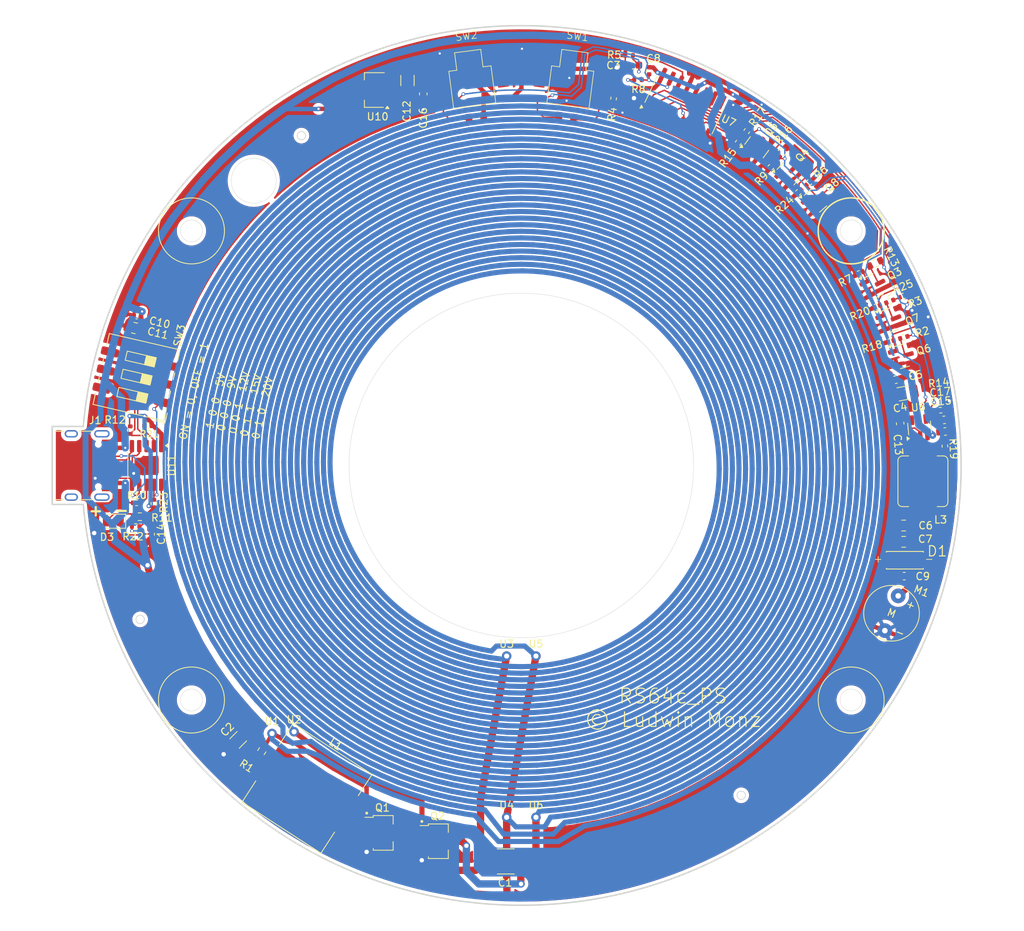
<source format=kicad_pcb>
(kicad_pcb (version 20241229) (generator "pcbnew") (generator_version "9.0")
  (layers (0 "F.Cu" signal) (2 "B.Cu" signal) (13 "F.Paste" user) (15 "B.Paste" user) (5 "F.SilkS" user "F.Silkscreen") (7 "B.SilkS" user "B.Silkscreen") (1 "F.Mask" user) (3 "B.Mask" user) (25 "Edge.Cuts" user))
  (net 0 "")
  (net 1 "GND")
  (net 2 "Net-(Q1-C)")
  (net 3 "Net-(Q1-B)")
  (net 4 "VBUS")
  (net 5 "Net-(U7-CLK)")
  (net 6 "Motor")
  (net 7 "Net-(U7-Reset)")
  (net 8 "+5V")
  (net 9 "Net-(U8-BOOT)")
  (net 10 "Net-(U8-SW)")
  (net 11 "VDD")
  (net 12 "Net-(U8-FB)")
  (net 13 "Net-(C15-Pad2)")
  (net 14 "Net-(D3-A)")
  (net 15 "Net-(D3-K)")
  (net 16 "DM")
  (net 18 "CC1")
  (net 19 "DP")
  (net 21 "CC2")
  (net 26 "U1")
  (net 27 "Net-(Q3-D)")
  (net 28 "Net-(Q4-D)")
  (net 29 "U2")
  (net 30 "Net-(Q5-D)")
  (net 31 "U3")
  (net 32 "U4")
  (net 33 "Net-(Q6-D)")
  (net 34 "U5")
  (net 35 "Net-(Q7-D)")
  (net 36 "Net-(Q8-D)")
  (net 37 "Disable")
  (net 38 "Net-(R25-Pad1)")
  (net 39 "Net-(R4-Pad2)")
  (net 40 "Net-(U7-Q6)")
  (net 41 "Net-(U11-VBUS)")
  (net 42 "Net-(U11-CFG3)")
  (net 43 "Net-(U11-CFG2)")
  (net 44 "Net-(U11-CFG1)")
  (footprint "my_footprints:D882" (layer "F.Cu") (at -13.56 51.264611 180)
    (property "Reference" "Q2")
    (property "Value" "D882")
  )
  (footprint "Capacitor_SMD:C_1812_4532Metric" (layer "F.Cu") (at -2.12 54.02 180)
    (property "Reference" "C1")
    (property "Value" "33nF")
  )
  (footprint "Capacitor_SMD:C_1206_3216Metric" (layer "F.Cu") (at -38.622983 37.432983 -135)
    (property "Reference" "C2")
    (property "Value" "10µ, 50V")
  )
  (footprint "Inductor_SMD:L_SXN_SMDRI127" (layer "F.Cu") (at -29.23 44.04 -33)
    (property "Reference" "L1")
    (property "Value" "330µH")
  )
  (footprint "Resistor_SMD:R_0402_1005Metric" (layer "F.Cu") (at 52.182 -17.462 -164)
    (property "Reference" "R2")
    (property "Value" "15k")
  )
  (footprint "Resistor_SMD:R_0402_1005Metric" (layer "F.Cu") (at 52.096 -23.107 -158.5)
    (property "Reference" "R3")
    (property "Value" "10k")
  )
  (footprint "my_footprints:Pin_2mm" (layer "F.Cu") (at -31 36.33)
    (property "Reference" "U2")
    (property "Value" "Pin-Connector")
  )
  (footprint "my_footprints:Pin_2mm" (layer "F.Cu") (at -2 26)
    (property "Reference" "U3")
    (property "Value" "Pin-Connector")
  )
  (footprint "my_footprints:Pin_2mm" (layer "F.Cu") (at -2 48)
    (property "Reference" "U4")
    (property "Value" "Pin-Connector")
  )
  (footprint "my_footprints:Pin_2mm" (layer "F.Cu") (at 2 26)
    (property "Reference" "U5")
    (property "Value" "Pin-Connector")
  )
  (footprint "my_footprints:Pin_2mm" (layer "F.Cu") (at 2 48)
    (property "Reference" "U6")
    (property "Value" "Pin-Connector")
  )
  (footprint "my_footprints:Pin_2mm" (layer "F.Cu") (at -34.01 36.57)
    (property "Reference" "U1")
    (property "Value" "Pin-Connector")
  )
  (footprint "my_footprints:D882" (layer "F.Cu") (at -21.08 50.13 180)
    (property "Reference" "Q1")
    (property "Value" "D882")
  )
  (footprint "my_footprints:DIOM7959X265N" (layer "F.Cu") (at 52.34 12.93 180)
    (property "Reference" "D1")
    (property "Value" "SS34")
  )
  (footprint "Capacitor_SMD:C_0603_1608Metric" (layer "F.Cu") (at 15.267 -54.612 180)
    (property "Reference" "C3")
    (property "Value" "1µF")
  )
  (footprint "Resistor_SMD:R_0603_1608Metric" (layer "F.Cu") (at -35.4 38.98 -123)
    (property "Reference" "R1")
    (property "Value" "2k2")
  )
  (footprint "Capacitor_SMD:C_1206_3216Metric" (layer "F.Cu") (at 52.102 -9.825 -169.3)
    (property "Reference" "C4")
    (property "Value" "10µF, 50V")
  )
  (footprint "Capacitor_SMD:C_0603_1608Metric" (layer "F.Cu") (at 51.045 -11.698 -167.1)
    (property "Reference" "C5")
    (property "Value" "100nF")
  )
  (footprint "Capacitor_SMD:C_0805_2012Metric" (layer "F.Cu") (at 52.168 10.416 180)
    (property "Reference" "C6")
    (property "Value" "22µF")
  )
  (footprint "Resistor_SMD:R_0402_1005Metric" (layer "F.Cu") (at 30.76336 -45.611967 -126.5)
    (property "Reference" "R17")
    (property "Value" "20k")
  )
  (footprint "Package_TO_SOT_SMD:SOT-23" (layer "F.Cu") (at 36.482 -39.813 47.5)
    (property "Reference" "Q4")
    (property "Value" "BSS138")
  )
  (footprint "Capacitor_SMD:C_0603_1608Metric" (layer "F.Cu") (at 57.827949 -4.632454 5)
    (property "Reference" "C15")
    (property "Value" "47pF")
  )
  (footprint "Capacitor_SMD:C_0603_1608Metric" (layer "F.Cu") (at 57.688568 -6.21572 5.5)
    (property "Reference" "C17")
    (property "Value" "22pF")
  )
  (footprint "Package_TO_SOT_SMD:SOT-23-6" (layer "F.Cu") (at 54.335 -5.12 95.3)
    (property "Reference" "U8")
    (property "Value" "TPS54302")
  )
  (footprint "Package_TO_SOT_SMD:SOT-23" (layer "F.Cu") (at 48.114 -24.515 27)
    (property "Reference" "Q3")
    (property "Value" "BSS138")
  )
  (footprint "Capacitor_SMD:C_0603_1608Metric" (layer "F.Cu") (at -13.37 -50.69 -90)
    (property "Reference" "C16")
    (property "Value" "100nF")
  )
  (footprint "Package_TO_SOT_SMD:SOT-23" (layer "F.Cu") (at 50.243 -19.791 21.5)
    (property "Reference" "Q7")
    (property "Value" "BSS138")
  )
  (footprint "Resistor_SMD:R_0402_1005Metric" (layer "F.Cu") (at 57.194 -7.541 5.5)
    (property "Reference" "R14")
    (property "Value" "100k")
  )
  (footprint "my_footprints:JLC_tooling_hole" (layer "F.Cu") (at -52 21)
    (property "Reference" "U13" (hide yes))
    (property "Value" "~")
    (fp_circle (center 0 0) (end 0.576 0) (stroke (width 0.1)) (fill no) (layer "Edge.Cuts"))
  )
  (footprint "Resistor_SMD:R_0402_1005Metric" (layer "F.Cu") (at 50.272 -22.381 -158.5)
    (property "Reference" "R25")
    (property "Value" "1k")
  )
  (footprint "Resistor_SMD:R_0603_1608Metric" (layer "F.Cu") (at -52.045 6.99 180)
    (property "Reference" "R22")
    (property "Value" "1k")
  )
  (footprint "Resistor_SMD:R_0402_1005Metric" (layer "F.Cu") (at -50.94 -5.41)
    (property "Reference" "R21")
    (property "Value" "10k")
  )
  (footprint "my_footprints:JLC_tooling_hole" (layer "F.Cu") (at -30 -45)
    (property "Reference" "U12" (hide yes))
    (property "Value" "~")
    (fp_circle (center 0 0) (end 0.576 0) (stroke (width 0.1)) (fill no) (layer "Edge.Cuts"))
  )
  (footprint "Resistor_SMD:R_0402_1005Metric" (layer "F.Cu") (at 57.792 -2.65 92.5)
    (property "Reference" "R19")
    (property "Value" "49.9")
  )
  (footprint "Resistor_SMD:R_0603_1608Metric" (layer "F.Cu") (at 35.599 -42.783 47.5)
    (property "Reference" "R16")
    (property "Value" "30k")
  )
  (footprint "Package_TO_SOT_SMD:SOT-23" (layer "F.Cu") (at 51.908 -14.884 16)
    (property "Reference" "Q6")
    (property "Value" "BSS138")
  )
  (footprint "Package_TO_SOT_SMD:SOT-23" (layer "F.Cu") (at 32.12 -43.408 53.5)
    (property "Reference" "Q5")
    (property "Value" "BSS138")
  )
  (footprint "Inductor_SMD:L_Bourns_SRP7028A_7.3x6.6mm" (layer "F.Cu") (at 54.786 2.158 -90)
    (property "Reference" "L3")
    (property "Value" "10µH")
  )
  (footprint "Resistor_SMD:R_0402_1005Metric" (layer "F.Cu") (at 12.59 -50.06 -97.6)
    (property "Reference" "R4")
    (property "Value" "100R")
  )
  (footprint "Package_TO_SOT_SMD:SOT-89-3" (layer "F.Cu") (at -20.05 -51.22 180)
    (property "Reference" "U10")
    (property "Value" "HT7550-1-SOT89")
  )
  (footprint "Capacitor_SMD:C_0402_1005Metric" (layer "F.Cu") (at -52.4 -20.35 -13)
    (property "Reference" "C10")
    (property "Value" "100nF")
  )
  (footprint "Resistor_SMD:R_0402_1005Metric" (layer "F.Cu") (at -52.48 5.1)
    (property "Reference" "R10")
    (property "Value" "10k")
  )
  (footprint "Resistor_SMD:R_0402_1005Metric" (layer "F.Cu") (at 50.298 -16.916 -164)
    (property "Reference" "R18")
    (property "Value" "47k")
  )
  (footprint "Package_SO:SSOP-10-1EP_3.9x4.9mm_P1mm_EP2.1x3.3mm" (layer "F.Cu") (at -51.1225 0 -90)
    (property "Reference" "U11")
    (property "Value" "CH224K")
  )
  (footprint "Resistor_SMD:R_0402_1005Metric" (layer "F.Cu") (at 14.711 -55.936 180)
    (property "Reference" "R5")
    (property "Value" "22k")
  )
  (footprint "Resistor_SMD:R_0402_1005Metric" (layer "F.Cu") (at 39.25 -38.59 -138)
    (property "Reference" "R6")
    (property "Value" "100k")
  )
  (footprint "my_footprints:XKB5858-X-F-75" (layer "F.Cu") (at -6.685 -51.619 7.379)
    (property "Reference" "SW2")
    (property "Value" "~")
  )
  (footprint "my_footprints:USB_C_Receptacle" (layer "F.Cu") (at -60.32 0 -90)
    (property "Reference" "J1")
    (property "Value" "USB_C_Receptacle_USB2.0")
  )
  (footprint "Resistor_SMD:R_0402_1005Metric" (layer "F.Cu") (at -53.35 -4.82 90)
    (property "Reference" "R12")
    (property "Value" "10k")
  )
  (footprint "Capacitor_SMD:C_0603_1608Metric" (layer "F.Cu") (at -50.56 9.37 -90)
    (property "Reference" "C14")
    (property "Value" "1µF")
  )
  (footprint "Resistor_SMD:R_0402_1005Metric" (layer "F.Cu") (at 29.586 -44.016 -126.5)
    (property "Reference" "R15")
    (property "Value" "47k")
  )
  (footprint "Resistor_SMD:R_0402_1005Metric" (layer "F.Cu") (at -52.61 8.33)
    (property "Reference" "R11")
    (property "Value" "1k")
  )
  (footprint "Resistor_SMD:R_0402_1005Metric" (layer "F.Cu") (at 46.14 -26.201 -153)
    (property "Reference" "R7")
    (property "Value" "47k")
  )
  (footprint "Button_Switch_SMD:SW_DIP_SPSTx03_Slide_9.78x9.8mm_W8.61mm_P2.54mm" (layer "F.Cu") (at -52.493286 -12.048968 167)
    (property "Reference" "SW3")
    (property "Value" "SW_DIP_x03")
  )
  (footprint "Resistor_SMD:R_0402_1005Metric" (layer "F.Cu") (at 15.923 -52.611 180)
    (property "Reference" "R8")
    (property "Value" "4k7")
  )
  (footprint "Capacitor_SMD:C_0805_2012Metric" (layer "F.Cu") (at 52.168 8.198 180)
    (property "Reference" "C7")
    (property "Value" "22µF")
  )
  (footprint "Resistor_SMD:R_0402_1005Metric" (layer "F.Cu") (at 34.041551 -40.697011 -132.5)
    (property "Reference" "R9")
    (property "Value" "47k")
  )
  (footprint "my_footprints:motor" (layer "F.Cu") (at 52.327462 15.420884 -21)
    (property "Reference" "M1")
    (property "Value" "Motor_DC")
  )
  (footprint "Capacitor_SMD:C_0603_1608Metric" (layer "F.Cu") (at 51.687 -5.728 -84.7)
    (property "Reference" "C13")
    (property "Value" "100nF")
  )
  (footprint "Resistor_SMD:R_0603_1608Metric" (layer "F.Cu") (at 48.26708 -27.574542 -153)
    (property "Reference" "R13")
    (property "Value" "56k")
  )
  (footprint "Resistor_SMD:R_0402_1005Metric" (layer "F.Cu") (at 48.448 -21.662 -158.5)
    (property "Reference" "R20")
    (property "Value" "47k")
  )
  (footprint "Capacitor_SMD:C_1206_3216Metric" (layer "F.Cu") (at -15.53 -52.51 -90)
    (property "Reference" "C12")
    (property "Value" "10µF")
  )
  (footprint "Package_SO:SOP-16_3.9x9.9mm_P1.27mm" (layer "F.Cu") (at 22.266939 -49.159317 65)
    (property "Reference" "U7")
    (property "Value" "4017")
  )
  (footprint "Resistor_SMD:R_0402_1005Metric" (layer "F.Cu") (at -50.13 5.2 -90)
    (property "Reference" "R23")
    (property "Value" "10k")
  )
  (footprint "Capacitor_SMD:C_0805_2012Metric" (layer "F.Cu") (at -52.764348 -18.746296 167)
    (property "Reference" "C11")
    (property "Value" "10µF")
  )
  (footprint "Capacitor_SMD:C_0603_1608Metric" (layer "F.Cu") (at 52.24 15.1 180)
    (property "Reference" "C9")
    (property "Value" "100nF")
  )
  (footprint "my_footprints:XKB5858-X-F-75" (layer "F.Cu") (at 6.684 -51.619 -7.379)
    (property "Reference" "SW1")
    (property "Value" "~")
  )
  (footprint "Package_TO_SOT_SMD:SOT-23" (layer "F.Cu") (at 40.129 -36.133 42)
    (property "Reference" "Q8")
    (property "Value" "BSS138")
  )
  (footprint "Capacitor_SMD:C_0402_1005Metric" (layer "F.Cu") (at 17.431 -53.847 -90)
    (property "Reference" "C8")
    (property "Value" "1nF")
  )
  (footprint "LED_SMD:LED_0805_2012Metric" (layer "F.Cu") (at -55.66 7.61 180)
    (property "Reference" "D3")
    (property "Value" "LED")
  )
  (footprint "Resistor_SMD:R_0402_1005Metric" (layer "F.Cu") (at 37.79 -37.26 -138)
    (property "Reference" "R24")
    (property "Value" "47k")
  )
  (footprint "my_footprints:JLC_tooling_hole" (layer "F.Cu") (at 30 45)
    (property "Reference" "U9" (hide yes))
    (property "Value" "~")
    (fp_circle (center 0 0) (end 0.576 0) (stroke (width 0.1)) (fill no) (layer "Edge.Cuts"))
  )
  (gr_circle (center 45 -32) (end 49.5 -32) (stroke (width 0.2)) (fill no) (layer "F.SilkS"))
  (gr_circle (center -45 32) (end -40.5 32) (stroke (width 0.12)) (fill no) (layer "F.SilkS"))
  (gr_circle (center 45 32) (end 49.5 32) (stroke (width 0.12)) (fill no) (layer "F.SilkS"))
  (gr_line (start 50.655 -23.738) (end 50.029 -23.064) (stroke (width 0.12)) (layer "F.SilkS"))
  (gr_circle (center -45 -32) (end -40.5 -32) (stroke (width 0.12)) (fill no) (layer "F.SilkS"))
  (gr_line (start -64 -5.32) (end -59.763681 -5.32) (stroke (width 0.2)) (layer "Edge.Cuts"))
  (gr_line (start -64 5.32) (end -59.763681 5.32) (stroke (width 0.2)) (layer "Edge.Cuts"))
  (gr_line (start -64 -5.32) (end -64 5.32) (stroke (width 0.2)) (layer "Edge.Cuts"))
  (gr_circle (center -36.5 -38.841) (end -33.431108 -38.841) (stroke (width 0.05)) (fill no) (layer "Edge.Cuts"))
  (gr_circle (center 45 -32) (end 46.5 -32) (stroke (width 0.05)) (fill no) (layer "Edge.Cuts"))
  (gr_circle (center 0 0) (end 23.5 0) (stroke (width 0.05)) (fill no) (layer "Edge.Cuts"))
  (gr_circle (center 45 32) (end 46.5 32) (stroke (width 0.05)) (fill no) (layer "Edge.Cuts"))
  (gr_circle (center -45 32) (end -43.5 32) (stroke (width 0.05)) (fill no) (layer "Edge.Cuts"))
  (gr_circle (center -45 -32) (end -43.5 -32) (stroke (width 0.05)) (fill no) (layer "Edge.Cuts"))
  (gr_arc (start -59.763681 -5.32) (mid 60 0) (end -59.763681 5.32) (stroke (width 0.2)) (layer "Edge.Cuts"))
  (gr_text "ON = 0, OFF = 1\n\n   1 0 0  5V\n   0 0 0  9V\n   0 0 1  12V\n   0 1 1  15V\n   0 1 0  20V" (at -36.25 -1.15 77) (layer "F.SilkS") (effects (font (size 1 1)) (justify left bottom)))
  (gr_text "RS64c_PS\n© Ludwin Monz" (at 20.7 33.08 0) (layer "F.SilkS") (effects (font (size 2 2))))
  (gr_text "+" (at -59.18 7.02 0) (layer "F.SilkS") (effects (font (size 1.5 1.5) (thickness 0.3) (bold yes)) (justify left bottom)))
  (gr_text "-" (at -55.65 6.97 0) (layer "F.SilkS") (effects (font (size 1.5 1.5) (thickness 0.3) (bold yes)) (justify left bottom)))
  (segment (start -51.8 0) (end -52.88 1.08) (width 0.8) (layer "F.Cu") (net 1))
  (segment (start -53.69 -18.96) (end -53.69 -19.635675) (width 0.6) (layer "F.Cu") (net 1))
  (segment (start -56.02 -3.2) (end -55.29 -3.93) (width 0.6) (layer "F.Cu") (net 1))
  (segment (start 36.992 -33.884) (end 35.578 -35.335) (width 0.6) (layer "F.Cu") (net 1))
  (segment (start -20.98 -55.24) (end -18.7 -56.05) (width 0.6) (layer "F.Cu") (net 1))
  (segment (start 44.967872 -36.587872) (end 41.246077 -33.493923) (width 0.6) (layer "F.Cu") (net 1))
  (segment (start -48.17 -33.25) (end -45.78 -36.39) (width 0.6) (layer "F.Cu") (net 1))
  (segment (start 5.45 -58.76) (end 9.09 -58.31) (width 0.6) (layer "F.Cu") (net 1))
  (segment (start 50.341 0.725) (end 50.311 2.329) (width 0.6) (layer "F.Cu") (net 1))
  (segment (start 50.319 -0.773) (end 50.341 0.725) (width 0.6) (layer "F.Cu") (net 1))
  (segment (start -53.69 -19.635675) (end -52.867698 -20.457977) (width 0.6) (layer "F.Cu") (net 1))
  (segment (start 29.975 -40.119) (end 28.082 -41.473) (width 0.6) (layer "F.Cu") (net 1))
  (segment (start 57.58 -13.74) (end 57.219354 -15.126597) (width 0.6) (layer "F.Cu") (net 1))
  (segment (start -58.5 7.72) (end -58.72 5.83) (width 0.6) (layer "F.Cu") (net 1))
  (segment (start 38.06 -32.781) (end 36.992 -33.884) (width 0.6) (layer "F.Cu") (net 1))
  (segment (start 30.148086 -50.877086) (end 30.659227 -50.579227) (width 0.6) (layer "F.Cu") (net 1))
  (segment (start 28.911 -49.184) (end 29.917 -49.478) (width 0.6) (layer "F.Cu") (net 1))
  (segment (start 28.53 -51.82) (end 30.148086 -50.877086) (width 0.6) (layer "F.Cu") (net 1))
  (segment (start 41.708907 -40.261907) (end 42.58 -39.34) (width 0.6) (layer "F.Cu") (net 1))
  (segment (start 56.406462 17.922241) (end 57.042956 15.793146) (width 0.6) (layer "F.Cu") (net 1))
  (segment (start 55.782682 -19.816288) (end 55.51 -20.27) (width 0.6) (layer "F.Cu") (net 1))
  (segment (start -56.64 -3.2) (end -56.02 -3.2) (width 0.6) (layer "F.Cu") (net 1))
  (segment (start -55.29 -3.93) (end -55.29 -4.81) (width 0.6) (layer "F.Cu") (net 1))
  (segment (start 34.511918 -36.348918) (end 34.27 -36.579) (width 0.6) (layer "F.Cu") (net 1))
  (segment (start 25.760327 -43.963673) (end 28.068 -44.417) (width 0.6) (layer "F.Cu") (net 1))
  (segment (start 6.55 -52.87) (end 6.18 -49.76) (width 0.6) (layer "F.Cu") (net 1))
  (segment (start 59.115859 -2.867196) (end 58.99 -3.28) (width 0.6) (layer "F.Cu") (net 1))
  (segment (start 48.28 -29.53) (end 42.660755 -26.470755) (width 0.6) (layer "F.Cu") (net 1))
  (segment (start -40.75 -42.08) (end -37.6 -45.04) (width 0.6) (layer "F.Cu") (net 1))
  (segment (start 31.31 -50.2) (end 32.787947 -49.222947) (width 0.6) (layer "F.Cu") (net 1))
  (segment (start 14.21 -49.5) (end 13.8 -48.13) (width 0.6) (layer "F.Cu") (net 1))
  (segment (start 14.392 -47.848) (end 13.8 -48.13) (width 0.6) (layer "F.Cu") (net 1))
  (segment (start -54.39 -21.06) (end -53.32 -23.68) (width 0.6) (layer "F.Cu") (net 1))
  (segment (start 59.18 1.4) (end 59.147633 -2.253663) (width 0.6) (layer "F.Cu") (net 1))
  (segment (start -59.43 -4.3) (end -58.94 -4.79) (width 0.6) (layer "F.Cu") (net 1))
  (segment (start -59.43 4.42) (end -59.43 1.73) (width 0.6) (layer "F.Cu") (net 1))
  (segment (start -30.39 -50.36) (end -28.25 -51.68) (width 0.6) (layer "F.Cu") (net 1))
  (segment (start 33.697 -40.321) (end 32.155727 -38.416727) (width 0.6) (layer "F.Cu") (net 1))
  (segment (start -58.896666 -5.44) (end -58.875333 -5.76) (width 0.6) (layer "F.Cu") (net 1))
  (segment (start 48.385922 -31.935922) (end 48.28 -29.53) (width 0.6) (layer "F.Cu") (net 1))
  (segment (start 41.246077 -33.493923) (end 40.067975 -34.799703) (width 0.6) (layer "F.Cu") (net 1))
  (segment (start -58.875333 -5.76) (end -58.85 -6.14) (width 0.6) (layer "F.Cu") (net 1))
  (segment (start -14.41 -49.915) (end -15.53 -51.035) (width 0.6) (layer "F.Cu") (net 1))
  (segment (start 34.27 -36.579) (end 33.043 -37.642) (width 0.6) (layer "F.Cu") (net 1))
  (segment (start 49.693 -7.506) (end 49.967417 -5.605) (width 0.6) (layer "F.Cu") (net 1))
  (segment (start -55.41 11.08) (end -58.267642 9.222691) (width 0.6) (layer "F.Cu") (net 1))
  (segment (start -59.41 1.75) (end -59.43 1.73) (width 0.8) (layer "F.Cu") (net 1))
  (segment (start 50.014 6.111) (end 49.8 7.841) (width 0.6) (layer "F.Cu") (net 1))
  (segment (start 55.654507 20.154558) (end 56.406462 17.922241) (width 0.6) (layer "F.Cu") (net 1))
  (segment (start 49.8 7.841) (end 49.733846 8.207) (width 0.6) (layer "F.Cu") (net 1))
  (segment (start -51.7 -27.3) (end -50.15 -30.12) (width 0.6) (layer "F.Cu") (net 1))
  (segment (start -55.35 -18.5) (end -55.04625 -19.31) (width 0.6) (layer "F.Cu") (net 1))
  (segment (start 45.92 21.14) (end 49.596699 22.534767) (width 0.6) (layer "F.Cu") (net 1))
  (segment (start -50.15 -30.12) (end -48.17 -33.25) (width 0.6) (layer "F.Cu") (net 1))
  (segment (start 31.553 -38.943) (end 30.528503 -39.706503) (width 0.6) (layer "F.Cu") (net 1))
  (segment (start 49.31732 10.404) (end 49.035 11.732) (width 0.6) (layer "F.Cu") (net 1))
  (segment (start -11.46 -57.9) (end -8.92 -58.29) (width 0.6) (layer "F.Cu") (net 1))
  (segment (start 30.528503 -39.706503) (end 29.975 -40.119) (width 0.6) (layer "F.Cu") (net 1))
  (segment (start -55.41 11.08) (end -51.495 11.08) (width 0.6) (layer "F.Cu") (net 1))
  (segment (start 48.956033 -11.214) (end 49.128 -10.52) (width 0.6) (layer "F.Cu") (net 1))
  (segment (start -59.43 1.73) (end -59.43 -4.3) (width 0.6) (layer "F.Cu") (net 1))
  (segment (start -13.56 53.84) (end -13.58 53.86) (width 0.5) (layer "F.Cu") (net 1))
  (segment (start 49.71891 -18.563508) (end 53.01 -19.8) (width 0.6) (layer "F.Cu") (net 1))
  (segment (start 12.71 -57.64) (end 14.68 -57.151526) (width 0.6) (layer "F.Cu") (net 1))
  (segment (start 45.579461 -35.82958) (end 46.71 -34.33) (width 0.6) (layer "F.Cu") (net 1))
  (segment (start 44.535 -23.057) (end 45.141976 -21.840976) (width 0.6) (layer "F.Cu") (net 1))
  (segment (start 54.23 23.72) (end 54.875413 22.210684) (width 0.6) (layer "F.Cu") (net 1))
  (segment (start 46.131 20.666) (end 45.92 21.14) (width 0.6) (layer "F.Cu") (net 1))
  (segment (start -58.85 -6.14) (end -58.58 -8.35) (width 0.6) (layer "F.Cu") (net 1))
  (segment (start 51.268673 -13.712391) (end 48.526364 -12.948) (width 0.6) (layer "F.Cu") (net 1))
  (segment (start 53.97 24.28) (end 49.596699 22.534767) (width 0.6) (layer "F.Cu") (net 1))
  (segment (start -56.01 3.2) (end -55.46 3.75) (width 0.6) (layer "F.Cu") (net 1))
  (segment (start -58.58 -8.35) (end -57.477607 -9.1) (width 0.6) (layer "F.Cu") (net 1))
  (segment (start -56.64 3.2) (end -56.01 3.2) (width 0.6) (layer "F.Cu") (net 1))
  (segment (start 48.427 -13.349) (end 48.526364 -12.948) (width 0.6) (layer "F.Cu") (net 1))
  (segment (start 37.410997 -36.918744) (end 35.578 -35.335) (width 0.6) (layer "F.Cu") (net 1))
  (segment (start 2.46 -58.91) (end 5.45 -58.76) (width 0.6) (layer "F.Cu") (net 1))
  (segment (start -56.06 5.21) (end -56.06 5.26) (width 0.6) (layer "F.Cu") (net 1))
  (segment (start -13.56 52.764611) (end -13.56 53.84) (width 1) (layer "F.Cu") (net 1))
  (segment (start 22.144 -44.775) (end 20.506 -45.529) (width 0.6) (layer "F.Cu") (net 1))
  (segment (start 51.6 -26.9) (end 50.23 -29.5) (width 0.6) (layer "F.Cu") (net 1))
  (segment (start 51.218 8.198) (end 49.733846 8.207) (width 0.6) (layer "F.Cu") (net 1))
  (segment (start -34.618262 -47.378262) (end -20.441738 -47.378262) (width 0.6) (layer "F.Cu") (net 1))
  (segment (start 39.04 -31.66) (end 40.25 -30.1) (width 0.6) (layer "F.Cu") (net 1))
  (segment (start 49.350701 -9.332) (end 49.693 -7.506) (width 0.6) (layer "F.Cu") (net 1))
  (segment (start 49.967417 -5.605) (end 50.065 -4.929) (width 0.6) (layer "F.Cu") (net 1))
  (segment (start -58.267642 9.222691) (end -58.5 7.72) (width 0.6) (layer "F.Cu") (net 1))
  (segment (start -55.99 -5.51) (end -58.826666 -5.51) (width 0.6) (layer "F.Cu") (net 1))
  (segment (start 35.578 -35.335) (end 34.511918 -36.348918) (width 0.6) (layer "F.Cu") (net 1))
  (segment (start 48.648 13.462) (end 48.165 15.137) (width 0.6) (layer "F.Cu") (net 1))
  (segment (start 57.219354 -15.126597) (end 56.475342 -17.707548) (width 0.6) (layer "F.Cu") (net 1))
  (segment (start 29.282641 -43.606032) (end 28.125 -42.059) (width 0.6) (layer "F.Cu") (net 1))
  (segment (start 46.626 -18.535) (end 47.02875 -17.467) (width 0.6) (layer "F.Cu") (net 1))
  (segment (start 14.201 -55.936) (end 14.182 -55.176) (width 0.2) (layer "F.Cu") (net 1))
  (segment (start -55.46 3.75) (end -55.46 4.61) (width 0.6) (layer "F.Cu") (net 1))
  (segment (start 20.506 -45.529) (end 18.755 -46.29) (width 0.6) (layer "F.Cu") (net 1))
  (segment (start 48.56 -23.77) (end 51.12 -25.03) (width 0.6) (layer "F.Cu") (net 1))
  (segment (start -55.04625 -19.31) (end -54.39 -21.06) (width 0.6) (layer "F.Cu") (net 1))
  (segment (start 26.399 -42.51) (end 25.277 -43.167) (width 0.6) (layer "F.Cu") (net 1))
  (segment (start 0.05 -58.91) (end 0.09 -56.85) (width 0.6) (layer "F.Cu") (net 1))
  (segment (start -58.826666 -5.51) (end -58.896666 -5.44) (width 0.6) (layer "F.Cu") (net 1))
  (segment (start 45.706 -20.711) (end 45.831995 -20.412995) (width 0.6) (layer "F.Cu") (net 1))
  (segment (start 22.747979 -51.69345) (end 23.82 -54.03) (width 0.6) (layer "F.Cu") (net 1))
  (segment (start -57.477607 -9.1) (end -57.259325 -10.542484) (width 0.6) (layer "F.Cu") (net 1))
  (segment (start -13.37 -48.56) (end -13.37 -49.915) (width 0.6) (layer "F.Cu") (net 1))
  (segment (start -18.7 -56.05) (end -15.3 -56.97) (width 0.6) (layer "F.Cu") (net 1))
  (segment (start -16.845 -49.72) (end -15.53 -51.035) (width 0.6) (layer "F.Cu") (net 1))
  (segment (start -45.78 -36.39) (end -43.35 -39.33) (width 0.6) (layer "F.Cu") (net 1))
  (segment (start 45.141976 -21.840976) (end 45.706 -20.711) (width 0.6) (layer "F.Cu") (net 1))
  (segment (start 49.733846 8.207) (end 49.447 9.794) (width 0.6) (layer "F.Cu") (net 1))
  (segment (start 20.59 -55.39) (end 23.14 -54.31) (width 0.6) (layer "F.Cu") (net 1))
  (segment (start 50.311 2.329) (end 50.206 4.144) (width 0.6) (layer "F.Cu") (net 1))
  (segment (start -58.72 5.83) (end -58.77 5.15) (width 0.6) (layer "F.Cu") (net 1))
  (segment (start 56.042949 -19.05528) (end 55.782682 -19.816288) (width 0.6) (layer "F.Cu") (net 1))
  (segment (start 47.729436 -32.919615) (end 48.385922 -31.935922) (width 0.6) (layer "F.Cu") (net 1))
  (segment (start -56.68795 -13.017383) (end -56.116572 -15.492283) (width 0.6) (layer "F.Cu") (net 1))
  (segment (start -43.35 -39.33) (end -40.75 -42.08) (width 0.6) (layer "F.Cu") (net 1))
  (segment (start 17.244 -46.942) (end 15.636 -47.483) (width 0.6) (layer "F.Cu") (net 1))
  (segment (start 50.39 12.93) (end 48.764771 12.94) (width 0.5) (layer "F.Cu") (net 1))
  (segment (start -51.1225 0) (end -51.8 0) (width 0.2) (layer "F.Cu") (net 1))
  (segment (start 50.168226 -3.56) (end 50.229 -2.754) (width 0.6) (layer "F.Cu") (net 1))
  (segment (start -39.665966 38.475966) (end -40.61 39.4) (width 1) (layer "F.Cu") (net 1))
  (segment (start -25.71 -53.09) (end -23.47 -54.18) (width 0.6) (layer "F.Cu") (net 1))
  (segment (start -8.92 -58.29) (end -4.95 -58.71) (width 0.6) (layer "F.Cu") (net 1))
  (segment (start 42.58 -39.34) (end 43.75 -38.04) (width 0.6) (layer "F.Cu") (net 1))
  (segment (start -4.95 -58.71) (end -1.61 -58.91) (width 0.6) (layer "F.Cu") (net 1))
  (segment (start 45.141976 -21.840976) (end 47.709973 -23.242927) (width 0.6) (layer "F.Cu") (net 1))
  (segment (start -51.495 11.08) (end -50.56 10.145) (width 0.6) (layer "F.Cu") (net 1))
  (segment (start 47.973487 -21.475084) (end 45.831995 -20.412995) (width 0.6) (layer "F.Cu") (net 1))
  (segment (start -56.06 5.26) (end -56.121 5.321) (width 0.6) (layer "F.Cu") (net 1))
  (segment (start 47.709973 -23.242927) (end 48.56 -23.77) (width 0.6) (layer "F.Cu") (net 1))
  (segment (start 39.04 -31.66) (end 38.06 -32.781) (width 0.6) (layer "F.Cu") (net 1))
  (segment (start 47.02875 -17.467) (end 47.568012 -16.037) (width 0.6) (layer "F.Cu") (net 1))
  (segment (start 23.14 -54.31) (end 23.82 -54.03) (width 0.6) (layer "F.Cu") (net 1))
  (segment (start 50.262665 -2.013) (end 50.319 -0.773) (width 0.6) (layer "F.Cu") (net 1))
  (segment (start -11.46 -57.9) (end -11.13 -56.2) (width 0.6) (layer "F.Cu") (net 1))
  (segment (start -21.08 51.63) (end -21.08 52.7) (width 1) (layer "F.Cu") (net 1))
  (segment (start 15.636 -47.483) (end 14.392 -47.848) (width 0.6) (layer "F.Cu") (net 1))
  (segment (start 47.408 17.376) (end 46.341 20.102) (width 0.6) (layer "F.Cu") (net 1))
  (segment (start 41.22 -28.76) (end 42.14 -27.33) (width 0.6) (layer "F.Cu") (net 1))
  (segment (start -37.6 -45.04) (end -34.618262 -47.378262) (width 0.6) (layer "F.Cu") (net 1))
  (segment (start 58.39 -8.81) (end 58.464504 -9.207232) (width 0.6) (layer "F.Cu") (net 1))
  (segment (start 25.277 -43.167) (end 23.82 -43.936) (width 0.6) (layer "F.Cu") (net 1))
  (segment (start -1.61 -58.91) (end 0.05 -58.91) (width 0.6) (layer "F.Cu") (net 1))
  (segment (start -56.121 5.321) (end -58.599 5.321) (width 0.6) (layer "F.Cu") (net 1))
  (segment (start 50.065 -4.929) (end 50.168226 -3.56) (width 0.6) (layer "F.Cu") (net 1))
  (segment (start -58.599 5.321) (end -58.77 5.15) (width 0.6) (layer "F.Cu") (net 1))
  (segment (start 18.755 -46.29) (end 17.244 -46.942) (width 0.6) (layer "F.Cu") (net 1))
  (segment (start -20.441738 -47.378262) (end -18.1 -49.72) (width 0.6) (layer "F.Cu") (net 1))
  (segment (start 0.05 -58.91) (end 2.46 -58.91) (width 0.6) (layer "F.Cu") (net 1))
  (segment (start 59.042543 4.282881) (end 59.18 1.4) (width 0.6) (layer "F.Cu") (net 1))
  (segment (start 27.80975 -41.64075) (end 26.399 -42.51) (width 0.6) (layer "F.Cu") (net 1))
  (segment (start 50.206 4.144) (end 50.014 6.111) (width 0.6) (layer "F.Cu") (net 1))
  (segment (start 51.12 -25.03) (end 51.6 -26.9) (width 0.6) (layer "F.Cu") (net 1))
  (segment (start -32.47 -48.97) (end -30.39 -50.36) (width 0.6) (layer "F.Cu") (net 1))
  (segment (start 57.042956 15.793146) (end 57.76244 12.921719) (width 0.6) (layer "F.Cu") (net 1))
  (segment (start 58.313087 -10.174834) (end 57.999528 -11.792604) (width 0.6) (layer "F.Cu") (net 1))
  (segment (start 50.229 -2.754) (end 50.262665 -2.013) (width 0.6) (layer "F.Cu") (net 1))
  (segment (start -58.94 -4.79) (end -58.896666 -5.44) (width 0.6) (layer "F.Cu") (net 1))
  (segment (start 13.06 -54.3) (end 14.492 -54.612) (width 0.6) (layer "F.Cu") (net 1))
  (segment (start 42.14 -27.33) (end 42.660755 -26.470755) (width 0.6) (layer "F.Cu") (net 1))
  (segment (start 9.09 -58.31) (end 12.71 -57.64) (width 0.6) (layer "F.Cu") (net 1))
  (segment (start 41.246077 -33.493923) (end 39.04 -31.66) (width 0.6) (layer "F.Cu") (net 1))
  (segment (start 54.875413 22.210684) (end 55.654507 20.154558) (width 0.6) (layer "F.Cu") (net 1))
  (segment (start 36.549048 -38.479991) (end 34.511918 -36.348918) (width 0.6) (layer "F.Cu") (net 1))
  (segment (start -58.89 4.78) (end -59.43 4.42) (width 0.6) (layer "F.Cu") (net 1))
  (segment (start 42.94 -26.01) (end 43.56 -24.96) (width 0.6) (layer "F.Cu") (net 1))
  (segment (start 54.23 23.72) (end 53.97 24.28) (width 0.6) (layer "F.Cu") (net 1))
  (segment (start 43.56 -24.96) (end 45.685587 -25.969464) (width 0.6) (layer "F.Cu") (net 1))
  (segment (start 57.999528 -11.792604) (end 57.58 -13.74) (width 0.6) (layer "F.Cu") (net 1))
  (segment (start 50.28956 -11.524981) (end 48.956033 -11.214) (width 0.6) (layer "F.Cu") (net 1))
  (segment (start 23.82 -43.936) (end 22.144 -44.775) (width 0.6) (layer "F.Cu") (net 1))
  (segment (start -53.32 -23.68) (end -51.7 -27.3) (width 0.6) (layer "F.Cu") (net 1))
  (segment (start 48.165 15.137) (end 47.408 17.376) (width 0.6) (layer "F.Cu") (net 1))
  (segment (start 29.917 -49.478) (end 30.659227 -50.579227) (width 0.6) (layer "F.Cu") (net 1))
  (segment (start 58.778719 6.977404) (end 59.042543 4.282881) (width 0.6) (layer "F.Cu") (net 1))
  (segment (start 49.71891 -18.563508) (end 47.02875 -17.467) (width 0.6) (layer "F.Cu") (net 1))
  (segment (start 53.494133 -3.899611) (end 50.168226 -3.56) (width 0.6) (layer "F.Cu") (net 1))
  (segment (start 28.125 -42.059) (end 27.80975 -41.64075) (width 0.6) (layer "F.Cu") (net 1))
  (segment (start 42.660755 -26.470755) (end 42.94 -26.01) (width 0.6) (layer "F.Cu") (net 1))
  (segment (start 25.69 -53.26) (end 28.53 -51.82) (width 0.6) (layer "F.Cu") (net 1))
  (segment (start 32.155727 -38.416727) (end 31.553 -38.943) (width 0.6) (layer "F.Cu") (net 1))
  (segment (start 43.75 -38.04) (end 44.7 -36.92) (width 0.6) (layer "F.Cu") (net 1))
  (segment (start 46.341 20.102) (end 46.131 20.666) (width 0.6) (layer "F.Cu") (net 1))
  (segment (start 33.043 -37.642) (end 32.155727 -38.416727) (width 0.6) (layer "F.Cu") (net 1))
  (segment (start -18.1 -49.72) (end -16.845 -49.72) (width 0.6) (layer "F.Cu") (net 1))
  (segment (start 45.831995 -20.412995) (end 46.626 -18.535) (width 0.6) (layer "F.Cu") (net 1))
  (segment (start 48.764771 12.94) (end 48.648 13.462) (width 0.6) (layer "F.Cu") (net 1))
  (segment (start 58.464504 -9.207232) (end 58.313087 -10.174834) (width 0.6) (layer "F.Cu") (net 1))
  (segment (start 49.807757 -16.775425) (end 47.568012 -16.037) (width 0.6) (layer "F.Cu") (net 1))
  (segment (start 14.68 -57.151526) (end 16.38 -56.73) (width 0.6) (layer "F.Cu") (net 1))
  (segment (start -34.618262 -47.378262) (end -32.47 -48.97) (width 0.6) (layer "F.Cu") (net 1))
  (segment (start 51.465 15.1) (end 48.165 15.137) (width 0.5) (layer "F.Cu") (net 1))
  (segment (start -23.47 -54.18) (end -20.98 -55.24) (width 0.6) (layer "F.Cu") (net 1))
  (segment (start 48.526364 -12.948) (end 48.956033 -11.214) (width 0.6) (layer "F.Cu") (net 1))
  (segment (start 25.760327 -43.963673) (end 25.277 -43.167) (width 0.6) (layer "F.Cu") (net 1))
  (segment (start 16.38 -56.73) (end 18.81 -56.02) (width 0.6) (layer "F.Cu") (net 1))
  (segment (start 50.652646 -9.551142) (end 49.350701 -9.332) (width 0.6) (layer "F.Cu") (net 1))
  (segment (start 57.76244 12.921719) (end 58.271793 10.438716) (width 0.6) (layer "F.Cu") (net 1))
  (segment (start -53.69 -18.96) (end -55.04625 -19.31) (width 0.6) (layer "F.Cu") (net 1))
  (segment (start 49.447 9.794) (end 49.31732 10.404) (width 0.6) (layer "F.Cu") (net 1))
  (segment (start -15.3 -56.97) (end -11.46 -57.9) (width 0.6) (layer "F.Cu") (net 1))
  (segment (start 46.71 -34.33) (end 47.729436 -32.919615) (width 0.6) (layer "F.Cu") (net 1))
  (segment (start 47.568012 -16.037) (end 47.812 -15.39) (width 0.6) (layer "F.Cu") (net 1))
  (segment (start 49.035 11.732) (end 48.764771 12.94) (width 0.6) (layer "F.Cu") (net 1))
  (segment (start 15.37 -50.11) (end 14.21 -49.5) (width 0.6) (layer "F.Cu") (net 1))
  (segment (start 23.82 -54.03) (end 25.69 -53.26) (width 0.6) (layer "F.Cu") (net 1))
  (segment (start 56.475342 -17.707548) (end 56.042949 -19.05528) (width 0.6) (layer "F.Cu") (net 1))
  (segment (start -58.13 1.75) (end -59.41 1.75) (width 0.8) (layer "F.Cu") (net 1))
  (segment (start -55.46 4.61) (end -56.06 5.21) (width 0.6) (layer "F.Cu") (net 1))
  (segment (start 49.128 -10.52) (end 49.350701 -9.332) (width 0.6) (layer "F.Cu") (net 1))
  (segment (start -21.08 52.7) (end -21.1 52.72) (width 0.5) (layer "F.Cu") (net 1))
  (segment (start -13.37 -49.915) (end -14.41 -49.915) (width 0.6) (layer "F.Cu") (net 1))
  (segment (start 58.271793 10.438716) (end 58.778719 6.977404) (width 0.6) (layer "F.Cu") (net 1))
  (segment (start 30.659227 -50.579227) (end 31.31 -50.2) (width 0.6) (layer "F.Cu") (net 1))
  (segment (start 59.147633 -2.253663) (end 59.115859 -2.867196) (width 0.6) (layer "F.Cu") (net 1))
  (segment (start -56.116572 -15.492283) (end -55.35 -18.5) (width 0.6) (layer "F.Cu") (net 1))
  (segment (start 44.967872 -36.587872) (end 45.579461 -35.82958) (width 0.6) (layer "F.Cu") (net 1))
  (segment (start 25.760327 -43.963673) (end 25.238931 -45.015008) (width 0.6) (layer "F.Cu") (net 1))
  (segment (start -57.259325 -10.542484) (end -56.68795 -13.017383) (width 0.6) (layer "F.Cu") (net 1))
  (segment (start 44.7 -36.92) (end 44.967872 -36.587872) (width 0.6) (layer "F.Cu") (net 1))
  (segment (start 18.81 -56.02) (end 20.59 -55.39) (width 0.6) (layer "F.Cu") (net 1))
  (segment (start 32.326018 -42.089302) (end 30.528503 -39.706503) (width 0.6) (layer "F.Cu") (net 1))
  (segment (start 40.25 -30.1) (end 41.22 -28.76) (width 0.6) (layer "F.Cu") (net 1))
  (segment (start -55.29 -4.81) (end -55.99 -5.51) (width 0.6) (layer "F.Cu") (net 1))
  (segment (start 43.56 -24.96) (end 44.535 -23.057) (width 0.6) (layer "F.Cu") (net 1))
  (segment (start 53.01 -19.8) (end 53.31 -21.15) (width 0.6) (layer "F.Cu") (net 1))
  (segment (start 51.218 10.416) (end 49.31732 10.404) (width 0.6) (layer "F.Cu") (net 1))
  (segment (start 47.812 -15.39) (end 48.427 -13.349) (width 0.6) (layer "F.Cu") (net 1))
  (segment (start 14.182 -55.176) (end 14.492 -54.612) (width 0.2) (layer "F.Cu") (net 1))
  (segment (start 28.082 -41.473) (end 27.80975 -41.64075) (width 0.6) (layer "F.Cu") (net 1))
  (segment (start -28.25 -51.68) (end -25.71 -53.09) (width 0.6) (layer "F.Cu") (net 1))
  (segment (start -58.77 5.15) (end -58.89 4.78) (width 0.6) (layer "F.Cu") (net 1))
  (via (at 28.911 -49.184) (size 0.5) (drill 0.3) (layers "F.Cu" "B.Cu") (net 1))
  (via (at 39.04 -31.66) (size 0.5) (drill 0.3) (layers "F.Cu" "B.Cu") (net 1))
  (via (at 53.31 -21.15) (size 0.8) (drill 0.4) (layers "F.Cu" "B.Cu") (net 1))
  (via (at -11.13 -56.2) (size 0.5) (drill 0.3) (layers "F.Cu" "B.Cu") (net 1))
  (via (at 58.39 -8.81) (size 0.8) (drill 0.4) (layers "F.Cu" "B.Cu") (net 1))
  (via (at 28.068 -44.417) (size 0.5) (drill 0.3) (layers "F.Cu" "B.Cu") (net 1))
  (via (at -52.88 1.08) (size 0.8) (drill 0.4) (layers "F.Cu" "B.Cu") (net 1))
  (via (at 15.37 -50.11) (size 1) (drill 0.6) (layers "F.Cu" "B.Cu") (net 1))
  (via (at 41.708907 -40.261907) (size 0.5) (drill 0.3) (layers "F.Cu" "B.Cu") (net 1))
  (via (at -58.267642 9.222691) (size 1) (drill 0.6) (layers "F.Cu" "B.Cu") (net 1))
  (via (at 50.23 -29.5) (size 0.8) (drill 0.4) (layers "F.Cu" "B.Cu") (net 1))
  (via (at 13.06 -54.3) (size 1) (drill 0.6) (layers "F.Cu" "B.Cu") (net 1))
  (via (at -21.1 52.72) (size 1) (drill 0.6) (layers "F.Cu" "B.Cu") (net 1))
  (via (at 0.09 -56.85) (size 0.5) (drill 0.3) (layers "F.Cu" "B.Cu") (net 1))
  (via (at 55.51 -20.27) (size 0.8) (drill 0.4) (layers "F.Cu" "B.Cu") (net 1))
  (via (at -58.13 1.75) (size 0.8) (drill 0.4) (layers "F.Cu" "B.Cu") (net 1))
  (via (at 6.55 -52.87) (size 0.5) (drill 0.3) (layers "F.Cu" "B.Cu") (net 1))
  (via (at -13.37 -48.56) (size 0.5) (drill 0.3) (layers "F.Cu" "B.Cu") (net 1))
  (via (at 6.18 -49.76) (size 0.5) (drill 0.3) (layers "F.Cu" "B.Cu") (net 1))
  (via (at 25.760327 -43.963673) (size 0.8) (drill 0.4) (layers "F.Cu" "B.Cu") (net 1))
  (via (at -40.61 39.4) (size 1) (drill 0.6) (layers "F.Cu" "B.Cu") (net 1))
  (via (at -13.58 53.86) (size 1) (drill 0.6) (layers "F.Cu" "B.Cu") (net 1))
  (via (at 58.99 -3.28) (size 0.8) (drill 0.4) (layers "F.Cu" "B.Cu") (net 1))
  (via (at 32.787947 -49.222947) (size 0.5) (drill 0.3) (layers "F.Cu" "B.Cu") (net 1))
  (via (at 13.8 -48.13) (size 0.5) (drill 0.3) (layers "F.Cu" "B.Cu") (net 1))
  (segment (start 58.58 -8.54) (end 58.39 -8.81) (width 0.6) (layer "B.Cu") (net 1))
  (segment (start 0.180408 -49.895567) (end -0.188292 -49.905222) (width 0.6) (layer "B.Cu") (net 1))
  (segment (start 58.99 -3.28) (end 59.074566 -3.66454) (width 0.6) (layer "B.Cu") (net 1))
  (segment (start -52.03 27.65) (end -53.18 25.43) (width 1) (layer "B.Cu") (net 1))
  (segment (start 21.693812 -44.967992) (end 20.308862 -45.628579) (width 0.6) (layer "B.Cu") (net 1))
  (segment (start 53.31 -21.15) (end 55.027237 -21.81) (width 0.6) (layer "B.Cu") (net 1))
  (segment (start 13.8 -48.13) (end 6.18 -49.76) (width 0.6) (layer "B.Cu") (net 1))
  (segment (start 22.828261 -44.428885) (end 21.693812 -44.967992) (width 0.6) (layer "B.Cu") (net 1))
  (segment (start 25.32495 -43.073294) (end 25.760327 -43.963673) (width 0.6) (layer "B.Cu") (net 1))
  (segment (start -57.46 1.08) (end -58.13 1.75) (width 0.8) (layer "B.Cu") (net 1))
  (segment (start 55.414375 -20.788297) (end 55.027237 -21.81) (width 0.6) (layer "B.Cu") (net 1))
  (segment (start -47.76 34.39) (end -48.99 32.6) (width 1) (layer "B.Cu") (net 1))
  (segment (start -52.88 1.08) (end -57.46 1.08) (width 0.8) (layer "B.Cu") (net 1))
  (segment (start 55.027237 -21.81) (end 54.892187 -22.166413) (width 0.6) (layer "B.Cu") (net 1))
  (segment (start 25.32495 -43.073294) (end 22.828261 -44.428885) (width 0.6) (layer "B.Cu") (net 1))
  (segment (start 14.03 -47.91) (end 13.8 -48.13) (width 0.6) (layer "B.Cu") (net 1))
  (segment (start -11.07 -48.65) (end -12.81 -48.24) (width 0.6) (layer "B.Cu") (net 1))
  (segment (start -56.64 16.44) (end -57.448301 13.404721) (width 1) (layer "B.Cu") (net 1))
  (segment (start -55.66 19.49) (end -56.64 16.44) (width 1) (layer "B.Cu") (net 1))
  (segment (start 36.23 -46.71) (end 37.62 -45.57) (width 0.6) (layer "B.Cu") (net 1))
  (segment (start -27.1 51.52) (end -29.29 50.58) (width 1) (layer "B.Cu") (net 1))
  (segment (start 2.67 -56.82) (end 5.8 -56.55) (width 0.6) (layer "B.Cu") (net 1))
  (segment (start -46.59 35.94) (end -47.76 34.39) (width 1) (layer "B.Cu") (net 1))
  (segment (start 58.896385 -5.844432) (end 58.69 -7.72) (width 0.6) (layer "B.Cu") (net 1))
  (segment (start -53.18 25.43) (end -54.36 22.92) (width 1) (layer "B.Cu") (net 1))
  (segment (start 55.51 -20.27) (end 55.414375 -20.788297) (width 0.6) (layer "B.Cu") (net 1))
  (segment (start -5.15 -49.64) (end -7.03 -49.39) (width 0.6) (layer "B.Cu") (net 1))
  (segment (start 5.8 -56.55) (end 6.82 -55.23) (width 0.6) (layer "B.Cu") (net 1))
  (segment (start -41.18 41.75) (end -42.034941 40.884941) (width 1) (layer "B.Cu") (net 1))
  (segment (start -42.034941 40.884941) (end -42.87 40.04) (width 1) (layer "B.Cu") (net 1))
  (segment (start -31.08 49.54) (end -33.22 48.09) (width 1) (layer "B.Cu") (net 1))
  (segment (start -0.820753 -49.87874) (end -2.52 -49.84) (width 0.6) (layer "B.Cu") (net 1))
  (segment (start 54.032558 -24.155686) (end 53.027324 -26.288299) (width 0.6) (layer "B.Cu") (net 1))
  (segment (start -39.16 43.54) (end -41.18 41.75) (width 1) (layer "B.Cu") (net 1))
  (segment (start 50.907065 -30.207425) (end 50.23 -29.5) (width 0.6) (layer "B.Cu") (net 1))
  (segment (start -9.7 -48.95) (end -11.07 -48.65) (width 0.6) (layer "B.Cu") (net 1))
  (segment (start -8.41 -49.2) (end -9.7 -48.95) (width 0.6) (layer "B.Cu") (net 1))
  (segment (start -13.58 53.86) (end -21.1 52.72) (width 1) (layer "B.Cu") (net 1))
  (segment (start 18.88 -46.22) (end 17.47 -46.79) (width 0.6) (layer "B.Cu") (net 1))
  (segment (start -44.93 37.87) (end -46.59 35.94) (width 1) (layer "B.Cu") (net 1))
  (segment (start 41.704366 -42.002258) (end 41.708907 -40.261907) (width 0.6) (layer "B.Cu") (net 1))
  (segment (start 54.892187 -22.166413) (end 54.032558 -24.155686) (width 0.6) (layer "B.Cu") (net 1))
  (segment (start 20.308862 -45.628579) (end 18.88 -46.22) (width 0.6) (layer "B.Cu") (net 1))
  (segment (start -12.81 -48.24) (end -13.27 -48.11) (width 0.6) (layer "B.Cu") (net 1))
  (segment (start 17.47 -46.79) (end 15.774284 -47.359771) (width 0.6) (layer "B.Cu") (net 1))
  (segment (start 37.62 -45.57) (end 38.93 -44.49) (width 0.6) (layer "B.Cu") (net 1))
  (segment (start 13.06 -52.42) (end 15.37 -50.11) (width 0.6) (layer "B.Cu") (net 1))
  (segment (start 6.18 -49.76) (end 5.31 -49.64) (width 0.6) (layer "B.Cu") (net 1))
  (segment (start 0.09 -56.85) (end 2.67 -56.82) (width 0.6) (layer "B.Cu") (net 1))
  (segment (start 2.83 -49.84) (end 1.71 -49.87) (width 0.6) (layer "B.Cu") (net 1))
  (segment (start 59 -4.59) (end 58.896385 -5.844432) (width 0.6) (layer "B.Cu") (net 1))
  (segment (start -0.188292 -49.905222) (end -0.820753 -49.87874) (width 0.6) (layer "B.Cu") (net 1))
  (segment (start -57.448301 13.404721) (end -58.011298 10.689904) (width 1) (layer "B.Cu") (net 1))
  (segment (start -13.27 -48.11) (end -13.37 -48.56) (width 0.6) (layer "B.Cu") (net 1))
  (segment (start 53.027324 -26.288299) (end 52.033613 -28.228067) (width 0.6) (layer "B.Cu") (net 1))
  (segment (start 6.82 -55.23) (end 6.55 -52.87) (width 0.6) (layer "B.Cu") (net 1))
  (segment (start 13.06 -54.3) (end 13.06 -52.42) (width 0.6) (layer "B.Cu") (net 1))
  (segment (start -29.29 50.58) (end -31.08 49.54) (width 1) (layer "B.Cu") (net 1))
  (segment (start -3.78 -49.76) (end -5.15 -49.64) (width 0.6) (layer "B.Cu") (net 1))
  (segment (start -42.87 40.04) (end -44.93 37.87) (width 1) (layer "B.Cu") (net 1))
  (segment (start -33.22 48.09) (end -34.99 46.81) (width 1) (layer "B.Cu") (net 1))
  (segment (start 5.31 -49.64) (end 4.36 -49.71) (width 0.6) (layer "B.Cu") (net 1))
  (segment (start 14.54 -47.8) (end 14.03 -47.91) (width 0.6) (layer "B.Cu") (net 1))
  (segment (start -2.52 -49.84) (end -3.78 -49.76) (width 0.6) (layer "B.Cu") (net 1))
  (segment (start -21.1 52.72) (end -27.1 51.52) (width 1) (layer "B.Cu") (net 1))
  (segment (start 28.068 -44.417) (end 29.868 -47.148) (width 0.6) (layer "B.Cu") (net 1))
  (segment (start 38.93 -44.49) (end 40.503578 -43.159391) (width 0.6) (layer "B.Cu") (net 1))
  (segment (start -40.61 39.4) (end -42.034941 40.884941) (width 1) (layer "B.Cu") (net 1))
  (segment (start 52.033613 -28.228067) (end 50.907065 -30.207425) (width 0.6) (layer "B.Cu") (net 1))
  (segment (start 29.868 -47.148) (end 28.911 -49.184) (width 0.6) (layer "B.Cu") (net 1))
  (segment (start 58.69 -7.72) (end 58.58 -8.54) (width 0.6) (layer "B.Cu") (net 1))
  (segment (start -48.99 32.6) (end -50.69 29.98) (width 1) (layer "B.Cu") (net 1))
  (segment (start -34.99 46.81) (end -37.29 45.11) (width 1) (layer "B.Cu") (net 1))
  (segment (start 36.23 -46.71) (end 32.787947 -49.222947) (width 0.6) (layer "B.Cu") (net 1))
  (segment (start -50.69 29.98) (end -52.03 27.65) (width 1) (layer "B.Cu") (net 1))
  (segment (start -54.36 22.92) (end -55.66 19.49) (width 1) (layer "B.Cu") (net 1))
  (segment (start 59.074566 -3.66454) (end 59 -4.59) (width 0.6) (layer "B.Cu") (net 1))
  (segment (start 1.71 -49.87) (end 0.180408 -49.895567) (width 0.6) (layer "B.Cu") (net 1))
  (segment (start -58.011298 10.689904) (end -58.267642 9.222691) (width 1) (layer "B.Cu") (net 1))
  (segment (start 40.503578 -43.159391) (end 41.704366 -42.002258) (width 0.6) (layer "B.Cu") (net 1))
  (segment (start -37.29 45.11) (end -39.16 43.54) (width 1) (layer "B.Cu") (net 1))
  (segment (start 15.774284 -47.359771) (end 14.54 -47.8) (width 0.6) (layer "B.Cu") (net 1))
  (segment (start -7.03 -49.39) (end -8.41 -49.2) (width 0.6) (layer "B.Cu") (net 1))
  (segment (start 4.36 -49.71) (end 2.83 -49.84) (width 0.6) (layer "B.Cu") (net 1))
  (segment (start 1.21 54.02) (end -0.07 54.02) (width 1) (layer "F.Cu") (net 2))
  (segment (start -14.88 55.23) (end -6.23 55.23) (width 1) (layer "F.Cu") (net 2))
  (segment (start 2 48) (end 2 53.23) (width 1) (layer "F.Cu") (net 2))
  (segment (start -0.07 57.06) (end -0.04 57.09) (width 1) (layer "F.Cu") (net 2))
  (segment (start -2 48) (end -2 56.47) (width 1) (layer "F.Cu") (net 2))
  (segment (start -1.94 58.77) (end -2 56.47) (width 1) (layer "F.Cu") (net 2))
  (segment (start 2 26) (end -2 48) (width 1) (layer "F.Cu") (net 2))
  (segment (start -23.579043 53.389043) (end -23.579043 48.410957) (width 1) (layer "F.Cu") (net 2))
  (segment (start -5.02 54.02) (end -4.17 54.02) (width 1) (layer "F.Cu") (net 2))
  (segment (start -6.96 58.43) (end -1.94 58.77) (width 1) (layer "F.Cu") (net 2))
  (segment (start -23.579043 53.389043) (end -17.63 56.16) (width 1) (layer "F.Cu") (net 2))
  (segment (start -2 26) (end -5.564463 45.489537) (width 1) (layer "F.Cu") (net 2))
  (segment (start -21.08 50.13) (end -16.52 50.13) (width 1) (layer "F.Cu") (net 2))
  (segment (start -16.52 50.13) (end -15.56 51.09) (width 1) (layer "F.Cu") (net 2))
  (segment (start -0.07 54.02) (end -0.07 57.06) (width 1) (layer "F.Cu") (net 2))
  (segment (start -5.564463 45.489537) (end -5.564463 53.475537) (width 1) (layer "F.Cu") (net 2))
  (segment (start -15.56 54.55) (end -14.88 55.23) (width 1) (layer "F.Cu") (net 2))
  (segment (start -23.579043 48.410957) (end -23.62 48.37) (width 1) (layer "F.Cu") (net 2))
  (segment (start -17.63 56.16) (end -6.96 58.43) (width 1) (layer "F.Cu") (net 2))
  (segment (start -15.56 51.09) (end -15.56 54.55) (width 1) (layer "F.Cu") (net 2))
  (segment (start -5.564463 53.475537) (end -5.02 54.02) (width 1) (layer "F.Cu") (net 2))
  (segment (start -23.62 48.37) (end -23.62 48.194543) (width 1) (layer "F.Cu") (net 2))
  (segment (start -8.105389 51.264611) (end -13.56 51.264611) (width 1) (layer "F.Cu") (net 2))
  (segment (start -23.62 48.194543) (end -25.07858 46.735963) (width 1) (layer "F.Cu") (net 2))
  (segment (start -6.23 55.23) (end -5.02 54.02) (width 1) (layer "F.Cu") (net 2))
  (segment (start -7.49 51.88) (end -8.105389 51.264611) (width 1) (layer "F.Cu") (net 2))
  (segment (start 2 53.23) (end 1.21 54.02) (width 1) (layer "F.Cu") (net 2))
  (via (at -7.49 51.88) (size 1) (drill 0.6) (layers "F.Cu" "B.Cu") (net 2))
  (via (at -0.04 57.09) (size 1) (drill 0.6) (layers "F.Cu" "B.Cu") (net 2))
  (segment (start -30.6 -0.45) (end -30.558064 -2.05148) (width 0.7) (layer "B.Cu") (net 2))
  (segment (start 27.747161 -2.466344) (end 27.861764 -1.010173) (width 0.7) (layer "B.Cu") (net 2))
  (segment (start -30.547013 -30.997013) (end -28.906442 -32.553856) (width 0.7) (layer "B.Cu") (net 2))
  (segment (start -26.979343 -37.58388) (end -24.998932 -38.944979) (width 0.7) (layer "B.Cu") (net 2))
  (segment (start 35.677649 -25.47133) (end 36.985372 -23.568581) (width 0.7) (layer "B.Cu") (net 2))
  (segment (start 11.124612 34.688035) (end 9.317486 35.22333) (width 0.7) (layer "B.Cu") (net 2))
  (segment (start -24.908516 -16.625779) (end -24.027805 -17.907222) (width 0.7) (layer "B.Cu") (net 2))
  (segment (start -35.213314 7.034821) (end -35.55678 5.181641) (width 0.7) (layer "B.Cu") (net 2))
  (segment (start 13.546308 35.73934) (end 11.680842 36.399936) (width 0.7) (layer "B.Cu") (net 2))
  (segment (start -21.679832 23.627892) (end -22.91026 22.46026) (width 0.7) (layer "B.Cu") (net 2))
  (segment (start 26.887116 10.770997) (end 26.310109 12.164015) (width 0.7) (layer "B.Cu") (net 2))
  (segment (start 17.571023 -39.015164) (end 19.61239 -38.041482) (width 0.7) (layer "B.Cu") (net 2))
  (segment (start -35.283858 -18.428024) (end -34.294606 -20.25) (width 0.7) (layer "B.Cu") (net 2))
  (segment (start -38.7 -0.45) (end -38.646963 -2.475402) (width 0.7) (layer "B.Cu") (net 2))
  (segment (start -27.727339 -11.093528) (end -27.1323 -12.530078) (width 0.7) (layer "B.Cu") (net 2))
  (segment (start -4.927686 30.662183) (end -6.549218 30.361649) (width 0.7) (layer "B.Cu") (net 2))
  (segment (start -21.6 36.962297) (end -23.528406 35.780569) (width 0.7) (layer "B.Cu") (net 2))
  (segment (start 33.092597 33.542597) (end 31.315312 35.229178) (width 0.7) (layer "B.Cu") (net 2))
  (segment (start 12.080078 -26.6823) (end 13.483518 -26.012894) (width 0.7) (layer "B.Cu") (net 2))
  (segment (start -16.472834 36.548591) (end -18.386615 35.635764) (width 0.7) (layer "B.Cu") (net 2))
  (segment (start 24.334309 33.943304) (end 22.548056 35.170962) (width 0.7) (layer "B.Cu") (net 2))
  (segment (start -26.753214 -24.538702) (end -25.455844 -25.905844) (width 0.7) (layer "B.Cu") (net 2))
  (segment (start -25.210697 -7.205186) (end -24.822608 -8.515354) (width 0.7) (layer "B.Cu") (net 2))
  (segment (start 44.335995 12.329794) (end 43.653494 14.63388) (width 0.7) (layer "B.Cu") (net 2))
  (segment (start -32.173843 -26.503864) (end -30.766196 -28.152007) (width 0.7) (layer "B.Cu") (net 2))
  (segment (start -20.838164 -41.347199) (end -18.669212 -42.381737) (width 0.7) (layer "B.Cu") (net 2))
  (segment (start -12.237073 37.211838) (end -14.191371 36.519785) (width 0.7) (layer "B.Cu") (net 2))
  (segment (start -40.330674 15.031495) (end -41.085642 12.899534) (width 0.7) (layer "B.Cu") (net 2))
  (segment (start -33.254364 1.292787) (end -33.3 -0.45) (width 0.7) (layer "B.Cu") (net 2))
  (segment (start -4.891932 -46.993625) (end -2.449323 -47.185862) (width 0.7) (layer "B.Cu") (net 2))
  (segment (start -36.1764 15.656771) (end -36.969785 13.741371) (width 0.7) (layer "B.Cu") (net 2))
  (segment (start 11.879794 -43.885995) (end 14.18388 -43.203494) (width 0.7) (layer "B.Cu") (net 2))
  (segment (start -22.273864 21.823864) (end -23.409062 20.627614) (width 0.7) (layer "B.Cu") (net 2))
  (segment (start -36.511996 -10.23336) (end -35.949936 -12.130842) (width 0.7) (layer "B.Cu") (net 2))
  (segment (start -21.567706 32.761354) (end -23.276296 31.587073) (width 0.7) (layer "B.Cu") (net 2))
  (segment (start -15.685604 -24.603712) (end -14.4 -25.391532) (width 0.7) (layer "B.Cu") (net 2))
  (segment (start 13.223777 34.899118) (end 11.402727 35.543985) (width 0.7) (layer "B.Cu") (net 2))
  (segment (start -26.450336 -36.855765) (end -24.508757 -38.190176) (width 0.7) (layer "B.Cu") (net 2))
  (segment (start -32.873274 26.170253) (end -34.221419 24.413316) (width 0.7) (layer "B.Cu") (net 2))
  (segment (start -4.223727 26.217562) (end -5.613611 25.959962) (width 0.7) (layer "B.Cu") (net 2))
  (segment (start -24.921087 -31.22498) (end -23.276296 -32.487073) (width 0.7) (layer "B.Cu") (net 2))
  (segment (start 3.763025 36.252788) (end 1.884094 36.400663) (width 0.7) (layer "B.Cu") (net 2))
  (segment (start 31.435026 28.754225) (end 29.910617 30.360617) (width 0.7) (layer "B.Cu") (net 2))
  (segment (start 20.429572 40.545294) (end 18.303149 41.559546) (width 0.7) (layer "B.Cu") (net 2))
  (segment (start -25.484035 -18.965235) (end -24.480098 -20.273592) (width 0.7) (layer "B.Cu") (net 2))
  (segment (start 5.913223 37.784619) (end 3.951176 38.042928) (width 0.7) (layer "B.Cu") (net 2))
  (segment (start -34.949534 24.942323) (end -36.230569 23.078406) (width 0.7) (layer "B.Cu") (net 2))
  (segment (start 41.309412 -23.4) (end 42.501011 -21.205347) (width 0.7) (layer "B.Cu") (net 2))
  (segment (start 6.054014 38.673539) (end 4.045252 38.937997) (width 0.7) (layer "B.Cu") (net 2))
  (segment (start -26.852067 -3.272266) (end -26.667562 -4.673727) (width 0.7) (layer "B.Cu") (net 2))
  (segment (start 8.899689 27.840428) (end 7.453988 28.268664) (width 0.7) (layer "B.Cu") (net 2))
  (segment (start 3.292647 31.77744) (end 1.648583 31.90683) (width 0.7) (layer "B.Cu") (net 2))
  (segment (start -31.308958 -23.197289) (end -30.075549 -24.804699) (width 0.7) (layer "B.Cu") (net 2))
  (segment (start -33.680047 16.710841) (end -34.532018 14.924645) (width 0.7) (layer "B.Cu") (net 2))
  (segment (start -20.475397 22.290232) (end -21.637468 21.187468) (width 0.7) (layer "B.Cu") (net 2))
  (segment (start -4.364522 27.106505) (end -5.800736 26.840318) (width 0.7) (layer "B.Cu") (net 2))
  (segment (start 10.320997 -26.437116) (end 11.714015 -25.860109) (width 0.7) (layer "B.Cu") (net 2))
  (segment (start -31.176915 17.55) (end -32.076235 15.893658) (width 0.7) (layer "B.Cu") (net 2))
  (segment (start 40.001378 6.785596) (end 39.614978 8.870423) (width 0.7) (layer "B.Cu") (net 2))
  (segment (start -27.186641 -34.022706) (end -25.392323 -35.399534) (width 0.7) (layer "B.Cu") (net 2))
  (segment (start -33.903997 -9.534548) (end -33.382084 -11.296497) (width 0.7) (layer "B.Cu") (net 2))
  (segment (start -21.689276 29.402727) (end -23.221922 28.226686) (width 0.7) (layer "B.Cu") (net 2))
  (segment (start 22.548056 -34.270962) (end 24.334309 -33.043304) (width 0.7) (layer "B.Cu") (net 2))
  (segment (start -40.287355 -18.387086) (end -39.293388 -20.470981) (width 0.7) (layer "B.Cu") (net 2))
  (segment (start -15.685604 23.703712) (end -16.928215 22.849689) (width 0.7) (layer "B.Cu") (net 2))
  (segment (start -26.578392 21.072757) (end -27.668381 19.652256) (width 0.7) (layer "B.Cu") (net 2))
  (segment (start -25.7787 3.632945) (end -25.957056 2.278196) (width 0.7) (layer "B.Cu") (net 2))
  (segment (start -40.495311 8.157544) (end -40.890297 6.026387) (width 0.7) (layer "B.Cu") (net 2))
  (segment (start 13.910393 -30.793255) (end 15.526475 -30.022423) (width 0.7) (layer "B.Cu") (net 2))
  (segment (start -31.315312 -35.229178) (end -29.452194 -36.820431) (width 0.7) (layer "B.Cu") (net 2))
  (segment (start -45.837096 1.95222) (end -45.9 -0.45) (width 0.7) (layer "B.Cu") (net 2))
  (segment (start -18.9 -33.18576) (end -17.160841 -34.130047) (width 0.7) (layer "B.Cu") (net 2))
  (segment (start 22.655534 -27.527255) (end 24.088702 -26.303214) (width 0.7) (layer "B.Cu") (net 2))
  (segment (start 9.917388 -46.207641) (end 12.345668 -45.624662) (width 0.7) (layer "B.Cu") (net 2))
  (segment (start -28.304225 30.985026) (end -29.910617 29.460617) (width 0.7) (layer "B.Cu") (net 2))
  (segment (start 28.066706 14.750701) (end 27.2798 16.2) (width 0.7) (layer "B.Cu") (net 2))
  (segment (start -5.913223 -37.784619) (end -3.951176 -38.042928) (width 0.7) (layer "B.Cu") (net 2))
  (segment (start -24.057155 11.807733) (end -24.665705 10.53188) (width 0.7) (layer "B.Cu") (net 2))
  (segment (start 10.846497 33.832084) (end 9.084548 34.353997) (width 0.7) (layer "B.Cu") (net 2))
  (segment (start 39.750566 23.4) (end 38.494979 25.448932) (width 0.7) (layer "B.Cu") (net 2))
  (segment (start 28.906442 -31.653856) (end 30.547013 -30.097013) (width 0.7) (layer "B.Cu") (net 2))
  (segment (start -40.529989 22.95) (end -41.699105 20.796755) (width 0.7) (layer "B.Cu") (net 2))
  (segment (start 44.1 0.45) (end 44.039562 2.758016) (width 0.7) (layer "B.Cu") (net 2))
  (segment (start 31.474411 25.937476) (end 30.097365 27.54979) (width 0.7) (layer "B.Cu") (net 2))
  (segment (start -31.112183 -5.377686) (end -30.811649 -6.999218) (width 0.7) (layer "B.Cu") (net 2))
  (segment (start 21.637468 22.087468) (end 20.475397 23.190232) (width 0.7) (layer "B.Cu") (net 2))
  (segment (start -32.173843 25.603864) (end -33.493304 23.884309) (width 0.7) (layer "B.Cu") (net 2))
  (segment (start 3.763025 -35.352788) (end 5.631641 -35.10678) (width 0.7) (layer "B.Cu") (net 2))
  (segment (start 44.531786 17.544151) (end 43.576118 19.851338) (width 0.7) (layer "B.Cu") (net 2))
  (segment (start -31.956337 18) (end -32.878141 16.302249) (width 0.7) (layer "B.Cu") (net 2))
  (segment (start -36.4457 -6.222432) (end -36.093646 -8.121941) (width 0.7) (layer "B.Cu") (net 2))
  (segment (start -38.494979 24.548932) (end -39.750566 22.5) (width 0.7) (layer "B.Cu") (net 2))
  (segment (start 26.497572 29.878535) (end 24.921087 31.22498) (width 0.7) (layer "B.Cu") (net 2))
  (segment (start 27.186641 -33.122706) (end 28.906442 -31.653856) (width 0.7) (layer "B.Cu") (net 2))
  (segment (start -26.409962 -6.063611) (end -26.079974 -7.438108) (width 0.7) (layer "B.Cu") (net 2))
  (segment (start 10.320997 27.337116) (end 8.899689 27.840428) (width 0.7) (layer "B.Cu") (net 2))
  (segment (start -18.669212 -42.381737) (end -16.449089 -43.301342) (width 0.7) (layer "B.Cu") (net 2))
  (segment (start 29.670517 -14.667884) (end 30.421064 -13.09433) (width 0.7) (layer "B.Cu") (net 2))
  (segment (start -27.977255 -23.105534) (end -26.753214 -24.538702) (width 0.7) (layer "B.Cu") (net 2))
  (segment (start 30.766196 -27.252007) (end 32.173843 -25.603864) (width 0.7) (layer "B.Cu") (net 2))
  (segment (start 36.085764 -17.936615) (end 36.998591 -16.022834) (width 0.7) (layer "B.Cu") (net 2))
  (segment (start -9.734035 -30.40828) (end -8.1528 -30.876664) (width 0.7) (layer "B.Cu") (net 2))
  (segment (start 29.102329 -9.00592) (end 29.55733 -7.469863) (width 0.7) (layer "B.Cu") (net 2))
  (segment (start 44.531786 -16.644151) (end 45.365396 -14.290111) (width 0.7) (layer "B.Cu") (net 2))
  (segment (start 0 45.45) (end -2.40222 45.387096) (width 0.7) (layer "B.Cu") (net 2))
  (segment (start -36.84943 -2.381197) (end -36.697858 -4.3071) (width 0.7) (layer "B.Cu") (net 2))
  (segment (start -19.607005 -30.64214) (end -18 -31.626915) (width 0.7) (layer "B.Cu") (net 2))
  (segment (start -11.714015 -26.760109) (end -10.320997 -27.337116) (width 0.7) (layer "B.Cu") (net 2))
  (segment (start 27.186641 34.022706) (end 25.392323 35.399534) (width 0.7) (layer "B.Cu") (net 2))
  (segment (start 22.05 38.64172) (end 20.020981 39.743388) (width 0.7) (layer "B.Cu") (net 2))
  (segment (start -8.046182 -38.304312) (end -6.054014 -38.673539) (width 0.7) (layer "B.Cu") (net 2))
  (segment (start -14.513902 37.360007) (end -16.472834 36.548591) (width 0.7) (layer "B.Cu") (net 2))
  (segment (start -30.223263 4.336895) (end -30.43237 2.748571) (width 0.7) (layer "B.Cu") (net 2))
  (segment (start 29.55733 8.369863) (end 29.102329 9.90592) (width 0.7) (layer "B.Cu") (net 2))
  (segment (start -27.2648 13.442109) (end -27.954491 11.996141) (width 0.7) (layer "B.Cu") (net 2))
  (segment (start -11.402727 -35.543985) (end -9.550423 -36.092663) (width 0.7) (layer "B.Cu") (net 2))
  (segment (start 27.422044 25.140919) (end 26.09224 26.54224) (width 0.7) (layer "B.Cu") (net 2))
  (segment (start -21.001071 20.551071) (end -22.071401 19.423179) (width 0.7) (layer "B.Cu") (net 2))
  (segment (start 24.162109 14.4) (end 23.398909 15.645429) (width 0.7) (layer "B.Cu") (net 2))
  (segment (start -22.747289 -31.758958) (end -21.077531 -32.906551) (width 0.7) (layer "B.Cu") (net 2))
  (segment (start -8.420423 39.164978) (end -10.482171 38.669996) (width 0.7) (layer "B.Cu") (net 2))
  (segment (start 23.546656 23.996656) (end 22.282049 25.196723) (width 0.7) (layer "B.Cu") (net 2))
  (segment (start 28.304225 31.885026) (end 26.620253 33.323274) (width 0.7) (layer "B.Cu") (net 2))
  (segment (start 27.747161 3.366344) (end 27.556505 4.814522) (width 0.7) (layer "B.Cu") (net 2))
  (segment (start 33.903997 9.534548) (end 33.382084 11.296497) (width 0.7) (layer "B.Cu") (net 2))
  (segment (start -1.78989 -34.60313) (end 0 -34.65) (width 0.7) (layer "B.Cu") (net 2))
  (segment (start -41.375644 8.344665) (end -41.779217 6.167178) (width 0.7) (layer "B.Cu") (net 2))
  (segment (start -18.45 31.506337) (end -20.09718 30.496944) (width 0.7) (layer "B.Cu") (net 2))
  (segment (start -13.178267 29.148873) (end -14.709292 28.418611) (width 0.7) (layer "B.Cu") (net 2))
  (segment (start 0 29.25) (end -1.554378 29.209297) (width 0.7) (layer "B.Cu") (net 2))
  (segment (start 9.177805 28.696379) (end 7.686926 29.137997) (width 0.7) (layer "B.Cu") (net 2))
  (segment (start -35.802788 3.313025) (end -35.950663 1.434094) (width 0.7) (layer "B.Cu") (net 2))
  (segment (start 4.233403 -39.828137) (end 6.335596 -39.551378) (width 0.7) (layer "B.Cu") (net 2))
  (segment (start 26.728636 -26.278636) (end 28.090874 -24.843137) (width 0.7) (layer "B.Cu") (net 2))
  (segment (start 22.884267 -24.965553) (end 24.183052 -23.733052) (width 0.7) (layer "B.Cu") (net 2))
  (segment (start 29.334344 -4.196104) (end 29.5373 -2.654495) (width 0.7) (layer "B.Cu") (net 2))
  (segment (start -28.066706 13.850701) (end -28.776682 12.362204) (width 0.7) (layer "B.Cu") (net 2))
  (segment (start 31.691982 -6.286339) (end 32.001102 -4.618477) (width 0.7) (layer "B.Cu") (net 2))
  (segment (start 14.740111 -44.915396) (end 17.094151 -44.081786) (width 0.7) (layer "B.Cu") (net 2))
  (segment (start 6.736339 -31.241982) (end 8.385737 -30.845997) (width 0.7) (layer "B.Cu") (net 2))
  (segment (start -12.257733 -24.507155) (end -10.98188 -25.115705) (width 0.7) (layer "B.Cu") (net 2))
  (segment (start -26.09224 25.64224) (end -27.422044 24.240919) (width 0.7) (layer "B.Cu") (net 2))
  (segment (start 15.804027 -40.720897) (end 17.937086 -39.837355) (width 0.7) (layer "B.Cu") (net 2))
  (segment (start 26.084383 23.936484) (end 24.819448 25.269448) (width 0.7) (layer "B.Cu") (net 2))
  (segment (start -42.963346 4.06563) (end -43.140796 1.810913) (width 0.7) (layer "B.Cu") (net 2))
  (segment (start 20.389981 -24.729529) (end 21.679832 -23.627892) (width 0.7) (layer "B.Cu") (net 2))
  (segment (start 30.43237 -2.748571) (end 30.558064 -1.15148) (width 0.7) (layer "B.Cu") (net 2))
  (segment (start 15.685604 -23.703712) (end 16.928215 -22.849689) (width 0.7) (layer "B.Cu") (net 2))
  (segment (start 16.449089 43.301342) (end 14.18388 44.103494) (width 0.7) (layer "B.Cu") (net 2))
  (segment (start 38.971143 -22.05) (end 40.095294 -19.979572) (width 0.7) (layer "B.Cu") (net 2))
  (segment (start -30.713095 -34.560347) (end -28.885806 -36.121) (width 0.7) (layer "B.Cu") (net 2))
  (segment (start -34.532018 14.924645) (end -35.28934 13.096308) (width 0.7) (layer "B.Cu") (net 2))
  (segment (start 1.884094 36.400663) (end 0 36.45) (width 0.7) (layer "B.Cu") (net 2))
  (segment (start 18.669212 -41.481737) (end 20.838164 -40.447199) (width 0.7) (layer "B.Cu") (net 2))
  (segment (start -23.299689 -17.378215) (end -22.381804 -18.574427) (width 0.7) (layer "B.Cu") (net 2))
  (segment (start -30.946944 19.64718) (end -31.956337 18) (width 0.7) (layer "B.Cu") (net 2))
  (segment (start 35.671 -28.435806) (end 37.13388 -26.529343) (width 0.7) (layer "B.Cu") (net 2))
  (segment (start -8.420423 -40.064978) (end -6.335596 -40.451378) (width 0.7) (layer "B.Cu") (net 2))
  (segment (start 39.490452 -14.708964) (end 40.229691 -12.621419) (width 0.7) (layer "B.Cu") (net 2))
  (segment (start 31.928451 -11.806184) (end 32.526133 -10.118381) (width 0.7) (layer "B.Cu") (net 2))
  (segment (start -37.592928 3.501176) (end -37.748196 1.528299) (width 0.7) (layer "B.Cu") (net 2))
  (segment (start -28.682533 18.176655) (end -29.618069 16.65) (width 0.7) (layer "B.Cu") (net 2))
  (segment (start 10.568381 -32.076133) (end 12.256184 -31.478451) (width 0.7) (layer "B.Cu") (net 2))
  (segment (start 42.797543 -13.455765) (end 43.466662 -11.196857) (width 0.7) (layer "B.Cu") (net 2))
  (segment (start 1.648583 -31.00683) (end 3.292647 -30.87744) (width 0.7) (layer "B.Cu") (net 2))
  (segment (start -34.720962 22.098056) (end -35.853452 20.25) (width 0.7) (layer "B.Cu") (net 2))
  (segment (start 45.648555 5.247856) (end 45.334895 7.630342) (width 0.7) (layer "B.Cu") (net 2))
  (segment (start -5.800736 -27.740318) (end -4.364522 -28.006505) (width 0.7) (layer "B.Cu") (net 2))
  (segment (start -43.140796 1.810913) (end -43.2 -0.45) (width 0.7) (layer "B.Cu") (net 2))
  (segment (start -8.899689 26.940428) (end -10.320997 26.437116) (width 0.7) (layer "B.Cu") (net 2))
  (segment (start -6.549218 -31.261649) (end -4.927686 -31.562183) (width 0.7) (layer "B.Cu") (net 2))
  (segment (start 16.752249 -32.428141) (end 18.45 -31.506337) (width 0.7) (layer "B.Cu") (net 2))
  (segment (start -20.09718 30.496944) (end -21.689276 29.402727) (width 0.7) (layer "B.Cu") (net 2))
  (segment (start -35.475765 -23.488231) (end -34.221419 -25.313316) (width 0.7) (layer "B.Cu") (net 2))
  (segment (start -36 -0.45) (end -35.950663 -2.334094) (width 0.7) (layer "B.Cu") (net 2))
  (segment (start 31.45683 -1.198583) (end 31.5 0.45) (width 0.7) (layer "B.Cu") (net 2))
  (segment (start -31.295997 -8.835737) (end -30.814231 -10.462151) (width 0.7) (layer "B.Cu") (net 2))
  (segment (start -30.075549 23.904699) (end -31.308958 22.297289) (width 0.7) (layer "B.Cu") (net 2))
  (segment (start 15.75 -26.8298) (end 17.15613 -25.968123) (width 0.7) (layer "B.Cu") (net 2))
  (segment (start 29.50866 33.222687) (end 27.753029 34.722137) (width 0.7) (layer "B.Cu") (net 2))
  (segment (start 0 34.65) (end -1.836992 34.601897) (width 0.7) (layer "B.Cu") (net 2))
  (segment (start -25.206649 9.225926) (end -25.678503 7.893451) (width 0.7) (layer "B.Cu") (net 2))
  (segment (start -34.110347 30.263095) (end -35.671 28.435806) (width 0.7) (layer "B.Cu") (net 2))
  (segment (start -24.921087 30.32498) (end -26.497572 28.978535) (width 0.7) (layer "B.Cu") (net 2))
  (segment (start -22.740232 20.025397) (end -23.780666 18.807204) (width 0.7) (layer "B.Cu") (net 2))
  (segment (start -23.409062 20.627614) (end -24.480098 19.373592) (width 0.7) (layer "B.Cu") (net 2))
  (segment (start 2.260913 -42.690796) (end 4.51563 -42.513346) (width 0.7) (layer "B.Cu") (net 2))
  (segment (start -7.039551 43.995975) (end -9.356026 43.566642) (width 0.7) (layer "B.Cu") (net 2))
  (segment (start -8.618674 31.71533) (end -10.290266 31.220182) (width 0.7) (layer "B.Cu") (net 2))
  (segment (start -28.090874 24.843137) (end -29.376117 23.338311) (width 0.7) (layer "B.Cu") (net 2))
  (segment (start -38.642973 16.75496) (end -39.490452 14.708964) (width 0.7) (layer "B.Cu") (net 2))
  (segment (start -27.1323 11.630078) (end -27.727339 10.193528) (width 0.7) (layer "B.Cu") (net 2))
  (segment (start -39.37374 12.343304) (end -39.989329 10.265108) (width 0.7) (layer "B.Cu") (net 2))
  (segment (start 28.776682 13.262204) (end 28.066706 14.750701) (width 0.7) (layer "B.Cu") (net 2))
  (segment (start -17.457222 23.577805) (end -18.690816 22.631235) (width 0.7) (layer "B.Cu") (net 2))
  (segment (start 43.576118 -18.951338) (end 44.531786 -16.644151) (width 0.7) (layer "B.Cu") (net 2))
  (segment (start -9.998466 25.596894) (end -11.347952 25.037918) (width 0.7) (layer "B.Cu") (net 2))
  (segment (start -2.308016 -44.489562) (end 0 -44.55) (width 0.7) (layer "B.Cu") (net 2))
  (segment (start -35.677649 25.47133) (end -36.985372 23.568581) (width 0.7) (layer "B.Cu") (net 2))
  (segment (start -40.278137 -4.683403) (end -40.001378 -6.785596) (width 0.7) (layer "B.Cu") (net 2))
  (segment (start 31.315312 35.229178) (end 29.452194 36.820431) (width 0.7) (layer "B.Cu") (net 2))
  (segment (start -30.43237 -3.648571) (end -30.223263 -5.236895) (width 0.7) (layer "B.Cu") (net 2))
  (segment (start 6.617178 42.229217) (end 4.421554 42.518276) (width 0.7) (layer "B.Cu") (net 2))
  (segment (start -13.223777 -34.899118) (end -11.402727 -35.543985) (width 0.7) (layer "B.Cu") (net 2))
  (segment (start 28.001429 -27.551429) (end 29.428535 -26.047572) (width 0.7) (layer "B.Cu") (net 2))
  (segment (start 24.998932 -38.044979) (end 26.979343 -36.68388) (width 0.7) (layer "B.Cu") (net 2))
  (segment (start -33.680047 -17.610841) (end -32.73576 -19.35) (width 0.7) (layer "B.Cu") (net 2))
  (segment (start -8.343451 25.228503) (end -9.675926 24.756649) (width 0.7) (layer "B.Cu") (net 2))
  (segment (start 27.668381 -19.652256) (end 28.682533 -18.176655) (width 0.7) (layer "B.Cu") (net 2))
  (segment (start -38.734645 -8.683303) (end -38.250663 -10.699234) (width 0.7) (layer "B.Cu") (net 2))
  (segment (start -6.736339 -32.141982) (end -5.068477 -32.451102) (width 0.7) (layer "B.Cu") (net 2))
  (segment (start 29.376117 24.238311) (end 28.090874 25.743137) (width 0.7) (layer "B.Cu") (net 2))
  (segment (start 28.642231 3.46042) (end 28.445424 4.955313) (width 0.7) (layer "B.Cu") (net 2))
  (segment (start 11.933653 31.538228) (end 10.290266 32.120182) (width 0.7) (layer "B.Cu") (net 2))
  (segment (start 22.5 -38.521143) (end 24.508757 -37.290176) (width 0.7) (layer "B.Cu") (net 2))
  (segment (start -1.695685 31.905597) (end -3.386722 31.772509) (width 0.7) (layer "B.Cu") (net 2))
  (segment (start -26.450336 35.955765) (end -28.319418 34.521568) (width 0.7) (layer "B.Cu") (net 2))
  (segment (start -36.805887 11.508958) (end -37.381329 9.566297) (width 0.7) (layer "B.Cu") (net 2))
  (segment (start 35.354209 -15.290708) (end 36.129563 -13.41884) (width 0.7) (layer "B.Cu") (net 2))
  (segment (start -11.849168 22.805301) (end -13.050017 22.153293) (width 0.7) (layer "B.Cu") (net 2))
  (segment (start -35.28934 -13.996308) (end -34.532018 -15.824645) (width 0.7) (layer "B.Cu") (net 2))
  (segment (start 23.299689 -16.478215) (end 24.153712 -15.235604) (width 0.7) (layer "B.Cu") (net 2))
  (segment (start -14.836433 38.20023) (end -16.838897 37.370782) (width 0.7) (layer "B.Cu") (net 2))
  (segment (start -32.076235 15.893658) (end -32.887636 14.192519) (width 0.7) (layer "B.Cu") (net 2))
  (segment (start -31.691982 -7.186339) (end -31.295997 -8.835737) (width 0.7) (layer "B.Cu") (net 2))
  (segment (start 27.702007 31.216196) (end 26.053864 32.623843) (width 0.7) (layer "B.Cu") (net 2))
  (segment (start 39.54573 -1.622504) (end 39.6 0.45) (width 0.7) (layer "B.Cu") (net 2))
  (segment (start 17.15613 -25.968123) (end 18.515235 -25.034035) (width 0.7) (layer "B.Cu") (net 2))
  (segment (start -10.846497 32.932084) (end -12.578715 32.318673) (width 0.7) (layer "B.Cu") (net 2))
  (segment (start 30.075549 -23.904699) (end 31.308958 -22.297289) (width 0.7) (layer "B.Cu") (net 2))
  (segment (start 1.648583 31.90683) (end 0 31.95) (width 0.7) (layer "B.Cu") (net 2))
  (segment (start -33.515183 -19.8) (end -32.456551 -21.527531) (width 0.7) (layer "B.Cu") (net 2))
  (segment (start 21.567706 -32.761354) (end 23.276296 -31.587073) (width 0.7) (layer "B.Cu") (net 2))
  (segment (start -16.65 -29.288646) (end -15.117884 -30.120517) (width 0.7) (layer "B.Cu") (net 2))
  (segment (start -3.8571 36.247858) (end -5.772432 35.9957) (width 0.7) (layer "B.Cu") (net 2))
  (segment (start -26.578392 -21.972757) (end -25.415553 -23.334267) (width 0.7) (layer "B.Cu") (net 2))
  (segment (start -29.670517 -15.567884) (end -28.838646 -17.1) (width 0.7) (layer "B.Cu") (net 2))
  (segment (start -5.79 57.09) (end -7.49 55.39) (width 1) (layer "B.Cu") (net 2))
  (segment (start 16.106771 36.6264) (end 14.191371 37.419785) (width 0.7) (layer "B.Cu") (net 2))
  (segment (start -33.452648 6.66058) (end -33.778941 4.900059) (width 0.7) (layer "B.Cu") (net 2))
  (segment (start -40.095294 19.979572) (end -41.109546 17.853149) (width 0.7) (layer "B.Cu") (net 2))
  (segment (start -28.396497 -21.081262) (end -27.277823 -22.539146) (width 0.7) (layer "B.Cu") (net 2))
  (segment (start -38.971143 22.05) (end -40.095294 19.979572) (width 0.7) (layer "B.Cu") (net 2))
  (segment (start -7.686926 -29.137997) (end -6.174977 -29.500984) (width 0.7) (layer "B.Cu") (net 2))
  (segment (start 42.668136 -6.307969) (end 42.963346 -4.06563) (width 0.7) (layer "B.Cu") (net 2))
  (segment (start -41.931737 18.219212) (end -42.851342 15.999089) (width 0.7) (layer "B.Cu") (net 2))
  (segment (start 20.982941 -16.541651) (end 21.843459 -15.420202) (width 0.7) (layer "B.Cu") (net 2))
  (segment (start 12.812204 -28.326682) (end 14.300701 -27.616706) (width 0.7) (layer "B.Cu") (net 2))
  (segment (start -21.843439 15.420188) (end -22.644085 14.255241) (width 0.7) (layer "B.Cu") (net 2))
  (segment (start -31.670182 9.840266) (end -32.16533 8.168674) (width 0.7) (layer "B.Cu") (net 2))
  (segment (start -8.618674 -32.61533) (end -6.923459 -33.022315) (width 0.7) (layer "B.Cu") (net 2))
  (segment (start 26.079997 7.438114) (end 25.678526 8.793459) (width 0.7) (layer "B.Cu") (net 2))
  (segment (start 32.887636 -14.192519) (end 33.608895 -12.451246) (width 0.7) (layer "B.Cu") (net 2))
  (segment (start -34.272137 -28.203029) (end -32.772687 -29.95866) (width 0.7) (layer "B.Cu") (net 2))
  (segment (start 35.448008 32.36753) (end 33.728993 34.178993) (width 0.7) (layer "B.Cu") (net 2))
  (segment (start 44.896975 -9.093147) (end 45.334895 -6.730342) (width 0.7) (layer "B.Cu") (net 2))
  (segment (start -16.665954 -26.113319) (end -15.3 -26.950377) (width 0.7) (layer "B.Cu") (net 2))
  (segment (start -6.194805 -39.562458) (end -4.139327 -39.833067) (width 0.7) (layer "B.Cu") (net 2))
  (segment (start 7.686926 -28.237997) (end 9.177805 -27.796379) (width 0.7) (layer "B.Cu") (net 2))
  (segment (start -33.034663 8.401611) (end -33.452648 6.66058) (width 0.7) (layer "B.Cu") (net 2))
  (segment (start -42.851342 -16.899089) (end -41.931737 -19.119212) (width 0.7) (layer "B.Cu") (net 2))
  (segment (start -10.715108 -40.439329) (end -8.607544 -40.945311) (width 0.7) (layer "B.Cu") (net 2))
  (segment (start 45.205329 -11.662731) (end 45.777308 -9.280267) (width 0.7) (layer "B.Cu") (net 2))
  (segment (start -43.136309 -9.618906) (end -42.597329 -11.86392) (width 0.7) (layer "B.Cu") (net 2))
  (segment (start 37.689576 -18.753798) (end 38.642973 -16.75496) (width 0.7) (layer "B.Cu") (net 2))
  (segment (start 1.413071 -26.512997) (end 2.822269 -26.402091) (width 0.7) (layer "B.Cu") (net 2))
  (segment (start 43.136309 9.618906) (end 42.597329 11.86392) (width 0.7) (layer "B.Cu") (net 2))
  (segment (start 29.7 0.45) (end 29.659297 2.004378) (width 0.7) (layer "B.Cu") (net 2))
  (segment (start 32.572315 7.373459) (end 32.16533 9.068674) (width 0.7) (layer "B.Cu") (net 2))
  (segment (start 31.295997 -7.935737) (end 31.691982 -6.286339) (width 0.7) (layer "B.Cu") (net 2))
  (segment (start 31.088228 12.383653) (end 30.421064 13.99433) (width 0.7) (layer "B.Cu") (net 2))
  (segment (start 16.399209 -22.121574) (end 17.558039 -21.232372) (width 0.7) (layer "B.Cu") (net 2))
  (segment (start -7.919863 -30.00733) (end -6.362098 -30.381317) (width 0.7) (layer "B.Cu") (net 2))
  (segment (start 37.861995 -27.05835) (end 39.249783 -25.039107) (width 0.7) (layer "B.Cu") (net 2))
  (segment (start -15.740708 34.904209) (end -17.569432 34.031952) (width 0.7) (layer "B.Cu") (net 2))
  (segment (start 18.9 33.18576) (end 17.160841 34.130047) (width 0.7) (layer "B.Cu") (net 2))
  (segment (start -19.257204 -24.230666) (end -17.986229 -25.20592) (width 0.7) (layer "B.Cu") (net 2))
  (segment (start 12.666335 -24.409082) (end 13.95 -23.712109) (width 0.7) (layer "B.Cu") (net 2))
  (segment (start -29.437337 18.66683) (end -30.397492 17.1) (width 0.7) (layer "B.Cu") (net 2))
  (segment (start -23.805303 32.315188) (end -25.487476 31.024411) (width 0.7) (layer "B.Cu") (net 2))
  (segment (start 34.481952 18.019432) (end 33.515183 19.8) (width 0.7) (layer "B.Cu") (net 2))
  (segment (start 4.609705 -43.408416) (end 6.89876 -43.107056) (width 0.7) (layer "B.Cu") (net 2))
  (segment (start 28.304225 -30.985026) (end 29.910617 -29.460617) (width 0.7) (layer "B.Cu") (net 2))
  (segment (start -18.124427 -22.831804) (end -16.928215 -23.749689) (width 0.7) (layer "B.Cu") (net 2))
  (segment (start 27.2648 -13.442109) (end 27.954491 -11.996141) (width 0.7) (layer "B.Cu") (net 2))
  (segment (start -41.699105 20.796755) (end -42.753927 18.585275) (width 0.7) (layer "B.Cu") (net 2))
  (segment (start 4.51563 43.413346) (end 2.260913 43.590796) (width 0.7) (layer "B.Cu") (net 2))
  (segment (start -29.124612 -21.610269) (end -27.977255 -23.105534) (width 0.7) (layer "B.Cu") (net 2))
  (segment (start -32.355597 1.245685) (end -32.4 -0.45) (width 0.7) (layer "B.Cu") (net 2))
  (segment (start -28.776682 12.362204) (end -29.407783 10.83859) (width 0.7) (layer "B.Cu") (net 2))
  (segment (start 22.95 -39.300566) (end 24.998932 -38.044979) (width 0.7) (layer "B.Cu") (net 2))
  (segment (start 30.472423 15.976475) (end 29.618069 17.55) (width 0.7) (layer "B.Cu") (net 2))
  (segment (start -19.257204 23.330666) (end -20.475397 22.290232) (width 0.7) (layer "B.Cu") (net 2))
  (segment (start -29.376117 23.338311) (end -30.580842 21.768283) (width 0.7) (layer "B.Cu") (net 2))
  (segment (start -41.173206 3.877478) (end -41.343263 1.716709) (width 0.7) (layer "B.Cu") (net 2))
  (segment (start 9.084548 -33.453997) (end 10.846497 -32.932084) (width 0.7) (layer "B.Cu") (net 2))
  (segment (start -7.686926 28.237997) (end -9.177805 27.796379) (width 0.7) (layer "B.Cu") (net 2))
  (segment (start -37.334619 -6.363223) (end -36.973979 -8.309062) (width 0.7) (layer "B.Cu") (net 2))
  (segment (start 8.794665 41.825644) (end 6.617178 42.229217) (width 0.7) (layer "B.Cu") (net 2))
  (segment (start 16.472834 37.448591) (end 14.513902 38.260007) (width 0.7) (layer "B.Cu") (net 2))
  (segment (start 40.278137 4.683403) (end 40.001378 6.785596) (width 0.7) (layer "B.Cu") (net 2))
  (segment (start 16.175779 25.358516) (end 14.85 26.170954) (width 0.7) (layer "B.Cu") (net 2))
  (segment (start -37.661838 -12.687073) (end -36.969785 -14.641371) (width 0.7) (layer "B.Cu") (net 2))
  (segment (start 29.407783 11.73859) (end 28.776682 13.262204) (width 0.7) (layer "B.Cu") (net 2))
  (segment (start 47.634629 2.946425) (end 47.438694 5.436008) (width 0.7) (layer "B.Cu") (net 2))
  (segment (start 22.644105 15.155254) (end 21.843459 16.320202) (width 0.7) (layer "B.Cu") (net 2))
  (segment (start -29.50866 32.322687) (end -31.183409 30.733409) (width 0.7) (layer "B.Cu") (net 2))
  (segment (start 30.426664 8.6028) (end 29.95828 10.184035) (width 0.7) (layer "B.Cu") (net 2))
  (segment (start 28.838646 17.1) (end 27.92773 18.58648) (width 0.7) (layer "B.Cu") (net 2))
  (segment (start -28.642231 2.56042) (end -28.760531 1.057276) (width 0.7) (layer "B.Cu") (net 2))
  (segment (start 13.071419 40.679691) (end 10.948046 41.308662) (width 0.7) (layer "B.Cu") (net 2))
  (segment (start 36.969785 -13.741371) (end 37.661838 -11.787073) (width 0.7) (layer "B.Cu") (net 2))
  (segment (start 23.382686 -13.05) (end 24.057176 -11.807743) (width 0.7) (layer "B.Cu") (net 2))
  (segment (start -10.948046 -41.308662) (end -8.794665 -41.825644) (width 0.7) (layer "B.Cu") (net 2))
  (segment (start -15.935067 30.824329) (end -17.55 29.947492) (width 0.7) (layer "B.Cu") (net 2))
  (segment (start 17.646305 -26.722926) (end 19.044242 -25.762151) (width 0.7) (layer "B.Cu") (net 2))
  (segment (start -42.753927 -19.485275) (end -41.699105 -21.696755) (width 0.7) (layer "B.Cu") (net 2))
  (segment (start -1.931197 36.39943) (end -3.8571 36.247858) (width 0.7) (layer "B.Cu") (net 2))
  (segment (start 43.576118 19.851338) (end 42.501011 22.105347) (width 0.7) (layer "B.Cu") (net 2))
  (segment (start -29.95828 9.284035) (end -30.426664 7.7028) (width 0.7) (layer "B.Cu") (net 2))
  (segment (start 39.465164 18.021023) (end 38.491482 20.06239) (width 0.7) (layer "B.Cu") (net 2))
  (segment (start 9.543147 45.346975) (end 7.180342 45.784895) (width 0.7) (layer "B.Cu") (net 2))
  (segment (start 25.487918 11.797952) (end 24.859082 13.116335) (width 0.7) (layer "B.Cu") (net 2))
  (segment (start -14.191371 -37.419785) (end -12.237073 -38.111838) (width 0.7) (layer "B.Cu") (net 2))
  (segment (start -43.653494 13.73388) (end -44.335995 11.429794) (width 0.7) (layer "B.Cu") (net 2))
  (segment (start 25.487476 31.924411) (end 23.805303 33.215188) (width 0.7) (layer "B.Cu") (net 2))
  (segment (start 40.444496 2.569606) (end 40.278137 4.683403) (width 0.7) (layer "B.Cu") (net 2))
  (segment (start -24.334309 -33.943304) (end -22.548056 -35.170962) (width 0.7) (layer "B.Cu") (net 2))
  (segment (start -2 48) (end -0.7401 49.3) (width 0.7) (layer "B.Cu") (net 2))
  (segment (start -27.365032 26.915032) (end -28.759705 25.445354) (width 0.7) (layer "B.Cu") (net 2))
  (segment (start 13.483518 26.912894) (end 12.080078 27.5823) (width 0.7) (layer "B.Cu") (net 2))
  (segment (start -20.283536 15.975284) (end -21.115371 14.891215) (width 0.7) (layer "B.Cu") (net 2))
  (segment (start 3.198571 -29.98237) (end 4.786895 -29.773263) (width 0.7) (layer "B.Cu") (net 2))
  (segment (start -20.587356 -32.151747) (end -18.9 -33.18576) (width 0.7) (layer "B.Cu") (net 2))
  (segment (start -26.084383 -23.936484) (end -24.819448 -25.269448) (width 0.7) (layer "B.Cu") (net 2))
  (segment (start 34.532018 -14.924645) (end 35.28934 -13.096308) (width 0.7) (layer "B.Cu") (net 2))
  (segment (start 34.238035 -10.674612) (end 34.77333 -8.867486) (width 0.7) (layer "B.Cu") (net 2))
  (segment (start 30.19214 -19.157005) (end 31.176915 -17.55) (width 0.7) (layer "B.Cu") (net 2))
  (segment (start 30.814231 -9.562151) (end 31.295997 -7.935737) (width 0.7) (layer "B.Cu") (net 2))
  (segment (start -41.170897 -16.254027) (end -40.287355 -18.387086) (width 0.7) (layer "B.Cu") (net 2))
  (segment (start -20.102256 -28.118381) (end -18.626655 -29.132533) (width 0.7) (layer "B.Cu") (net 2))
  (segment (start 36.093646 8.121941) (end 35.642663 10.000423) (width 0.7) (layer "B.Cu") (net 2))
  (segment (start -20.838164 40.447199) (end -22.95 39.300566) (width 0.7) (layer "B.Cu") (net 2))
  (segment (start -13.071419 39.779691) (end -15.158964 39.040452) (width 0.7) (layer "B.Cu") (net 2))
  (segment (start -39.614978 7.970423) (end -40.001378 5.885596) (width 0.7) (layer "B.Cu") (net 2))
  (segment (start -6.174977 -29.500984) (end -4.646104 -29.784344) (width 0.7) (layer "B.Cu") (net 2))
  (segment (start -2.40222 45.387096) (end -4.797856 45.198555) (width 0.7) (layer "B.Cu") (net 2))
  (segment (start -22.282049 24.296723) (end -23.546656 23.096656) (width 0.7) (layer "B.Cu") (net 2))
  (segment (start 27.977255 23.105534) (end 26.753214 24.538702) (width 0.7) (layer "B.Cu") (net 2))
  (segment (start -36.84943 1.481197) (end -36.9 -0.45) (width 0.7) (layer "B.Cu") (net 2))
  (segment (start 26.962997 -0.963071) (end 27 0.45) (width 0.7) (layer "B.Cu") (net 2))
  (segment (start 32.768673 13.028715) (end 32.065446 14.726456) (width 0.7) (layer "B.Cu") (net 2))
  (segment (start -20.475397 -23.190232) (end -19.257204 -24.230666) (width 0.7) (layer "B.Cu") (net 2))
  (segment (start 20.982941 17.441651) (end 20.06491 18.516526) (width 0.7) (layer "B.Cu") (net 2))
  (segment (start -32.765188 -24.255303) (end -31.474411 -25.937476) (width 0.7) (layer "B.Cu") (net 2))
  (segment (start 33.211354 22.017706) (end 32.037073 23.726296) (width 0.7) (layer "B.Cu") (net 2))
  (segment (start -27.290318 -6.250736) (end -26.949331 -7.671051) (width 0.7) (layer "B.Cu") (net 2))
  (segment (start 27.92773 18.58648) (end 26.940266 20.023249) (width 0.7) (layer "B.Cu") (net 2))
  (segment (start -44.1 -0.45) (end -44.039562 -2.758016) (width 0.7) (layer "B.Cu") (net 2))
  (segment (start 23.528406 -35.780569) (end 25.392323 -34.499534) (width 0.7) (layer "B.Cu") (net 2))
  (segment (start 5.350059 34.228941) (end 3.574873 34.462649) (width 0.7) (layer "B.Cu") (net 2))
  (segment (start -37.592928 -4.401176) (end -37.334619 -6.363223) (width 0.7) (layer "B.Cu") (net 2))
  (segment (start -17.558039 -22.132372) (end -16.399209 -23.021574) (width 0.7) (layer "B.Cu") (net 2))
  (segment (start 21.001071 21.451071) (end 19.873179 22.521401) (width 0.7) (layer "B.Cu") (net 2))
  (segment (start 20.7 36.303452) (end 18.795207 37.33767) (width 0.7) (layer "B.Cu") (net 2))
  (segment (start 16.838897 -37.370782) (end 18.795207 -36.43767) (width 0.7) (layer "B.Cu") (net 2))
  (segment (start -32.065446 -14.726456) (end -31.274329 -16.385067) (width 0.7) (layer "B.Cu") (net 2))
  (segment (start -26.979343 36.68388) (end -28.885806 35.221) (width 0.7) (layer "B.Cu") (net 2))
  (segment (start -39.119996 10.032171) (end -39.614978 7.970423) (width 0.7) (layer "B.Cu") (net 2))
  (segment (start 37.661838 12.687073) (end 36.969785 14.641371) (width 0.7) (layer "B.Cu") (net 2))
  (segment (start 29.050984 6.624977) (end 28.687997 8.136926) (width 0.7) (layer "B.Cu") (net 2))
  (segment (start -28.682533 -19.076655) (end -27.668381 -20.552256) (width 0.7) (layer "B.Cu") (net 2))
  (segment (start 33.515183 -18.9) (end 34.481952 -17.119432) (width 0.7) (layer "B.Cu") (net 2))
  (segment (start 16.752249 33.328141) (end 15.008582 34.159827) (width 0.7) (layer "B.Cu") (net 2))
  (segment (start 30.713095 34.560347) (end 28.885806 36.121) (width 0.7) (layer "B.Cu") (net 2))
  (segment (start -26.079974 -7.438108) (end -25.678503 -8.793451) (width 0.7) (layer "B.Cu") (net 2))
  (segment (start -29.5373 -3.554495) (end -29.334344 -5.096104) (width 0.7) (layer "B.Cu") (net 2))
  (segment (start 39.383067 4.589327) (end 39.112458 6.644805) (width 0.7) (layer "B.Cu") (net 2))
  (segment (start 24.354699 30.525549) (end 22.747289 31.758958) (width 0.7) (layer "B.Cu") (net 2))
  (segment (start 30.075549 24.804699) (end 28.759705 26.345354) (width 0.7) (layer "B.Cu") (net 2))
  (segment (start 14.4 -24.491532) (end 15.685604 -23.703712) (width 0.7) (layer "B.Cu") (net 2))
  (segment (start -4.139327 38.933067) (end -6.194805 38.662458) (width 0.7) (layer "B.Cu") (net 2))
  (segment (start 26.450336 -35.955765) (end 28.319418 -34.521568) (width 0.7) (layer "B.Cu") (net 2))
  (segment (start -28.001429 -28.451429) (end -26.497572 -29.878535) (width 0.7) (layer "B.Cu") (net 2))
  (segment (start 28.838646 -16.2) (end 29.670517 -14.667884) (width 0.7) (layer "B.Cu") (net 2))
  (segment (start 19.607005 30.64214) (end 18 31.626915) (width 0.7) (layer "B.Cu") (net 2))
  (segment (start 18 31.626915) (end 16.343658 32.526235) (width 0.7) (layer "B.Cu") (net 2))
  (segment (start 22.740232 -20.025397) (end 23.780666 -18.807204) (width 0.7) (layer "B.Cu") (net 2))
  (segment (start -15.374645 -34.982018) (end -13.546308 -35.73934) (width 0.7) (layer "B.Cu") (net 2))
  (segment (start 15.935067 -30.824329) (end 17.55 -29.947492) (width 0.7) (layer "B.Cu") (net 2))
  (segment (start -25.179529 19.939981) (end -26.212151 18.594242) (width 0.7) (layer "B.Cu") (net 2))
  (segment (start 35.853452 -20.25) (end 36.88767 -18.345207) (width 0.7) (layer "B.Cu") (net 2))
  (segment (start 29.95828 10.184035) (end 29.407783 11.73859) (width 0.7) (layer "B.Cu") (net 2))
  (segment (start 28.776682 -12.362204) (end 29.407783 -10.83859) (width 0.7) (layer "B.Cu") (net 2))
  (segment (start -27.727339 10.193528) (end -28.246379 8.727805) (width 0.7) (layer "B.Cu") (net 2))
  (segment (start -24.746723 21.832049) (end -25.878961 20.506369) (width 0.7) (layer "B.Cu") (net 2))
  (segment (start -34.221419 24.413316) (end -35.475765 22.588231) (width 0.7) (layer "B.Cu") (net 2))
  (segment (start 29.5373 -2.654495) (end 29.659297 -1.104378) (width 0.7) (layer "B.Cu") (net 2))
  (segment (start -14.276456 31.615446) (end -15.935067 30.824329) (width 0.7) (layer "B.Cu") (net 2))
  (segment (start -43.2 -0.45) (end -43.140796 -2.710913) (width 0.7) (layer "B.Cu") (net 2))
  (segment (start -13.074926 25.210988) (end -14.4 24.491532) (width 0.7) (layer "B.Cu") (net 2))
  (segment (start 30.6 0.45) (end 30.558064 2.05148) (width 0.7) (layer "B.Cu") (net 2))
  (segment (start -26.462894 13.033518) (end -27.1323 11.630078) (width 0.7) (layer "B.Cu") (net 2))
  (segment (start -17.15613 25.968123) (end -18.515235 25.034035) (width 0.7) (layer "B.Cu") (net 2))
  (segment (start 16.928215 23.749689) (end 15.685604 24.603712) (width 0.7) (layer "B.Cu") (net 2))
  (segment (start 31.243255 -13.460393) (end 31.928451 -11.806184) (width 0.7) (layer "B.Cu") (net 2))
  (segment (start 35.949936 -11.230842) (end 36.511996 -9.33336) (width 0.7) (layer "B.Cu") (net 2))
  (segment (start 26.409985 6.063616) (end 26.079997 7.438114) (width 0.7) (layer "B.Cu") (net 2))
  (segment (start 32.890022 5.659268) (end 32.572315 7.373459) (width 0.7) (layer "B.Cu") (net 2))
  (segment (start 17.937086 -39.837355) (end 20.020981 -38.843388) (width 0.7) (layer "B.Cu") (net 2))
  (segment (start 41.173206 -3.877478) (end 41.343263 -1.716709) (width 0.7) (layer "B.Cu") (net 2))
  (segment (start 43.557056 -6.44876) (end 43.858416 -4.159705) (width 0.7) (layer "B.Cu") (net 2))
  (segment (start -29.102329 9.00592) (end -29.55733 7.469863) (width 0.7) (layer "B.Cu") (net 2))
  (segment (start -32.73576 18.45) (end -33.680047 16.710841) (width 0.7) (layer "B.Cu") (net 2))
  (segment (start 10.981889 -24.215727) (end 12.257743 -23.607176) (width 0.7) (layer "B.Cu") (net 2))
  (segment (start -34.332981 6.8477) (end -34.667861 5.04085) (width 0.7) (layer "B.Cu") (net 2))
  (segment (start 40.897199 -20.388164) (end 41.931737 -18.219212) (width 0.7) (layer "B.Cu") (net 2))
  (segment (start -24.819448 -25.269448) (end -23.486484 -26.534383) (width 0.7) (layer "B.Cu") (net 2))
  (segment (start -7.453988 -28.268664) (end -5.987857 -28.620651) (width 0.7) (layer "B.Cu") (net 2))
  (segment (start -2.119606 39.994496) (end -4.233403 39.828137) (width 0.7) (layer "B.Cu") (net 2))
  (segment (start -10.568381 -32.976133) (end -8.851611 -33.484663) (width 0.7) (layer "B.Cu") (net 2))
  (segment (start 9.675935 25.656672) (end 8.343459 26.128526) (width 0.7) (layer "B.Cu") (net 2))
  (segment (start -35.853452 20.25) (end -36.88767 18.345207) (width 0.7) (layer "B.Cu") (net 2))
  (segment (start 24.863316 -33.771419) (end 26.620253 -32.423274) (width 0.7) (layer "B.Cu") (net 2))
  (segment (start 31.819805 -31.369805) (end 33.441517 -29.660877) (width 0.7) (layer "B.Cu") (net 2))
  (segment (start 4.421554 42.518276) (end 2.213811 42.692029) (width 0.7) (layer "B.Cu") (net 2))
  (segment (start 10.482171 -38.669996) (end 12.515188 -38.067789) (width 0.7) (layer "B.Cu") (net 2))
  (segment (start -15.374645 34.082018) (end -17.160841 33.230047) (width 0.7) (layer "B.Cu") (net 2))
  (segment (start -34.238035 -11.574612) (end -33.608895 -13.351246) (width 0.7) (layer "B.Cu") (net 2))
  (segment (start -14.85 -26.170954) (end -13.483518 -26.912894) (width 0.7) (layer "B.Cu") (net 2))
  (segment (start -36.405765 26.000336) (end -37.740176 24.058757) (width 0.7) (layer "B.Cu") (net 2))
  (segment (start 33.092597 -32.642597) (end 34.779178 -30.865312) (width 0.7) (layer "B.Cu") (net 2))
  (segment (start 4.891932 -46.093625) (end 7.321133 -45.773814) (width 0.7) (layer "B.Cu") (net 2))
  (segment (start 24.941532 -13.95) (end 25.660988 -12.624926) (width 0.7) (layer "B.Cu") (net 2))
  (segment (start 38.646963 -1.575402) (end 38.7 0.45) (width 0.7) (layer "B.Cu") (net 2))
  (segment (start -29.5373 2.654495) (end -29.659297 1.104378) (width 0.7) (layer "B.Cu") (net 2))
  (segment (start 24.153712 16.135604) (end 23.299689 17.378215) (width 0.7) (layer "B.Cu") (net 2))
  (segment (start 35.093985 11.852727) (end 34.449118 13.673777) (width 0.7) (layer "B.Cu") (net 2))
  (segment (start 37.854312 8.496182) (end 37.381329 10.466297) (width 0.7) (layer "B.Cu") (net 2))
  (segment (start 18.303149 -40.659546) (end 20.429572 -39.645294) (width 0.7) (layer "B.Cu") (net 2))
  (segment (start -19.035275 -43.203927) (end -16.77162 -44.141564) (width 0.7) (layer "B.Cu") (net 2))
  (segment (start 0 32.85) (end -1.742787 32.804364) (width 0.7) (layer "B.Cu") (net 2))
  (segment (start 27.753029 -33.822137) (end 29.50866 -32.322687) (width 0.7) (layer "B.Cu") (net 2))
  (segment (start -23.409062 -21.527614) (end -22.273864 -22.723864) (width 0.7) (layer "B.Cu") (net 2))
  (segment (start -30.814231 -10.462151) (end -30.248006 -12.061122) (width 0.7) (layer "B.Cu") (net 2))
  (segment (start 0 44.55) (end -2.355118 44.488329) (width 0.7) (layer "B.Cu") (net 2))
  (segment (start -22.05 37.74172) (end -24.018581 36.535372) (width 0.7) (layer "B.Cu") (net 2))
  (segment (start -27.668381 -20.552256) (end -26.578392 -21.972757) (width 0.7) (layer "B.Cu") (net 2))
  (segment (start -22.884267 -25.865553) (end -21.522757 -27.028392) (width 0.7) (layer "B.Cu") (net 2))
  (segment (start -32.887636 14.192519) (end -33.608895 12.451246) (width 0.7) (layer "B.Cu") (net 2))
  (segment (start 38.517789 12.965188) (end 37.810007 14.963902) (width 0.7) (layer "B.Cu") (net 2))
  (segment (start -4.927686 -31.562183) (end -3.292647 -31.77744) (width 0.7) (layer "B.Cu") (net 2))
  (segment (start 7.221051 27.399331) (end 5.800736 27.740318) (width 0.7) (layer "B.Cu") (net 2))
  (segment (start 24.998932 38.944979) (end 22.95 40.200566) (width 0.7) (layer "B.Cu") (net 2))
  (segment (start 29.910617 30.360617) (end 28.304225 31.885026) (width 0.7) (layer "B.Cu") (net 2))
  (segment (start -37.861995 -27.95835) (end -36.370431 -29.902194) (width 0.7) (layer "B.Cu") (net 2))
  (segment (start 19.401338 -43.126118) (end 21.655347 -42.051011) (width 0.7) (layer "B.Cu") (net 2))
  (segment (start 32.873274 -26.170253) (end 34.221419 -24.413316) (width 0.7) (layer "B.Cu") (net 2))
  (segment (start 6.89876 44.007056) (end 4.609705 44.308416) (width 0.7) (layer "B.Cu") (net 2))
  (segment (start 10.846497 -32.932084) (end 12.578715 -32.318673) (width 0.7) (layer "B.Cu") (net 2))
  (segment (start 24.859082 13.116335) (end 24.162109 14.4) (width 0.7) (layer "B.Cu") (net 2))
  (segment (start -9.675926 -25.656649) (end -8.343451 -26.128503) (width 0.7) (layer "B.Cu") (net 2))
  (segment (start 39.112458 -5.744805) (end 39.383067 -3.689327) (width 0.7) (layer "B.Cu") (net 2))
  (segment (start 26.728636 27.178636) (end 25.293137 28.540874) (width 0.7) (layer "B.Cu") (net 2))
  (segment (start 27.954491 12.896141) (end 27.2648 14.342109) (width 0.7) (layer "B.Cu") (net 2))
  (segment (start 34.15313 -1.33989) (end 34.2 0.45) (width 0.7) (layer "B.Cu") (net 2))
  (segment (start 19.257204 -23.330666) (end 20.475397 -22.290232) (width 0.7) (layer "B.Cu") (net 2))
  (segment (start -44.509445 -14.911995) (end -43.691564 -17.22162) (width 0.7) (layer "B.Cu") (net 2))
  (segment (start 1.742787 -32.804364) (end 3.480798 -32.667579) (width 0.7) (layer "B.Cu") (net 2))
  (segment (start -37.412297 21.15) (end -38.491482 19.16239) (width 0.7) (layer "B.Cu") (net 2))
  (segment (start -38.487997 3.595252) (end -38.646963 1.575402) (width 0.7) (layer "B.Cu") (net 2))
  (segment (start 12.812204 29.226682) (end 11.28859 29.857783) (width 0.7) (layer "B.Cu") (net 2))
  (segment (start -1.695685 -32.805597) (end 0 -32.85) (width 0.7) (layer "B.Cu") (net 2))
  (segment (start 27.290318 6.250736) (end 26.949331 7.671051) (width 0.7) (layer "B.Cu") (net 2))
  (segment (start 28.246379 -8.727805) (end 28.687997 -7.236926) (width 0.7) (layer "B.Cu") (net 2))
  (segment (start 36.511996 -9.33336) (end 36.973979 -7.409062) (width 0.7) (layer "B.Cu") (net 2))
  (segment (start -17.55 29.947492) (end -19.11683 28.987337) (width 0.7) (layer "B.Cu") (net 2))
  (segment (start 27.818664 -7.003988) (end 28.170651 -5.537857) (width 0.7) (layer "B.Cu") (net 2))
  (segment (start 7.919863 -29.10733) (end 9.45592 -28.652329) (width 0.7) (layer "B.Cu") (net 2))
  (segment (start 14.191371 37.419785) (end 12.237073 38.111838) (width 0.7) (layer "B.Cu") (net 2))
  (segment (start -36.998591 -16.922834) (end -36.085764 -18.836615) (width 0.7) (layer "B.Cu") (net 2))
  (segment (start 46.074662 12.795668) (end 45.365396 15.190111) (width 0.7) (layer "B.Cu") (net 2))
  (segment (start 23.081235 19.140816) (end 22.071401 20.323179) (width 0.7) (layer "B.Cu") (net 2))
  (segment (start -31.183409 30.733409) (end -32.772687 29.05866) (width 0.7) (layer "B.Cu") (net 2))
  (segment (start -15.870188 -22.293439) (end -14.705241 -23.094085) (width 0.7) (layer "B.Cu") (net 2))
  (segment (start -30.097365 -27.54979) (end -28.637825 -29.087825) (width 0.7) (layer "B.Cu") (net 2))
  (segment (start -19.8 33.844606) (end -21.567706 32.761354) (width 0.7) (layer "B.Cu") (net 2))
  (segment (start 31.45683 2.098583) (end 31.32744 3.742647) (width 0.7) (layer "B.Cu") (net 2))
  (segment (start 20.956369 26.328961) (end 19.573249 27.390266) (width 0.7) (layer "B.Cu") (net 2))
  (segment (start 15.195429 23.848909) (end 13.95 24.612109) (width 0.7) (layer "B.Cu") (net 2))
  (segment (start -35.949936 11.230842) (end -36.511996 9.33336) (width 0.7) (layer "B.Cu") (net 2))
  (segment (start 25.979282 -39.554586) (end 28.037357 -38.140111) (width 0.7) (layer "B.Cu") (net 2))
  (segment (start -1.460173 -28.311764) (end 0 -28.35) (width 0.7) (layer "B.Cu") (net 2))
  (segment (start -22.057881 -34.416158) (end -20.25 -35.524029) (width 0.7) (layer "B.Cu") (net 2))
  (segment (start 14.513902 38.260007) (end 12.515188 38.967789) (width 0.7) (layer "B.Cu") (net 2))
  (segment (start -11.680842 35.499936) (end -13.546308 34.83934) (width 0.7) (layer "B.Cu") (net 2))
  (segment (start -32.001102 -5.518477) (end -31.691982 -7.186339) (width 0.7) (layer "B.Cu") (net 2))
  (segment (start 27.818664 7.903988) (end 27.390428 9.349689) (width 0.7) (layer "B.Cu") (net 2))
  (segment (start 6.89876 -43.107056) (end 9.168906 -42.686309) (width 0.7) (layer "B.Cu") (net 2))
  (segment (start -32.065446 13.826456) (end -32.768673 12.128715) (width 0.7) (layer "B.Cu") (net 2))
  (segment (start 37.748196 2.428299) (end 37.592928 4.401176) (width 0.7) (layer "B.Cu") (net 2))
  (segment (start 12.237073 38.111838) (end 10.249234 38.700663) (width 0.7) (layer "B.Cu") (net 2))
  (segment (start 28.885806 36.121) (end 26.979343 37.58388) (width 0.7) (layer "B.Cu") (net 2))
  (segment (start 27.2798 16.2) (end 26.418123 17.60613) (width 0.7) (layer "B.Cu") (net 2))
  (segment (start 4.421554 -41.618276) (end 6.617178 -41.329217) (width 0.7) (layer "B.Cu") (net 2))
  (segment (start 26.949331 7.671051) (end 26.534477 9.071574) (width 0.7) (layer "B.Cu") (net 2))
  (segment (start 41.727996 -10.730983) (end 42.255976 -8.531785) (width 0.7) (layer "B.Cu") (net 2))
  (segment (start 21.637468 -21.187468) (end 22.740232 -20.025397) (width 0.7) (layer "B.Cu") (net 2))
  (segment (start -1.60148 -31.008064) (end 0 -31.05) (width 0.7) (layer "B.Cu") (net 2))
  (segment (start -41.699105 -21.696755) (end -40.529989 -23.85) (width 0.7) (layer "B.Cu") (net 2))
  (segment (start -21.843439 -16.320188) (end -20.982922 -17.441635) (width 0.7) (layer "B.Cu") (net 2))
  (segment (start 3.8571 37.147858) (end 1.931197 37.29943) (width 0.7) (layer "B.Cu") (net 2))
  (segment (start -22.644085 14.255241) (end -23.382665 13.049988) (width 0.7) (layer "B.Cu") (net 2))
  (segment (start -2 26) (end -2.433892 26.436892) (width 0.7) (layer "B.Cu") (net 2))
  (segment (start 19.8 -33.844606) (end 21.567706 -32.761354) (width 0.7) (layer "B.Cu") (net 2))
  (segment (start -30.097365 26.64979) (end -31.474411 25.037476) (width 0.7) (layer "B.Cu") (net 2))
  (segment (start -28.090874 -25.743137) (end -26.728636 -27.178636) (width 0.7) (layer "B.Cu") (net 2))
  (segment (start -16.991635 -21.432922) (end -15.870188 -22.293439) (width 0.7) (layer "B.Cu") (net 2))
  (segment (start 7.11058 -33.002648) (end 8.851611 -32.584663) (width 0.7) (layer "B.Cu") (net 2))
  (segment (start 26.753214 -23.638702) (end 27.977255 -22.205534) (width 0.7) (layer "B.Cu") (net 2))
  (segment (start 37.334619 -5.463223) (end 37.592928 -3.501176) (width 0.7) (layer "B.Cu") (net 2))
  (segment (start -25.895354 -29.209705) (end -24.354699 -30.525549) (width 0.7) (layer "B.Cu") (net 2))
  (segment (start -3.951176 37.142928) (end -5.913223 36.884619) (width 0.7) (layer "B.Cu") (net 2))
  (segment (start -37.8 -0.45) (end -37.748196 -2.428299) (width 0.7) (layer "B.Cu") (net 2))
  (segment (start -17.1 -30.068069) (end -15.526475 -30.922423) (width 0.7) (layer "B.Cu") (net 2))
  (segment (start 26.578392 21.972757) (end 25.415553 23.334267) (width 0.7) (layer "B.Cu") (net 2))
  (segment (start 1.460173 -27.411764) (end 2.916344 -27.297161) (width 0.7) (layer "B.Cu") (net 2))
  (segment (start 34.907719 -3.218949) (end 35.051897 -1.386992) (width 0.7) (layer "B.Cu") (net 2))
  (segment (start -26.940266 -20.023249) (end -25.878961 -21.406369) (width 0.7) (layer "B.Cu") (net 2))
  (segment (start 18.303149 41.559546) (end 16.126558 42.461119) (width 0.7) (layer "B.Cu") (net 2))
  (segment (start 15.158964 -39.040452) (end 17.20496 -38.192973) (width 0.7) (layer "B.Cu") (net 2))
  (segment (start -44.938329 1.905118) (end -45 -0.45) (width 0.7) (layer "B.Cu") (net 2))
  (segment (start -30.580842 21.768283) (end -31.701747 20.137356) (width 0.7) (layer "B.Cu") (net 2))
  (segment (start -7.671941 35.643646) (end -9.550423 35.192663) (width 0.7) (layer "B.Cu") (net 2))
  (segment (start 28.759705 -25.445354) (end 30.075549 -23.904699) (width 0.7) (layer "B.Cu") (net 2))
  (segment (start 31.315312 -34.329178) (end 33.092597 -32.642597) (width 0.7) (layer "B.Cu") (net 2))
  (segment (start 27 0.45) (end 26.962997 1.863071) (width 0.7) (layer "B.Cu") (net 2))
  (segment (start 13.905765 -42.347543) (end 16.126558 -41.561119) (width 0.7) (layer "B.Cu") (net 2))
  (segment (start 32.456201 -32.006201) (end 34.110347 -30.263095) (width 0.7) (layer "B.Cu") (net 2))
  (segment (start 11.124612 -33.788035) (end 12.901246 -33.158895) (width 0.7) (layer "B.Cu") (net 2))
  (segment (start 26.852091 3.272269) (end 26.667585 4.673731) (width 0.7) (layer "B.Cu") (net 2))
  (segment (start -19.035275 42.303927) (end -21.246755 41.249105) (width 0.7) (layer "B.Cu") (net 2))
  (segment (start 30.397492 -17.1) (end 31.274329 -15.485067) (width 0.7) (layer "B.Cu") (net 2))
  (segment (start -20.982922 16.541635) (end -21.843439 15.420188) (width 0.7) (layer "B.Cu") (net 2))
  (segment (start 17.986229 -24.30592) (end 19.257204 -23.330666) (width 0.7) (layer "B.Cu") (net 2))
  (segment (start -17.978024 -35.733858) (end -16.106771 -36.6264) (width 0.7) (layer "B.Cu") (net 2))
  (segment (start 6.476387 41.340297) (end 4.327478 41.623206) (width 0.7) (layer "B.Cu") (net 2))
  (segment (start -7.484821 -35.663314) (end -5.631641 -36.00678) (width 0.7) (layer "B.Cu") (net 2))
  (segment (start -22.747289 30.858958) (end -24.354699 29.625549) (width 0.7) (layer "B.Cu") (net 2))
  (segment (start -15.008582 -34.159827) (end -13.223777 -34.899118) (width 0.7) (layer "B.Cu") (net 2))
  (segment (start 11.402727 -34.643985) (end 13.223777 -33.999118) (width 0.7) (layer "B.Cu") (net 2))
  (segment (start 31.112183 -4.477686) (end 31.32744 -2.842647) (width 0.7) (layer "B.Cu") (net 2))
  (segment (start 37.820782 17.288897) (end 36.88767 19.245207) (width 0.7) (layer "B.Cu") (net 2))
  (segment (start -29.95828 -10.184035) (end -29.407783 -11.73859) (width 0.7) (layer "B.Cu") (net 2))
  (segment (start -30.814231 9.562151) (end -31.295997 7.935737) (width 0.7) (layer "B.Cu") (net 2))
  (segment (start 37.381329 10.466297) (end 36.805887 12.408958) (width 0.7) (layer "B.Cu") (net 2))
  (segment (start 1.554378 30.109297) (end 0 30.15) (width 0.7) (layer "B.Cu") (net 2))
  (segment (start 34.012649 -3.124873) (end 34.15313 -1.33989) (width 0.7) (layer "B.Cu") (net 2))
  (segment (start -10.320997 -27.337116) (end -8.899689 -27.840428) (width 0.7) (layer "B.Cu") (net 2))
  (segment (start -23.276296 31.587073) (end -24.921087 30.32498) (width 0.7) (layer "B.Cu") (net 2))
  (segment (start -29.659297 -2.004378) (end -29.5373 -3.554495) (width 0.7) (layer "B.Cu") (net 2))
  (segment (start 26.462894 -13.033518) (end 27.1323 -11.630078) (width 0.7) (layer "B.Cu") (net 2))
  (segment (start 10.012151 -30.364231) (end 11.611122 -29.798006) (width 0.7) (layer "B.Cu") (net 2))
  (segment (start -3.668949 -35.357719) (end -1.836992 -35.501897) (width 0.7) (layer "B.Cu") (net 2))
  (segment (start 38.517789 -12.065188) (end 39.119996 -10.032171) (width 0.7) (layer "B.Cu") (net 2))
  (segment (start 10.482171 39.569996) (end 8.420423 40.064978) (width 0.7) (layer "B.Cu") (net 2))
  (segment (start -12.112731 -45.655329) (end -9.730267 -46.227308) (width 0.7) (layer "B.Cu") (net 2))
  (segment (start -7.321133 45.773814) (end -9.730267 45.327308) (width 0.7) (layer "B.Cu") (net 2))
  (segment (start -27.422044 -25.140919) (end -26.09224 -26.54224) (width 0.7) (layer "B.Cu") (net 2))
  (segment (start 18.13648 28.37773) (end 16.65 29.288646) (width 0.7) (layer "B.Cu") (net 2))
  (segment (start 29.407783 -10.83859) (end 29.95828 -9.284035) (width 0.7) (layer "B.Cu") (net 2))
  (segment (start 20.06491 18.516526) (end 19.091883 19.541883) (width 0.7) (layer "B.Cu") (net 2))
  (segment (start -7.859062 36.523979) (end -9.78336 36.061996) (width 0.7) (layer "B.Cu") (net 2))
  (segment (start 23.4 -40.079989) (end 25.489107 -38.799783) (width 0.7) (layer "B.Cu") (net 2))
  (segment (start -2.916344 -28.197161) (end -1.460173 -28.311764) (width 0.7) (layer "B.Cu") (net 2))
  (segment (start 40.495311 9.057544) (end 39.989329 11.165108) (width 0.7) (layer "B.Cu") (net 2))
  (segment (start -45.334895 -7.630342) (end -44.896975 -9.993147) (width 0.7) (layer "B.Cu") (net 2))
  (segment (start -13.074926 -26.110988) (end -11.714015 -26.760109) (width 0.7) (layer "B.Cu") (net 2))
  (segment (start 18.45 -31.506337) (end 20.09718 -30.496944) (width 0.7) (layer "B.Cu") (net 2))
  (segment (start -28.445424 -4.955313) (end -28.170651 -6.437857) (width 0.7) (layer "B.Cu") (net 2))
  (segment (start 39.54573 2.522504) (end 39.383067 4.589327) (width 0.7) (layer "B.Cu") (net 2))
  (segment (start 31.295997 8.835737) (end 30.814231 10.462151) (width 0.7) (layer "B.Cu") (net 2))
  (segment (start 23.409062 -20.627614) (end 24.480098 -19.373592) (width 0.7) (layer "B.Cu") (net 2))
  (segment (start 6.923459 -32.122315) (end 8.618674 -31.71533) (width 0.7) (layer "B.Cu") (net 2))
  (segment (start -24.354699 -30.525549) (end -22.747289 -31.758958) (width 0.7) (layer "B.Cu") (net 2))
  (segment (start -34.449118 -13.673777) (end -33.709827 -15.458582) (width 0.7) (layer "B.Cu") (net 2))
  (segment (start -5.49085 34.217861) (end -7.2977 33.882981) (width 0.7) (layer "B.Cu") (net 2))
  (segment (start 28.567561 -10.516059) (end 29.102329 -9.00592) (width 0.7) (layer "B.Cu") (net 2))
  (segment (start -25.720954 14.4) (end -26.462894 13.033518) (width 0.7) (layer "B.Cu") (net 2))
  (segment (start 12.666335 25.309082) (end 11.347952 25.937918) (width 0.7) (layer "B.Cu") (net 2))
  (segment (start 29.852727 -21.239276) (end 30.946944 -19.64718) (width 0.7) (layer "B.Cu") (net 2))
  (segment (start -1.836992 34.601897) (end -3.668949 34.457719) (width 0.7) (layer "B.Cu") (net 2))
  (segment (start 22.655534 28.427255) (end 21.160269 29.574612) (width 0.7) (layer "B.Cu") (net 2))
  (segment (start -27.954491 -12.896141) (end -27.2648 -14.342109) (width 0.7) (layer "B.Cu") (net 2))
  (segment (start 23.221922 -28.226686) (end 24.690919 -26.972044) (width 0.7) (layer "B.Cu") (net 2))
  (segment (start 39.383067 -3.689327) (end 39.54573 -1.622504) (width 0.7) (layer "B.Cu") (net 2))
  (segment (start 39.989329 11.165108) (end 39.37374 13.243304) (width 0.7) (layer "B.Cu") (net 2))
  (segment (start -28.676686 -23.671922) (end -27.422044 -25.140919) (width 0.7) (layer "B.Cu") (net 2))
  (segment (start 13.178267 -29.148873) (end 14.709292 -28.418611) (width 0.7) (layer "B.Cu") (net 2))
  (segment (start 15.804027 41.620897) (end 13.627649 42.391592) (width 0.7) (layer "B.Cu") (net 2))
  (segment (start -6.194805 38.662458) (end -8.233303 38.284645) (width 0.7) (layer "B.Cu") (net 2))
  (segment (start 38.487997 4.495252) (end 38.223539 6.504014) (width 0.7) (layer "B.Cu") (net 2))
  (segment (start 13.546308 -34.83934) (end 15.374645 -34.082018) (width 0.7) (layer "B.Cu") (net 2))
  (segment (start -30.110877 32.991517) (end -31.819805 31.369805) (width 0.7) (layer "B.Cu") (net 2))
  (segment (start -22.655534 27.527255) (end -24.088702 26.303214) (width 0.7) (layer "B.Cu") (net 2))
  (segment (start 34.77333 9.767486) (end 34.238035 11.574612) (width 0.7) (layer "B.Cu") (net 2))
  (segment (start 19.11683 29.887337) (end 17.55 30.847492) (width 0.7) (layer "B.Cu") (net 2))
  (segment (start 23.85 -40.859412) (end 25.979282 -39.554586) (width 0.7) (layer "B.Cu") (net 2))
  (segment (start -6.362098 -30.381317) (end -4.786895 -30.673263) (width 0.7) (layer "B.Cu") (net 2))
  (segment (start 23.398909 -14.745429) (end 24.162109 -13.5) (width 0.7) (layer "B.Cu") (net 2))
  (segment (start -12.793304 38.92374) (end -14.836433 38.20023) (width 0.7) (layer "B.Cu") (net 2))
  (segment (start -26.500377 -15.75) (end -25.663319 -17.115954) (width 0.7) (layer "B.Cu") (net 2))
  (segment (start -12.666335 -25.309082) (end -11.347952 -25.937918) (width 0.7) (layer "B.Cu") (net 2))
  (segment (start -32.16533 8.168674) (end -32.572315 6.473459) (width 0.7) (layer "B.Cu") (net 2))
  (segment (start 3.480798 -32.667579) (end 5.209268 -32.440022) (width 0.7) (layer "B.Cu") (net 2))
  (segment (start -36.88767 18.345207) (end -37.820782 16.388897) (width 0.7) (layer "B.Cu") (net 2))
  (segment (start -37.810007 -14.963902) (end -36.998591 -16.922834) (width 0.7) (layer "B.Cu") (net 2))
  (segment (start 43.557056 7.34876) (end 43.136309 9.618906) (width 0.7) (layer "B.Cu") (net 2))
  (segment (start -23.221922 -29.126686) (end -21.689276 -30.302727) (width 0.7) (layer "B.Cu") (net 2))
  (segment (start 19.8 34.744606) (end 17.978024 35.733858) (width 0.7) (layer "B.Cu") (net 2))
  (segment (start 1.60148 31.008064) (end 0 31.05) (width 0.7) (layer "B.Cu") (net 2))
  (segment (start -6.362098 29.481317) (end -7.919863 29.10733) (width 0.7) (layer "B.Cu") (net 2))
  (segment (start 14.705254 -22.194105) (end 15.870202 -21.393459) (width 0.7) (layer "B.Cu") (net 2))
  (segment (start -22.05 -38.64172) (end -20.020981 -39.743388) (width 0.7) (layer "B.Cu") (net 2))
  (segment (start 27.668381 20.552256) (end 26.578392 21.972757) (width 0.7) (layer "B.Cu") (net 2))
  (segment (start -28.838646 16.2) (end -29.670517 14.667884) (width 0.7) (layer "B.Cu") (net 2))
  (segment (start 19.091883 -18.641883) (end 20.06491 -17.616526) (width 0.7) (layer "B.Cu") (net 2))
  (segment (start 34.720962 22.998056) (end 33.493304 24.784309) (width 0.7) (layer "B.Cu") (net 2))
  (segment (start 1.836992 35.501897) (end 0 35.55) (width 0.7) (layer "B.Cu") (net 2))
  (segment (start 17.569432 34.931952) (end 15.740708 35.804209) (width 0.7) (layer "B.Cu") (net 2))
  (segment (start 45.334895 7.630342) (end 44.896975 9.993147) (width 0.7) (layer "B.Cu") (net 2))
  (segment (start 37.069862 30.468583) (end 35.448008 32.36753) (width 0.7) (layer "B.Cu") (net 2))
  (segment (start -10.61584 23.393568) (end -11.849168 22.805301) (width 0.7) (layer "B.Cu") (net 2))
  (segment (start 34.110347 -30.263095) (end 35.671 -28.435806) (width 0.7) (layer "B.Cu") (net 2))
  (segment (start 27.50835 38.311995) (end 25.489107 39.699783) (width 0.7) (layer "B.Cu") (net 2))
  (segment (start -11.28859 -29.857783) (end -9.734035 -30.40828) (width 0.7) (layer "B.Cu") (net 2))
  (segment (start -32.887636 -15.092519) (end -32.076235 -16.793658) (width 0.7) (layer "B.Cu") (net 2))
  (segment (start 37.740176 -24.058757) (end 38.971143 -22.05) (width 0.7) (layer "B.Cu") (net 2))
  (segment (start -30.766196 -28.152007) (end -29.274221 -29.724221) (width 0.7) (layer "B.Cu") (net 2))
  (segment (start 5.068477 32.451102) (end 3.386722 32.672509) (width 0.7) (layer "B.Cu") (net 2))
  (segment (start -26.409962 5.163611) (end -26.667562 3.773727) (width 0.7) (layer "B.Cu") (net 2))
  (segment (start 1.884094 -35.500663) (end 3.763025 -35.352788) (width 0.7) (layer "B.Cu") (net 2))
  (segment (start 5.913223 -36.884619) (end 7.859062 -36.523979) (width 0.7) (layer "B.Cu") (net 2))
  (segment (start -9.550423 -36.092663) (end -7.671941 -36.543646) (width 0.7) (layer "B.Cu") (net 2))
  (segment (start 32.73576 19.35) (end 31.701747 21.037356) (width 0.7) (layer "B.Cu") (net 2))
  (segment (start 8.981785 42.705976) (end 6.757969 43.118136) (width 0.7) (layer "B.Cu") (net 2))
  (segment (start 46.735862 -1.999323) (end 46.8 0.45) (width 0.7) (layer "B.Cu") (net 2))
  (segment (start 29.910617 -29.460617) (end 31.435026 -27.854225) (width 0.7) (layer "B.Cu") (net 2))
  (segment (start 22.273864 -21.823864) (end 23.409062 -20.627614) (width 0.7) (layer "B.Cu") (net 2))
  (segment (start 33.572706 27.636641) (end 32.103856 29.356442) (width 0.7) (layer "B.Cu") (net 2))
  (segment (start -11.124612 -34.688035) (end -9.317486 -35.22333) (width 0.7) (layer "B.Cu") (net 2))
  (segment (start 8.233303 39.184645) (end 6.194805 39.562458) (width 0.7) (layer "B.Cu") (net 2))
  (segment (start -16.752249 -33.328141) (end -15.008582 -34.159827) (width 0.7) (layer "B.Cu") (net 2))
  (segment (start -17.160841 -34.130047) (end -15.374645 -34.982018) (width 0.7) (layer "B.Cu") (net 2))
  (segment (start -25.455844 -25.905844) (end -24.088702 -27.203214) (width 0.7) (layer "B.Cu") (net 2))
  (segment (start -15.158964 39.040452) (end -17.20496 38.192973) (width 0.7) (layer "B.Cu") (net 2))
  (segment (start 17.20496 -38.192973) (end 19.203798 -37.239576) (width 0.7) (layer "B.Cu") (net 2))
  (segment (start -34.907719 -4.118949) (end -34.667861 -5.94085) (width 0.7) (layer "B.Cu") (net 2))
  (segment (start -37.854312 -8.496182) (end -37.381329 -10.466297) (width 0.7) (layer "B.Cu") (net 2))
  (segment (start -31.5 -0.45) (end -31.45683 -2.098583) (width 0.7) (layer "B.Cu") (net 2))
  (segment (start 46.657641 -9.467388) (end 47.112734 -7.011924) (width 0.7) (layer "B.Cu") (net 2))
  (segment (start -26.084383 23.036484) (end -27.277823 21.639146) (width 0.7) (layer "B.Cu") (net 2))
  (segment (start -27.702007 30.316196) (end -29.274221 28.824221) (width 0.7) (layer "B.Cu") (net 2))
  (segment (start 32.4 0.45) (end 32.355597 2.145685) (width 0.7) (layer "B.Cu") (net 2))
  (segment (start -27.861764 -1.910173) (end -27.747161 -3.366344) (width 0.7) (layer "B.Cu") (net 2))
  (segment (start -16.106771 35.7264) (end -17.978024 34.833858) (width 0.7) (layer "B.Cu") (net 2))
  (segment (start 28.868611 15.159292) (end 28.059223 16.65) (width 0.7) (layer "B.Cu") (net 2))
  (segment (start 17.160841 -33.230047) (end 18.9 -32.28576) (width 0.7) (layer "B.Cu") (net 2))
  (segment (start -26.064265 0.91597) (end -26.100034 -0.45) (width 0.7) (layer "B.Cu") (net 2))
  (segment (start -44.445975 -7.489551) (end -44.016642 -9.806026) (width 0.7) (layer "B.Cu") (net 2))
  (segment (start -34.77333 -9.767486) (end -34.238035 -11.574612) (width 0.7) (layer "B.Cu") (net 2))
  (segment (start 24.088702 -26.303214) (end 25.455844 -25.005844) (width 0.7) (layer "B.Cu") (net 2))
  (segment (start -30.713095 33.660347) (end -32.456201 32.006201) (width 0.7) (layer "B.Cu") (net 2))
  (segment (start 17.937086 40.737355) (end 15.804027 41.620897) (width 0.7) (layer "B.Cu") (net 2))
  (segment (start -38.223539 5.604014) (end -38.487997 3.595252) (width 0.7) (layer "B.Cu") (net 2))
  (segment (start -17.986229 -25.20592) (end -16.665954 -26.113319) (width 0.7) (layer "B.Cu") (net 2))
  (segment (start -45.205329 11.662731) (end -45.777308 9.280267) (width 0.7) (layer "B.Cu") (net 2))
  (segment (start -4.505313 27.995424) (end -5.987857 27.720651) (width 0.7) (layer "B.Cu") (net 2))
  (segment (start -25.92133 -36.127649) (end -24.018581 -37.435372) (width 0.7) (layer "B.Cu") (net 2))
  (segment (start 0 33.75) (end -1.78989 33.70313) (width 0.7) (layer "B.Cu") (net 2))
  (segment (start -44.753485 -5.153781) (end -44.445975 -7.489551) (width 0.7) (layer "B.Cu") (net 2))
  (segment (start -39.490452 14.708964) (end -40.229691 12.621419) (width 0.7) (layer "B.Cu") (net 2))
  (segment (start -9.45592 28.652329) (end -10.966059 28.117561) (width 0.7) (layer "B.Cu") (net 2))
  (segment (start -33.572706 -27.636641) (end -32.103856 -29.356442) (width 0.7) (layer "B.Cu") (net 2))
  (segment (start 28.170651 6.437857) (end 27.818664 7.903988) (width 0.7) (layer "B.Cu") (net 2))
  (segment (start 14.191371 -36.519785) (end 16.106771 -35.7264) (width 0.7) (layer "B.Cu") (net 2))
  (segment (start 33.608895 -12.451246) (end 34.238035 -10.674612) (width 0.7) (layer "B.Cu") (net 2))
  (segment (start 22.644105 -14.255254) (end 23.382686 -13.05) (width 0.7) (layer "B.Cu") (net 2))
  (segment (start -33.211354 -22.017706) (end -32.037073 -23.726296) (width 0.7) (layer "B.Cu") (net 2))
  (segment (start 29.95828 -9.284035) (end 30.426664 -7.7028) (width 0.7) (layer "B.Cu") (net 2))
  (segment (start 12.793304 -38.92374) (end 14.836433 -38.20023) (width 0.7) (layer "B.Cu") (net 2))
  (segment (start -23.486484 -26.534383) (end -22.089146 -27.727823) (width 0.7) (layer "B.Cu") (net 2))
  (segment (start 21.160269 -28.674612) (end 22.655534 -27.527255) (width 0.7) (layer "B.Cu") (net 2))
  (segment (start 23.038231 35.925765) (end 21.15 37.082875) (width 0.7) (layer "B.Cu") (net 2))
  (segment (start -17.20496 -39.092973) (end -15.158964 -39.940452) (width 0.7) (layer "B.Cu") (net 2))
  (segment (start 26.949331 -6.771051) (end 27.290318 -5.350736) (width 0.7) (layer "B.Cu") (net 2))
  (segment (start 34.332981 -6.8477) (end 34.667861 -5.04085) (width 0.7) (layer "B.Cu") (net 2))
  (segment (start 11.958958 37.255887) (end 10.016297 37.831329) (width 0.7) (layer "B.Cu") (net 2))
  (segment (start 9.78336 36.961996) (end 7.859062 37.423979) (width 0.7) (layer "B.Cu") (net 2))
  (segment (start 40.095294 -19.979572) (end 41.109546 -17.853149) (width 0.7) (layer "B.Cu") (net 2))
  (segment (start -16.106771 -36.6264) (end -14.191371 -37.419785) (width 0.7) (layer "B.Cu") (net 2))
  (segment (start 6.194805 39.562458) (end 4.139327 39.833067) (width 0.7) (layer "B.Cu") (net 2))
  (segment (start -32.768673 12.128715) (end -33.382084 10.396497) (width 0.7) (layer "B.Cu") (net 2))
  (segment (start 25.678526 8.793459) (end 25.206672 10.125935) (width 0.7) (layer "B.Cu") (net 2))
  (segment (start -20.733741 18.218744) (end -21.682372 17.108039) (width 0.7) (layer "B.Cu") (net 2))
  (segment (start -2.072504 39.09573) (end -4.139327 38.933067) (width 0.7) (layer "B.Cu") (net 2))
  (segment (start 30.397492 18) (end 29.437337 19.56683) (width 0.7) (layer "B.Cu") (net 2))
  (segment (start 40.890297 6.926387) (end 40.495311 9.057544) (width 0.7) (layer "B.Cu") (net 2))
  (segment (start -29.334344 4.196104) (end -29.5373 2.654495) (width 0.7) (layer "B.Cu") (net 2))
  (segment (start -22.218283 -31.030842) (end -20.587356 -32.151747) (width 0.7) (layer "B.Cu") (net 2))
  (segment (start 36.84943 -1.481197) (end 36.9 0.45) (width 0.7) (layer "B.Cu") (net 2))
  (segment (start 34.110347 31.163095) (end 32.456201 32.906201) (width 0.7) (layer "B.Cu") (net 2))
  (segment (start -20.956369 25.428961) (end -22.282049 24.296723) (width 0.7) (layer "B.Cu") (net 2))
  (segment (start -42.011119 15.676558) (end -42.797543 13.455765) (width 0.7) (layer "B.Cu") (net 2))
  (segment (start 8.851611 33.484663) (end 7.11058 33.902648) (width 0.7) (layer "B.Cu") (net 2))
  (segment (start -16.472834 -37.448591) (end -14.513902 -38.260007) (width 0.7) (layer "B.Cu") (net 2))
  (segment (start -17.571023 -39.915164) (end -15.481495 -40.780674) (width 0.7) (layer "B.Cu") (net 2))
  (segment (start 15.3 -26.050377) (end 16.665954 -25.213319) (width 0.7) (layer "B.Cu") (net 2))
  (segment (start -20.587356 31.251747) (end -22.218283 30.130842) (width 0.7) (layer "B.Cu") (net 2))
  (segment (start -45.648555 4.347856) (end -45.837096 1.95222) (width 0.7) (layer "B.Cu") (net 2))
  (segment (start -3.574873 -34.462649) (end -1.78989 -34.60313) (width 0.7) (layer "B.Cu") (net 2))
  (segment (start -21.567706 -33.661354) (end -19.8 -34.744606) (width 0.7) (layer "B.Cu") (net 2))
  (segment (start -22.273864 -22.723864) (end -21.077614 -23.859062) (width 0.7) (layer "B.Cu") (net 2))
  (segment (start -6.476387 40.440297) (end -8.607544 40.045311) (width 0.7) (layer "B.Cu") (net 2))
  (segment (start 12.515188 38.967789) (end 10.482171 39.569996) (width 0.7) (layer "B.Cu") (net 2))
  (segment (start 35.051897 2.286992) (end 34.907719 4.118949) (width 0.7) (layer "B.Cu") (net 2))
  (segment (start -4.646104 28.884344) (end -6.174977 28.600984) (width 0.7) (layer "B.Cu") (net 2))
  (segment (start -32.456201 -32.906201) (end -30.713095 -34.560347) (width 0.7) (layer "B.Cu") (net 2))
  (segment (start -25.957056 2.278196) (end -26.064265 0.91597) (width 0.7) (layer "B.Cu") (net 2))
  (segment (start -24.859082 -13.116335) (end -24.162109 -14.4) (width 0.7) (layer "B.Cu") (net 2))
  (segment (start 24.75592 -17.536229) (end 25.663319 -16.215954) (width 0.7) (layer "B.Cu") (net 2))
  (segment (start 41.309412 24.3) (end 40.004586 26.429282) (width 0.7) (layer "B.Cu") (net 2))
  (segment (start 9.356026 44.466642) (end 7.039551 44.895975) (width 0.7) (layer "B.Cu") (net 2))
  (segment (start 40.001378 -5.885596) (end 40.278137 -3.783403) (width 0.7) (layer "B.Cu") (net 2))
  (segment (start -24.863316 33.771419) (end -26.620253 32.423274) (width 0.7) (layer "B.Cu") (net 2))
  (segment (start 15.740708 35.804209) (end 13.86884 36.579563) (width 0.7) (layer "B.Cu") (net 2))
  (segment (start -31.474411 -25.937476) (end -30.097365 -27.54979) (width 0.7) (layer "B.Cu") (net 2))
  (segment (start 38.642973 17.65496) (end 37.689576 19.653798) (width 0.7) (layer "B.Cu") (net 2))
  (segment (start 18.066526 -19.61491) (end 19.091883 -18.641883) (width 0.7) (layer "B.Cu") (net 2))
  (segment (start -26.620253 -33.323274) (end -24.863316 -34.671419) (width 0.7) (layer "B.Cu") (net 2))
  (segment (start 8.1528 -29.976664) (end 9.734035 -29.50828) (width 0.7) (layer "B.Cu") (net 2))
  (segment (start -43.858416 4.159705) (end -44.039562 1.858016) (width 0.7) (layer "B.Cu") (net 2))
  (segment (start 38.491482 -19.16239) (end 39.465164 -17.121023) (width 0.7) (layer "B.Cu") (net 2))
  (segment (start 46.8 0.45) (end 46.735862 2.899323) (width 0.7) (layer "B.Cu") (net 2))
  (segment (start -41.727996 -11.630983) (end -41.085642 -13.799534) (width 0.7) (layer "B.Cu") (net 2))
  (segment (start 33.382084 11.296497) (end 32.768673 13.028715) (width 0.7) (layer "B.Cu") (net 2))
  (segment (start -41.173206 -4.777478) (end -40.890297 -6.926387) (width 0.7) (layer "B.Cu") (net 2))
  (segment (start 30.580842 -21.768283) (end 31.701747 -20.137356) (width 0.7) (layer "B.Cu") (net 2))
  (segment (start 14.300701 -27.616706) (end 15.75 -26.8298) (width 0.7) (layer "B.Cu") (net 2))
  (segment (start 7.484821 35.663314) (end 5.631641 36.00678) (width 0.7) (layer "B.Cu") (net 2))
  (segment (start 32.456201 32.906201) (end 30.713095 34.560347) (width 0.7) (layer "B.Cu") (net 2))
  (segment (start -27.668381 19.652256) (end -28.682533 18.176655) (width 0.7) (layer "B.Cu") (net 2))
  (segment (start -16.343658 -32.526235) (end -14.642519 -33.337636) (width 0.7) (layer "B.Cu") (net 2))
  (segment (start 9.543147 -44.446975) (end 11.879794 -43.885995) (width 0.7) (layer "B.Cu") (net 2))
  (segment (start -26.534477 8.171574) (end -26.949331 6.771051) (width 0.7) (layer "B.Cu") (net 2))
  (segment (start -24.018581 -37.435372) (end -22.05 -38.64172) (width 0.7) (layer "B.Cu") (net 2))
  (segment (start 37.412297 -21.15) (end 38.491482 -19.16239) (width 0.7) (layer "B.Cu") (net 2))
  (segment (start -41.941592 -14.077649) (end -41.170897 -16.254027) (width 0.7) (layer "B.Cu") (net 2))
  (segment (start -25.957056 -3.178196) (end -25.7787 -4.532945) (width 0.7) (layer "B.Cu") (net 2))
  (segment (start -9.177805 27.796379) (end -10.643528 27.277339) (width 0.7) (layer "B.Cu") (net 2))
  (segment (start -23.382665 13.049988) (end -24.057155 11.807733) (width 0.7) (layer "B.Cu") (net 2))
  (segment (start -29.659297 1.104378) (end -29.7 -0.45) (width 0.7) (layer "B.Cu") (net 2))
  (segment (start -8.385737 -31.745997) (end -6.736339 -32.141982) (width 0.7) (layer "B.Cu") (net 2))
  (segment (start -4.233403 -40.728137) (end -2.119606 -40.894496) (width 0.7) (layer "B.Cu") (net 2))
  (segment (start -16.399209 -23.021574) (end -15.195429 -23.848909) (width 0.7) (layer "B.Cu") (net 2))
  (segment (start -20.7 -36.303452) (end -18.795207 -37.33767) (width 0.7) (layer "B.Cu") (net 2))
  (segment (start -3.574873 33.562649) (end -5.350059 33.328941) (width 0.7) (layer "B.Cu") (net 2))
  (segment (start 23.486484 26.534383) (end 22.089146 27.727823) (width 0.7) (layer "B.Cu") (net 2))
  (segment (start 11.28859 -28.957783) (end 12.812204 -28.326682) (width 0.7) (layer "B.Cu") (net 2))
  (segment (start -35.642663 9.100423) (end -36.093646 7.221941) (width 0.7) (layer "B.Cu") (net 2))
  (segment (start 1.978299 -37.298196) (end 3.951176 -37.142928) (width 0.7) (layer "B.Cu") (net 2))
  (segment (start 33.441517 -29.660877) (end 34.971568 -27.869418) (width 0.7) (layer "B.Cu") (net 2))
  (segment (start -24.746723 -22.732049) (end -23.546656 -23.996656) (width 0.7) (layer "B.Cu") (net 2))
  (segment (start -25.660988 -13.524926) (end -24.941532 -14.85) (width 0.7) (layer "B.Cu") (net 2))
  (segment (start 9.45592 -28.652329) (end 10.966059 -28.117561) (width 0.7) (layer "B.Cu") (net 2))
  (segment (start 0 -38.25) (end 2.025402 -38.196963) (width 0.7) (layer "B.Cu") (net 2))
  (segment (start 27.390428 9.349689) (end 26.887116 10.770997) (width 0.7) (layer "B.Cu") (net 2))
  (segment (start 21.655347 42.951011) (end 19.401338 44.026118) (width 0.7) (layer "B.Cu") (net 2))
  (segment (start -38.517789 12.065188) (end -39.119996 10.032171) (width 0.7) (layer "B.Cu") (net 2))
  (segment (start -28.059223 -16.65) (end -27.172926 -18.096305) (width 0.7) (layer "B.Cu") (net 2))
  (segment (start 28.445424 -4.055313) (end 28.642231 -2.56042) (width 0.7) (layer "B.Cu") (net 2))
  (segment (start -40.001378 5.885596) (end -40.278137 3.783403) (width 0.7) (layer "B.Cu") (net 2))
  (segment (start 1.413071 27.412997) (end 0 27.45) (width 0.7) (layer "B.Cu") (net 2))
  (segment (start -17.937086 -40.737355) (end -15.804027 -41.620897) (width 0.7) (layer "B.Cu") (net 2))
  (segment (start -16.175779 24.458516) (end -17.457222 23.577805) (width 0.7) (layer "B.Cu") (net 2))
  (segment (start -11.714015 25.860109) (end -13.074926 25.210988) (width 0.7) (layer "B.Cu") (net 2))
  (segment (start 38.734645 8.683303) (end 38.250663 10.699234) (width 0.7) (layer "B.Cu") (net 2))
  (segment (start -18.626655 28.232533) (end -20.102256 27.218381) (width 0.7) (layer "B.Cu") (net 2))
  (segment (start 31.112183 5.377686) (end 30.811649 6.999218) (width 0.7) (layer "B.Cu") (net 2))
  (segment (start 38.491482 20.06239) (end 37.412297 22.05) (width 0.7) (layer "B.Cu") (net 2))
  (segment (start 16.126558 42.461119) (end 13.905765 43.247543) (width 0.7) (layer "B.Cu") (net 2))
  (segment (start -3.198571 29.98237) (end -4.786895 29.773263) (width 0.7) (layer "B.Cu") (net 2))
  (segment (start 26.620253 33.323274) (end 24.863316 34.671419) (width 0.7) (layer "B.Cu") (net 2))
  (segment (start -2.822266 26.402067) (end -4.223727 26.217562) (width 0.7) (layer "B.Cu") (net 2))
  (segment (start 42.255976 -8.531785) (end 42.668136 -6.307969) (width 0.7) (layer "B.Cu") (net 2))
  (segment (start 30.223263 -4.336895) (end 30.43237 -2.748571) (width 0.7) (layer "B.Cu") (net 2))
  (segment (start 2 48) (end 2.449323 47.185862) (width 0.7) (layer "B.Cu") (net 2))
  (segment (start 26.079997 -6.538114) (end 26.409985 -5.163616) (width 0.7) (layer "B.Cu") (net 2))
  (segment (start 28.642231 -2.56042) (end 28.760531 -1.057276) (width 0.7) (layer "B.Cu") (net 2))
  (segment (start 4.505313 -27.995424) (end 5.987857 -27.720651) (width 0.7) (layer "B.Cu") (net 2))
  (segment (start 24.334309 -33.043304) (end 26.053864 -31.723843) (width 0.7) (layer "B.Cu") (net 2))
  (segment (start 15.158964 39.940452) (end 13.071419 40.679691) (width 0.7) (layer "B.Cu") (net 2))
  (segment (start -8.385737 30.845997) (end -10.012151 30.364231) (width 0.7) (layer "B.Cu") (net 2))
  (segment (start 43.858416 -4.159705) (end 44.039562 -1.858016) (width 0.7) (layer "B.Cu") (net 2))
  (segment (start -41.085642 12.899534) (end -41.727996 10.730983) (width 0.7) (layer "B.Cu") (net 2))
  (segment (start -33.778941 4.900059) (end -34.012649 3.124873) (width 0.7) (layer "B.Cu") (net 2))
  (segment (start 26.578392 -21.072757) (end 27.668381 -19.652256) (width 0.7) (layer "B.Cu") (net 2))
  (segment (start 40.330674 15.931495) (end 39.465164 18.021023) (width 0.7) (layer "B.Cu") (net 2))
  (segment (start 19.823592 24.930098) (end 18.515235 25.934035) (width 0.7) (layer "B.Cu") (net 2))
  (segment (start -6.476387 -41.340297) (end -4.327478 -41.623206) (width 0.7) (layer "B.Cu") (net 2))
  (segment (start -43.557056 6.44876) (end -43.858416 4.159705) (width 0.7) (layer "B.Cu") (net 2))
  (segment (start 14.18388 -43.203494) (end 16.449089 -42.401342) (width 0.7) (layer "B.Cu") (net 2))
  (segment (start 24.921087 31.22498) (end 23.276296 32.487073) (width 0.7) (layer "B.Cu") (net 2))
  (segment (start 19.270961 -20.952571) (end 20.364675 -19.914675) (width 0.7) (layer "B.Cu") (net 2))
  (segment (start 12.345668 46.524662) (end 9.917388 47.107641) (width 0.7) (layer "B.Cu") (net 2))
  (segment (start -37.689576 18.753798) (end -38.642973 16.75496) (width 0.7) (layer "B.Cu") (net 2))
  (segment (start -15.804027 40.720897) (end -17.937086 39.837355) (width 0.7) (layer "B.Cu") (net 2))
  (segment (start 9.917388 47.107641) (end 7.461924 47.562734) (width 0.7) (layer "B.Cu") (net 2))
  (segment (start -31.183409 -31.633409) (end -29.50866 -33.222687) (width 0.7) (layer "B.Cu") (net 2))
  (segment (start -3.951176 -38.042928) (end -1.978299 -38.198196) (width 0.7) (layer "B.Cu") (net 2))
  (segment (start -8.065354 -25.272608) (end -6.755186 -25.660697) (width 0.7) (layer "B.Cu") (net 2))
  (segment (start -28.246379 8.727805) (end -28.687997 7.236926) (width 0.7) (layer "B.Cu") (net 2))
  (segment (start -26.212151 -19.494242) (end -25.179529 -20.839981) (width 0.7) (layer "B.Cu") (net 2))
  (segment (start 36.985372 -23.568581) (end 38.19172 -21.6) (width 0.7) (layer "B.Cu") (net 2))
  (segment (start 0 -28.35) (end 1.507276 -28.310531) (width 0.7) (layer "B.Cu") (net 2))
  (segment (start -6.988108 -26.529974) (end -5.613611 -26.859962) (width 0.7) (layer "B.Cu") (net 2))
  (segment (start -11.680842 -36.399936) (end -9.78336 -36.961996) (width 0.7) (layer "B.Cu") (net 2))
  (segment (start -6.617178 -42.229217) (end -4.421554 -42.518276) (width 0.7) (layer "B.Cu") (net 2))
  (segment (start 43.858416 5.059705) (end 43.557056 7.34876) (width 0.7) (layer "B.Cu") (net 2))
  (segment (start 40.287355 18.387086) (end 39.293388 20.470981) (width 0.7) (layer "B.Cu") (net 2))
  (segment (start -10.98188 24.215705) (end -12.257733 23.607155) (width 0.7) (layer "B.Cu") (net 2))
  (segment (start 8.618674 -31.71533) (end 10.290266 -31.220182) (width 0.7) (layer "B.Cu") (net 2))
  (segment (start -4.797856 45.198555) (end -7.180342 44.884895) (width 0.7) (layer "B.Cu") (net 2))
  (segment (start 28.682533 19.076655) (end 27.668381 20.552256) (width 0.7) (layer "B.Cu") (net 2))
  (segment (start -18.303149 -41.559546) (end -16.126558 -42.461119) (width 0.7) (layer "B.Cu") (net 2))
  (segment (start 7.321133 46.673814) (end 4.891932 46.993625) (width 0.7) (layer "B.Cu") (net 2))
  (segment (start -8.1528 -30.876664) (end -6.549218 -31.261649) (width 0.7) (layer "B.Cu") (net 2))
  (segment (start 29.852727 22.139276) (end 28.676686 23.671922) (width 0.7) (layer "B.Cu") (net 2))
  (segment (start -36.632875 20.7) (end -37.689576 18.753798) (width 0.7) (layer "B.Cu") (net 2))
  (segment (start 13.223777 -33.999118) (end 15.008582 -33.259827) (width 0.7) (layer "B.Cu") (net 2))
  (segment (start 34.949534 -24.942323) (end 36.230569 -23.078406) (width 0.7) (layer "B.Cu") (net 2))
  (segment (start -30.580842 -22.668283) (end -29.376117 -24.238311) (width 0.7) (layer "B.Cu") (net 2))
  (segment (start 11.646857 43.916662) (end 9.356026 44.466642) (width 0.7) (layer "B.Cu") (net 2))
  (segment (start -1.507276 -29.210531) (end 0 -29.25) (width 0.7) (layer "B.Cu") (net 2))
  (segment (start 32.887636 15.092519) (end 32.076235 16.793658) (width 0.7) (layer "B.Cu") (net 2))
  (segment (start 4.139327 -38.933067) (end 6.194805 -38.662458) (width 0.7) (layer "B.Cu") (net 2))
  (segment (start 24.153712 -15.235604) (end 24.941532 -13.95) (width 0.7) (layer "B.Cu") (net 2))
  (segment (start -23.780666 18.807204) (end -24.75592 17.536229) (width 0.7) (layer "B.Cu") (net 2))
  (segment (start -26.212151 18.594242) (end -27.172926 17.196305) (width 0.7) (layer "B.Cu") (net 2))
  (segment (start 37.592928 -3.501176) (end 37.748196 -1.528299) (width 0.7) (layer "B.Cu") (net 2))
  (segment (start -44.445975 6.589551) (end -44.753485 4.253781) (width 0.7) (layer "B.Cu") (net 2))
  (segment (start -4.609705 43.408416) (end -6.89876 43.107056) (width 0.7) (layer "B.Cu") (net 2))
  (segment (start 3.8571 -36.247858) (end 5.772432 -35.9957) (width 0.7) (layer "B.Cu") (net 2))
  (segment (start 33.515183 19.8) (end 32.456551 21.527531) (width 0.7) (layer "B.Cu") (net 2))
  (segment (start -29.428535 26.047572) (end -30.77498 24.471087) (width 0.7) (layer "B.Cu") (net 2))
  (segment (start -20.389981 -25.629529) (end -19.044242 -26.662151) (width 0.7) (layer "B.Cu") (net 2))
  (segment (start 1.554378 -29.209297) (end 3.104495 -29.0873) (width 0.7) (layer "B.Cu") (net 2))
  (segment (start 4.927686 31.562183) (end 3.292647 31.77744) (width 0.7) (layer "B.Cu") (net 2))
  (segment (start 20.733741 19.118744) (end 19.728279 20.178279) (width 0.7) (layer "B.Cu") (net 2))
  (segment (start 10.966059 29.017561) (end 9.45592 29.552329) (width 0.7) (layer "B.Cu") (net 2))
  (segment (start -36.973979 7.409062) (end -37.334619 5.463223) (width 0.7) (layer "B.Cu") (net 2))
  (segment (start -37.661838 11.787073) (end -38.250663 9.799234) (width 0.7) (layer "B.Cu") (net 2))
  (segment (start 28.885806 -35.221) (end 30.713095 -33.660347) (width 0.7) (layer "B.Cu") (net 2))
  (segment (start -36.405765 -26.900336) (end -34.971568 -28.769418) (width 0.7) (layer "B.Cu") (net 2))
  (segment (start 13.074926 -25.210988) (end 14.4 -24.491532) (width 0.7) (layer "B.Cu") (net 2))
  (segment (start -21.077614 22.959062) (end -22.273864 21.823864) (width 0.7) (layer "B.Cu") (net 2))
  (segment (start -33.092597 32.642597) (end -34.779178 30.865312) (width 0.7) (layer "B.Cu") (net 2))
  (segment (start 0 36.45) (end -1.931197 36.39943) (width 0.7) (layer "B.Cu") (net 2))
  (segment (start 2.072504 39.99573) (end 0 40.05) (width 0.7) (layer "B.Cu") (net 2))
  (segment (start 36.998591 16.922834) (end 36.085764 18.836615) (width 0.7) (layer "B.Cu") (net 2))
  (segment (start -34.221419 -25.313316) (end -32.873274 -27.070253) (width 0.7) (layer "B.Cu") (net 2))
  (segment (start 29.659297 -1.104378) (end 29.7 0.45) (width 0.7) (layer "B.Cu") (net 2))
  (segment (start 28.445424 4.955313) (end 28.170651 6.437857) (width 0.7) (layer "B.Cu") (net 2))
  (segment (start 30.110877 -32.991517) (end 31.819805 -31.369805) (width 0.7) (layer "B.Cu") (net 2))
  (segment (start -34.012649 -4.024873) (end -33.778941 -5.800059) (width 0.7) (layer "B.Cu") (net 2))
  (segment (start 16.175779 -24.458516) (end 17.457222 -23.577805) (width 0.7) (layer "B.Cu") (net 2))
  (segment (start -40.095294 -20.879572) (end -38.971143 -22.95) (width 0.7) (layer "B.Cu") (net 2))
  (segment (start 40.897199 21.288164) (end 39.750566 23.4) (width 0.7) (layer "B.Cu") (net 2))
  (segment (start -22.884267 24.965553) (end -24.183052 23.733052) (width 0.7) (layer "B.Cu") (net 2))
  (segment (start 37.381329 -9.566297) (end 37.854312 -7.596182) (width 0.7) (layer "B.Cu") (net 2))
  (segment (start -17.20496 38.192973) (end -19.203798 37.239576) (width 0.7) (layer "B.Cu") (net 2))
  (segment (start 31.474411 -25.037476) (end 32.765188 -23.355303) (width 0.7) (layer "B.Cu") (net 2))
  (segment (start -34.667861 -5.94085) (end -34.332981 -7.7477) (width 0.7) (layer "B.Cu") (net 2))
  (segment (start -31.670182 -10.740266) (end -31.088228 -12.383653) (width 0.7) (layer "B.Cu") (net 2))
  (segment (start 44.016642 -8.906026) (end 44.445975 -6.589551) (width 0.7) (layer "B.Cu") (net 2))
  (segment (start -28.066706 -14.750701) (end -27.2798 -16.2) (width 0.7) (layer "B.Cu") (net 2))
  (segment (start 35.671 29.335806) (end 34.110347 31.163095) (width 0.7) (layer "B.Cu") (net 2))
  (segment (start -24.819448 24.369448) (end -26.084383 23.036484) (width 0.7) (layer "B.Cu") (net 2))
  (segment (start -2.40222 -46.287096) (end 0 -46.35) (width 0.7) (layer "B.Cu") (net 2))
  (segment (start -10.715108 39.539329) (end -11.985131 39.163131) (width 0.7) (layer "B.Cu") (net 2))
  (segment (start -28.319418 34.521568) (end -30.110877 32.991517) (width 0.7) (layer "B.Cu") (net 2))
  (segment (start 7.453988 28.268664) (end 5.987857 28.620651) (width 0.7) (layer "B.Cu") (net 2))
  (segment (start 22.747289 31.758958) (end 21.077531 32.906551) (width 0.7) (layer "B.Cu") (net 2))
  (segment (start 16.77162 44.141564) (end 14.461995 44.959445) (width 0.7) (layer "B.Cu") (net 2))
  (segment (start -37.748196 -2.428299) (end -37.592928 -4.401176) (width 0.7) (layer "B.Cu") (net 2))
  (segment (start 40.229691 13.521419) (end 39.490452 15.608964) (width 0.7) (layer "B.Cu") (net 2))
  (segment (start -13.050017 22.153293) (end -14.215097 21.439331) (width 0.7) (layer "B.Cu") (net 2))
  (segment (start -31.088228 11.483653) (end -31.670182 9.840266) (width 0.7) (layer "B.Cu") (net 2))
  (segment (start 18.386615 -35.635764) (end 20.25 -34.624029) (width 0.7) (layer "B.Cu") (net 2))
  (segment (start 12.256184 32.378451) (end 10.568381 32.976133) (width 0.7) (layer "B.Cu") (net 2))
  (segment (start -36.230569 -23.978406) (end -34.949534 -25.842323) (width 0.7) (layer "B.Cu") (net 2))
  (segment (start -38.646963 1.575402) (end -38.7 -0.45) (width 0.7) (layer "B.Cu") (net 2))
  (segment (start 24.690919 -26.972044) (end 26.09224 -25.64224) (width 0.7) (layer "B.Cu") (net 2))
  (segment (start 25.660988 13.524926) (end 24.941532 14.85) (width 0.7) (layer "B.Cu") (net 2))
  (segment (start -21.637468 21.187468) (end -22.740232 20.025397) (width 0.7) (layer "B.Cu") (net 2))
  (segment (start -1.836992 -35.501897) (end 0 -35.55) (width 0.7) (layer "B.Cu") (net 2))
  (segment (start -2.260913 42.690796) (end -4.51563 42.513346) (width 0.7) (layer "B.Cu") (net 2))
  (segment (start 16.343658 32.526235) (end 14.642519 33.337636) (width 0.7) (layer "B.Cu") (net 2))
  (segment (start 25.206672 -9.225935) (end 25.678526 -7.893459) (width 0.7) (layer "B.Cu") (net 2))
  (segment (start -18.690816 22.631235) (end -19.873179 21.621401) (width 0.7) (layer "B.Cu") (net 2))
  (segment (start -28.567561 -11.416059) (end -27.954491 -12.896141) (width 0.7) (layer "B.Cu") (net 2))
  (segment (start -35.283858 17.528024) (end -36.1764 15.656771) (width 0.7) (layer "B.Cu") (net 2))
  (segment (start -41.109546 17.853149) (end -42.011119 15.676558) (width 0.7) (layer "B.Cu") (net 2))
  (segment (start 18.668744 21.183741) (end 17.558039 22.132372) (width 0.7) (layer "B.Cu") (net 2))
  (segment (start -19.396105 17.014332) (end -20.283536 15.975284) (width 0.7) (layer "B.Cu") (net 2))
  (segment (start -34.779178 -31.765312) (end -33.092597 -33.542597) (width 0.7) (layer "B.Cu") (net 2))
  (segment (start 30.811649 -6.099218) (end 31.112183 -4.477686) (width 0.7) (layer "B.Cu") (net 2))
  (segment (start 3.668949 -34.457719) (end 5.49085 -34.217861) (width 0.7) (layer "B.Cu") (net 2))
  (segment (start -9.356026 -44.466642) (end -7.039551 -44.895975) (width 0.7) (layer "B.Cu") (net 2))
  (segment (start 41.085642 -12.899534) (end 41.727996 -10.730983) (width 0.7) (layer "B.Cu") (net 2))
  (segment (start -38.491482 -20.06239) (end -37.412297 -22.05) (width 0.7) (layer "B.Cu") (net 2))
  (segment (start 11.611122 30.698006) (end 10.012151 31.264231) (width 0.7) (layer "B.Cu") (net 2))
  (segment (start 45.837096 2.85222) (end 45.648555 5.247856) (width 0.7) (layer "B.Cu") (net 2))
  (segment (start -8.621574 26.084477) (end -9.998466 25.596894) (width 0.7) (layer "B.Cu") (net 2))
  (segment (start -1.507276 28.310531) (end -3.01042 28.192231) (width 0.7) (layer "B.Cu") (net 2))
  (segment (start 12.793304 39.82374) (end 10.715108 40.439329) (width 0.7) (layer "B.Cu") (net 2))
  (segment (start -9.998466 -26.496894) (end -8.621574 -26.984477) (width 0.7) (layer "B.Cu") (net 2))
  (segment (start -19.044242 25.762151) (end -20.389981 24.729529) (width 0.7) (layer "B.Cu") (net 2))
  (segment (start -39.750566 22.5) (end -40.897199 20.388164) (width 0.7) (layer "B.Cu") (net 2))
  (segment (start 30.547013 -30.097013) (end 32.103856 -28.456442) (width 0.7) (layer "B.Cu") (net 2))
  (segment (start 9.734035 30.40828) (end 8.1528 30.876664) (width 0.7) (layer "B.Cu") (net 2))
  (segment (start 6.362098 30.381317) (end 4.786895 30.673263) (width 0.7) (layer "B.Cu") (net 2))
  (segment (start -32.765188 23.355303) (end -33.966158 21.607881) (width 0.7) (layer "B.Cu") (net 2))
  (segment (start -10.320997 26.437116) (end -11.714015 25.860109) (width 0.7) (layer "B.Cu") (net 2))
  (segment (start -26.667562 3.773727) (end -26.852067 2.372266) (width 0.7) (layer "B.Cu") (net 2))
  (segment (start -17.571023 39.015164) (end -19.61239 38.041482) (width 0.7) (layer "B.Cu") (net 2))
  (segment (start 13.074926 26.110988) (end 11.714015 26.760109) (width 0.7) (layer "B.Cu") (net 2))
  (segment (start -12.256184 31.478451) (end -13.910393 30.793255) (width 0.7) (layer "B.Cu") (net 2))
  (segment (start -13.905765 42.347543) (end -16.126558 41.561119) (width 0.7) (layer "B.Cu") (net 2))
  (segment (start -19.573249 26.490266) (end -20.956369 25.428961) (width 0.7) (layer "B.Cu") (net 2))
  (segment (start -41.343263 -2.616709) (end -41.173206 -4.777478) (width 0.7) (layer "B.Cu") (net 2))
  (segment (start -23.843568 -11.06584) (end -23.255301 -12.299168) (width 0.7) (layer "B.Cu") (net 2))
  (segment (start 3.206142 49.3) (end 3.991433 47.982709) (width 0.7) (layer "B.Cu") (net 2))
  (segment (start -18.124427 21.931804) (end -19.270961 20.952571) (width 0.7) (layer "B.Cu") (net 2))
  (segment (start 22.95 40.200566) (end 20.838164 41.347199) (width 0.7) (layer "B.Cu") (net 2))
  (segment (start -24.077892 21.229832) (end -25.179529 19.939981) (width 0.7) (layer "B.Cu") (net 2))
  (segment (start 42.851342 -15.999089) (end 43.653494 -13.73388) (width 0.7) (layer "B.Cu") (net 2))
  (segment (start -30.19214 -20.057005) (end -29.124612 -21.610269) (width 0.7) (layer "B.Cu") (net 2))
  (segment (start -35.093985 10.952727) (end -35.642663 9.100423) (width 0.7) (layer "B.Cu") (net 2))
  (segment (start 30.77498 25.371087) (end 29.428535 26.947572) (width 0.7) (layer "B.Cu") (net 2))
  (segment (start 46.074662 -11.895668) (end 46.657641 -9.467388) (width 0.7) (layer "B.Cu") (net 2))
  (segment (start 32.222509 -2.936722) (end 32.355597 -1.245685) (width 0.7) (layer "B.Cu") (net 2))
  (segment (start -25.529686 -5.876502) (end -25.210697 -7.205186) (width 0.7) (layer "B.Cu") (net 2))
  (segment (start -1.648583 31.00683) (end -3.292647 30.87744) (width 0.7) (layer "B.Cu") (net 2))
  (segment (start 28.906442 32.553856) (end 27.186641 34.022706) (width 0.7) (layer "B.Cu") (net 2))
  (segment (start 12.256184 -31.478451) (end 13.910393 -30.793255) (width 0.7) (layer "B.Cu") (net 2))
  (segment (start 23.276296 32.487073) (end 21.567706 33.661354) (width 0.7) (layer "B.Cu") (net 2))
  (segment (start -32.873274 -27.070253) (end -31.435026 -28.754225) (width 0.7) (layer "B.Cu") (net 2))
  (segment (start 16.838897 38.270782) (end 14.836433 39.10023) (width 0.7) (layer "B.Cu") (net 2))
  (segment (start -17.457222 -24.477805) (end -16.175779 -25.358516) (width 0.7) (layer "B.Cu") (net 2))
  (segment (start -13.627649 -42.391592) (end -11.41392 -43.047329) (width 0.7) (layer "B.Cu") (net 2))
  (segment (start -24.75592 -18.436229) (end -23.780666 -19.707204) (width 0.7) (layer "B.Cu") (net 2))
  (segment (start -4.364522 -28.006505) (end -2.916344 -28.197161) (width 0.7) (layer "B.Cu") (net 2))
  (segment (start 16.2 -27.609223) (end 17.646305 -26.722926) (width 0.7) (layer "B.Cu") (net 2))
  (segment (start 31.956337 -18) (end 32.878141 -16.302249) (width 0.7) (layer "B.Cu") (net 2))
  (segment (start 47.7 0.45) (end 47.634629 2.946425) (width 0.7) (layer "B.Cu") (net 2))
  (segment (start -24.998932 38.044979) (end -26.979343 36.68388) (width 0.7) (layer "B.Cu") (net 2))
  (segment (start -13.627649 41.491592) (end -15.804027 40.720897) (width 0.7) (layer "B.Cu") (net 2))
  (segment (start 30.097365 -26.64979) (end 31.474411 -25.037476) (width 0.7) (layer "B.Cu") (net 2))
  (segment (start 28.037357 39.040111) (end 25.979282 40.454586) (width 0.7) (layer "B.Cu") (net 2))
  (segment (start 29.659297 2.004378) (end 29.5373 3.554495) (width 0.7) (layer "B.Cu") (net 2))
  (segment (start 20.631262 28.846497) (end 19.11683 29.887337) (width 0.7) (layer "B.Cu") (net 2))
  (segment (start 0 31.95) (end -1.695685 31.905597) (width 0.7) (layer "B.Cu") (net 2))
  (segment (start 32.222509 3.836722) (end 32.001102 5.518477) (width 0.7) (layer "B.Cu") (net 2))
  (segment (start 22.282049 -24.296723) (end 23.546656 -23.096656) (width 0.7) (layer "B.Cu") (net 2))
  (segment (start -26.418123 16.70613) (end -27.2798 15.3) (width 0.7) (layer "B.Cu") (net 2))
  (segment (start 4.139327 39.833067) (end 2.072504 39.99573) (width 0.7) (layer "B.Cu") (net 2))
  (segment (start 38.590111 -27.587357) (end 40.004586 -25.529282) (width 0.7) (layer "B.Cu") (net 2))
  (segment (start 1.507276 -28.310531) (end 3.01042 -28.192231) (width 0.7) (layer "B.Cu") (net 2))
  (segment (start 30.421064 -13.09433) (end 31.088228 -11.483653) (width 0.7) (layer "B.Cu") (net 2))
  (segment (start 41.173206 4.777478) (end 40.890297 6.926387) (width 0.7) (layer "B.Cu") (net 2))
  (segment (start 27.422044 -24.240919) (end 28.676686 -22.771922) (width 0.7) (layer "B.Cu") (net 2))
  (segment (start -23.038231 -35.925765) (end -21.15 -37.082875) (width 0.7) (layer "B.Cu") (net 2))
  (segment (start -37.412297 -22.05) (end -36.230569 -23.978406) (width 0.7) (layer "B.Cu") (net 2))
  (segment (start -46.223814 -7.771133) (end -45.777308 -10.180267) (width 0.7) (layer "B.Cu") (net 2))
  (segment (start -23.788311 28.926117) (end -25.293137 27.640874) (width 0.7) (layer "B.Cu") (net 2))
  (segment (start 26.534477 -8.171574) (end 26.949331 -6.771051) (width 0.7) (layer "B.Cu") (net 2))
  (segment (start 25.720954 -14.4) (end 26.462894 -13.033518) (width 0.7) (layer "B.Cu") (net 2))
  (segment (start -31.274329 15.485067) (end -32.065446 13.826456) (width 0.7) (layer "B.Cu") (net 2))
  (segment (start 1.695685 -31.905597) (end 3.386722 -31.772509) (width 0.7) (layer "B.Cu") (net 2))
  (segment (start 46.735862 2.899323) (end 46.543625 5.341932) (width 0.7) (layer "B.Cu") (net 2))
  (segment (start -28.319418 -35.421568) (end -26.450336 -36.855765) (width 0.7) (layer "B.Cu") (net 2))
  (segment (start -39.989329 -11.165108) (end -39.37374 -13.243304) (width 0.7) (layer "B.Cu") (net 2))
  (segment (start 28.246379 9.627805) (end 27.727339 11.093528) (width 0.7) (layer "B.Cu") (net 2))
  (segment (start 38.223539 6.504014) (end 37.854312 8.496182) (width 0.7) (layer "B.Cu") (net 2))
  (segment (start 11.611122 -29.798006) (end 13.178267 -29.148873) (width 0.7) (layer "B.Cu") (net 2))
  (segment (start -26.079974 6.538108) (end -26.409962 5.163611) (width 0.7) (layer "B.Cu") (net 2))
  (segment (start 16.343658 -31.626235) (end 18 -30.726915) (width 0.7) (layer "B.Cu") (net 2))
  (segment (start -17.15613 -26.868123) (end -15.75 -27.7298) (width 0.7) (layer "B.Cu") (net 2))
  (segment (start 33.608895 13.351246) (end 32.887636 15.092519) (width 0.7) (layer "B.Cu") (net 2))
  (segment (start -25.720954 -15.3) (end -24.908516 -16.625779) (width 0.7) (layer "B.Cu") (net 2))
  (segment (start 24.183052 24.633052) (end 22.884267 25.865553) (width 0.7) (layer "B.Cu") (net 2))
  (segment (start -24.354699 29.625549) (end -25.895354 28.309705) (width 0.7) (layer "B.Cu") (net 2))
  (segment (start -26.418123 -17.60613) (end -25.484035 -18.965235) (width 0.7) (layer "B.Cu") (net 2))
  (segment (start -31.243255 13.460393) (end -31.928451 11.806184) (width 0.7) (layer "B.Cu") (net 2))
  (segment (start -18.668744 20.283741) (end -19.728279 19.278279) (width 0.7) (layer "B.Cu") (net 2))
  (segment (start -4.045252 38.037997) (end -6.054014 37.773539) (width 0.7) (layer "B.Cu") (net 2))
  (segment (start -20.429572 -40.545294) (end -18.303149 -41.559546) (width 0.7) (layer "B.Cu") (net 2))
  (segment (start -13.546308 34.83934) (end -15.374645 34.082018) (width 0.7) (layer "B.Cu") (net 2))
  (segment (start 14.276456 32.515446) (end 12.578715 33.218673) (width 0.7) (layer "B.Cu") (net 2))
  (segment (start -28.687997 7.236926) (end -29.050984 5.724977) (width 0.7) (layer "B.Cu") (net 2))
  (segment (start 14.461995 -44.059445) (end 16.77162 -43.241564) (width 0.7) (layer "B.Cu") (net 2))
  (segment (start 8.621574 -26.084477) (end 9.998466 -25.596894) (width 0.7) (layer "B.Cu") (net 2))
  (segment (start 33.254364 -1.292787) (end 33.3 0.45) (width 0.7) (layer "B.Cu") (net 2))
  (segment (start -25.484035 18.065235) (end -26.418123 16.70613) (width 0.7) (layer "B.Cu") (net 2))
  (segment (start 19.257204 24.230666) (end 17.986229 25.20592) (width 0.7) (layer "B.Cu") (net 2))
  (segment (start 32.526133 11.018381) (end 31.928451 12.706184) (width 0.7) (layer "B.Cu") (net 2))
  (segment (start 7.859062 -36.523979) (end 9.78336 -36.061996) (width 0.7) (layer "B.Cu") (net 2))
  (segment (start -30.946944 -20.54718) (end -29.852727 -22.139276) (width 0.7) (layer "B.Cu") (net 2))
  (segment (start -36.88767 -19.245207) (end -35.853452 -21.15) (width 0.7) (layer "B.Cu") (net 2))
  (segment (start -23.081235 -19.140816) (end -22.071401 -20.323179) (width 0.7) (layer "B.Cu") (net 2))
  (segment (start -32.878141 -17.202249) (end -31.956337 -18.9) (width 0.7) (layer "B.Cu") (net 2))
  (segment (start 20.09718 31.396944) (end 18.45 32.406337) (width 0.7) (layer "B.Cu") (net 2))
  (segment (start 7.2977 -33.882981) (end 9.084548 -33.453997) (width 0.7) (layer "B.Cu") (net 2))
  (segment (start 15.117884 -29.220517) (end 16.65 -28.388646) (width 0.7) (layer "B.Cu") (net 2))
  (segment (start -28.906442 31.653856) (end -30.547013 30.097013) (width 0.7) (layer "B.Cu") (net 2))
  (segment (start -10.482171 -39.569996) (end -8.420423 -40.064978) (width 0.7) (layer "B.Cu") (net 2))
  (segment (start 8.343459 26.128526) (end 6.988114 26.529997) (width 0.7) (layer "B.Cu") (net 2))
  (segment (start -44.016642 -9.806026) (end -43.466662 -12.096857) (width 0.7) (layer "B.Cu") (net 2))
  (segment (start 33.709827 15.458582) (end 32.878141 17.202249) (width 0.7) (layer "B.Cu") (net 2))
  (segment (start 25.455844 -25.005844) (end 26.753214 -23.638702) (width 0.7) (layer "B.Cu") (net 2))
  (segment (start 32.878141 17.202249) (end 31.956337 18.9) (width 0.7) (layer "B.Cu") (net 2))
  (segment (start -45.205329 -12.562731) (end -44.509445 -14.911995) (width 0.7) (layer "B.Cu") (net 2))
  (segment (start -40.5 -0.45) (end -40.444496 -2.569606) (width 0.7) (layer "B.Cu") (net 2))
  (segment (start 32.16533 9.068674) (end 31.670182 10.740266) (width 0.7) (layer "B.Cu") (net 2))
  (segment (start -28.760531 -1.957276) (end -28.642231 -3.46042) (width 0.7) (layer "B.Cu") (net 2))
  (segment (start -22.571574 15.949209) (end -23.398909 14.745429) (width 0.7) (layer "B.Cu") (net 2))
  (segment (start -24.822608 -8.515354) (end -24.366481 -9.803416) (width 0.7) (layer "B.Cu") (net 2))
  (segment (start 44.938329 2.805118) (end 44.753485 5.153781) (width 0.7) (layer "B.Cu") (net 2))
  (segment (start 24.480098 -19.373592) (end 25.484035 -18.065235) (width 0.7) (layer "B.Cu") (net 2))
  (segment (start -32.037073 -23.726296) (end -30.77498 -25.371087) (width 0.7) (layer "B.Cu") (net 2))
  (segment (start 5.631641 36.00678) (end 3.763025 36.252788) (width 0.7) (layer "B.Cu") (net 2))
  (segment (start -31.32744 2.842647) (end -31.45683 1.198583) (width 0.7) (layer "B.Cu") (net 2))
  (segment (start -6.736339 31.241982) (end -8.385737 30.845997) (width 0.7) (layer "B.Cu") (net 2))
  (segment (start 17.55 -29.947492) (end 19.11683 -28.987337) (width 0.7) (layer "B.Cu") (net 2))
  (segment (start 18.124427 -21.931804) (end 19.270961 -20.952571) (width 0.7) (layer "B.Cu") (net 2))
  (segment (start 29.102329 9.90592) (end 28.567561 11.416059) (width 0.7) (layer "B.Cu") (net 2))
  (segment (start 33.572706 -26.736641) (end 34.949534 -24.942323) (width 0.7) (layer "B.Cu") (net 2))
  (segment (start -42.3 -0.45) (end -42.242029 -2.663811) (width 0.7) (layer "B.Cu") (net 2))
  (segment (start -46.735862 -2.899323) (end -46.543625 -5.341932) (width 0.7) (layer "B.Cu") (net 2))
  (segment (start 2.119606 -39.994496) (end 4.233403 -39.828137) (width 0.7) (layer "B.Cu") (net 2))
  (segment (start -2.166709 -41.793263) (end 0 -41.85) (width 0.7) (layer "B.Cu") (net 2))
  (segment (start 29.437337 19.56683) (end 28.396497 21.081262) (width 0.7) (layer "B.Cu") (net 2))
  (segment (start -34.667861 5.04085) (end -34.907719 3.218949) (width 0.7) (layer "B.Cu") (net 2))
  (segment (start 39.112458 6.644805) (end 38.734645 8.683303) (width 0.7) (layer "B.Cu") (net 2))
  (segment (start 32.873274 27.070253) (end 31.435026 28.754225) (width 0.7) (layer "B.Cu") (net 2))
  (segment (start 4.045252 -38.037997) (end 6.054014 -37.773539) (width 0.7) (layer "B.Cu") (net 2))
  (segment (start -6.757969 42.218136) (end -8.981785 41.805976) (width 0.7) (layer "B.Cu") (net 2))
  (segment (start 7.671941 -35.643646) (end 9.550423 -35.192663) (width 0.7) (layer "B.Cu") (net 2))
  (segment (start -21.077531 32.006551) (end -22.747289 30.858958) (width 0.7) (layer "B.Cu") (net 2))
  (segment (start 3.951176 38.042928) (end 1.978299 38.198196) (width 0.7) (layer "B.Cu") (net 2))
  (segment (start 22.5 39.421143) (end 20.429572 40.545294) (width 0.7) (layer "B.Cu") (net 2))
  (segment (start -13.910393 30.793255) (end -15.526475 30.022423) (width 0.7) (layer "B.Cu") (net 2))
  (segment (start -20.631262 27.946497) (end -22.089146 26.827823) (width 0.7) (layer "B.Cu") (net 2))
  (segment (start -4.505313 -28.895424) (end -3.01042 -29.092231) (width 0.7) (layer "B.Cu") (net 2))
  (segment (start -35.051897 1.386992) (end -35.1 -0.45) (width 0.7) (layer "B.Cu") (net 2))
  (segment (start 20.364675 20.814675) (end 19.270961 21.852571) (width 0.7) (layer "B.Cu") (net 2))
  (segment (start 42.851342 16.899089) (end 41.931737 19.119212) (width 0.7) (layer "B.Cu") (net 2))
  (segment (start 4.233403 40.728137) (end 2.119606 40.894496) (width 0.7) (layer "B.Cu") (net 2))
  (segment (start -34.294606 -20.25) (end -33.211354 -22.017706) (width 0.7) (layer "B.Cu") (net 2))
  (segment (start 0 -32.85) (end 1.742787 -32.804364) (width 0.7) (layer "B.Cu") (net 2))
  (segment (start -9.356026 43.566642) (end -11.646857 43.016662) (width 0.7) (layer "B.Cu") (net 2))
  (segment (start 36.129563 -13.41884) (end 36.805887 -11.508958) (width 0.7) (layer "B.Cu") (net 2))
  (segment (start -27.747161 -3.366344) (end -27.556505 -4.814522) (width 0.7) (layer "B.Cu") (net 2))
  (segment (start -24.508757 -38.190176) (end -22.5 -39.421143) (width 0.7) (layer "B.Cu") (net 2))
  (segment (start 28.001429 28.451429) (end 26.497572 29.878535) (width 0.7) (layer "B.Cu") (net 2))
  (segment (start 36.405765 26.900336) (end 34.971568 28.769418) (width 0.7) (layer "B.Cu") (net 2))
  (segment (start 28.396497 -20.181262) (end 29.437337 -18.66683) (width 0.7) (layer "B.Cu") (net 2))
  (segment (start -37.13388 26.529343) (end -38.494979 24.548932) (width 0.7) (layer "B.Cu") (net 2))
  (segment (start -3.386722 31.772509) (end -5.068477 31.551102) (width 0.7) (layer "B.Cu") (net 2))
  (segment (start -12.257733 23.607155) (end -13.499988 22.932665) (width 0.7) (layer "B.Cu") (net 2))
  (segment (start 8.899689 -26.940428) (end 10.320997 -26.437116) (width 0.7) (layer "B.Cu") (net 2))
  (segment (start -27.556505 3.914522) (end -27.747161 2.466344) (width 0.7) (layer "B.Cu") (net 2))
  (segment (start -41.779217 6.167178) (end -42.068276 3.971554) (width 0.7) (layer "B.Cu") (net 2))
  (segment (start -42.068276 -4.871554) (end -41.779217 -7.067178) (width 0.7) (layer "B.Cu") (net 2))
  (segment (start 3.574873 34.462649) (end 1.78989 34.60313) (width 0.7) (layer "B.Cu") (net 2))
  (segment (start -16.838897 -38.270782) (end -14.836433 -39.10023) (width 0.7) (layer "B.Cu") (net 2))
  (segment (start -26.09224 -26.54224) (end -24.690919 -27.872044) (width 0.7) (layer "B.Cu") (net 2))
  (segment (start 0 -31.95) (end 1.695685 -31.905597) (width 0.7) (layer "B.Cu") (net 2))
  (segment (start -33.493304 -24.784309) (end -32.173843 -26.503864) (width 0.7) (layer "B.Cu") (net 2))
  (segment (start -13.892109 -27.7148) (end -12.446141 -28.404491) (width 0.7) (layer "B.Cu") (net 2))
  (segment (start -22.548056 -35.170962) (end -20.7 -36.303452) (width 0.7) (layer "B.Cu") (net 2))
  (segment (start 4.927686 -30.662183) (end 6.549218 -30.361649) (width 0.7) (layer "B.Cu") (net 2))
  (segment (start -13.349534 -41.535642) (end -11.180983 -42.177996) (width 0.7) (layer "B.Cu") (net 2))
  (segment (start 27.92773 -17.68648) (end 28.838646 -16.2) (width 0.7) (layer "B.Cu") (net 2))
  (segment (start 27.2798 -15.3) (end 28.066706 -13.850701) (width 0.7) (layer "B.Cu") (net 2))
  (segment (start -22.644085 -15.155241) (end -21.843439 -16.320188) (width 0.7) (layer "B.Cu") (net 2))
  (segment (start 41.941592 -13.177649) (end 42.597329 -10.96392) (width 0.7) (layer "B.Cu") (net 2))
  (segment (start 43.140796 -1.810913) (end 43.2 0.45) (width 0.7) (layer "B.Cu") (net 2))
  (segment (start -21.522757 26.128392) (end -22.884267 24.965553) (width 0.7) (layer "B.Cu") (net 2))
  (segment (start 45.205329 12.562731) (end 44.509445 14.911995) (width 0.7) (layer "B.Cu") (net 2))
  (segment (start 44.016642 9.806026) (end 43.466662 12.096857) (width 0.7) (layer "B.Cu") (net 2))
  (segment (start -16.126558 -42.461119) (end -13.905765 -43.247543) (width 0.7) (layer "B.Cu") (net 2))
  (segment (start -19.607005 29.74214) (end -21.160269 28.674612) (width 0.7) (layer "B.Cu") (net 2))
  (segment (start 20.733741 -18.218744) (end 21.682372 -17.108039) (width 0.7) (layer "B.Cu") (net 2))
  (segment (start -36.093646 -8.121941) (end -35.642663 -10.000423) (width 0.7) (layer "B.Cu") (net 2))
  (segment (start -39.54573 1.622504) (end -39.6 -0.45) (width 0.7) (layer "B.Cu") (net 2))
  (segment (start -4.421554 41.618276) (end -6.617178 41.329217) (width 0.7) (layer "B.Cu") (net 2))
  (segment (start -31.32744 -3.742647) (end -31.112183 -5.377686) (width 0.7) (layer "B.Cu") (net 2))
  (segment (start 24.908516 -15.725779) (end 25.720954 -14.4) (width 0.7) (layer "B.Cu") (net 2))
  (segment (start 23.221922 29.126686) (end 21.689276 30.302727) (width 0.7) (layer "B.Cu") (net 2))
  (segment (start -8.607544 40.045311) (end -10.715108 39.539329) (width 0.7) (layer "B.Cu") (net 2))
  (segment (start -12.515188 38.067789) (end -14.513902 37.360007) (width 0.7) (layer "B.Cu") (net 2))
  (segment (start -21.160269 -29.574612) (end -19.607005 -30.64214) (width 0.7) (layer "B.Cu") (net 2))
  (segment (start -18.515235 25.034035) (end -19.823592 24.030098) (width 0.7) (layer "B.Cu") (net 2))
  (segment (start -2.355118 44.488329) (end -4.703781 44.303485) (width 0.7) (layer "B.Cu") (net 2))
  (segment (start 25.660988 -12.624926) (end 26.310109 -11.264015) (width 0.7) (layer "B.Cu") (net 2))
  (segment (start 34.332981 7.7477) (end 33.903997 9.534548) (width 0.7) (layer "B.Cu") (net 2))
  (segment (start -3.668949 34.457719) (end -5.49085 34.217861) (width 0.7) (layer "B.Cu") (net 2))
  (segment (start 20.429572 -39.645294) (end 22.5 -38.521143) (width 0.7) (layer "B.Cu") (net 2))
  (segment (start 33.680047 17.610841) (end 32.73576 19.35) (width 0.7) (layer "B.Cu") (net 2))
  (segment (start 13.349534 -40.635642) (end 15.481495 -39.880674) (width 0.7) (layer "B.Cu") (net 2))
  (segment (start -37.820782 16.388897) (end -38.65023 14.386433) (width 0.7) (layer "B.Cu") (net 2))
  (segment (start -24.941532 -14.85) (end -24.153712 -16.135604) (width 0.7) (layer "B.Cu") (net 2))
  (segment (start 20.09718 -30.496944) (end 21.689276 -29.402727) (width 0.7) (layer "B.Cu") (net 2))
  (segment (start 4.045252 38.937997) (end 2.025402 39.096963) (width 0.7) (layer "B.Cu") (net 2))
  (segment (start -33.493304 23.884309) (end -34.720962 22.098056) (width 0.7) (layer "B.Cu") (net 2))
  (segment (start -28.637825 28.187825) (end -30.097365 26.64979) (width 0.7) (layer "B.Cu") (net 2))
  (segment (start -24.018581 36.535372) (end -25.92133 35.227649) (width 0.7) (layer "B.Cu") (net 2))
  (segment (start -19.11683 -29.887337) (end -17.55 -30.847492) (width 0.7) (layer "B.Cu") (net 2))
  (segment (start 26.046894 10.448466) (end 25.487918 11.797952) (width 0.7) (layer "B.Cu") (net 2))
  (segment (start -23.546656 -23.996656) (end -22.282049 -25.196723) (width 0.7) (layer "B.Cu") (net 2))
  (segment (start -29.274221 -29.724221) (end -27.702007 -31.216196) (width 0.7) (layer "B.Cu") (net 2))
  (segment (start 4.327478 -40.723206) (end 6.476387 -40.440297) (width 0.7) (layer "B.Cu") (net 2))
  (segment (start 40.444496 -1.669606) (end 40.5 0.45) (width 0.7) (layer "B.Cu") (net 2))
  (segment (start 3.198571 30.88237) (end 1.60148 31.008064) (width 0.7) (layer "B.Cu") (net 2))
  (segment (start -7.039551 -44.895975) (end -4.703781 -45.203485) (width 0.7) (layer "B.Cu") (net 2))
  (segment (start -36.093646 7.221941) (end -36.4457 5.322432) (width 0.7) (layer "B.Cu") (net 2))
  (segment (start 25.293137 -27.640874) (end 26.728636 -26.278636) (width 0.7) (layer "B.Cu") (net 2))
  (segment (start 25.206672 10.125935) (end 24.665727 11.431889) (width 0.7) (layer "B.Cu") (net 2))
  (segment (start -18.795207 36.43767) (end -20.7 35.403452) (width 0.7) (layer "B.Cu") (net 2))
  (segment (start 27.365032 27.815032) (end 25.895354 29.209705) (width 0.7) (layer "B.Cu") (net 2))
  (segment (start 6.617178 -41.329217) (end 8.794665 -40.925644) (width 0.7) (layer "B.Cu") (net 2))
  (segment (start -18.455511 -18.905511) (end -17.464332 -19.846105) (width 0.7) (layer "B.Cu") (net 2))
  (segment (start 44.039562 -1.858016) (end 44.1 0.45) (width 0.7) (layer "B.Cu") (net 2))
  (segment (start -20.020981 -39.743388) (end -17.937086 -40.737355) (width 0.7) (layer "B.Cu") (net 2))
  (segment (start -21.889331 -14.665097) (end -21.115371 -15.791215) (width 0.7) (layer "B.Cu") (net 2))
  (segment (start 10.948046 41.308662) (end 8.794665 41.825644) (width 0.7) (layer "B.Cu") (net 2))
  (segment (start -19.823592 24.030098) (end -21.077614 22.959062) (width 0.7) (layer "B.Cu") (net 2))
  (segment (start 29.124612 21.610269) (end 27.977255 23.105534) (width 0.7) (layer "B.Cu") (net 2))
  (segment (start -27.277823 21.639146) (end -28.396497 20.181262) (width 0.7) (layer "B.Cu") (net 2))
  (segment (start 17.558039 -21.232372) (end 18.668744 -20.283741) (width 0.7) (layer "B.Cu") (net 2))
  (segment (start -9.78336 -36.961996) (end -7.859062 -37.423979) (width 0.7) (layer "B.Cu") (net 2))
  (segment (start 3.480798 33.567579) (end 1.742787 33.704364) (width 0.7) (layer "B.Cu") (net 2))
  (segment (start -41.779217 -7.067178) (end -41.375644 -9.244665) (width 0.7) (layer "B.Cu") (net 2))
  (segment (start 40.5 0.45) (end 40.444496 2.569606) (width 0.7) (layer "B.Cu") (net 2))
  (segment (start -24.941532 13.95) (end -25.660988 12.624926) (width 0.7) (layer "B.Cu") (net 2))
  (segment (start 4.986008 47.888694) (end 3.991433 47.982709) (width 0.7) (layer "B.Cu") (net 2))
  (segment (start -42.255976 8.531785) (end -42.668136 6.307969) (width 0.7) (layer "B.Cu") (net 2))
  (segment (start 34.221419 -24.413316) (end 35.475765 -22.588231) (width 0.7) (layer "B.Cu") (net 2))
  (segment (start 25.392323 -34.499534) (end 27.186641 -33.122706) (width 0.7) (layer "B.Cu") (net 2))
  (segment (start 26.09224 -25.64224) (end 27.422044 -24.240919) (width 0.7) (layer "B.Cu") (net 2))
  (segment (start -4.703781 44.303485) (end -7.039551 43.995975) (width 0.7) (layer "B.Cu") (net 2))
  (segment (start 41.779217 7.067178) (end 41.375644 9.244665) (width 0.7) (layer "B.Cu") (net 2))
  (segment (start -35.093985 -11.852727) (end -34.449118 -13.673777) (width 0.7) (layer "B.Cu") (net 2))
  (segment (start -1.460173 27.411764) (end -2.916344 27.297161) (width 0.7) (layer "B.Cu") (net 2))
  (segment (start 3.668949 35.357719) (end 1.836992 35.501897) (width 0.7) (layer "B.Cu") (net 2))
  (segment (start 15.374645 34.982018) (end 13.546308 35.73934) (width 0.7) (layer "B.Cu") (net 2))
  (segment (start -30.426664 -8.6028) (end -29.95828 -10.184035) (width 0.7) (layer "B.Cu") (net 2))
  (segment (start -31.819805 -32.269805) (end -30.110877 -33.891517) (width 0.7) (layer "B.Cu") (net 2))
  (segment (start 38.646963 2.475402) (end 38.487997 4.495252) (width 0.7) (layer "B.Cu") (net 2))
  (segment (start 11.680842 -35.499936) (end 13.546308 -34.83934) (width 0.7) (layer "B.Cu") (net 2))
  (segment (start 34.012649 4.024873) (end 33.778941 5.800059) (width 0.7) (layer "B.Cu") (net 2))
  (segment (start 0 -26.55) (end 1.413071 -26.512997) (width 0.7) (layer "B.Cu") (net 2))
  (segment (start 41.699105 21.696755) (end 40.529989 23.85) (width 0.7) (layer "B.Cu") (net 2))
  (segment (start 5.209268 33.340022) (end 3.480798 33.567579) (width 0.7) (layer "B.Cu") (net 2))
  (segment (start 4.703781 45.203485) (end 2.355118 45.388329) (width 0.7) (layer "B.Cu") (net 2))
  (segment (start 0 -36.45) (end 1.931197 -36.39943) (width 0.7) (layer "B.Cu") (net 2))
  (segment (start -20.064892 17.61651) (end -20.982922 16.541635) (width 0.7) (layer "B.Cu") (net 2))
  (segment (start 42.963346 4.96563) (end 42.668136 7.207969) (width 0.7) (layer "B.Cu") (net 2))
  (segment (start -28.868611 -15.159292) (end -28.059223 -16.65) (width 0.7) (layer "B.Cu") (net 2))
  (segment (start -24.088702 -27.203214) (end -22.655534 -28.427255) (width 0.7) (layer "B.Cu") (net 2))
  (segment (start -19.728279 -20.178279) (end -18.668744 -21.183741) (width 0.7) (layer "B.Cu") (net 2))
  (segment (start 13.349534 41.535642) (end 11.180983 42.177996) (width 0.7) (layer "B.Cu") (net 2))
  (segment (start -37.861995 27.05835) (end -39.249783 25.039107) (width 0.7) (layer "B.Cu") (net 2))
  (segment (start -43.691564 -17.22162) (end -42.753927 -19.485275) (width 0.7) (layer "B.Cu") (net 2))
  (segment (start 0 -39.15) (end 2.072504 -39.09573) (width 0.7) (layer "B.Cu") (net 2))
  (segment (start -20.364675 -20.814675) (end -19.270961 -21.852571) (width 0.7) (layer "B.Cu") (net 2))
  (segment (start 5.772432 -35.9957) (end 7.671941 -35.643646) (width 0.7) (layer "B.Cu") (net 2))
  (segment (start 20.06491 -17.616526) (end 20.982941 -16.541651) (width 0.7) (layer "B.Cu") (net 2))
  (segment (start 6.335596 40.451378) (end 4.233403 40.728137) (width 0.7) (layer "B.Cu") (net 2))
  (segment (start -27.747161 2.466344) (end -27.861764 1.010173) (width 0.7) (layer "B.Cu") (net 2))
  (segment (start -31.474411 25.037476) (end -32.765188 23.355303) (width 0.7) (layer "B.Cu") (net 2))
  (segment (start 9.317486 -34.32333) (end 11.124612 -33.788035) (width 0.7) (layer "B.Cu") (net 2))
  (segment (start 44.896975 9.993147) (end 44.335995 12.329794) (width 0.7) (layer "B.Cu") (net 2))
  (segment (start 1.978299 38.198196) (end 0 38.25) (width 0.7) (layer "B.Cu") (net 2))
  (segment (start 45.777308 -9.280267) (end 46.223814 -6.871133) (width 0.7) (layer "B.Cu") (net 2))
  (segment (start 7.11058 33.902648) (end 5.350059 34.228941) (width 0.7) (layer "B.Cu") (net 2))
  (segment (start -41.4 -0.45) (end -41.343263 -2.616709) (width 0.7) (layer "B.Cu") (net 2))
  (segment (start -26.053864 -32.623843) (end -24.334309 -33.943304) (width 0.7) (layer "B.Cu") (net 2))
  (segment (start -30.547013 30.097013) (end -32.103856 28.456442) (width 0.7) (layer "B.Cu") (net 2))
  (segment (start 38.734645 -7.783303) (end 39.112458 -5.744805) (width 0.7) (layer "B.Cu") (net 2))
  (segment (start -24.162109 13.5) (end -24.859082 12.216335) (width 0.7) (layer "B.Cu") (net 2))
  (segment (start 41.727996 11.630983) (end 41.085642 13.799534) (width 0.7) (layer "B.Cu") (net 2))
  (segment (start -16.126558 41.561119) (end -18.303149 40.659546) (width 0.7) (layer "B.Cu") (net 2))
  (segment (start -11.849168 -23.705301) (end -10.61584 -24.293568) (width 0.7) (layer "B.Cu") (net 2))
  (segment (start -29.274221 28.824221) (end -30.766196 27.252007) (width 0.7) (layer "B.Cu") (net 2))
  (segment (start -24.077892 -22.129832) (end -22.91026 -23.36026) (width 0.7) (layer "B.Cu") (net 2))
  (segment (start -20.283536 -16.875284) (end -19.396105 -17.914332) (width 0.7) (layer "B.Cu") (net 2))
  (segment (start -16.65 28.388646) (end -18.13648 27.47773) (width 0.7) (layer "B.Cu") (net 2))
  (segment (start -11.347952 25.037918) (end -12.666335 24.409082) (width 0.7) (layer "B.Cu") (net 2))
  (segment (start 0 -40.05) (end 2.119606 -39.994496) (width 0.7) (layer "B.Cu") (net 2))
  (segment (start 29.670517 15.567884) (end 28.838646 17.1) (width 0.7) (layer "B.Cu") (net 2))
  (segment (start -21.637468 -22.087468) (end -20.475397 -23.190232) (width 0.7) (layer "B.Cu") (net 2))
  (segment (start 9.168906 43.586309) (end 6.89876 44.007056) (width 0.7) (layer "B.Cu") (net 2))
  (segment (start 26.940266 -19.123249) (end 27.92773 -17.68648) (width 0.7) (layer "B.Cu") (net 2))
  (segment (start 28.759705 26.345354) (end 27.365032 27.815032) (width 0.7) (layer "B.Cu") (net 2))
  (segment (start -17.569432 -34.931952) (end -15.740708 -35.804209) (width 0.7) (layer "B.Cu") (net 2))
  (segment (start 45 0.45) (end 44.938329 2.805118) (width 0.7) (layer "B.Cu") (net 2))
  (segment (start 0 30.15) (end -1.60148 30.108064) (width 0.7) (layer "B.Cu") (net 2))
  (segment (start 31.176915 18.45) (end 30.19214 20.057005) (width 0.7) (layer "B.Cu") (net 2))
  (segment (start -35.677649 -26.37133) (end -34.272137 -28.203029) (width 0.7) (layer "B.Cu") (net 2))
  (segment (start 22.740232 20.925397) (end 21.637468 22.087468) (width 0.7) (layer "B.Cu") (net 2))
  (segment (start 11.402727 35.543985) (end 9.550423 36.092663) (width 0.7) (layer "B.Cu") (net 2))
  (segment (start -38.494979 -25.448932) (end -37.13388 -27.429343) (width 0.7) (layer "B.Cu") (net 2))
  (segment (start -44.753485 4.253781) (end -44.938329 1.905118) (width 0.7) (layer "B.Cu") (net 2))
  (segment (start -25.415553 -23.334267) (end -24.183052 -24.633052) (width 0.7) (layer "B.Cu") (net 2))
  (segment (start 22.381804 18.574427) (end 21.402571 19.720961) (width 0.7) (layer "B.Cu") (net 2))
  (segment (start -18.455511 18.005511) (end -19.396105 17.014332) (width 0.7) (layer "B.Cu") (net 2))
  (segment (start -27.50835 37.411995) (end -29.452194 35.920431) (width 0.7) (layer "B.Cu") (net 2))
  (segment (start -25.210697 6.305186) (end -25.529686 4.976502) (width 0.7) (layer "B.Cu") (net 2))
  (segment (start -42.242029 -2.663811) (end -42.068276 -4.871554) (width 0.7) (layer "B.Cu") (net 2))
  (segment (start -18.45 -32.406337) (end -16.752249 -33.328141) (width 0.7) (layer "B.Cu") (net 2))
  (segment (start 0 28.35) (end -1.507276 28.310531) (width 0.7) (layer "B.Cu") (net 2))
  (segment (start 36.88767 -18.345207) (end 37.820782 -16.388897) (width 0.7) (layer "B.Cu") (net 2))
  (segment (start 17.569432 -34.031952) (end 19.35 -33.065183) (width 0.7) (layer "B.Cu") (net 2))
  (segment (start -24.863316 -34.671419) (end -23.038231 -35.925765) (width 0.7) (layer "B.Cu") (net 2))
  (segment (start 29.376117 -23.338311) (end 30.580842 -21.768283) (width 0.7) (layer "B.Cu") (net 2))
  (segment (start 1.742787 33.704364) (end 0 33.75) (width 0.7) (layer "B.Cu") (net 2))
  (segment (start 33.117579 3.930798) (end 32.890022 5.659268) (width 0.7) (layer "B.Cu") (net 2))
  (segment (start -12.793304 -39.82374) (end -10.715108 -40.439329) (width 0.7) (layer "B.Cu") (net 2))
  (segment (start -45.648555 -5.247856) (end -45.334895 -7.630342) (width 0.7) (layer "B.Cu") (net 2))
  (segment (start -37.854312 7.596182) (end -38.223539 5.604014) (width 0.7) (layer "B.Cu") (net 2))
  (segment (start -10.61584 -24.293568) (end -9.353416 -24.816481) (width 0.7) (layer "B.Cu") (net 2))
  (segment (start -3.104495 -29.9873) (end -1.554378 -30.109297) (width 0.7) (layer "B.Cu") (net 2))
  (segment (start 0 38.25) (end -2.025402 38.196963) (width 0.7) (layer "B.Cu") (net 2))
  (segment (start -2.308016 43.589562) (end -4.609705 43.408416) (width 0.7) (layer "B.Cu") (net 2))
  (segment (start 43.136309 -8.718906) (end 43.557056 -6.44876) (width 0.7) (layer "B.Cu") (net 2))
  (segment (start -16.2 -28.509223) (end -14.709292 -29.318611) (width 0.7) (layer "B.Cu") (net 2))
  (segment (start 16.77162 -43.241564) (end 19.035275 -42.303927) (width 0.7) (layer "B.Cu") (net 2))
  (segment (start -10.290266 -32.120182) (end -8.618674 -32.61533) (width 0.7) (layer "B.Cu") (net 2))
  (segment (start -15.341215 20.665371) (end -16.425284 19.833536) (width 0.7) (layer "B.Cu") (net 2))
  (segment (start -25.392323 34.499534) (end -27.186641 33.122706) (width 0.7) (layer "B.Cu") (net 2))
  (segment (start 18 -30.726915) (end 19.607005 -29.74214) (width 0.7) (layer "B.Cu") (net 2))
  (segment (start 32.001102 -4.618477) (end 32.222509 -2.936722) (width 0.7) (layer "B.Cu") (net 2))
  (segment (start -22.282049 -25.196723) (end -20.956369 -26.328961) (width 0.7) (layer "B.Cu") (net 2))
  (segment (start -37.381329 9.566297) (end -37.854312 7.596182) (width 0.7) (layer "B.Cu") (net 2))
  (segment (start 30.19214 20.057005) (end 29.124612 21.610269) (width 0.7) (layer "B.Cu") (net 2))
  (segment (start -36.969785 13.741371) (end -37.661838 11.787073) (width 0.7) (layer "B.Cu") (net 2))
  (segment (start -24.859082 12.216335) (end -25.487918 10.897952) (width 0.7) (layer "B.Cu") (net 2))
  (segment (start -24.665705 -11.43188) (end -24.057155 -12.707733) (width 0.7) (layer "B.Cu") (net 2))
  (segment (start -4.891932 46.093625) (end -7.321133 45.773814) (width 0.7) (layer "B.Cu") (net 2))
  (segment (start 18.668744 -20.283741) (end 19.728279 -19.278279) (width 0.7) (layer "B.Cu") (net 2))
  (segment (start 17.978024 35.733858) (end 16.106771 36.6264) (width 0.7) (layer "B.Cu") (net 2))
  (segment (start -35.28934 13.096308) (end -35.949936 11.230842) (width 0.7) (layer "B.Cu") (net 2))
  (segment (start 21.077531 -32.006551) (end 22.747289 -30.858958) (width 0.7) (layer "B.Cu") (net 2))
  (segment (start 2 26) (end 0.4622 24.638) (width 0.7) (layer "B.Cu") (net 2))
  (segment (start 1.78989 -33.70313) (end 3.574873 -33.562649) (width 0.7) (layer "B.Cu") (net 2))
  (segment (start -30.397492 17.1) (end -31.274329 15.485067) (width 0.7) (layer "B.Cu") (net 2))
  (segment (start 13.86884 -35.679563) (end 15.740708 -34.904209) (width 0.7) (layer "B.Cu") (net 2))
  (segment (start -12.901246 33.158895) (end -14.642519 32.437636) (width 0.7) (layer "B.Cu") (net 2))
  (segment (start 38.250663 -9.799234) (end 38.734645 -7.783303) (width 0.7) (layer "B.Cu") (net 2))
  (segment (start -37.748196 1.528299) (end -37.8 -0.45) (width 0.7) (layer "B.Cu") (net 2))
  (segment (start 39.249783 -25.039107) (end 40.529989 -22.95) (width 0.7) (layer "B.Cu") (net 2))
  (segment (start 13.483518 -26.012894) (end 14.85 -25.270954) (width 0.7) (layer "B.Cu") (net 2))
  (segment (start -42.753927 18.585275) (end -43.691564 16.32162) (width 0.7) (layer "B.Cu") (net 2))
  (segment (start -28.759705 25.445354) (end -30.075549 23.904699) (width 0.7) (layer "B.Cu") (net 2))
  (segment (start 12.257743 24.507176) (end 10.981889 25.115727) (width 0.7) (layer "B.Cu") (net 2))
  (segment (start 0 40.95) (end -2.166709 40.893263) (width 0.7) (layer "B.Cu") (net 2))
  (segment (start 4.327478 41.623206) (end 2.166709 41.793263) (width 0.7) (layer "B.Cu") (net 2))
  (segment (start 42.068276 -3.971554) (end 42.242029 -1.763811) (width 0.7) (layer "B.Cu") (net 2))
  (segment (start -45.777308 9.280267) (end -46.223814 6.871133) (width 0.7) (layer "B.Cu") (net 2))
  (segment (start 19.270961 21.852571) (end 18.124427 22.831804) (width 0.7) (layer "B.Cu") (net 2))
  (segment (start -26.999976 -0.45) (end -26.962974 -1.86307) (width 0.7) (layer "B.Cu") (net 2))
  (segment (start -13.910393 -31.693255) (end -12.256184 -32.378451) (width 0.7) (layer "B.Cu") (net 2))
  (segment (start 12.112731 -44.755329) (end 14.461995 -44.059445) (width 0.7) (layer "B.Cu") (net 2))
  (segment (start 21.402571 -18.820961) (end 22.381804 -17.674427) (width 0.7) (layer "B.Cu") (net 2))
  (segment (start 38.642973 -16.75496) (end 39.490452 -14.708964) (width 0.7) (layer "B.Cu") (net 2))
  (segment (start 28.676686 23.671922) (end 27.422044 25.140919) (width 0.7) (layer "B.Cu") (net 2))
  (segment (start -22.071401 -20.323179) (end -21.001071 -21.451071) (width 0.7) (layer "B.Cu") (net 2))
  (segment (start -24.366481 8.903416) (end -24.822608 7.615354) (width 0.7) (layer "B.Cu") (net 2))
  (segment (start 24.921087 -30.32498) (end 26.497572 -28.978535) (width 0.7) (layer "B.Cu") (net 2))
  (segment (start -21.15 -37.082875) (end -19.203798 -38.139576) (width 0.7) (layer "B.Cu") (net 2))
  (segment (start -1.36597 -26.514265) (end 0.371561 -26.547389) (width 0.7) (layer "B.Cu") (net 2))
  (segment (start 35.853452 21.15) (end 34.720962 22.998056) (width 0.7) (layer "B.Cu") (net 2))
  (segment (start -3.386722 -32.672509) (end -1.695685 -32.805597) (width 0.7) (layer "B.Cu") (net 2))
  (segment (start -16.449089 42.401342) (end -18.669212 41.481737) (width 0.7) (layer "B.Cu") (net 2))
  (segment (start -38.19172 -22.5) (end -36.985372 -24.468581) (width 0.7) (layer "B.Cu") (net 2))
  (segment (start 21.6 37.862297) (end 19.61239 38.941482) (width 0.7) (layer "B.Cu") (net 2))
  (segment (start -29.050984 5.724977) (end -29.334344 4.196104) (width 0.7) (layer "B.Cu") (net 2))
  (segment (start 0 -45.45) (end 2.40222 -45.387096) (width 0.7) (layer "B.Cu") (net 2))
  (segment (start 14.276456 -31.615446) (end 15.935067 -30.824329) (width 0.7) (layer "B.Cu") (net 2))
  (segment (start -27.09979 -30.547365) (end -25.487476 -31.924411) (width 0.7) (layer "B.Cu") (net 2))
  (segment (start 19.203798 -37.239576) (end 21.15 -36.182875) (width 0.7) (layer "B.Cu") (net 2))
  (segment (start 14.836433 39.10023) (end 12.793304 39.82374) (width 0.7) (layer "B.Cu") (net 2))
  (segment (start 31.701747 21.037356) (end 30.580842 22.668283) (width 0.7) (layer "B.Cu") (net 2))
  (segment (start 23.4 40.979989) (end 21.246755 42.149105) (width 0.7) (layer "B.Cu") (net 2))
  (segment (start -38.491482 19.16239) (end -39.465164 17.121023) (width 0.7) (layer "B.Cu") (net 2))
  (segment (start -33.254364 -2.192787) (end -33.117579 -3.930798) (width 0.7) (layer "B.Cu") (net 2))
  (segment (start 30.77498 -24.471087) (end 32.037073 -22.826296) (width 0.7) (layer "B.Cu") (net 2))
  (segment (start -39.37374 -13.243304) (end -38.65023 -15.286433) (width 0.7) (layer "B.Cu") (net 2))
  (segment (start -24.665705 10.53188) (end -25.206649 9.225926) (width 0.7) (layer "B.Cu") (net 2))
  (segment (start 2.355118 45.388329) (end 0 45.45) (width 0.7) (layer "B.Cu") (net 2))
  (segment (start 8.1528 30.876664) (end 6.549218 31.261649) (width 0.7) (layer "B.Cu") (net 2))
  (segment (start 42.753927 -18.585275) (end 43.691564 -16.32162) (width 0.7) (layer "B.Cu") (net 2))
  (segment (start 4.505313 28.895424) (end 3.01042 29.092231) (width 0.7) (layer "B.Cu") (net 2))
  (segment (start 13.5 23.832686) (end 12.257743 24.507176) (width 0.7) (layer "B.Cu") (net 2))
  (segment (start 39.37374 -12.343304) (end 39.989329 -10.265108) (width 0.7) (layer "B.Cu") (net 2))
  (segment (start -37.810007 14.063902) (end -38.517789 12.065188) (width 0.7) (layer "B.Cu") (net 2))
  (segment (start -43.466662 -12.096857) (end -42.797543 -14.355765) (width 0.7) (layer "B.Cu") (net 2))
  (segment (start -32.572315 6.473459) (end -32.890022 4.759268) (width 0.7) (layer "B.Cu") (net 2))
  (segment (start 35.051897 -1.386992) (end 35.1 0.45) (width 0.7) (layer "B.Cu") (net 2))
  (segment (start 8.607544 -40.045311) (end 10.715108 -39.539329) (width 0.7) (layer "B.Cu") (net 2))
  (segment (start -5.350059 33.328941) (end -7.11058 33.002648) (width 0.7) (layer "B.Cu") (net 2))
  (segment (start -31.701747 20.137356) (end -32.73576 18.45) (width 0.7) (layer "B.Cu") (net 2))
  (segment (start -30.248006 -12.061122) (end -29.598873 -13.628267) (width 0.7) (layer "B.Cu") (net 2))
  (segment (start 0 -41.85) (end 2.213811 -41.792029) (width 0.7) (layer "B.Cu") (net 2))
  (segment (start -5.350059 -34.228941) (end -3.574873 -34.462649) (width 0.7) (layer "B.Cu") (net 2))
  (segment (start 34.779178 31.765312) (end 33.092597 33.542597) (width 0.7) (layer "B.Cu") (net 2))
  (segment (start -32.456551 20.627531) (end -33.515183 18.9) (width 0.7) (layer "B.Cu") (net 2))
  (segment (start 27.390428 -8.449689) (end 27.818664 -7.003988) (width 0.7) (layer "B.Cu") (net 2))
  (segment (start 20.25 35.524029) (end 18.386615 36.535764) (width 0.7) (layer "B.Cu") (net 2))
  (segment (start 39.614978 8.870423) (end 39.119996 10.932171) (width 0.7) (layer "B.Cu") (net 2))
  (segment (start 0.4622 24.638) (end -3.392245 24.638) (width 0.7) (layer "B.Cu") (net 2))
  (segment (start -1.41307 -27.412974) (end 0.022632 -27.449967) (width 0.7) (layer "B.Cu") (net 2))
  (segment (start -28.759705 -26.345354) (end -27.365032 -27.815032) (width 0.7) (layer "B.Cu") (net 2))
  (segment (start -35.853452 -21.15) (end -34.720962 -22.998056) (width 0.7) (layer "B.Cu") (net 2))
  (segment (start -11.958958 36.355887) (end -13.86884 35.679563) (width 0.7) (layer "B.Cu") (net 2))
  (segment (start 15.008582 -33.259827) (end 16.752249 -32.428141) (width 0.7) (layer "B.Cu") (net 2))
  (segment (start 25.663319 -16.215954) (end 26.500377 -14.85) (width 0.7) (layer "B.Cu") (net 2))
  (segment (start -32.772687 -29.95866) (end -31.183409 -31.633409) (width 0.7) (layer "B.Cu") (net 2))
  (segment (start -36.4457 5.322432) (end -36.697858 3.4071) (width 0.7) (layer "B.Cu") (net 2))
  (segment (start 21.655347 -42.051011) (end 23.85 -40.859412) (width 0.7) (layer "B.Cu") (net 2))
  (segment (start -1.60148 30.108064) (end -3.198571 29.98237) (width 0.7) (layer "B.Cu") (net 2))
  (segment (start -29.931317 -6.812098) (end -29.55733 -8.369863) (width 0.7) (layer "B.Cu") (net 2))
  (segment (start 34.221419 25.313316) (end 32.873274 27.070253) (width 0.7) (layer "B.Cu") (net 2))
  (segment (start 13.95 24.612109) (end 12.666335 25.309082) (width 0.7) (layer "B.Cu") (net 2))
  (segment (start 0 -30.15) (end 1.60148 -30.108064) (width 0.7) (layer "B.Cu") (net 2))
  (segment (start -28.885806 35.221) (end -30.713095 33.660347) (width 0.7) (layer "B.Cu") (net 2))
  (segment (start 35.213314 -7.034821) (end 35.55678 -5.181641) (width 0.7) (layer "B.Cu") (net 2))
  (segment (start 19.203798 38.139576) (end 17.20496 39.092973) (width 0.7) (layer "B.Cu") (net 2))
  (segment (start -13.54433 29.971064) (end -15.117884 29.220517) (width 0.7) (layer "B.Cu") (net 2))
  (segment (start 35.354209 16.190708) (end 34.481952 18.019432) (width 0.7) (layer "B.Cu") (net 2))
  (segment (start -25.487476 31.024411) (end -27.09979 29.647365) (width 0.7) (layer "B.Cu") (net 2))
  (segment (start 35.28934 -13.096308) (end 35.949936 -11.230842) (width 0.7) (layer "B.Cu") (net 2))
  (segment (start 22.218283 31.030842) (end 20.587356 32.151747) (width 0.7) (layer "B.Cu") (net 2))
  (segment (start 6.988114 -25.629997) (end 8.343459 -25.228526) (width 0.7) (layer "B.Cu") (net 2))
  (segment (start -12.237073 -38.111838) (end -10.249234 -38.700663) (width 0.7) (layer "B.Cu") (net 2))
  (segment (start 42.011119 -15.676558) (end 42.797543 -13.455765) (width 0.7) (layer "B.Cu") (net 2))
  (segment (start 2.072504 -39.09573) (end 4.139327 -38.933067) (width 0.7) (layer "B.Cu") (net 2))
  (segment (start -30.248006 11.161122) (end -30.814231 9.562151) (width 0.7) (layer "B.Cu") (net 2))
  (segment (start 35.1 0.45) (end 35.051897 2.286992) (width 0.7) (layer "B.Cu") (net 2))
  (segment (start -7.484821 34.763314) (end -9.317486 34.32333) (width 0.7) (layer "B.Cu") (net 2))
  (segment (start 31.274329 16.385067) (end 30.397492 18) (width 0.7) (layer "B.Cu") (net 2))
  (segment (start 16.665954 26.113319) (end 15.3 26.950377) (width 0.7) (layer "B.Cu") (net 2))
  (segment (start -4.703781 -45.203485) (end -2.355118 -45.388329) (width 0.7) (layer "B.Cu") (net 2))
  (segment (start 30.248006 12.061122) (end 29.598873 13.628267) (width 0.7) (layer "B.Cu") (net 2))
  (segment (start -36.969785 -14.641371) (end -36.1764 -16.556771) (width 0.7) (layer "B.Cu") (net 2))
  (segment (start -12.812204 28.326682) (end -14.300701 27.616706) (width 0.7) (layer "B.Cu") (net 2))
  (segment (start 24.162109 -13.5) (end 24.859082 -12.216335) (width 0.7) (layer "B.Cu") (net 2))
  (segment (start 24.665727 -10.531889) (end 25.206672 -9.225935) (width 0.7) (layer "B.Cu") (net 2))
  (segment (start -40.897199 -21.288164) (end -39.750566 -23.4) (width 0.7) (layer "B.Cu") (net 2))
  (segment (start 22.381804 -17.674427) (end 23.299689 -16.478215) (width 0.7) (layer "B.Cu") (net 2))
  (segment (start 40.858662 11.398046) (end 40.229691 13.521419) (width 0.7) (layer "B.Cu") (net 2))
  (segment (start -6.054014 37.773539) (end -8.046182 37.404312) (width 0.7) (layer "B.Cu") (net 2))
  (segment (start 26.940266 20.023249) (end 25.878961 21.406369) (width 0.7) (layer "B.Cu") (net 2))
  (segment (start -20.09718 -31.396944) (end -18.45 -32.406337) (width 0.7) (layer "B.Cu") (net 2))
  (segment (start -35.55678 5.181641) (end -35.802788 3.313025) (width 0.7) (layer "B.Cu") (net 2))
  (segment (start 36.1764 -15.656771) (end 36.969785 -13.741371) (width 0.7) (layer "B.Cu") (net 2))
  (segment (start -27.92773 -18.58648) (end -26.940266 -20.023249) (width 0.7) (layer "B.Cu") (net 2))
  (segment (start -29.852727 -22.139276) (end -28.676686 -23.671922) (width 0.7) (layer "B.Cu") (net 2))
  (segment (start 5.613616 26.859985) (end 4.223731 27.117585) (width 0.7) (layer "B.Cu") (net 2))
  (segment (start 37.592928 4.401176) (end 37.334619 6.363223) (width 0.7) (layer "B.Cu") (net 2))
  (segment (start -9.353416 23.916481) (end -10.61584 23.393568) (width 0.7) (layer "B.Cu") (net 2))
  (segment (start 21.843459 -15.420202) (end 22.644105 -14.255254) (width 0.7) (layer "B.Cu") (net 2))
  (segment (start 15.685604 24.603712) (end 14.4 25.391532) (width 0.7) (layer "B.Cu") (net 2))
  (segment (start -12.256184 -32.378451) (end -10.568381 -32.976133) (width 0.7) (layer "B.Cu") (net 2))
  (segment (start -36.805887 -12.408958) (end -36.129563 -14.31884) (width 0.7) (layer "B.Cu") (net 2))
  (segment (start -41.170897 15.354027) (end -41.941592 13.177649) (width 0.7) (layer "B.Cu") (net 2))
  (segment (start 30.248006 -11.161122) (end 30.814231 -9.562151) (width 0.7) (layer "B.Cu") (net 2))
  (segment (start -10.948046 40.408662) (end -13.071419 39.779691) (width 0.7) (layer "B.Cu") (net 2))
  (segment (start 25.392323 35.399534) (end 23.528406 36.680569) (width 0.7) (layer "B.Cu") (net 2))
  (segment (start -34.77333 8.867486) (end -35.213314 7.034821) (width 0.7) (layer "B.Cu") (net 2))
  (segment (start -26.053864 31.723843) (end -27.702007 30.316196) (width 0.7) (layer "B.Cu") (net 2))
  (segment (start 25.489107 -38.799783) (end 27.50835 -37.411995) (width 0.7) (layer "B.Cu") (net 2))
  (segment (start 16.472834 -36.548591) (end 18.386615 -35.635764) (width 0.7) (layer "B.Cu") (net 2))
  (segment (start 37.740176 24.958757) (end 36.405765 26.900336) (width 0.7) (layer "B.Cu") (net 2))
  (segment (start -17.646305 -27.622926) (end -16.2 -28.509223) (width 0.7) (layer "B.Cu") (net 2))
  (segment (start 5.800736 -26.840318) (end 7.221051 -26.499331) (width 0.7) (layer "B.Cu") (net 2))
  (segment (start 40.287355 -17.487086) (end 41.170897 -15.354027) (width 0.7) (layer "B.Cu") (net 2))
  (segment (start 41.109546 -17.853149) (end 42.011119 -15.676558) (width 0.7) (layer "B.Cu") (net 2))
  (segment (start -25.678503 -8.793451) (end -25.206649 -10.125926) (width 0.7) (layer "B.Cu") (net 2))
  (segment (start 45.365396 15.190111) (end 44.531786 17.544151) (width 0.7) (layer "B.Cu") (net 2))
  (segment (start 20.389981 25.629529) (end 19.044242 26.662151) (width 0.7) (layer "B.Cu") (net 2))
  (segment (start -5.987857 27.720651) (end -7.453988 27.368664) (width 0.7) (layer "B.Cu") (net 2))
  (segment (start 28.687997 -7.236926) (end 29.050984 -5.724977) (width 0.7) (layer "B.Cu") (net 2))
  (segment (start -12.080078 -27.5823) (end -10.643528 -28.177339) (width 0.7) (layer "B.Cu") (net 2))
  (segment (start 8.420423 40.064978) (end 6.335596 40.451378) (width 0.7) (layer "B.Cu") (net 2))
  (segment (start 39.6 0.45) (end 39.54573 2.522504) (width 0.7) (layer "B.Cu") (net 2))
  (segment (start -27.09979 29.647365) (end -28.637825 28.187825) (width 0.7) (layer "B.Cu") (net 2))
  (segment (start -41.931737 -19.119212) (end -40.897199 -21.288164) (width 0.7) (layer "B.Cu") (net 2))
  (segment (start 33.728993 -33.278993) (end 35.448008 -31.46753) (width 0.7) (layer "B.Cu") (net 2))
  (segment (start -27.954491 11.996141) (end -28.567561 10.516059) (width 0.7) (layer "B.Cu") (net 2))
  (segment (start -22.218283 30.130842) (end -23.788311 28.926117) (width 0.7) (layer "B.Cu") (net 2))
  (segment (start 29.274221 -28.824221) (end 30.766196 -27.252007) (width 0.7) (layer "B.Cu") (net 2))
  (segment (start -7.321133 -46.673814) (end -4.891932 -46.993625) (width 0.7) (layer "B.Cu") (net 2))
  (segment (start 27.727339 11.093528) (end 27.1323 12.530078) (width 0.7) (layer "B.Cu") (net 2))
  (segment (start 7.453988 -27.368664) (end 8.899689 -26.940428) (width 0.7) (layer "B.Cu") (net 2))
  (segment (start 21.522757 -26.128392) (end 22.884267 -24.965553) (width 0.7) (layer "B.Cu") (net 2))
  (segment (start 29.452194 36.820431) (end 27.50835 38.311995) (width 0.7) (layer "B.Cu") (net 2))
  (segment (start 23.398909 15.645429) (end 22.571574 16.849209) (width 0.7) (layer "B.Cu") (net 2))
  (segment (start 33.254364 2.192787) (end 33.117579 3.930798) (width 0.7) (layer "B.Cu") (net 2))
  (segment (start 15.374645 -34.082018) (end 17.160841 -33.230047) (width 0.7) (layer "B.Cu") (net 2))
  (segment (start 0 -40.95) (end 2.166709 -40.893263) (width 0.7) (layer "B.Cu") (net 2))
  (segment (start -4.51563 -43.413346) (end -2.260913 -43.590796) (width 0.7) (layer "B.Cu") (net 2))
  (segment (start -36.370431 -29.902194) (end -34.779178 -31.765312) (width 0.7) (layer "B.Cu") (net 2))
  (segment (start 19.607005 -29.74214) (end 21.160269 -28.674612) (width 0.7) (layer "B.Cu") (net 2))
  (segment (start 30.472423 -15.076475) (end 31.243255 -13.460393) (width 0.7) (layer "B.Cu") (net 2))
  (segment (start 22.071401 20.323179) (end 21.001071 21.451071) (width 0.7) (layer "B.Cu") (net 2))
  (segment (start 11.714015 26.760109) (end 10.320997 27.337116) (width 0.7) (layer "B.Cu") (net 2))
  (segment (start 12.578715 -32.318673) (end 14.276456 -31.615446) (width 0.7) (layer "B.Cu") (net 2))
  (segment (start 6.194805 -38.662458) (end 8.233303 -38.284645) (width 0.7) (layer "B.Cu") (net 2))
  (segment (start 19.61239 -38.041482) (end 21.6 -36.962297) (width 0.7) (layer "B.Cu") (net 2))
  (segment (start -22.91026 -23.36026) (end -21.679832 -24.527892) (width 0.7) (layer "B.Cu") (net 2))
  (segment (start 35.677649 26.37133) (end 34.272137 28.203029) (width 0.7) (layer "B.Cu") (net 2))
  (segment (start -21.077614 -23.859062) (end -19.823592 -24.930098) (width 0.7) (layer "B.Cu") (net 2))
  (segment (start -24.153712 15.235604) (end -24.941532 13.95) (width 0.7) (layer "B.Cu") (net 2))
  (segment (start -8.794665 40.925644) (end -10.948046 40.408662) (width 0.7) (layer "B.Cu") (net 2))
  (segment (start -23.805303 -33.215188) (end -22.057881 -34.416158) (width 0.7) (layer "B.Cu") (net 2))
  (segment (start 19.35 -33.065183) (end 21.077531 -32.006551) (width 0.7) (layer "B.Cu") (net 2))
  (segment (start -2.072504 -39.99573) (end 0 -40.05) (width 0.7) (layer "B.Cu") (net 2))
  (segment (start -21.682372 -18.008039) (end -20.733741 -19.118744) (width 0.7) (layer "B.Cu") (net 2))
  (segment (start -8.851611 -33.484663) (end -7.11058 -33.902648) (width 0.7) (layer "B.Cu") (net 2))
  (segment (start 45.777308 10.180267) (end 45.205329 12.562731) (width 0.7) (layer "B.Cu") (net 2))
  (segment (start 24.077892 -21.229832) (end 25.179529 -19.939981) (width 0.7) (layer "B.Cu") (net 2))
  (segment (start -21.889331 13.765097) (end -22.603293 12.600017) (width 0.7) (layer "B.Cu") (net 2))
  (segment (start 15.008582 34.159827) (end 13.223777 34.899118) (width 0.7) (layer "B.Cu") (net 2))
  (segment (start -26.046894 -10.448466) (end -25.487918 -11.797952) (width 0.7) (layer "B.Cu") (net 2))
  (segment (start -11.933653 30.638228) (end -13.54433 29.971064) (width 0.7) (layer "B.Cu") (net 2))
  (segment (start -29.407783 10.83859) (end -29.95828 9.284035) (width 0.7) (layer "B.Cu") (net 2))
  (segment (start 4.786895 -29.773263) (end 6.362098 -29.481317) (width 0.7) (layer "B.Cu") (net 2))
  (segment (start 27.556505 -3.914522) (end 27.747161 -2.466344) (width 0.7) (layer "B.Cu") (net 2))
  (segment (start -35.1 -0.45) (end -35.051897 -2.286992) (width 0.7) (layer "B.Cu") (net 2))
  (segment (start -30.421064 13.09433) (end -31.088228 11.483653) (width 0.7) (layer "B.Cu") (net 2))
  (segment (start 25.293137 28.540874) (end 23.788311 29.826117) (width 0.7) (layer "B.Cu") (net 2))
  (segment (start -32.222509 2.936722) (end -32.355597 1.245685) (width 0.7) (layer "B.Cu") (net 2))
  (segment (start -28.8 -0.45) (end -28.760531 -1.957276) (width 0.7) (layer "B.Cu") (net 2))
  (segment (start 35.642663 -9.100423) (end 36.093646 -7.221941) (width 0.7) (layer "B.Cu") (net 2))
  (segment (start -33.572706 26.736641) (end -34.949534 24.942323) (width 0.7) (layer "B.Cu") (net 2))
  (segment (start -18.06651 -20.514892) (end -16.991635 -21.432922) (width 0.7) (layer "B.Cu") (net 2))
  (segment (start -35.950663 1.434094) (end -36 -0.45) (width 0.7) (layer "B.Cu") (net 2))
  (segment (start 27.727339 -10.193528) (end 28.246379 -8.727805) (width 0.7) (layer "B.Cu") (net 2))
  (segment (start 30.421064 13.99433) (end 29.670517 15.567884) (width 0.7) (layer "B.Cu") (net 2))
  (segment (start -31.701747 -21.037356) (end -30.580842 -22.668283) (width 0.7) (layer "B.Cu") (net 2))
  (segment (start -17.978024 34.833858) (end -19.8 33.844606) (width 0.7) (layer "B.Cu") (net 2))
  (segment (start -5.068477 31.551102) (end -6.736339 31.241982) (width 0.7) (layer "B.Cu") (net 2))
  (segment (start 23.788311 29.826117) (end 22.218283 31.030842) (width 0.7) (layer "B.Cu") (net 2))
  (segment (start 36.405765 -26.000336) (end 37.740176 -24.058757) (width 0.7) (layer "B.Cu") (net 2))
  (segment (start 18.669212 42.381737) (end 16.449089 43.301342) (width 0.7) (layer "B.Cu") (net 2))
  (segment (start 34.449118 -12.773777) (end 35.093985 -10.952727) (width 0.7) (layer "B.Cu") (net 2))
  (segment (start -41.109546 -18.753149) (end -40.095294 -20.879572) (width 0.7) (layer "B.Cu") (net 2))
  (segment (start -1.742787 -33.704364) (end 0 -33.75) (width 0.7) (layer "B.Cu") (net 2))
  (segment (start -7.2977 33.882981) (end -9.084548 33.453997) (width 0.7) (layer "B.Cu") (net 2))
  (segment (start -30.426664 7.7028) (end -30.811649 6.099218) (width 0.7) (layer "B.Cu") (net 2))
  (segment (start -31.928451 -12.706184) (end -31.243255 -14.360393) (width 0.7) (layer "B.Cu") (net 2))
  (segment (start -32.222509 -3.836722) (end -32.001102 -5.518477) (width 0.7) (layer "B.Cu") (net 2))
  (segment (start -23.255301 -12.299168) (end -22.603293 -13.500017) (width 0.7) (layer "B.Cu") (net 2))
  (segment (start -9.550423 35.192663) (end -11.402727 34.643985) (width 0.7) (layer "B.Cu") (net 2))
  (segment (start -39.465164 -18.021023) (end -38.491482 -20.06239) (width 0.7) (layer "B.Cu") (net 2))
  (segment (start -3.392245 24.638) (end -4.082945 25.3287) (width 0.7) (layer "B.Cu") (net 2))
  (segment (start -34.949534 -25.842323) (end -33.572706 -27.636641) (width 0.7) (layer "B.Cu") (net 2))
  (segment (start 19.573249 -26.490266) (end 20.956369 -25.428961) (width 0.7) (layer "B.Cu") (net 2))
  (segment (start 23.276296 -31.587073) (end 24.921087 -30.32498) (width 0.7) (layer "B.Cu") (net 2))
  (segment (start 24.027805 17.907222) (end 23.081235 19.140816) (width 0.7) (layer "B.Cu") (net 2))
  (segment (start 0 -35.55) (end 1.884094 -35.500663) (width 0.7) (layer "B.Cu") (net 2))
  (segment (start -16.928215 -23.749689) (end -15.685604 -24.603712) (width 0.7) (layer "B.Cu") (net 2))
  (segment (start -5.426502 -25.979686) (end -4.082945 -26.2287) (width 0.7) (layer "B.Cu") (net 2))
  (segment (start 29.5373 3.554495) (end 29.334344 5.096104) (width 0.7) (layer "B.Cu") (net 2))
  (segment (start 12.080078 27.5823) (end 10.643528 28.177339) (width 0.7) (layer "B.Cu") (net 2))
  (segment (start 10.643528 28.177339) (end 9.177805 28.696379) (width 0.7) (layer "B.Cu") (net 2))
  (segment (start -28.445424 4.055313) (end -28.642231 2.56042) (width 0.7) (layer "B.Cu") (net 2))
  (segment (start 9.317486 35.22333) (end 7.484821 35.663314) (width 0.7) (layer "B.Cu") (net 2))
  (segment (start -45.837096 -2.85222) (end -45.648555 -5.247856) (width 0.7) (layer "B.Cu") (net 2))
  (segment (start 45.648555 -4.347856) (end 45.837096 -1.95222) (width 0.7) (layer "B.Cu") (net 2))
  (segment (start 27.9 0.45) (end 27.861764 1.910173) (width 0.7) (layer "B.Cu") (net 2))
  (segment (start -15.3 -26.950377) (end -13.892109 -27.7148) (width 0.7) (layer "B.Cu") (net 2))
  (segment (start -3.763025 35.352788) (end -5.631641 35.10678) (width 0.7) (layer "B.Cu") (net 2))
  (segment (start 38.971143 22.95) (end 37.740176 24.958757) (width 0.7) (layer "B.Cu") (net 2))
  (segment (start 5.987857 28.620651) (end 4.505313 28.895424) (width 0.7) (layer "B.Cu") (net 2))
  (segment (start 29.618069 17.55) (end 28.682533 19.076655) (width 0.7) (layer "B.Cu") (net 2))
  (segment (start -2.119606 -40.894496) (end 0 -40.95) (width 0.7) (layer "B.Cu") (net 2))
  (segment (start 33.778941 -4.900059) (end 34.012649 -3.124873) (width 0.7) (layer "B.Cu") (net 2))
  (segment (start -4.082945 -26.2287) (end -2.728196 -26.407056) (width 0.7) (layer "B.Cu") (net 2))
  (segment (start -35.051897 -2.286992) (end -34.907719 -4.118949) (width 0.7) (layer "B.Cu") (net 2))
  (segment (start -23.843568 10.16584) (end -24.366481 8.903416) (width 0.7) (layer "B.Cu") (net 2))
  (segment (start 22.571574 -15.949209) (end 23.398909 -14.745429) (width 0.7) (layer "B.Cu") (net 2))
  (segment (start -8.233303 38.284645) (end -10.249234 37.800663) (width 0.7) (layer "B.Cu") (net 2))
  (segment (start 39.249783 25.939107) (end 37.861995 27.95835) (width 0.7) (layer "B.Cu") (net 2))
  (segment (start -2.025402 -39.096963) (end 0 -39.15) (width 0.7) (layer "B.Cu") (net 2))
  (segment (start 31.274329 -15.485067) (end 32.065446 -13.826456) (width 0.7) (layer "B.Cu") (net 2))
  (segment (start -25.7787 -4.532945) (end -25.529686 -5.876502) (width 0.7) (layer "B.Cu") (net 2))
  (segment (start 35.475765 -22.588231) (end 36.632875 -20.7) (width 0.7) (layer "B.Cu") (net 2))
  (segment (start 10.643528 -27.277339) (end 12.080078 -26.6823) (width 0.7) (layer "B.Cu") (net 2))
  (segment (start -25.392323 -35.399534) (end -23.528406 -36.680569) (width 0.7) (layer "B.Cu") (net 2))
  (segment (start 33.966158 -21.607881) (end 35.074029 -19.8) (width 0.7) (layer "B.Cu") (net 2))
  (segment (start 34.272137 28.203029) (end 32.772687 29.95866) (width 0.7) (layer "B.Cu") (net 2))
  (segment (start 15.481495 40.780674) (end 13.349534 41.535642) (width 0.7) (layer "B.Cu") (net 2))
  (segment (start 26.620253 -32.423274) (end 28.304225 -30.985026) (width 0.7) (layer "B.Cu") (net 2))
  (segment (start 7.859062 37.423979) (end 5.913223 37.784619) (width 0.7) (layer "B.Cu") (net 2))
  (segment (start -32.103856 28.456442) (end -33.572706 26.736641) (width 0.7) (layer "B.Cu") (net 2))
  (segment (start 20.25 -34.624029) (end 22.057881 -33.516158) (width 0.7) (layer "B.Cu") (net 2))
  (segment (start -34.481952 17.119432) (end -35.354209 15.290708) (width 0.7) (layer "B.Cu") (net 2))
  (segment (start 21.6 -36.962297) (end 23.528406 -35.780569) (width 0.7) (layer "B.Cu") (net 2))
  (segment (start 20.587356 -31.251747) (end 22.218283 -30.130842) (width 0.7) (layer "B.Cu") (net 2))
  (segment (start 36 0.45) (end 35.950663 2.334094) (width 0.7) (layer "B.Cu") (net 2))
  (segment (start -20.631262 -28.846497) (end -19.11683 -29.887337) (width 0.7) (layer "B.Cu") (net 2))
  (segment (start 24.027805 -17.007222) (end 24.908516 -15.725779) (width 0.7) (layer "B.Cu") (net 2))
  (segment (start -13.499988 22.932665) (end -14.705241 22.194085) (width 0.7) (layer "B.Cu") (net 2))
  (segment (start -33.608895 -13.351246) (end -32.887636 -15.092519) (width 0.7) (layer "B.Cu") (net 2))
  (segment (start -33.441517 29.660877) (end -34.971568 27.869418) (width 0.7) (layer "B.Cu") (net 2))
  (segment (start -1.648583 -31.90683) (end 0 -31.95) (width 0.7) (layer "B.Cu") (net 2))
  (segment (start 25.895354 29.209705) (end 24.354699 30.525549) (width 0.7) (layer "B.Cu") (net 2))
  (segment (start 18.45 32.406337) (end 16.752249 33.328141) (width 0.7) (layer "B.Cu") (net 2))
  (segment (start 35.950663 2.334094) (end 35.802788 4.213025) (width 0.7) (layer "B.Cu") (net 2))
  (segment (start 8.046182 38.304312) (end 6.054014 38.673539) (width 0.7) (layer "B.Cu") (net 2))
  (segment (start 7.671941 36.543646) (end 5.772432 36.8957) (width 0.7) (layer "B.Cu") (net 2))
  (segment (start 39.750566 -22.5) (end 40.897199 -20.388164) (width 0.7) (layer "B.Cu") (net 2))
  (segment (start 36.230569 -23.078406) (end 37.412297 -21.15) (width 0.7) (layer "B.Cu") (net 2))
  (segment (start -33.382084 10.396497) (end -33.903997 8.634548) (width 0.7) (layer "B.Cu") (net 2))
  (segment (start 28.682533 -18.176655) (end 29.618069 -16.65) (width 0.7) (layer "B.Cu") (net 2))
  (segment (start 8.385737 -30.845997) (end 10.012151 -30.364231) (width 0.7) (layer "B.Cu") (net 2))
  (segment (start 14.513902 -37.360007) (end 16.472834 -36.548591) (width 0.7) (layer "B.Cu") (net 2))
  (segment (start -39.112458 -6.644805) (end -38.734645 -8.683303) (width 0.7) (layer "B.Cu") (net 2))
  (segment (start -19.873179 21.621401) (end -21.001071 20.551071) (width 0.7) (layer "B.Cu") (net 2))
  (segment (start -29.7 -0.45) (end -29.659297 -2.004378) (width 0.7) (layer "B.Cu") (net 2))
  (segment (start -24.75592 17.536229) (end -25.663319 16.215954) (width 0.7) (layer "B.Cu") (net 2))
  (segment (start -14.709292 28.418611) (end -16.2 27.609223) (width 0.7) (layer "B.Cu") (net 2))
  (segment (start 14.709292 -28.418611) (end 16.2 -27.609223) (width 0.7) (layer "B.Cu") (net 2))
  (segment (start 5.800736 27.740318) (end 4.364522 28.006505) (width 0.7) (layer "B.Cu") (net 2))
  (segment (start -21.246755 41.249105) (end -23.4 40.079989) (width 0.7) (layer "B.Cu") (net 2))
  (segment (start -15.341215 -21.565371) (end -14.215097 -22.339331) (width 0.7) (layer "B.Cu") (net 2))
  (segment (start -23.299689 16.478215) (end -24.153712 15.235604) (width 0.7) (layer "B.Cu") (net 2))
  (segment (start 36.129563 14.31884) (end 35.354209 16.190708) (width 0.7) (layer "B.Cu") (net 2))
  (segment (start 10.249234 -37.800663) (end 12.237073 -37.211838) (width 0.7) (layer "B.Cu") (net 2))
  (segment (start 10.016297 37.831329) (end 8.046182 38.304312) (width 0.7) (layer "B.Cu") (net 2))
  (segment (start 41.170897 16.254027) (end 40.287355 18.387086) (width 0.7) (layer "B.Cu") (net 2))
  (segment (start -33.441517 -30.560877) (end -31.819805 -32.269805) (width 0.7) (layer "B.Cu") (net 2))
  (segment (start 6.054014 -37.773539) (end 8.046182 -37.404312) (width 0.7) (layer "B.Cu") (net 2))
  (segment (start -7.221051 26.499331) (end -8.621574 26.084477) (width 0.7) (layer "B.Cu") (net 2))
  (segment (start 20.838164 41.347199) (end 18.669212 42.381737) (width 0.7) (layer "B.Cu") (net 2))
  (segment (start -34.481952 -18.019432) (end -33.515183 -19.8) (width 0.7) (layer "B.Cu") (net 2))
  (segment (start 1.931197 37.29943) (end 0 37.35) (width 0.7) (layer "B.Cu") (net 2))
  (segment (start 4.891932 46.993625) (end 2.449323 47.185862) (width 0.7) (layer "B.Cu") (net 2))
  (segment (start -28.059223 15.75) (end -28.868611 14.259292) (width 0.7) (layer "B.Cu") (net 2))
  (segment (start 32.001102 5.518477) (end 31.691982 7.186339) (width 0.7) (layer "B.Cu") (net 2))
  (segment (start 16.449089 -42.401342) (end 18.669212 -41.481737) (width 0.7) (layer "B.Cu") (net 2))
  (segment (start 44.753485 -4.253781) (end 44.938329 -1.905118) (width 0.7) (layer "B.Cu") (net 2))
  (segment (start -14.836433 -39.10023) (end -12.793304 -39.82374) (width 0.7) (layer "B.Cu") (net 2))
  (segment (start 32.103856 -28.456442) (end 33.572706 -26.736641) (width 0.7) (layer "B.Cu") (net 2))
  (segment (start 7.919863 30.00733) (end 6.362098 30.381317) (width 0.7) (layer "B.Cu") (net 2))
  (segment (start -44.896975 9.093147) (end -45.334895 6.730342) (width 0.7) (layer "B.Cu") (net 2))
  (segment (start -39.112458 5.744805) (end -39.383067 3.689327) (width 0.7) (layer "B.Cu") (net 2))
  (segment (start -22.071401 19.423179) (end -23.081235 18.240816) (width 0.7) (layer "B.Cu") (net 2))
  (segment (start 32.878141 -16.302249) (end 33.709827 -14.558582) (width 0.7) (layer "B.Cu") (net 2))
  (segment (start 16.991651 21.432941) (end 15.870202 22.293459) (width 0.7) (layer "B.Cu") (net 2))
  (segment (start -2.449323 46.285862) (end -4.891932 46.093625) (width 0.7) (layer "B.Cu") (net 2))
  (segment (start -31.315312 34.329178) (end -33.092597 32.642597) (width 0.7) (layer "B.Cu") (net 2))
  (segment (start -31.435026 27.854225) (end -32.873274 26.170253) (width 0.7) (layer "B.Cu") (net 2))
  (segment (start 22.218283 -30.130842) (end 23.788311 -28.926117) (width 0.7) (layer "B.Cu") (net 2))
  (segment (start -29.376117 -24.238311) (end -28.090874 -25.743137) (width 0.7) (layer "B.Cu") (net 2))
  (segment (start -15.935067 -31.724329) (end -14.276456 -32.515446) (width 0.7) (layer "B.Cu") (net 2))
  (segment (start -12.666335 24.409082) (end -13.95 23.712109) (width 0.7) (layer "B.Cu") (net 2))
  (segment (start -10.643528 -28.177339) (end -9.177805 -28.696379) (width 0.7) (layer "B.Cu") (net 2))
  (segment (start -16.449089 -43.301342) (end -14.18388 -44.103494) (width 0.7) (layer "B.Cu") (net 2))
  (segment (start 38.7 0.45) (end 38.646963 2.475402) (width 0.7) (layer "B.Cu") (net 2))
  (segment (start -34.15313 1.33989) (end -34.2 -0.45) (width 0.7) (layer "B.Cu") (net 2))
  (segment (start 32.103856 29.356442) (end 30.547013 30.997013) (width 0.7) (layer "B.Cu") (net 2))
  (segment (start -13.905765 -43.247543) (end -11.646857 -43.916662) (width 0.7) (layer "B.Cu") (net 2))
  (segment (start -36.230569 23.078406) (end -37.412297 21.15) (width 0.7) (layer "B.Cu") (net 2))
  (segment (start 8.046182 -37.404312) (end 10.016297 -36.931329) (width 0.7) (layer "B.Cu") (net 2))
  (segment (start -29.437337 -19.56683) (end -28.396497 -21.081262) (width 0.7) (layer "B.Cu") (net 2))
  (segment (start -6.89876 43.107056) (end -9.168906 42.686309) (width 0.7) (layer "B.Cu") (net 2))
  (segment (start 42.597329 -10.96392) (end 43.136309 -8.718906) (width 0.7) (layer "B.Cu") (net 2))
  (segment (start 15.935067 31.724329) (end 14.276456 32.515446) (width 0.7) (layer "B.Cu") (net 2))
  (segment (start 8.794665 -40.925644) (end 10.948046 -40.408662) (width 0.7) (layer "B.Cu") (net 2))
  (segment (start 17.20496 39.092973) (end 15.158964 39.940452) (width 0.7) (layer "B.Cu") (net 2))
  (segment (start -28.637825 -29.087825) (end -27.09979 -30.547365) (width 0.7) (layer "B.Cu") (net 2))
  (segment (start -8.981785 -42.705976) (end -6.757969 -43.118136) (width 0.7) (layer "B.Cu") (net 2))
  (segment (start 9.177805 -27.796379) (end 10.643528 -27.277339) (width 0.7) (layer "B.Cu") (net 2))
  (segment (start 0 -44.55) (end 2.355118 -44.488329) (width 0.7) (layer "B.Cu") (net 2))
  (segment (start 6.923459 33.022315) (end 5.209268 33.340022) (width 0.7) (layer "B.Cu") (net 2))
  (segment (start -32.890022 4.759268) (end -33.117579 3.030798) (width 0.7) (layer "B.Cu") (net 2))
  (segment (start -16.928215 22.849689) (end -18.124427 21.931804) (width 0.7) (layer "B.Cu") (net 2))
  (segment (start 40.890297 -6.026387) (end 41.173206 -3.877478) (width 0.7) (layer "B.Cu") (net 2))
  (segment (start -21.160269 28.674612) (end -22.655534 27.527255) (width 0.7) (layer "B.Cu") (net 2))
  (segment (start 5.987857 -27.720651) (end 7.453988 -27.368664) (width 0.7) (layer "B.Cu") (net 2))
  (segment (start -1.978299 37.298196) (end -3.951176 37.142928) (width 0.7) (layer "B.Cu") (net 2))
  (segment (start -28.567561 10.516059) (end -29.102329 9.00592) (width 0.7) (layer "B.Cu") (net 2))
  (segment (start 9.998466 26.496894) (end 8.621574 26.984477) (width 0.7) (layer "B.Cu") (net 2))
  (segment (start 40.004586 -25.529282) (end 41.309412 -23.4) (width 0.7) (layer "B.Cu") (net 2))
  (segment (start -40.001378 -6.785596) (end -39.614978 -8.870423) (width 0.7) (layer "B.Cu") (net 2))
  (segment (start 0 27.45) (end -1.460173 27.411764) (width 0.7) (layer "B.Cu") (net 2))
  (segment (start 40.229691 -12.621419) (end 40.858662 -10.498046) (width 0.7) (layer "B.Cu") (net 2))
  (segment (start 11.879794 44.785995) (end 9.543147 45.346975) (width 0.7) (layer "B.Cu") (net 2))
  (segment (start -1.742787 32.804364) (end -3.480798 32.667579) (width 0.7) (layer "B.Cu") (net 2))
  (segment (start 9.734035 -29.50828) (end 11.28859 -28.957783) (width 0.7) (layer "B.Cu") (net 2))
  (segment (start 0 40.05) (end -2.119606 39.994496) (width 0.7) (layer "B.Cu") (net 2))
  (segment (start -22.089146 26.827823) (end -23.486484 25.634383) (width 0.7) (layer "B.Cu") (net 2))
  (segment (start -13.892109 26.8148) (end -15.3 26.050377) (width 0.7) (layer "B.Cu") (net 2))
  (segment (start -14.461995 -44.959445) (end -12.112731 -45.655329) (width 0.7) (layer "B.Cu") (net 2))
  (segment (start -40.330674 -15.931495) (end -39.465164 -18.021023) (width 0.7) (layer "B.Cu") (net 2))
  (segment (start -15.870188 21.393439) (end -16.991635 20.532922) (width 0.7) (layer "B.Cu") (net 2))
  (segment (start -22.057881 33.516158) (end -23.805303 32.315188) (width 0.7) (layer "B.Cu") (net 2))
  (segment (start 23.081235 -18.240816) (end 24.027805 -17.007222) (width 0.7) (layer "B.Cu") (net 2))
  (segment (start 40.278137 -3.783403) (end 40.444496 -1.669606) (width 0.7) (layer "B.Cu") (net 2))
  (segment (start 35.949936 12.130842) (end 35.28934 13.996308) (width 0.7) (layer "B.Cu") (net 2))
  (segment (start -26.462894 -13.933518) (end -25.720954 -15.3) (width 0.7) (layer "B.Cu") (net 2))
  (segment (start -18.626655 -29.132533) (end -17.1 -30.068069) (width 0.7) (layer "B.Cu") (net 2))
  (segment (start -25.529686 4.976502) (end -25.7787 3.632945) (width 0.7) (layer "B.Cu") (net 2))
  (segment (start -8.981785 41.805976) (end -11.180983 41.277996) (width 0.7) (layer "B.Cu") (net 2))
  (segment (start -1.884094 -36.400663) (end 0 -36.45) (width 0.7) (layer "B.Cu") (net 2))
  (segment (start -42.242029 1.763811) (end -42.3 -0.45) (width 0.7) (layer "B.Cu") (net 2))
  (segment (start 24.859082 -12.216335) (end 25.487918 -10.897952) (width 0.7) (layer "B.Cu") (net 2))
  (segment (start 20.475397 -22.290232) (end 21.637468 -21.187468) (width 0.7) (layer "B.Cu") (net 2))
  (segment (start 22.884267 25.865553) (end 21.522757 27.028392) (width 0.7) (layer "B.Cu") (net 2))
  (segment (start 8.420423 -39.164978) (end 10.482171 -38.669996) (width 0.7) (layer "B.Cu") (net 2))
  (segment (start 26.310109 -11.264015) (end 26.887116 -9.870997) (width 0.7) (layer "B.Cu") (net 2))
  (segment (start 9.45592 29.552329) (end 7.919863 30.00733) (width 0.7) (layer "B.Cu") (net 2))
  (segment (start -22.571574 -16.849209) (end -21.682372 -18.008039) (width 0.7) (layer "B.Cu") (net 2))
  (segment (start 12.901246 -33.158895) (end 14.642519 -32.437636) (width 0.7) (layer "B.Cu") (net 2))
  (segment (start 33.117579 -3.030798) (end 33.254364 -1.292787) (width 0.7) (layer "B.Cu") (net 2))
  (segment (start -18.515235 -25.934035) (end -17.15613 -26.868123) (width 0.7) (layer "B.Cu") (net 2))
  (segment (start 29.931317 -5.912098) (end 30.223263 -4.336895) (width 0.7) (layer "B.Cu") (net 2))
  (segment (start -28.676686 22.771922) (end -29.852727 21.239276) (width 0.7) (layer "B.Cu") (net 2))
  (segment (start -23.4 -40.979989) (end -21.246755 -42.149105) (width 0.7) (layer "B.Cu") (net 2))
  (segment (start -3.8571 -37.147858) (end -1.931197 -37.29943) (width 0.7) (layer "B.Cu") (net 2))
  (segment (start 20.102256 -27.218381) (end 21.522757 -26.128392) (width 0.7) (layer "B.Cu") (net 2))
  (segment (start -15.195429 22.948909) (end -16.399209 22.121574) (width 0.7) (layer "B.Cu") (net 2))
  (segment (start 17.55 30.847492) (end 15.935067 31.724329) (width 0.7) (layer "B.Cu") (net 2))
  (segment (start 28.396497 21.081262) (end 27.277823 22.539146) (width 0.7) (layer "B.Cu") (net 2))
  (segment (start -40.287355 17.487086) (end -41.170897 15.354027) (width 0.7) (layer "B.Cu") (net 2))
  (segment (start -6.755186 -25.660697) (end -5.426502 -25.979686) (width 0.7) (layer "B.Cu") (net 2))
  (segment (start 24.863316 34.671419) (end 23.038231 35.925765) (width 0.7) (layer "B.Cu") (net 2))
  (segment (start 11.646857 -43.016662) (end 13.905765 -42.347543) (width 0.7) (layer "B.Cu") (net 2))
  (segment (start 42.242029 2.663811) (end 42.068276 4.871554) (width 0.7) (layer "B.Cu") (net 2))
  (segment (start 28.066706 -13.850701) (end 28.776682 -12.362204) (width 0.7) (layer "B.Cu") (net 2))
  (segment (start -15.481495 39.880674) (end -17.571023 39.015164) (width 0.7) (layer "B.Cu") (net 2))
  (segment (start 5.209268 -32.440022) (end 6.923459 -32.122315) (width 0.7) (layer "B.Cu") (net 2))
  (segment (start 14.705254 23.094105) (end 13.5 23.832686) (width 0.7) (layer "B.Cu") (net 2))
  (segment (start 5.772432 36.8957) (end 3.8571 37.147858) (width 0.7) (layer "B.Cu") (net 2))
  (segment (start 3.574873 -33.562649) (end 5.350059 -33.328941) (width 0.7) (layer "B.Cu") (net 2))
  (segment (start 23.528406 36.680569) (end 21.6 37.862297) (width 0.7) (layer "B.Cu") (net 2))
  (segment (start 0 31.05) (end -1.648583 31.00683) (width 0.7) (layer "B.Cu") (net 2))
  (segment (start 35.802788 -3.313025) (end 35.950663 -1.434094) (width 0.7) (layer "B.Cu") (net 2))
  (segment (start -4.646104 -29.784344) (end -3.104495 -29.9873) (width 0.7) (layer "B.Cu") (net 2))
  (segment (start -32.16533 -9.068674) (end -31.670182 -10.740266) (width 0.7) (layer "B.Cu") (net 2))
  (segment (start -9.730267 45.327308) (end -12.112731 44.755329) (width 0.7) (layer "B.Cu") (net 2))
  (segment (start 7.221051 -26.499331) (end 8.621574 -26.084477) (width 0.7) (layer "B.Cu") (net 2))
  (segment (start -21.001071 -21.451071) (end -19.873179 -22.521401) (width 0.7) (layer "B.Cu") (net 2))
  (segment (start 46.223814 -6.871133) (end 46.543625 -4.441932) (width 0.7) (layer "B.Cu") (net 2))
  (segment (start 12.237073 -37.211838) (end 14.191371 -36.519785) (width 0.7) (layer "B.Cu") (net 2))
  (segment (start -22.95 -40.200566) (end -20.838164 -41.347199) (width 0.7) (layer "B.Cu") (net 2))
  (segment (start -34.720962 -22.998056) (end -33.493304 -24.784309) (width 0.7) (layer "B.Cu") (net 2))
  (segment (start 18.386615 36.535764) (end 16.472834 37.448591) (width 0.7) (layer "B.Cu") (net 2))
  (segment (start 19.823592 -24.030098) (end 21.077614 -22.959062) (width 0.7) (layer "B.Cu") (net 2))
  (segment (start 14.642519 -32.437636) (end 16.343658 -31.626235) (width 0.7) (layer "B.Cu") (net 2))
  (segment (start -15.75 26.8298) (end -17.15613 25.968123) (width 0.7) (layer "B.Cu") (net 2))
  (segment (start 0 35.55) (end -1.884094 35.500663) (width 0.7) (layer "B.Cu") (net 2))
  (segment (start -21.522757 -27.028392) (end -20.102256 -28.118381) (width 0.7) (layer "B.Cu") (net 2))
  (segment (start 31.701747 -20.137356) (end 32.73576 -18.45) (width 0.7) (layer "B.Cu") (net 2))
  (segment (start -24.822608 7.615354) (end -25.210697 6.305186) (width 0.7) (layer "B.Cu") (net 2))
  (segment (start -44.509445 14.011995) (end -45.205329 11.662731) (width 0.7) (layer "B.Cu") (net 2))
  (segment (start 25.663319 17.115954) (end 24.75592 18.436229) (width 0.7) (layer "B.Cu") (net 2))
  (segment (start 11.680842 36.399936) (end 9.78336 36.961996) (width 0.7) (layer "B.Cu") (net 2))
  (segment (start 2.355118 -44.488329) (end 4.703781 -44.303485) (width 0.7) (layer "B.Cu") (net 2))
  (segment (start 43.140796 2.710913) (end 42.963346 4.96563) (width 0.7) (layer "B.Cu") (net 2))
  (segment (start -37.740176 24.058757) (end -38.971143 22.05) (width 0.7) (layer "B.Cu") (net 2))
  (segment (start 33.728993 34.178993) (end 31.91753 35.898008) (width 0.7) (layer "B.Cu") (net 2))
  (segment (start -22.740232 -20.925397) (end -21.637468 -22.087468) (width 0.7) (layer "B.Cu") (net 2))
  (segment (start -11.41392 -43.047329) (end -9.168906 -43.586309) (width 0.7) (layer "B.Cu") (net 2))
  (segment (start 21.077614 -22.959062) (end 22.273864 -21.823864) (width 0.7) (layer "B.Cu") (net 2))
  (segment (start -39.6 -0.45) (end -39.54573 -2.522504) (width 0.7) (layer "B.Cu") (net 2))
  (segment (start -26.497572 -29.878535) (end -24.921087 -31.22498) (width 0.7) (layer "B.Cu") (net 2))
  (segment (start 36.085764 18.836615) (end 35.074029 20.7) (width 0.7) (layer "B.Cu") (net 2))
  (segment (start -9.177805 -28.696379) (end -7.686926 -29.137997) (width 0.7) (layer "B.Cu") (net 2))
  (segment (start 21.15 -36.182875) (end 23.038231 -35.025765) (width 0.7) (layer "B.Cu") (net 2))
  (segment (start -20.25 34.624029) (end -22.057881 33.516158) (width 0.7) (layer "B.Cu") (net 2))
  (segment (start 11.28859 29.857783) (end 9.734035 30.40828) (width 0.7) (layer "B.Cu") (net 2))
  (segment (start -18.13648 27.47773) (end -19.573249 26.490266) (width 0.7) (layer "B.Cu") (net 2))
  (segment (start -0.7401 49.3) (end 3.206142 49.3) (width 0.7) (layer "B.Cu") (net 2))
  (segment (start 20.364675 -19.914675) (end 21.402571 -18.820961) (width 0.7) (layer "B.Cu") (net 2))
  (segment (start 26.450336 36.855765) (end 24.508757 38.190176) (width 0.7) (layer "B.Cu") (net 2))
  (segment (start 12.901246 34.058895) (end 11.124612 34.688035) (width 0.7) (layer "B.Cu") (net 2))
  (segment (start -26.620253 32.423274) (end -28.304225 30.985026) (width 0.7) (layer "B.Cu") (net 2))
  (segment (start -6.923459 -33.022315) (end -5.209268 -33.340022) (width 0.7) (layer "B.Cu") (net 2))
  (segment (start -44.896975 -9.993147) (end -44.335995 -12.329794) (width 0.7) (layer "B.Cu") (net 2))
  (segment (start -26.046894 9.548466) (end -26.534477 8.171574) (width 0.7) (layer "B.Cu") (net 2))
  (segment (start -38.646963 -2.475402) (end -38.487997 -4.495252) (width 0.7) (layer "B.Cu") (net 2))
  (segment (start 6.757969 -42.218136) (end 8.981785 -41.805976) (width 0.7) (layer "B.Cu") (net 2))
  (segment (start 46.543625 -4.441932) (end 46.735862 -1.999323) (width 0.7) (layer "B.Cu") (net 2))
  (segment (start 6.549218 31.261649) (end 4.927686 31.562183) (width 0.7) (layer "B.Cu") (net 2))
  (segment (start -44.335995 11.429794) (end -44.896975 9.093147) (width 0.7) (layer "B.Cu") (net 2))
  (segment (start 26.046894 -9.548466) (end 26.534477 -8.171574) (width 0.7) (layer "B.Cu") (net 2))
  (segment (start -32.103856 -29.356442) (end -30.547013 -30.997013) (width 0.7) (layer "B.Cu") (net 2))
  (segment (start 2.40222 46.287096) (end 0 46.35) (width 0.7) (layer "B.Cu") (net 2))
  (segment (start -29.50866 -33.222687) (end -27.753029 -34.722137) (width 0.7) (layer "B.Cu") (net 2))
  (segment (start 11.41392 43.047329) (end 9.168906 43.586309) (width 0.7) (layer "B.Cu") (net 2))
  (segment (start 5.631641 -35.10678) (end 7.484821 -34.763314) (width 0.7) (layer "B.Cu") (net 2))
  (segment (start -2.166709 40.893263) (end -4.327478 40.723206) (width 0.7) (layer "B.Cu") (net 2))
  (segment (start -38.517789 -12.965188) (end -37.810007 -14.963902) (width 0.7) (layer "B.Cu") (net 2))
  (segment (start 18.690816 23.531235) (end 17.457222 24.477805) (width 0.7) (layer "B.Cu") (net 2))
  (segment (start -31.243255 -14.360393) (end -30.472423 -15.976475) (width 0.7) (layer "B.Cu") (net 2))
  (segment (start 4.786895 30.673263) (end 3.198571 30.88237) (width 0.7) (layer "B.Cu") (net 2))
  (segment (start -4.327478 40.723206) (end -6.476387 40.440297) (width 0.7) (layer "B.Cu") (net 2))
  (segment (start -22.603293 -13.500017) (end -21.889331 -14.665097) (width 0.7) (layer "B.Cu") (net 2))
  (segment (start -27.365032 -27.815032) (end -25.895354 -29.209705) (width 0.7) (layer "B.Cu") (net 2))
  (segment (start -8.621574 -26.984477) (end -7.221051 -27.399331) (width 0.7) (layer "B.Cu") (net 2))
  (segment (start 7.321133 -45.773814) (end 9.730267 -45.327308) (width 0.7) (layer "B.Cu") (net 2))
  (segment (start -7.180342 44.884895) (end -9.543147 44.446975) (width 0.7) (layer "B.Cu") (net 2))
  (segment (start -19.35 -33.965183) (end -17.569432 -34.931952) (width 0.7) (layer "B.Cu") (net 2))
  (segment (start -36.632875 -21.6) (end -35.475765 -23.488231) (width 0.7) (layer "B.Cu") (net 2))
  (segment (start 44.445975 7.489551) (end 44.016642 9.806026) (width 0.7) (layer "B.Cu") (net 2))
  (segment (start -28.885806 -36.121) (end -26.979343 -37.58388) (width 0.7) (layer "B.Cu") (net 2))
  (segment (start -31.45683 -2.098583) (end -31.32744 -3.742647) (width 0.7) (layer "B.Cu") (net 2))
  (segment (start 23.788311 -28.926117) (end 25.293137 -27.640874) (width 0.7) (layer "B.Cu") (net 2))
  (segment (start -4.045252 -38.937997) (end -2.025402 -39.096963) (width 0.7) (layer "B.Cu") (net 2))
  (segment (start -25.487918 -11.797952) (end -24.859082 -13.116335) (width 0.7) (layer "B.Cu") (net 2))
  (segment (start 42.797543 14.355765) (end 42.011119 16.576558) (width 0.7) (layer "B.Cu") (net 2))
  (segment (start 7.686926 29.137997) (end 6.174977 29.500984) (width 0.7) (layer "B.Cu") (net 2))
  (segment (start 39.119996 10.932171) (end 38.517789 12.965188) (width 0.7) (layer "B.Cu") (net 2))
  (segment (start 16.991651 -20.532941) (end 18.066526 -19.61491) (width 0.7) (layer "B.Cu") (net 2))
  (segment (start 37.412297 22.05) (end 36.230569 23.978406) (width 0.7) (layer "B.Cu") (net 2))
  (segment (start -6.335596 -40.451378) (end -4.233403 -40.728137) (width 0.7) (layer "B.Cu") (net 2))
  (segment (start -26.497572 28.978535) (end -28.001429 27.551429) (width 0.7) (layer "B.Cu") (net 2))
  (segment (start 29.428535 26.947572) (end 28.001429 28.451429) (width 0.7) (layer "B.Cu") (net 2))
  (segment (start 41.931737 19.119212) (end 40.897199 21.288164) (width 0.7) (layer "B.Cu") (net 2))
  (segment (start 26.667585 4.673731) (end 26.409985 6.063616) (width 0.7) (layer "B.Cu") (net 2))
  (segment (start 38.487997 -3.595252) (end 38.646963 -1.575402) (width 0.7) (layer "B.Cu") (net 2))
  (segment (start -10.249234 37.800663) (end -12.237073 37.211838) (width 0.7) (layer "B.Cu") (net 2))
  (segment (start -3.292647 -31.77744) (end -1.648583 -31.90683) (width 0.7) (layer "B.Cu") (net 2))
  (segment (start -38.250663 9.799234) (end -38.734645 7.783303) (width 0.7) (layer "B.Cu") (net 2))
  (segment (start -12.901246 -34.058895) (end -11.124612 -34.688035) (width 0.7) (layer "B.Cu") (net 2))
  (segment (start -33.382084 -11.296497) (end -32.768673 -13.028715) (width 0.7) (layer "B.Cu") (net 2))
  (segment (start -12.578715 -33.218673) (end -10.846497 -33.832084) (width 0.7) (layer "B.Cu") (net 2))
  (segment (start 22.282049 25.196723) (end 20.956369 26.328961) (width 0.7) (layer "B.Cu") (net 2))
  (segment (start 6.476387 -40.440297) (end 8.607544 -40.045311) (width 0.7) (layer "B.Cu") (net 2))
  (segment (start -4.223727 -27.117562) (end -2.822266 -27.302067) (width 0.7) (layer "B.Cu") (net 2))
  (segment (start -32.526133 -11.018381) (end -31.928451 -12.706184) (width 0.7) (layer "B.Cu") (net 2))
  (segment (start -6.757969 -43.118136) (end -4.51563 -43.413346) (width 0.7) (layer "B.Cu") (net 2))
  (segment (start 31.5 0.45) (end 31.45683 2.098583) (width 0.7) (layer "B.Cu") (net 2))
  (segment (start 28.059223 -15.75) (end 28.868611 -14.259292) (width 0.7) (layer "B.Cu") (net 2))
  (segment (start -28.760531 1.057276) (end -28.8 -0.45) (width 0.7) (layer "B.Cu") (net 2))
  (segment (start 36.805887 12.408958) (end 36.129563 14.31884) (width 0.7) (layer "B.Cu") (net 2))
  (segment (start 22.089146 -26.827823) (end 23.486484 -25.634383) (width 0.7) (layer "B.Cu") (net 2))
  (segment (start 15.75 27.7298) (end 14.300701 28.516706) (width 0.7) (layer "B.Cu") (net 2))
  (segment (start 25.455844 25.905844) (end 24.088702 27.203214) (width 0.7) (layer "B.Cu") (net 2))
  (segment (start 39.614978 -7.970423) (end 40.001378 -5.885596) (width 0.7) (layer "B.Cu") (net 2))
  (segment (start 34.667861 -5.04085) (end 34.907719 -3.218949) (width 0.7) (layer "B.Cu") (net 2))
  (segment (start 36.1764 16.556771) (end 35.283858 18.428024) (width 0.7) (layer "B.Cu") (net 2))
  (segment (start 43.466662 -11.196857) (end 44.016642 -8.906026) (width 0.7) (layer "B.Cu") (net 2))
  (segment (start -13.86884 35.679563) (end -15.740708 34.904209) (width 0.7) (layer "B.Cu") (net 2))
  (segment (start 25.415553 -22.434267) (end 26.578392 -21.072757) (width 0.7) (layer "B.Cu") (net 2))
  (segment (start -9.084548 -34.353997) (end -7.2977 -34.782981) (width 0.7) (layer "B.Cu") (net 2))
  (segment (start 6.736339 32.141982) (end 5.068477 32.451102) (width 0.7) (layer "B.Cu") (net 2))
  (segment (start 24.908516 16.625779) (end 24.027805 17.907222) (width 0.7) (layer "B.Cu") (net 2))
  (segment (start -38.734645 7.783303) (end -39.112458 5.744805) (width 0.7) (layer "B.Cu") (net 2))
  (segment (start -30.075549 -24.804699) (end -28.759705 -26.345354) (width 0.7) (layer "B.Cu") (net 2))
  (segment (start 5.613616 -25.959985) (end 6.988114 -25.629997) (width 0.7) (layer "B.Cu") (net 2))
  (segment (start -18 -31.626915) (end -16.343658 -32.526235) (width 0.7) (layer "B.Cu") (net 2))
  (segment (start -13.050017 -23.053293) (end -11.849168 -23.705301) (width 0.7) (layer "B.Cu") (net 2))
  (segment (start 43.466662 12.096857) (end 42.797543 14.355765) (width 0.7) (layer "B.Cu") (net 2))
  (segment (start -3.104495 29.0873) (end -4.646104 28.884344) (width 0.7) (layer "B.Cu") (net 2))
  (segment (start 35.093985 -10.952727) (end 35.642663 -9.100423) (width 0.7) (layer "B.Cu") (net 2))
  (segment (start 26.962997 1.863071) (end 26.852091 3.272269) (width 0.7) (layer "B.Cu") (net 2))
  (segment (start -33.452648 -7.56058) (end -33.034663 -9.301611) (width 0.7) (layer "B.Cu") (net 2))
  (segment (start 32.076235 -15.893658) (end 32.887636 -14.192519) (width 0.7) (layer "B.Cu") (net 2))
  (segment (start -32.456551 -21.527531) (end -31.308958 -23.197289) (width 0.7) (layer "B.Cu") (net 2))
  (segment (start -23.398909 14.745429) (end -24.162109 13.5) (width 0.7) (layer "B.Cu") (net 2))
  (segment (start -3.01042 -29.092231) (end -1.507276 -29.210531) (width 0.7) (layer "B.Cu") (net 2))
  (segment (start -39.989329 10.265108) (end -40.495311 8.157544) (width 0.7) (layer "B.Cu") (net 2))
  (segment (start 1.931197 -36.39943) (end 3.8571 -36.247858) (width 0.7) (layer "B.Cu") (net 2))
  (segment (start 2.260913 43.590796) (end 0 43.65) (width 0.7) (layer "B.Cu") (net 2))
  (segment (start 35.074029 20.7) (end 33.966158 22.507881) (width 0.7) (layer "B.Cu") (net 2))
  (segment (start 4.797856 46.098555) (end 2.40222 46.287096) (width 0.7) (layer "B.Cu") (net 2))
  (segment (start -44.335995 -12.329794) (end -43.653494 -14.63388) (width 0.7) (layer "B.Cu") (net 2))
  (segment (start -32.772687 29.05866) (end -34.272137 27.303029) (width 0.7) (layer "B.Cu") (net 2))
  (segment (start 45.365396 -14.290111) (end 46.074662 -11.895668) (width 0.7) (layer "B.Cu") (net 2))
  (segment (start 8.981785 -41.805976) (end 11.180983 -41.277996) (width 0.7) (layer "B.Cu") (net 2))
  (segment (start 19.035275 43.203927) (end 16.77162 44.141564) (width 0.7) (layer "B.Cu") (net 2))
  (segment (start -29.124612 20.710269) (end -30.19214 19.157005) (width 0.7) (layer "B.Cu") (net 2))
  (segment (start -14.705241 -23.094085) (end -13.499988 -23.832665) (width 0.7) (layer "B.Cu") (net 2))
  (segment (start 2.025402 -38.196963) (end 4.045252 -38.037997) (width 0.7) (layer "B.Cu") (net 2))
  (segment (start 2.822269 -26.402091) (end 4.223731 -26.217585) (width 0.7) (layer "B.Cu") (net 2))
  (segment (start -7.49 55.39) (end -7.49 51.88) (width 1) (layer "B.Cu") (net 2))
  (segment (start -9.084548 33.453997) (end -10.846497 32.932084) (width 0.7) (layer "B.Cu") (net 2))
  (segment (start 31.91753 -34.998008) (end 33.728993 -33.278993) (width 0.7) (layer "B.Cu") (net 2))
  (segment (start -20.389981 24.729529) (end -21.679832 23.627892) (width 0.7) (layer "B.Cu") (net 2))
  (segment (start 31.928451 12.706184) (end 31.243255 14.360393) (width 0.7) (layer "B.Cu") (net 2))
  (segment (start 13.95 -23.712109) (end 15.195429 -22.948909) (width 0.7) (layer "B.Cu") (net 2))
  (segment (start -16.425284 19.833536) (end -17.464332 18.946105) (width 0.7) (layer "B.Cu") (net 2))
  (segment (start -42.851342 15.999089) (end -43.653494 13.73388) (width 0.7) (layer "B.Cu") (net 2))
  (segment (start 8.233303 -38.284645) (end 10.249234 -37.800663) (width 0.7) (layer "B.Cu") (net 2))
  (segment (start -32.572315 -7.373459) (end -32.16533 -9.068674) (width 0.7) (layer "B.Cu") (net 2))
  (segment (start 44.509445 -14.011995) (end 45.205329 -11.662731) (width 0.7) (layer "B.Cu") (net 2))
  (segment (start 18.690816 -22.631235) (end 19.873179 -21.621401) (width 0.7) (layer "B.Cu") (net 2))
  (segment (start 37.820782 -16.388897) (end 38.65023 -14.386433) (width 0.7) (layer "B.Cu") (net 2))
  (segment (start 36.230569 23.978406) (end 34.949534 25.842323) (width 0.7) (layer "B.Cu") (net 2))
  (segment (start -24.088702 26.303214) (end -25.455844 25.005844) (width 0.7) (layer "B.Cu") (net 2))
  (segment (start 15.526475 30.922423) (end 13.910393 31.693255) (width 0.7) (layer "B.Cu") (net 2))
  (segment (start 9.730267 46.227308) (end 7.321133 46.673814) (width 0.7) (layer "B.Cu") (net 2))
  (segment (start -26.962974 0.96307) (end -26.999976 -0.45) (width 0.7) (layer "B.Cu") (net 2))
  (segment (start -26.852067 2.372266) (end -26.962974 0.96307) (width 0.7) (layer "B.Cu") (net 2))
  (segment (start -5.772432 35.9957) (end -7.671941 35.643646) (width 0.7) (layer "B.Cu") (net 2))
  (segment (start -42.668136 6.307969) (end -42.963346 4.06563) (width 0.7) (layer "B.Cu") (net 2))
  (segment (start 6.988114 26.529997) (end 5.613616 26.859985) (width 0.7) (layer "B.Cu") (net 2))
  (segment (start -31.691982 6.286339) (end -32.001102 4.618477) (width 0.7) (layer "B.Cu") (net 2))
  (segment (start 23.780666 -18.807204) (end 24.75592 -17.536229) (width 0.7) (layer "B.Cu") (net 2))
  (segment (start 27.277823 22.539146) (end 26.084383 23.936484) (width 0.7) (layer "B.Cu") (net 2))
  (segment (start -28.246379 -9.627805) (end -27.727339 -11.093528) (width 0.7) (layer "B.Cu") (net 2))
  (segment (start -39.383067 3.689327) (end -39.54573 1.622504) (width 0.7) (layer "B.Cu") (net 2))
  (segment (start 13.178267 30.048873) (end 11.611122 30.698006) (width 0.7) (layer "B.Cu") (net 2))
  (segment (start -10.016297 36.931329) (end -11.958958 36.355887) (width 0.7) (layer "B.Cu") (net 2))
  (segment (start -18.669212 41.481737) (end -20.838164 40.447199) (width 0.7) (layer "B.Cu") (net 2))
  (segment (start 10.568381 32.976133) (end 8.851611 33.484663) (width 0.7) (layer "B.Cu") (net 2))
  (segment (start 2.119606 40.894496) (end 0 40.95) (width 0.7) (layer "B.Cu") (net 2))
  (segment (start 18.515235 -25.034035) (end 19.823592 -24.030098) (width 0.7) (layer "B.Cu") (net 2))
  (segment (start 1.507276 29.210531) (end 0 29.25) (width 0.7) (layer "B.Cu") (net 2))
  (segment (start -35.354209 15.290708) (end -36.129563 13.41884) (width 0.7) (layer "B.Cu") (net 2))
  (segment (start 6.757969 43.118136) (end 4.51563 43.413346) (width 0.7) (layer "B.Cu") (net 2))
  (segment (start 27.09979 -29.647365) (end 28.637825 -28.187825) (width 0.7) (layer "B.Cu") (net 2))
  (segment (start 9.084548 34.353997) (end 7.2977 34.782981) (width 0.7) (layer "B.Cu") (net 2))
  (segment (start 18.795207 -36.43767) (end 20.7 -35.403452) (width 0.7) (layer "B.Cu") (net 2))
  (segment (start -17.464332 -19.846105) (end -16.425284 -20.733536) (width 0.7) (layer "B.Cu") (net 2))
  (segment (start 42.3 0.45) (end 42.242029 2.663811) (width 0.7) (layer "B.Cu") (net 2))
  (segment (start -7.671941 -36.543646) (end -5.772432 -36.8957) (width 0.7) (layer "B.Cu") (net 2))
  (segment (start 15.870202 -21.393459) (end 16.991651 -20.532941) (width 0.7) (layer "B.Cu") (net 2))
  (segment (start -42.963346 -4.96563) (end -42.668136 -7.207969) (width 0.7) (layer "B.Cu") (net 2))
  (segment (start 33.680047 -16.710841) (end 34.532018 -14.924645) (width 0.7) (layer "B.Cu") (net 2))
  (segment (start -15.75 -27.7298) (end -14.300701 -28.516706) (width 0.7) (layer "B.Cu") (net 2))
  (segment (start 34.971568 -27.869418) (end 36.405765 -26.000336) (width 0.7) (layer "B.Cu") (net 2))
  (segment (start 24.819448 -24.369448) (end 26.084383 -23.036484) (width 0.7) (layer "B.Cu") (net 2))
  (segment (start -18.303149 40.659546) (end -20.429572 39.645294) (width 0.7) (layer "B.Cu") (net 2))
  (segment (start 29.618069 -16.65) (end 30.472423 -15.076475) (width 0.7) (layer "B.Cu") (net 2))
  (segment (start -18.13648 -28.37773) (end -16.65 -29.288646) (width 0.7) (layer "B.Cu") (net 2))
  (segment (start -30.77498 24.471087) (end -32.037073 22.826296) (width 0.7) (layer "B.Cu") (net 2))
  (segment (start -24.057155 -12.707733) (end -23.382665 -13.949988) (width 0.7) (layer "B.Cu") (net 2))
  (segment (start 23.805303 33.215188) (end 22.057881 34.416158) (width 0.7) (layer "B.Cu") (net 2))
  (segment (start -2.433892 26.436892) (end -2.822266 26.402067) (width 0.6) (layer "B.Cu") (net 2))
  (segment (start 17.1 -29.168069) (end 18.626655 -28.232533) (width 0.7) (layer "B.Cu") (net 2))
  (segment (start 28.676686 -22.771922) (end 29.852727 -21.239276) (width 0.7) (layer "B.Cu") (net 2))
  (segment (start -6.617178 41.329217) (end -8.794665 40.925644) (width 0.7) (layer "B.Cu") (net 2))
  (segment (start -38.223539 -6.504014) (end -37.854312 -8.496182) (width 0.7) (layer "B.Cu") (net 2))
  (segment (start 34.532018 15.824645) (end 33.680047 17.610841) (width 0.7) (layer "B.Cu") (net 2))
  (segment (start 30.766196 28.152007) (end 29.274221 29.724221) (width 0.7) (layer "B.Cu") (net 2))
  (segment (start 38.65023 -14.386433) (end 39.37374 -12.343304) (width 0.7) (layer "B.Cu") (net 2))
  (segment (start -39.54573 -2.522504) (end -39.383067 -4.589327) (width 0.7) (layer "B.Cu") (net 2))
  (segment (start 34.907719 4.118949) (end 34.667861 5.94085) (width 0.7) (layer "B.Cu") (net 2))
  (segment (start -42.597329 10.96392) (end -43.136309 8.718906) (width 0.7) (layer "B.Cu") (net 2))
  (segment (start -33.709827 -15.458582) (end -32.878141 -17.202249) (width 0.7) (layer "B.Cu") (net 2))
  (segment (start 20.7 -35.403452) (end 22.548056 -34.270962) (width 0.7) (layer "B.Cu") (net 2))
  (segment (start -33.034663 -9.301611) (end -32.526133 -11.018381) (width 0.7) (layer "B.Cu") (net 2))
  (segment (start 1.695685 32.805597) (end 0 32.85) (width 0.7) (layer "B.Cu") (net 2))
  (segment (start 37.810007 14.963902) (end 36.998591 16.922834) (width 0.7) (layer "B.Cu") (net 2))
  (segment (start -5.209268 32.440022) (end -6.923459 32.122315) (width 0.7) (layer "B.Cu") (net 2))
  (segment (start 41.375644 9.244665) (end 40.858662 11.398046) (width 0.7) (layer "B.Cu") (net 2))
  (segment (start 21.246755 -41.249105) (end 23.4 -40.079989) (width 0.7) (layer "B.Cu") (net 2))
  (segment (start -17.160841 33.230047) (end -18.9 32.28576) (width 0.7) (layer "B.Cu") (net 2))
  (segment (start -19.270961 -21.852571) (end -18.124427 -22.831804) (width 0.7) (layer "B.Cu") (net 2))
  (segment (start 32.765188 24.255303) (end 31.474411 25.937476) (width 0.7) (layer "B.Cu") (net 2))
  (segment (start -37.740176 -24.958757) (end -36.405765 -26.900336) (width 0.7) (layer "B.Cu") (net 2))
  (segment (start -36.998591 16.022834) (end -37.810007 14.063902) (width 0.7) (layer "B.Cu") (net 2))
  (segment (start -37.689576 -19.653798) (end -36.632875 -21.6) (width 0.7) (layer "B.Cu") (net 2))
  (segment (start -26.310109 -12.164015) (end -25.660988 -13.524926) (width 0.7) (layer "B.Cu") (net 2))
  (segment (start 28.687997 8.136926) (end 28.246379 9.627805) (width 0.7) (layer "B.Cu") (net 2))
  (segment (start 26.500377 -14.85) (end 27.2648 -13.442109) (width 0.7) (layer "B.Cu") (net 2))
  (segment (start -34.012649 3.124873) (end -34.15313 1.33989) (width 0.7) (layer "B.Cu") (net 2))
  (segment (start -22.5 -39.421143) (end -20.429572 -40.545294) (width 0.7) (layer "B.Cu") (net 2))
  (segment (start 41.4 0.45) (end 41.343263 2.616709) (width 0.7) (layer "B.Cu") (net 2))
  (segment (start -19.091866 -19.541866) (end -18.06651 -20.514892) (width 0.7) (layer "B.Cu") (net 2))
  (segment (start -9.317486 -35.22333) (end -7.484821 -35.663314) (width 0.7) (layer "B.Cu") (net 2))
  (segment (start -34.449118 12.773777) (end -35.093985 10.952727) (width 0.7) (layer "B.Cu") (net 2))
  (segment (start 35.074029 -19.8) (end 36.085764 -17.936615) (width 0.7) (layer "B.Cu") (net 2))
  (segment (start -26.100034 -0.45) (end -26.064265 -1.81597) (width 0.7) (layer "B.Cu") (net 2))
  (segment (start -31.112183 4.477686) (end -31.32744 2.842647) (width 0.7) (layer "B.Cu") (net 2))
  (segment (start 33.211354 -21.117706) (end 34.294606 -19.35) (width 0.7) (layer "B.Cu") (net 2))
  (segment (start 35.642663 10.000423) (end 35.093985 11.852727) (width 0.7) (layer "B.Cu") (net 2))
  (segment (start 4.646104 -28.884344) (end 6.174977 -28.600984) (width 0.7) (layer "B.Cu") (net 2))
  (segment (start 30.426664 -7.7028) (end 30.811649 -6.099218) (width 0.7) (layer "B.Cu") (net 2))
  (segment (start 31.956337 18.9) (end 30.946944 20.54718) (width 0.7) (layer "B.Cu") (net 2))
  (segment (start -19.728279 19.278279) (end -20.733741 18.218744) (width 0.7) (layer "B.Cu") (net 2))
  (segment (start 18.066526 20.51491) (end 16.991651 21.432941) (width 0.7) (layer "B.Cu") (net 2))
  (segment (start 27.861764 1.910173) (end 27.747161 3.366344) (width 0.7) (layer "B.Cu") (net 2))
  (segment (start 37.069862 -29.568583) (end 38.590111 -27.587357) (width 0.7) (layer "B.Cu") (net 2))
  (segment (start -23.780666 -19.707204) (end -22.740232 -20.925397) (width 0.7) (layer "B.Cu") (net 2))
  (segment (start 28.868611 -14.259292) (end 29.598873 -12.728267) (width 0.7) (layer "B.Cu") (net 2))
  (segment (start -11.611122 29.798006) (end -13.178267 29.148873) (width 0.7) (layer "B.Cu") (net 2))
  (segment (start 13.54433 30.871064) (end 11.933653 31.538228) (width 0.7) (layer "B.Cu") (net 2))
  (segment (start -29.102329 -9.90592) (end -28.567561 -11.416059) (width 0.7) (layer "B.Cu") (net 2))
  (segment (start 11.41392 -42.147329) (end 13.627649 -41.491592) (width 0.7) (layer "B.Cu") (net 2))
  (segment (start 20.475397 23.190232) (end 19.257204 24.230666) (width 0.7) (layer "B.Cu") (net 2))
  (segment (start 27.365032 -26.915032) (end 28.759705 -25.445354) (width 0.7) (layer "B.Cu") (net 2))
  (segment (start 28.059223 16.65) (end 27.172926 18.096305) (width 0.7) (layer "B.Cu") (net 2))
  (segment (start -12.515188 -38.967789) (end -10.482171 -39.569996) (width 0.7) (layer "B.Cu") (net 2))
  (segment (start -28.776682 -13.262204) (end -28.066706 -14.750701) (width 0.7) (layer "B.Cu") (net 2))
  (segment (start -18.690816 -23.531235) (end -17.457222 -24.477805) (width 0.7) (layer "B.Cu") (net 2))
  (segment (start -17.464332 18.946105) (end -18.455511 18.005511) (width 0.7) (layer "B.Cu") (net 2))
  (segment (start 20.587356 32.151747) (end 18.9 33.18576) (width 0.7) (layer "B.Cu") (net 2))
  (segment (start 36.973979 -7.409062) (end 37.334619 -5.463223) (width 0.7) (layer "B.Cu") (net 2))
  (segment (start 0 -29.25) (end 1.554378 -29.209297) (width 0.7) (layer "B.Cu") (net 2))
  (segment (start 0 -42.75) (end 2.260913 -42.690796) (width 0.7) (layer "B.Cu") (net 2))
  (segment (start -21.077531 -32.906551) (end -19.35 -33.965183) (width 0.7) (layer "B.Cu") (net 2))
  (segment (start -32.768673 -13.028715) (end -32.065446 -14.726456) (width 0.7) (layer "B.Cu") (net 2))
  (segment (start -19.873179 -22.521401) (end -18.690816 -23.531235) (width 0.7) (layer "B.Cu") (net 2))
  (segment (start -29.598873 -13.628267) (end -28.868611 -15.159292) (width 0.7) (layer "B.Cu") (net 2))
  (segment (start 22.05 -37.74172) (end 24.018581 -36.535372) (width 0.7) (layer "B.Cu") (net 2))
  (segment (start 19.728279 20.178279) (end 18.668744 21.183741) (width 0.7) (layer "B.Cu") (net 2))
  (segment (start 26.212151 -18.594242) (end 27.172926 -17.196305) (width 0.7) (layer "B.Cu") (net 2))
  (segment (start 15.870202 22.293459) (end 14.705254 23.094105) (width 0.7) (layer "B.Cu") (net 2))
  (segment (start 30.814231 10.462151) (end 30.248006 12.061122) (width 0.7) (layer "B.Cu") (net 2))
  (segment (start 30.43237 3.648571) (end 30.223263 5.236895) (width 0.7) (layer "B.Cu") (net 2))
  (segment (start 0 -33.75) (end 1.78989 -33.70313) (width 0.7) (layer "B.Cu") (net 2))
  (segment (start -27.1323 -12.530078) (end -26.462894 -13.933518) (width 0.7) (layer "B.Cu") (net 2))
  (segment (start 25.92133 36.127649) (end 24.018581 37.435372) (width 0.7) (layer "B.Cu") (net 2))
  (segment (start 29.124612 -20.710269) (end 30.19214 -19.157005) (width 0.7) (layer "B.Cu") (net 2))
  (segment (start 18.795207 37.33767) (end 16.838897 38.270782) (width 0.7) (layer "B.Cu") (net 2))
  (segment (start -46.543625 -5.341932) (end -46.223814 -7.771133) (width 0.7) (layer "B.Cu") (net 2))
  (segment (start 27.290318 -5.350736) (end 27.556505 -3.914522) (width 0.7) (layer "B.Cu") (net 2))
  (segment (start -20.982922 -17.441635) (end -20.064892 -18.51651) (width 0.7) (layer "B.Cu") (net 2))
  (segment (start -8.1528 29.976664) (end -9.734035 29.50828) (width 0.7) (layer "B.Cu") (net 2))
  (segment (start 35.283858 18.428024) (end 34.294606 20.25) (width 0.7) (layer "B.Cu") (net 2))
  (segment (start 25.878961 21.406369) (end 24.746723 22.732049) (width 0.7) (layer "B.Cu") (net 2))
  (segment (start -36.511996 9.33336) (end -36.973979 7.409062) (width 0.7) (layer "B.Cu") (net 2))
  (segment (start 44.039562 2.758016) (end 43.858416 5.059705) (width 0.7) (layer "B.Cu") (net 2))
  (segment (start 21.522757 27.028392) (end 20.102256 28.118381) (width 0.7) (layer "B.Cu") (net 2))
  (segment (start -36.9 -0.45) (end -36.84943 -2.381197) (width 0.7) (layer "B.Cu") (net 2))
  (segment (start -3.480798 -33.567579) (end -1.742787 -33.704364) (width 0.7) (layer "B.Cu") (net 2))
  (segment (start -14.215097 21.439331) (end -15.341215 20.665371) (width 0.7) (layer "B.Cu") (net 2))
  (segment (start 8.607544 40.945311) (end 6.476387 41.340297) (width 0.7) (layer "B.Cu") (net 2))
  (segment (start 31.670182 -9.840266) (end 32.16533 -8.168674) (width 0.7) (layer "B.Cu") (net 2))
  (segment (start 30.946944 20.54718) (end 29.852727 22.139276) (width 0.7) (layer "B.Cu") (net 2))
  (segment (start -22.381804 17.674427) (end -23.299689 16.478215) (width 0.7) (layer "B.Cu") (net 2))
  (segment (start -11.180983 41.277996) (end -13.349534 40.635642) (width 0.7) (layer "B.Cu") (net 2))
  (segment (start 35.950663 -1.434094) (end 36 0.45) (width 0.7) (layer "B.Cu") (net 2))
  (segment (start 19.873179 22.521401) (end 18.690816 23.531235) (width 0.7) (layer "B.Cu") (net 2))
  (segment (start -32.076235 -16.793658) (end -31.176915 -18.45) (width 0.7) (layer "B.Cu") (net 2))
  (segment (start -30.811649 6.099218) (end -31.112183 4.477686) (width 0.7) (layer "B.Cu") (net 2))
  (segment (start -42.597329 -11.86392) (end -41.941592 -14.077649) (width 0.7) (layer "B.Cu") (net 2))
  (segment (start 14.4 25.391532) (end 13.074926 26.110988) (width 0.7) (layer "B.Cu") (net 2))
  (segment (start 11.180983 -41.277996) (end 13.349534 -40.635642) (width 0.7) (layer "B.Cu") (net 2))
  (segment (start 28.637825 29.087825) (end 27.09979 30.547365) (width 0.7) (layer "B.Cu") (net 2))
  (segment (start -30.110877 -33.891517) (end -28.319418 -35.421568) (width 0.7) (layer "B.Cu") (net 2))
  (segment (start 8.385737 31.745997) (end 6.736339 32.141982) (width 0.7) (layer "B.Cu") (net 2))
  (segment (start 41.941592 14.077649) (end 41.170897 16.254027) (width 0.7) (layer "B.Cu") (net 2))
  (segment (start -19.61239 -38.941482) (end -17.571023 -39.915164) (width 0.7) (layer "B.Cu") (net 2))
  (segment (start -30.397492 -18) (end -29.437337 -19.56683) (width 0.7) (layer "B.Cu") (net 2))
  (segment (start -31.308958 22.297289) (end -32.456551 20.627531) (width 0.7) (layer "B.Cu") (net 2))
  (segment (start 42.068276 4.871554) (end 41.779217 7.067178) (width 0.7) (layer "B.Cu") (net 2))
  (segment (start 33.452648 7.56058) (end 33.034663 9.301611) (width 0.7) (layer "B.Cu") (net 2))
  (segment (start 1.78989 34.60313) (end 0 34.65) (width 0.7) (layer "B.Cu") (net 2))
  (segment (start 39.989329 -10.265108) (end 40.495311 -8.157544) (width 0.7) (layer "B.Cu") (net 2))
  (segment (start -40.858662 10.498046) (end -41.375644 8.344665) (width 0.7) (layer "B.Cu") (net 2))
  (segment (start 36.370431 29.902194) (end 34.779178 31.765312) (width 0.7) (layer "B.Cu") (net 2))
  (segment (start -37.381329 -10.466297) (end -36.805887 -12.408958) (width 0.7) (layer "B.Cu") (net 2))
  (segment (start 8.343459 -25.228526) (end 9.675935 -24.756672) (width 0.7) (layer "B.Cu") (net 2))
  (segment (start -18.386615 35.635764) (end -20.25 34.624029) (width 0.7) (layer "B.Cu") (net 2))
  (segment (start 2.449323 -46.285862) (end 4.891932 -46.093625) (width 0.7) (layer "B.Cu") (net 2))
  (segment (start 44.938329 -1.905118) (end 45 0.45) (width 0.7) (layer "B.Cu") (net 2))
  (segment (start 5.49085 -34.217861) (end 7.2977 -33.882981) (width 0.7) (layer "B.Cu") (net 2))
  (segment (start 42.668136 7.207969) (end 42.255976 9.431785) (width 0.7) (layer "B.Cu") (net 2))
  (segment (start 25.92133 -35.227649) (end 27.753029 -33.822137) (width 0.7) (layer "B.Cu") (net 2))
  (segment (start 23.546656 -23.096656) (end 24.746723 -21.832049) (width 0.7) (layer "B.Cu") (net 2))
  (segment (start -43.557056 -7.34876) (end -43.136309 -9.618906) (width 0.7) (layer "B.Cu") (net 2))
  (segment (start -20.429572 39.645294) (end -22.5 38.521143) (width 0.7) (layer "B.Cu") (net 2))
  (segment (start -22.95 39.300566) (end -24.998932 38.044979) (width 0.7) (layer "B.Cu") (net 2))
  (segment (start -10.568381 32.076133) (end -12.256184 31.478451) (width 0.7) (layer "B.Cu") (net 2))
  (segment (start -21.115371 14.891215) (end -21.889331 13.765097) (width 0.7) (layer "B.Cu") (net 2))
  (segment (start 30.811649 6.999218) (end 30.426664 8.6028) (width 0.7) (layer "B.Cu") (net 2))
  (segment (start -12.446141 -28.404491) (end -10.966059 -29.017561) (width 0.7) (layer "B.Cu") (net 2))
  (segment (start 34.481952 -17.119432) (end 35.354209 -15.290708) (width 0.7) (layer "B.Cu") (net 2))
  (segment (start -27.186641 33.122706) (end -28.906442 31.653856) (width 0.7) (layer "B.Cu") (net 2))
  (segment (start 12.345668 -45.624662) (end 14.740111 -44.915396) (width 0.7) (layer "B.Cu") (net 2))
  (segment (start 14.461995 44.959445) (end 12.112731 45.655329) (width 0.7) (layer "B.Cu") (net 2))
  (segment (start -39.750566 -23.4) (end -38.494979 -25.448932) (width 0.7) (layer "B.Cu") (net 2))
  (segment (start -29.670517 14.667884) (end -30.421064 13.09433) (width 0.7) (layer "B.Cu") (net 2))
  (segment (start -2.025402 38.196963) (end -4.045252 38.037997) (width 0.7) (layer "B.Cu") (net 2))
  (segment (start -45.9 -0.45) (end -45.837096 -2.85222) (width 0.7) (layer "B.Cu") (net 2))
  (segment (start -12.446141 27.504491) (end -13.892109 26.8148) (width 0.7) (layer "B.Cu") (net 2))
  (segment (start -18.06651 19.614892) (end -19.091866 18.641866) (width 0.7) (layer "B.Cu") (net 2))
  (segment (start -43.653494 -14.63388) (end -42.851342 -16.899089) (width 0.7) (layer "B.Cu") (net 2))
  (segment (start 31.91753 35.898008) (end 30.018583 37.519862) (width 0.7) (layer "B.Cu") (net 2))
  (segment (start 33.709827 -14.558582) (end 34.449118 -12.773777) (width 0.7) (layer "B.Cu") (net 2))
  (segment (start -41.085642 -13.799534) (end -40.330674 -15.931495) (width 0.7) (layer "B.Cu") (net 2))
  (segment (start 33.441517 30.560877) (end 31.819805 32.269805) (width 0.7) (layer "B.Cu") (net 2))
  (segment (start 24.183052 -23.733052) (end 25.415553 -22.434267) (width 0.7) (layer "B.Cu") (net 2))
  (segment (start 2.025402 39.096963) (end 0 39.15) (width 0.7) (layer "B.Cu") (net 2))
  (segment (start -28.906442 -32.553856) (end -27.186641 -34.022706) (width 0.7) (layer "B.Cu") (net 2))
  (segment (start 41.343263 2.616709) (end 41.173206 4.777478) (width 0.7) (layer "B.Cu") (net 2))
  (segment (start -40.890297 -6.926387) (end -40.495311 -9.057544) (width 0.7) (layer "B.Cu") (net 2))
  (segment (start -11.933653 -31.538228) (end -10.290266 -32.120182) (width 0.7) (layer "B.Cu") (net 2))
  (segment (start -23.788311 -29.826117) (end -22.218283 -31.030842) (width 0.7) (layer "B.Cu") (net 2))
  (segment (start -4.786895 -30.673263) (end -3.198571 -30.88237) (width 0.7) (layer "B.Cu") (net 2))
  (segment (start -44.039562 1.858016) (end -44.1 -0.45) (width 0.7) (layer "B.Cu") (net 2))
  (segment (start -9.675926 24.756649) (end -10.98188 24.215705) (width 0.7) (layer "B.Cu") (net 2))
  (segment (start 15.526475 -30.022423) (end 17.1 -29.168069) (width 0.7) (layer "B.Cu") (net 2))
  (segment (start -11.402727 34.643985) (end -13.223777 33.999118) (width 0.7) (layer "B.Cu") (net 2))
  (segment (start 40.095294 20.879572) (end 38.971143 22.95) (width 0.7) (layer "B.Cu") (net 2))
  (segment (start 27.702007 -30.316196) (end 29.274221 -28.824221) (width 0.7) (layer "B.Cu") (net 2))
  (segment (start -7.11058 -33.902648) (end -5.350059 -34.228941) (width 0.7) (layer "B.Cu") (net 2))
  (segment (start 19.11683 -28.987337) (end 20.631262 -27.946497) (width 0.7) (layer "B.Cu") (net 2))
  (segment (start 24.018581 37.435372) (end 22.05 38.64172) (width 0.7) (layer "B.Cu") (net 2))
  (segment (start 32.572315 -6.473459) (end 32.890022 -4.759268) (width 0.7) (layer "B.Cu") (net 2))
  (segment (start 27.50835 -37.411995) (end 29.452194 -35.920431) (width 0.7) (layer "B.Cu") (net 2))
  (segment (start 0 43.65) (end -2.308016 43.589562) (width 0.7) (layer "B.Cu") (net 2))
  (segment (start 3.01042 29.092231) (end 1.507276 29.210531) (width 0.7) (layer "B.Cu") (net 2))
  (segment (start 30.223263 5.236895) (end 29.931317 6.812098) (width 0.7) (layer "B.Cu") (net 2))
  (segment (start 16.65 29.288646) (end 15.117884 30.120517) (width 0.7) (layer "B.Cu") (net 2))
  (segment (start -1.978299 -38.198196) (end 0 -38.25) (width 0.7) (layer "B.Cu") (net 2))
  (segment (start -13.223777 33.999118) (end -15.008582 33.259827) (width 0.7) (layer "B.Cu") (net 2))
  (segment (start -36.370431 29.002194) (end -37.861995 27.05835) (width 0.7) (layer "B.Cu") (net 2))
  (segment (start -24.153712 -16.135604) (end -23.299689 -17.378215) (width 0.7) (layer "B.Cu") (net 2))
  (segment (start 36.805887 -11.508958) (end 37.381329 -9.566297) (width 0.7) (layer "B.Cu") (net 2))
  (segment (start 12.257743 -23.607176) (end 13.5 -22.932686) (width 0.7) (layer "B.Cu") (net 2))
  (segment (start 0 -37.35) (end 1.978299 -37.298196) (width 0.7) (layer "B.Cu") (net 2))
  (segment (start 23.382686 13.95) (end 22.644105 15.155254) (width 0.7) (layer "B.Cu") (net 2))
  (segment (start -18.668744 -21.183741) (end -17.558039 -22.132372) (width 0.7) (layer "B.Cu") (net 2))
  (segment (start 28.319418 35.421568) (end 26.450336 36.855765) (width 0.7) (layer "B.Cu") (net 2))
  (segment (start -44.016642 8.906026) (end -44.445975 6.589551) (width 0.7) (layer "B.Cu") (net 2))
  (segment (start -29.618069 -17.55) (end -28.682533 -19.076655) (width 0.7) (layer "B.Cu") (net 2))
  (segment (start 17.094151 44.981786) (end 14.740111 45.815396) (width 0.7) (layer "B.Cu") (net 2))
  (segment (start 24.508757 -37.290176) (end 26.450336 -35.955765) (width 0.7) (layer "B.Cu") (net 2))
  (segment (start 13.892109 27.7148) (end 12.446141 28.404491) (width 0.7) (layer "B.Cu") (net 2))
  (segment (start -35.950663 -2.334094) (end -35.802788 -4.213025) (width 0.7) (layer "B.Cu") (net 2))
  (segment (start 28.170651 -5.537857) (end 28.445424 -4.055313) (width 0.7) (layer "B.Cu") (net 2))
  (segment (start -38.19172 21.6) (end -39.293388 19.570981) (width 0.7) (layer "B.Cu") (net 2))
  (segment (start -20.020981 38.843388) (end -22.05 37.74172) (width 0.7) (layer "B.Cu") (net 2))
  (segment (start -21.689276 -30.302727) (end -20.09718 -31.396944) (width 0.7) (layer "B.Cu") (net 2))
  (segment (start -38.487997 -4.495252) (end -38.223539 -6.504014) (width 0.7) (layer "B.Cu") (net 2))
  (segment (start -38.65023 -15.286433) (end -37.820782 -17.288897) (width 0.7) (layer "B.Cu") (net 2))
  (segment (start 34.294606 -19.35) (end 35.283858 -17.528024) (width 0.7) (layer "B.Cu") (net 2))
  (segment (start -26.949331 6.771051) (end -27.290318 5.350736) (width 0.7) (layer "B.Cu") (net 2))
  (segment (start -10.016297 -37.831329) (end -8.046182 -38.304312) (width 0.7) (layer "B.Cu") (net 2))
  (segment (start -22.381804 -18.574427) (end -21.402571 -19.720961) (width 0.7) (layer "B.Cu") (net 2))
  (segment (start 3.292647 -30.87744) (end 4.927686 -30.662183) (width 0.7) (layer "B.Cu") (net 2))
  (segment (start 36.973979 8.309062) (end 36.511996 10.23336) (width 0.7) (layer "B.Cu") (net 2))
  (segment (start 0 -47.25) (end 2.496425 -47.184629) (width 0.7) (layer "B.Cu") (net 2))
  (segment (start -5.613611 25.959962) (end -6.988108 25.629974) (width 0.7) (layer "B.Cu") (net 2))
  (segment (start 2.822269 27.302091) (end 1.413071 27.412997) (width 0.7) (layer "B.Cu") (net 2))
  (segment (start 39.490452 15.608964) (end 38.642973 17.65496) (width 0.7) (layer "B.Cu") (net 2))
  (segment (start -43.136309 8.718906) (end -43.557056 6.44876) (width 0.7) (layer "B.Cu") (net 2))
  (segment (start -14.215097 -22.339331) (end -13.050017 -23.053293) (width 0.7) (layer "B.Cu") (net 2))
  (segment (start 30.547013 30.997013) (end 28.906442 32.553856) (width 0.7) (layer "B.Cu") (net 2))
  (segment (start -28.396497 20.181262) (end -29.437337 18.66683) (width 0.7) (layer "B.Cu") (net 2))
  (segment (start 31.32744 -2.842647) (end 31.45683 -1.198583) (width 0.7) (layer "B.Cu") (net 2))
  (segment (start -39.249783 25.039107) (end -40.529989 22.95) (width 0.7) (layer "B.Cu") (net 2))
  (segment (start -45.334895 6.730342) (end -45.648555 4.347856) (width 0.7) (layer "B.Cu") (net 2))
  (segment (start 32.456551 21.527531) (end 31.308958 23.197289) (width 0.7) (layer "B.Cu") (net 2))
  (segment (start 19.091883 19.541883) (end 18.066526 20.51491) (width 0.7) (layer "B.Cu") (net 2))
  (segment (start 25.878961 -20.506369) (end 26.940266 -19.123249) (width 0.7) (layer "B.Cu") (net 2))
  (segment (start 42.597329 11.86392) (end 41.941592 14.077649) (width 0.7) (layer "B.Cu") (net 2))
  (segment (start 40.495311 -8.157544) (end 40.890297 -6.026387) (width 0.7) (layer "B.Cu") (net 2))
  (segment (start -16.665954 25.213319) (end -17.986229 24.30592) (width 0.7) (layer "B.Cu") (net 2))
  (segment (start -27.422044 24.240919) (end -28.676686 22.771922) (width 0.7) (layer "B.Cu") (net 2))
  (segment (start -21.402571 18.820961) (end -22.381804 17.674427) (width 0.7) (layer "B.Cu") (net 2))
  (segment (start -31.956337 -18.9) (end -30.946944 -20.54718) (width 0.7) (layer "B.Cu") (net 2))
  (segment (start -14.709292 -29.318611) (end -13.178267 -30.048873) (width 0.7) (layer "B.Cu") (net 2))
  (segment (start -29.598873 12.728267) (end -30.248006 11.161122) (width 0.7) (layer "B.Cu") (net 2))
  (segment (start -31.176915 -18.45) (end -30.19214 -20.057005) (width 0.7) (layer "B.Cu") (net 2))
  (segment (start -15.117884 29.220517) (end -16.65 28.388646) (width 0.7) (layer "B.Cu") (net 2))
  (segment (start -7.859062 -37.423979) (end -5.913223 -37.784619) (width 0.7) (layer "B.Cu") (net 2))
  (segment (start -25.487476 -31.924411) (end -23.805303 -33.215188) (width 0.7) (layer "B.Cu") (net 2))
  (segment (start 29.428535 -26.047572) (end 30.77498 -24.471087) (width 0.7) (layer "B.Cu") (net 2))
  (segment (start 21.682372 -17.108039) (end 22.571574 -15.949209) (width 0.7) (layer "B.Cu") (net 2))
  (segment (start -27.753029 33.822137) (end -29.50866 32.322687) (width 0.7) (layer "B.Cu") (net 2))
  (segment (start 10.981889 25.115727) (end 9.675935 25.656672) (width 0.7) (layer "B.Cu") (net 2))
  (segment (start -19.573249 -27.390266) (end -18.13648 -28.37773) (width 0.7) (layer "B.Cu") (net 2))
  (segment (start -11.879794 43.885995) (end -14.18388 43.203494) (width 0.7) (layer "B.Cu") (net 2))
  (segment (start -46.8 -0.45) (end -46.735862 -2.899323) (width 0.7) (layer "B.Cu") (net 2))
  (segment (start 25.979282 40.454586) (end 23.85 41.759412) (width 0.7) (layer "B.Cu") (net 2))
  (segment (start -36.129563 -14.31884) (end -35.354209 -16.190708) (width 0.7) (layer "B.Cu") (net 2))
  (segment (start -32.355597 -2.145685) (end -32.222509 -3.836722) (width 0.7) (layer "B.Cu") (net 2))
  (segment (start -7.11058 33.002648) (end -8.851611 32.584663) (width 0.7) (layer "B.Cu") (net 2))
  (segment (start 15.195429 -22.948909) (end 16.399209 -22.121574) (width 0.7) (layer "B.Cu") (net 2))
  (segment (start 0 -34.65) (end 1.836992 -34.601897) (width 0.7) (layer "B.Cu") (net 2))
  (segment (start 5.068477 -31.551102) (end 6.736339 -31.241982) (width 0.7) (layer "B.Cu") (net 2))
  (segment (start 0 39.15) (end -2.072504 39.09573) (width 0.7) (layer "B.Cu") (net 2))
  (segment (start -7.221051 -27.399331) (end -5.800736 -27.740318) (width 0.7) (layer "B.Cu") (net 2))
  (segment (start 43.691564 -16.32162) (end 44.509445 -14.011995) (width 0.7) (layer "B.Cu") (net 2))
  (segment (start 17.457222 -23.577805) (end 18.690816 -22.631235) (width 0.7) (layer "B.Cu") (net 2))
  (segment (start 44.509445 14.911995) (end 43.691564 17.22162) (width 0.7) (layer "B.Cu") (net 2))
  (segment (start 26.979343 37.58388) (end 24.998932 38.944979) (width 0.7) (layer "B.Cu") (net 2))
  (segment (start -5.800736 26.840318) (end -7.221051 26.499331) (width 0.7) (layer "B.Cu") (net 2))
  (segment (start -25.293137 27.640874) (end -26.728636 26.278636) (width 0.7) (layer "B.Cu") (net 2))
  (segment (start -14.18388 -44.103494) (end -11.879794 -44.785995) (width 0.7) (layer "B.Cu") (net 2))
  (segment (start -19.11683 28.987337) (end -20.631262 27.946497) (width 0.7) (layer "B.Cu") (net 2))
  (segment (start 31.183409 31.633409) (end 29.50866 33.222687) (width 0.7) (layer "B.Cu") (net 2))
  (segment (start 38.65023 15.286433) (end 37.820782 17.288897) (width 0.7) (layer "B.Cu") (net 2))
  (segment (start -27.277823 -22.539146) (end -26.084383 -23.936484) (width 0.7) (layer "B.Cu") (net 2))
  (segment (start -14.513902 -38.260007) (end -12.515188 -38.967789) (width 0.7) (layer "B.Cu") (net 2))
  (segment (start -14.642519 32.437636) (end -16.343658 31.626235) (width 0.7) (layer "B.Cu") (net 2))
  (segment (start 19.873179 -21.621401) (end 21.001071 -20.551071) (width 0.7) (layer "B.Cu") (net 2))
  (segment (start 12.112731 45.655329) (end 9.730267 46.227308) (width 0.7) (layer "B.Cu") (net 2))
  (segment (start 27.977255 -22.205534) (end 29.124612 -20.710269) (width 0.7) (layer "B.Cu") (net 2))
  (segment (start -17.569432 34.031952) (end -19.35 33.065183) (width 0.7) (layer "B.Cu") (net 2))
  (segment (start 32.037073 23.726296) (end 30.77498 25.371087) (width 0.7) (layer "B.Cu") (net 2))
  (segment (start 27.1323 -11.630078) (end 27.727339 -10.193528) (width 0.7) (layer "B.Cu") (net 2))
  (segment (start 47.438694 5.436008) (end 47.112734 7.911924) (width 0.7) (layer "B.Cu") (net 2))
  (segment (start -11.124612 33.788035) (end -12.901246 33.158895) (width 0.7) (layer "B.Cu") (net 2))
  (segment (start 19.35 33.965183) (end 17.569432 34.931952) (width 0.7) (layer "B.Cu") (net 2))
  (segment (start -20.25 -35.524029) (end -18.386615 -36.535764) (width 0.7) (layer "B.Cu") (net 2))
  (segment (start -39.614978 -8.870423) (end -39.119996 -10.932171) (width 0.7) (layer "B.Cu") (net 2))
  (segment (start 17.094151 -44.081786) (end 19.401338 -43.126118) (width 0.7) (layer "B.Cu") (net 2))
  (segment (start -6.335596 39.551378) (end -8.420423 39.164978) (width 0.7) (layer "B.Cu") (net 2))
  (segment (start -8.343451 -26.128503) (end -6.988108 -26.529974) (width 0.7) (layer "B.Cu") (net 2))
  (segment (start 26.310109 12.164015) (end 25.660988 13.524926) (width 0.7) (layer "B.Cu") (net 2))
  (segment (start 24.75592 18.436229) (end 23.780666 19.707204) (width 0.7) (layer "B.Cu") (net 2))
  (segment (start -26.310109 11.264015) (end -26.887116 9.870997) (width 0.7) (layer "B.Cu") (net 2))
  (segment (start 23.038231 -35.025765) (end 24.863316 -33.771419) (width 0.7) (layer "B.Cu") (net 2))
  (segment (start 4.609705 44.308416) (end 2.308016 44.489562) (width 0.7) (layer "B.Cu") (net 2))
  (segment (start -31.274329 -16.385067) (end -30.397492 -18) (width 0.7) (layer "B.Cu") (net 2))
  (segment (start 31.088228 -11.483653) (end 31.670182 -9.840266) (width 0.7) (layer "B.Cu") (net 2))
  (segment (start 2.496425 -47.184629) (end 4.986008 -46.988694) (width 0.7) (layer "B.Cu") (net 2))
  (segment (start -23.081235 18.240816) (end -24.027805 17.007222) (width 0.7) (layer "B.Cu") (net 2))
  (segment (start 34.272137 -27.303029) (end 35.677649 -25.47133) (width 0.7) (layer "B.Cu") (net 2))
  (segment (start -35.671 28.435806) (end -37.13388 26.529343) (width 0.7) (layer "B.Cu") (net 2))
  (segment (start 7.2977 34.782981) (end 5.49085 35.117861) (width 0.7) (layer "B.Cu") (net 2))
  (segment (start 24.690919 27.872044) (end 23.221922 29.126686) (width 0.7) (layer "B.Cu") (net 2))
  (segment (start 2.213811 42.692029) (end 0 42.75) (width 0.7) (layer "B.Cu") (net 2))
  (segment (start 10.249234 38.700663) (end 8.233303 39.184645) (width 0.7) (layer "B.Cu") (net 2))
  (segment (start 9.998466 -25.596894) (end 11.347952 -25.037918) (width 0.7) (layer "B.Cu") (net 2))
  (segment (start 32.355597 2.145685) (end 32.222509 3.836722) (width 0.7) (layer "B.Cu") (net 2))
  (segment (start -43.858416 -5.059705) (end -43.557056 -7.34876) (width 0.7) (layer "B.Cu") (net 2))
  (segment (start -9.168906 42.686309) (end -11.41392 42.147329) (width 0.7) (layer "B.Cu") (net 2))
  (segment (start 6.174977 29.500984) (end 4.646104 29.784344) (width 0.7) (layer "B.Cu") (net 2))
  (segment (start 26.534477 9.071574) (end 26.046894 10.448466) (width 0.7) (layer "B.Cu") (net 2))
  (segment (start -24.366481 -9.803416) (end -23.843568 -11.06584) (width 0.7) (layer "B.Cu") (net 2))
  (segment (start -46.735862 1.999323) (end -46.8 -0.45) (width 0.7) (layer "B.Cu") (net 2))
  (segment (start -15.804027 -41.620897) (end -13.627649 -42.391592) (width 0.7) (layer "B.Cu") (net 2))
  (segment (start -40.529989 -23.85) (end -39.249783 -25.939107) (width 0.7) (layer "B.Cu") (net 2))
  (segment (start 23.780666 19.707204) (end 22.740232 20.925397) (width 0.7) (layer "B.Cu") (net 2))
  (segment (start -14.642519 -33.337636) (end -12.901246 -34.058895) (width 0.7) (layer "B.Cu") (net 2))
  (segment (start 16.106771 -35.7264) (end 17.978024 -34.833858) (width 0.7) (layer "B.Cu") (net 2))
  (segment (start -30.766196 27.252007) (end -32.173843 25.603864) (width 0.7) (layer "B.Cu") (net 2))
  (segment (start -25.415553 22.434267) (end -26.578392 21.072757) (width 0.7) (layer "B.Cu") (net 2))
  (segment (start 26.084383 -23.036484) (end 27.277823 -21.639146) (width 0.7) (layer "B.Cu") (net 2))
  (segment (start -6.988108 25.629974) (end -8.343451 25.228503) (width 0.7) (layer "B.Cu") (net 2))
  (segment (start -11.611122 -30.698006) (end -10.012151 -31.264231) (width 0.7) (layer "B.Cu") (net 2))
  (segment (start -7.453988 27.368664) (end -8.899689 26.940428) (width 0.7) (layer "B.Cu") (net 2))
  (segment (start 3.104495 -29.0873) (end 4.646104 -28.884344) (width 0.7) (layer "B.Cu") (net 2))
  (segment (start -28.170651 -6.437857) (end -27.818664 -7.903988) (width 0.7) (layer "B.Cu") (net 2))
  (segment (start 43.2 0.45) (end 43.140796 2.710913) (width 0.7) (layer "B.Cu") (net 2))
  (segment (start 34.15313 2.23989) (end 34.012649 4.024873) (width 0.7) (layer "B.Cu") (net 2))
  (segment (start 14.300701 28.516706) (end 12.812204 29.226682) (width 0.7) (layer "B.Cu") (net 2))
  (segment (start 30.018583 -36.619862) (end 31.91753 -34.998008) (width 0.7) (layer "B.Cu") (net 2))
  (segment (start 30.713095 -33.660347) (end 32.456201 -32.006201) (width 0.7) (layer "B.Cu") (net 2))
  (segment (start 36.370431 -29.002194) (end 37.861995 -27.05835) (width 0.7) (layer "B.Cu") (net 2))
  (segment (start 45.334895 -6.730342) (end 45.648555 -4.347856) (width 0.7) (layer "B.Cu") (net 2))
  (segment (start 36.88767 19.245207) (end 35.853452 21.15) (width 0.7) (layer "B.Cu") (net 2))
  (segment (start 33.493304 -23.884309) (end 34.720962 -22.098056) (width 0.7) (layer "B.Cu") (net 2))
  (segment (start 2.916344 -27.297161) (end 4.364522 -27.106505) (width 0.7) (layer "B.Cu") (net 2))
  (segment (start 22.071401 -19.423179) (end 23.081235 -18.240816) (width 0.7) (layer "B.Cu") (net 2))
  (segment (start 34.294606 20.25) (end 33.211354 22.017706) (width 0.7) (layer "B.Cu") (net 2))
  (segment (start 41.109546 18.753149) (end 40.095294 20.879572) (width 0.7) (layer "B.Cu") (net 2))
  (segment (start -9.353416 -24.816481) (end -8.065354 -25.272608) (width 0.7) (layer "B.Cu") (net 2))
  (segment (start -30.811649 -6.999218) (end -30.426664 -8.6028) (width 0.7) (layer "B.Cu") (net 2))
  (segment (start 32.73576 -18.45) (end 33.680047 -16.710841) (width 0.7) (layer "B.Cu") (net 2))
  (segment (start 19.044242 -25.762151) (end 20.389981 -24.729529) (width 0.7) (layer "B.Cu") (net 2))
  (segment (start -32.73576 -19.35) (end -31.701747 -21.037356) (width 0.7) (layer "B.Cu") (net 2))
  (segment (start 37.854312 -7.596182) (end 38.223539 -5.604014) (width 0.7) (layer "B.Cu") (net 2))
  (segment (start 24.354699 -29.625549) (end 25.895354 -28.309705) (width 0.7) (layer "B.Cu") (net 2))
  (segment (start -21.6 -37.862297) (end -19.61239 -38.941482) (width 0.7) (layer "B.Cu") (net 2))
  (segment (start -14.705241 22.194085) (end -15.870188 21.393439) (width 0.7) (layer "B.Cu") (net 2))
  (segment (start -16.2 27.609223) (end -17.646305 26.722926) (width 0.7) (layer "B.Cu") (net 2))
  (segment (start -34.907719 3.218949) (end -35.051897 1.386992) (width 0.7) (layer "B.Cu") (net 2))
  (segment (start 14.836433 -38.20023) (end 16.838897 -37.370782) (width 0.7) (layer "B.Cu") (net 2))
  (segment (start -4.51563 42.513346) (end -6.757969 42.218136) (width 0.7) (layer "B.Cu") (net 2))
  (segment (start 28.319418 -34.521568) (end 30.110877 -32.991517) (width 0.7) (layer "B.Cu") (net 2))
  (segment (start -25.678503 7.893451) (end -26.079974 6.538108) (width 0.7) (layer "B.Cu") (net 2))
  (segment (start 19.401338 44.026118) (end 17.094151 44.981786) (width 0.7) (layer "B.Cu") (net 2))
  (segment (start 32.456551 -20.627531) (end 33.515183 -18.9) (width 0.7) (layer "B.Cu") (net 2))
  (segment (start 10.715108 40.439329) (end 8.607544 40.945311) (width 0.7) (layer "B.Cu") (net 2))
  (segment (start 12.446141 -27.504491) (end 13.892109 -26.8148) (width 0.7) (layer "B.Cu") (net 2))
  (segment (start 24.508757 38.190176) (end 22.5 39.421143) (width 0.7) (layer "B.Cu") (net 2))
  (segment (start 46.223814 7.771133) (end 45.777308 10.180267) (width 0.7) (layer "B.Cu") (net 2))
  (segment (start 41.170897 -15.354027) (end 41.941592 -13.177649) (width 0.7) (layer "B.Cu") (net 2))
  (segment (start 7.039551 44.895975) (end 4.703781 45.203485) (width 0.7) (layer "B.Cu") (net 2))
  (segment (start 23.486484 -25.634383) (end 24.819448 -24.369448) (width 0.7) (layer "B.Cu") (net 2))
  (segment (start -1.554378 -30.109297) (end 0 -30.15) (width 0.7) (layer "B.Cu") (net 2))
  (segment (start -35.213314 -7.934821) (end -34.77333 -9.767486) (width 0.7) (layer "B.Cu") (net 2))
  (segment (start 31.308958 -22.297289) (end 32.456551 -20.627531) (width 0.7) (layer "B.Cu") (net 2))
  (segment (start 33.903997 -8.634548) (end 34.332981 -6.8477) (width 0.7) (layer "B.Cu") (net 2))
  (segment (start -5.772432 -36.8957) (end -3.8571 -37.147858) (width 0.7) (layer "B.Cu") (net 2))
  (segment (start -29.55733 7.469863) (end -29.931317 5.912098) (width 0.7) (layer "B.Cu") (net 2))
  (segment (start -19.270961 20.952571) (end -20.364675 19.914675) (width 0.7) (layer "B.Cu") (net 2))
  (segment (start -14.300701 27.616706) (end -15.75 26.8298) (width 0.7) (layer "B.Cu") (net 2))
  (segment (start 37.13388 -26.529343) (end 38.494979 -24.548932) (width 0.7) (layer "B.Cu") (net 2))
  (segment (start -10.966059 28.117561) (end -12.446141 27.504491) (width 0.7) (layer "B.Cu") (net 2))
  (segment (start -45.777308 -10.180267) (end -45.205329 -12.562731) (width 0.7) (layer "B.Cu") (net 2))
  (segment (start -46.223814 6.871133) (end -46.543625 4.441932) (width 0.7) (layer "B.Cu") (net 2))
  (segment (start 37.748196 -1.528299) (end 37.8 0.45) (width 0.7) (layer "B.Cu") (net 2))
  (segment (start 22.747289 -30.858958) (end 24.354699 -29.625549) (width 0.7) (layer "B.Cu") (net 2))
  (segment (start -35.354209 -16.190708) (end -34.481952 -18.019432) (width 0.7) (layer "B.Cu") (net 2))
  (segment (start -6.755186 24.760697) (end -8.065354 24.372608) (width 0.7) (layer "B.Cu") (net 2))
  (segment (start 4.986008 -46.988694) (end 7.461924 -46.662734) (width 0.7) (layer "B.Cu") (net 2))
  (segment (start -27.753029 -34.722137) (end -25.92133 -36.127649) (width 0.7) (layer "B.Cu") (net 2))
  (segment (start 7.461924 47.562734) (end 4.986008 47.888694) (width 0.7) (layer "B.Cu") (net 2))
  (segment (start 28.760531 -1.057276) (end 28.8 0.45) (width 0.7) (layer "B.Cu") (net 2))
  (segment (start -39.383067 -4.589327) (end -39.112458 -6.644805) (width 0.7) (layer "B.Cu") (net 2))
  (segment (start -2.728196 -26.407056) (end -1.36597 -26.514265) (width 0.7) (layer "B.Cu") (net 2))
  (segment (start 7.180342 45.784895) (end 4.797856 46.098555) (width 0.7) (layer "B.Cu") (net 2))
  (segment (start 28.637825 -28.187825) (end 30.097365 -26.64979) (width 0.7) (layer "B.Cu") (net 2))
  (segment (start -2 26.1758) (end -2.1728 26.1758) (width 0.6) (layer "B.Cu") (net 2))
  (segment (start -27.861764 1.010173) (end -27.9 -0.45) (width 0.7) (layer "B.Cu") (net 2))
  (segment (start 9.550423 -35.192663) (end 11.402727 -34.643985) (width 0.7) (layer "B.Cu") (net 2))
  (segment (start 35.28934 13.996308) (end 34.532018 15.824645) (width 0.7) (layer "B.Cu") (net 2))
  (segment (start 17.978024 -34.833858) (end 19.8 -33.844606) (width 0.7) (layer "B.Cu") (net 2))
  (segment (start -25.206649 -10.125926) (end -24.665705 -11.43188) (width 0.7) (layer "B.Cu") (net 2))
  (segment (start -40.278137 3.783403) (end -40.444496 1.669606) (width 0.7) (layer "B.Cu") (net 2))
  (segment (start 27.277823 -21.639146) (end 28.396497 -20.181262) (width 0.7) (layer "B.Cu") (net 2))
  (segment (start -32.037073 22.826296) (end -33.211354 21.117706) (width 0.7) (layer "B.Cu") (net 2))
  (segment (start -29.407783 -11.73859) (end -28.776682 -13.262204) (width 0.7) (layer "B.Cu") (net 2))
  (segment (start -11.879794 -44.785995) (end -9.543147 -45.346975) (width 0.7) (layer "B.Cu") (net 2))
  (segment (start -18.795207 -37.33767) (end -16.838897 -38.270782) (width 0.7) (layer "B.Cu") (net 2))
  (segment (start 16.126558 -41.561119) (end 18.303149 -40.659546) (width 0.7) (layer "B.Cu") (net 2))
  (segment (start -33.117579 3.030798) (end -33.254364 1.292787) (width 0.7) (layer "B.Cu") (net 2))
  (segment (start 3.386722 -31.772509) (end 5.068477 -31.551102) (width 0.7) (layer "B.Cu") (net 2))
  (segment (start -26.962974 -1.86307) (end -26.852067 -3.272266) (width 0.7) (layer "B.Cu") (net 2))
  (segment (start 44.445975 -6.589551) (end 44.753485 -4.253781) (width 0.7) (layer "B.Cu") (net 2))
  (segment (start 28.037357 -38.140111) (end 30.018583 -36.619862) (width 0.7) (layer "B.Cu") (net 2))
  (segment (start -42.797543 -14.355765) (end -42.011119 -16.576558) (width 0.7) (layer "B.Cu") (net 2))
  (segment (start -30.472423 15.076475) (end -31.243255 13.460393) (width 0.7) (layer "B.Cu") (net 2))
  (segment (start -11.985131 39.163131) (end -12.793304 38.92374) (width 0.7) (layer "B.Cu") (net 2))
  (segment (start -28.170651 5.537857) (end -28.445424 4.055313) (width 0.7) (layer "B.Cu") (net 2))
  (segment (start 26.409985 -5.163616) (end 26.667585 -3.773731) (width 0.7) (layer "B.Cu") (net 2))
  (segment (start 42.501011 22.105347) (end 41.309412 24.3) (width 0.7) (layer "B.Cu") (net 2))
  (segment (start 6.174977 -28.600984) (end 7.686926 -28.237997) (width 0.7) (layer "B.Cu") (net 2))
  (segment (start -30.472423 -15.976475) (end -29.618069 -17.55) (width 0.7) (layer "B.Cu") (net 2))
  (segment (start 31.176915 -17.55) (end 32.076235 -15.893658) (width 0.7) (layer "B.Cu") (net 2))
  (segment (start 38.19172 22.5) (end 36.985372 24.468581) (width 0.7) (layer "B.Cu") (net 2))
  (segment (start -21.15 36.182875) (end -23.038231 35.025765) (width 0.7) (layer "B.Cu") (net 2))
  (segment (start -35.074029 19.8) (end -36.085764 17.936615) (width 0.7) (layer "B.Cu") (net 2))
  (segment (start 4.223731 -26.217585) (end 5.613616 -25.959985) (width 0.7) (layer "B.Cu") (net 2))
  (segment (start -19.35 33.065183) (end -21.077531 32.006551) (width 0.7) (layer "B.Cu") (net 2))
  (segment (start 24.077892 22.129832) (end 22.91026 23.36026) (width 0.7) (layer "B.Cu") (net 2))
  (segment (start -14.85 25.270954) (end -16.175779 24.458516) (width 0.7) (layer "B.Cu") (net 2))
  (segment (start -9.730267 -46.227308) (end -7.321133 -46.673814) (width 0.7) (layer "B.Cu") (net 2))
  (segment (start 27.172926 18.096305) (end 26.212151 19.494242) (width 0.7) (layer "B.Cu") (net 2))
  (segment (start -6.89876 -44.007056) (end -4.609705 -44.308416) (width 0.7) (layer "B.Cu") (net 2))
  (segment (start 11.180983 42.177996) (end 8.981785 42.705976) (width 0.7) (layer "B.Cu") (net 2))
  (segment (start 9.78336 -36.061996) (end 11.680842 -35.499936) (width 0.7) (layer "B.Cu") (net 2))
  (segment (start -20.102256 27.218381) (end -21.522757 26.128392) (width 0.7) (layer "B.Cu") (net 2))
  (segment (start -27.50835 -38.311995) (end -25.489107 -39.699783) (width 0.7) (layer "B.Cu") (net 2))
  (segment (start 17.986229 25.20592) (end 16.665954 26.113319) (width 0.7) (layer "B.Cu") (net 2))
  (segment (start 27.753029 34.722137) (end 25.92133 36.127649) (width 0.7) (layer "B.Cu") (net 2))
  (segment (start -35.671 -29.335806) (end -34.110347 -31.163095) (width 0.7) (layer "B.Cu") (net 2))
  (segment (start -17.558039 21.232372) (end -18.668744 20.283741) (width 0.7) (layer "B.Cu") (net 2))
  (segment (start -39.249783 -25.939107) (end -37.861995 -27.95835) (width 0.7) (layer "B.Cu") (net 2))
  (segment (start -10.643528 27.277339) (end -12.080078 26.6823) (width 0.7) (layer "B.Cu") (net 2))
  (segment (start -19.044242 -26.662151) (end -17.646305 -27.622926) (width 0.7) (layer "B.Cu") (net 2))
  (segment (start 45.9 0.45) (end 45.837096 2.85222) (width 0.7) (layer "B.Cu") (net 2))
  (segment (start 26.852091 -2.372269) (end 26.962997 -0.963071) (width 0.7) (layer "B.Cu") (net 2))
  (segment (start 42.753927 19.485275) (end 41.699105 21.696755) (width 0.7) (layer "B.Cu") (net 2))
  (segment (start -14.191371 36.519785) (end -16.106771 35.7264) (width 0.7) (layer "B.Cu") (net 2))
  (segment (start 0 -46.35) (end 2.449323 -46.285862) (width 0.7) (layer "B.Cu") (net 2))
  (segment (start 29.452194 -35.920431) (end 31.315312 -34.329178) (width 0.7) (layer "B.Cu") (net 2))
  (segment (start -15.117884 -30.120517) (end -13.54433 -30.871064) (width 0.7) (layer "B.Cu") (net 2))
  (segment (start 36.998591 -16.022834) (end 37.810007 -14.063902) (width 0.7) (layer "B.Cu") (net 2))
  (segment (start -28.868611 14.259292) (end -29.598873 12.728267) (width 0.7) (layer "B.Cu") (net 2))
  (segment (start -33.092597 -33.542597) (end -31.315312 -35.229178) (width 0.7) (layer "B.Cu") (net 2))
  (segment (start -19.823592 -24.930098) (end -18.515235 -25.934035) (width 0.7) (layer "B.Cu") (net 2))
  (segment (start 2.308016 44.489562) (end 0 44.55) (width 0.7) (layer "B.Cu") (net 2))
  (segment (start -24.690919 -27.872044) (end -23.221922 -29.126686) (width 0.7) (layer "B.Cu") (net 2))
  (segment (start -40.495311 -9.057544) (end -39.989329 -11.165108) (width 0.7) (layer "B.Cu") (net 2))
  (segment (start 32.173843 26.503864) (end 30.766196 28.152007) (width 0.7) (layer "B.Cu") (net 2))
  (segment (start 26.500377 15.75) (end 25.663319 17.115954) (width 0.7) (layer "B.Cu") (net 2))
  (segment (start -28.838646 -17.1) (end -27.92773 -18.58648) (width 0.7) (layer "B.Cu") (net 2))
  (segment (start -35.802788 -4.213025) (end -35.55678 -6.081641) (width 0.7) (layer "B.Cu") (net 2))
  (segment (start 22.057881 -33.516158) (end 23.805303 -32.315188) (width 0.7) (layer "B.Cu") (net 2))
  (segment (start -10.966059 -29.017561) (end -9.45592 -29.552329) (width 0.7) (layer "B.Cu") (net 2))
  (segment (start 44.335995 -11.429794) (end 44.896975 -9.093147) (width 0.7) (layer "B.Cu") (net 2))
  (segment (start -31.45683 1.198583) (end -31.5 -0.45) (width 0.7) (layer "B.Cu") (net 2))
  (segment (start -4.797856 -46.098555) (end -2.40222 -46.287096) (width 0.7) (layer "B.Cu") (net 2))
  (segment (start 34.720962 -22.098056) (end 35.853452 -20.25) (width 0.7) (layer "B.Cu") (net 2))
  (segment (start -5.209268 -33.340022) (end -3.480798 -33.567579) (width 0.7) (layer "B.Cu") (net 2))
  (segment (start -33.608895 12.451246) (end -34.238035 10.674612) (width 0.7) (layer "B.Cu") (net 2))
  (segment (start 7.039551 -43.995975) (end 9.356026 -43.566642) (width 0.7) (layer "B.Cu") (net 2))
  (segment (start -25.293137 -28.540874) (end -23.788311 -29.826117) (width 0.7) (layer "B.Cu") (net 2))
  (segment (start -19.203798 -38.139576) (end -17.20496 -39.092973) (width 0.7) (layer "B.Cu") (net 2))
  (segment (start 31.670182 10.740266) (end 31.088228 12.383653) (width 0.7) (layer "B.Cu") (net 2))
  (segment (start 46.543625 5.341932) (end 46.223814 7.771133) (width 0.7) (layer "B.Cu") (net 2))
  (segment (start 4.51563 -42.513346) (end 6.757969 -42.218136) (width 0.7) (layer "B.Cu") (net 2))
  (segment (start -14.461995 44.059445) (end -16.77162 43.241564) (width 0.7) (layer "B.Cu") (net 2))
  (segment (start 26.753214 24.538702) (end 25.455844 25.905844) (width 0.7) (layer "B.Cu") (net 2))
  (segment (start 27.954491 -11.996141) (end 28.567561 -10.516059) (width 0.7) (layer "B.Cu") (net 2))
  (segment (start -4.327478 -41.623206) (end -2.166709 -41.793263) (width 0.7) (layer "B.Cu") (net 2))
  (segment (start 34.77333 -8.867486) (end 35.213314 -7.034821) (width 0.7) (layer "B.Cu") (net 2))
  (segment (start 38.19172 -21.6) (end 39.293388 -19.570981) (width 0.7) (layer "B.Cu") (net 2))
  (segment (start 18.626655 29.132533) (end 17.1 30.068069) (width 0.7) (layer "B.Cu") (net 2))
  (segment (start -25.663319 16.215954) (end -26.500377 14.85) (width 0.7) (layer "B.Cu") (net 2))
  (segment (start 12.578715 33.218673) (end 10.846497 33.832084) (width 0.7) (layer "B.Cu") (net 2))
  (segment (start 34.779178 -30.865312) (end 36.370431 -29.002194) (width 0.7) (layer "B.Cu") (net 2))
  (segment (start -40.897199 20.388164) (end -41.931737 18.219212) (width 0.7) (layer "B.Cu") (net 2))
  (segment (start -5.631641 -36.00678) (end -3.763025 -36.252788) (width 0.7) (layer "B.Cu") (net 2))
  (segment (start -29.452194 -36.820431) (end -27.50835 -38.311995) (width 0.7) (layer "B.Cu") (net 2))
  (segment (start 17.558039 22.132372) (end 16.399209 23.021574) (width 0.7) (layer "B.Cu") (net 2))
  (segment (start 36.511996 10.23336) (end 35.949936 12.130842) (width 0.7) (layer "B.Cu") (net 2))
  (segment (start -5.426502 25.079686) (end -6.755186 24.760697) (width 0.7) (layer "B.Cu") (net 2))
  (segment (start -33.3 -0.45) (end -33.254364 -2.192787) (width 0.7) (layer "B.Cu") (net 2))
  (segment (start -24.690919 26.972044) (end -26.09224 25.64224) (width 0.7) (layer "B.Cu") (net 2))
  (segment (start 32.772687 29.95866) (end 31.183409 31.633409) (width 0.7) (layer "B.Cu") (net 2))
  (segment (start 39.293388 -19.570981) (end 40.287355 -17.487086) (width 0.7) (layer "B.Cu") (net 2))
  (segment (start 3.01042 -28.192231) (end 4.505313 -27.995424) (width 0.7) (layer "B.Cu") (net 2))
  (segment (start -29.452194 35.920431) (end -31.315312 34.329178) (width 0.7) (layer "B.Cu") (net 2))
  (segment (start 33.966158 22.507881) (end 32.765188 24.255303) (width 0.7) (layer "B.Cu") (net 2))
  (segment (start 35.213314 7.934821) (end 34.77333 9.767486) (width 0.7) (layer "B.Cu") (net 2))
  (segment (start 24.746723 22.732049) (end 23.546656 23.996656) (width 0.7) (layer "B.Cu") (net 2))
  (segment (start 33.382084 -10.396497) (end 33.903997 -8.634548) (width 0.7) (layer "B.Cu") (net 2))
  (segment (start -26.064265 -1.81597) (end -25.957056 -3.178196) (width 0.7) (layer "B.Cu") (net 2))
  (segment (start 24.057176 -11.807743) (end 24.665727 -10.531889) (width 0.7) (layer "B.Cu") (net 2))
  (segment (start 0 42.75) (end -2.260913 42.690796) (width 0.7) (layer "B.Cu") (net 2))
  (segment (start 28.090874 -24.843137) (end 29.376117 -23.338311) (width 0.7) (layer "B.Cu") (net 2))
  (segment (start -7.180342 -45.784895) (end -4.797856 -46.098555) (width 0.7) (layer "B.Cu") (net 2))
  (segment (start -23.528406 -36.680569) (end -21.6 -37.862297) (width 0.7) (layer "B.Cu") (net 2))
  (segment (start -10.846497 -33.832084) (end -9.084548 -34.353997) (width 0.7) (layer "B.Cu") (net 2))
  (segment (start 11.933653 -30.638228) (end 13.54433 -29.971064) (width 0.7) (layer "B.Cu") (net 2))
  (segment (start 24.819448 25.269448) (end 23.486484 26.534383) (width 0.7) (layer "B.Cu") (net 2))
  (segment (start 32.173843 -25.603864) (end 33.493304 -23.884309) (width 0.7) (layer "B.Cu") (net 2))
  (segment (start 18.13648 -27.47773) (end 19.573249 -26.490266) (width 0.7) (layer "B.Cu") (net 2))
  (segment (start -21.679832 -24.527892) (end -20.389981 -25.629529) (width 0.7) (layer "B.Cu") (net 2))
  (segment (start -23.528406 35.780569) (end -25.392323 34.499534) (width 0.7) (layer "B.Cu") (net 2))
  (segment (start 35.55678 -5.181641) (end 35.802788 -3.313025) (width 0.7) (layer "B.Cu") (net 2))
  (segment (start 22.089146 27.727823) (end 20.631262 28.846497) (width 0.7) (layer "B.Cu") (net 2))
  (segment (start 12.515188 -38.067789) (end 14.513902 -37.360007) (width 0.7) (layer "B.Cu") (net 2))
  (segment (start 31.183409 -30.733409) (end 32.772687 -29.05866) (width 0.7) (layer "B.Cu") (net 2))
  (segment (start 19.573249 27.390266) (end 18.13648 28.37773) (width 0.7) (layer "B.Cu") (net 2))
  (segment (start -36.697858 3.4071) (end -36.84943 1.481197) (width 0.7) (layer "B.Cu") (net 2))
  (segment (start 16.928215 -22.849689) (end 18.124427 -21.931804) (width 0.7) (layer "B.Cu") (net 2))
  (segment (start 30.946944 -19.64718) (end 31.956337 -18) (width 0.7) (layer "B.Cu") (net 2))
  (segment (start -30.223263 -5.236895) (end -29.931317 -6.812098) (width 0.7) (layer "B.Cu") (net 2))
  (segment (start -21.115371 -15.791215) (end -20.283536 -16.875284) (width 0.7) (layer "B.Cu") (net 2))
  (segment (start 26.462894 13.933518) (end 25.720954 15.3) (width 0.7) (layer "B.Cu") (net 2))
  (segment (start 40.529989 -22.95) (end 41.699105 -20.796755) (width 0.7) (layer "B.Cu") (net 2))
  (segment (start 40.858662 -10.498046) (end 41.375644 -8.344665) (width 0.7) (layer "B.Cu") (net 2))
  (segment (start 30.558064 -1.15148) (end 30.6 0.45) (width 0.7) (layer "B.Cu") (net 2))
  (segment (start -40.890297 6.026387) (end -41.173206 3.877478) (width 0.7) (layer "B.Cu") (net 2))
  (segment (start -33.966158 21.607881) (end -35.074029 19.8) (width 0.7) (layer "B.Cu") (net 2))
  (segment (start -23.382665 -13.949988) (end -22.644085 -15.155241) (width 0.7) (layer "B.Cu") (net 2))
  (segment (start 21.077614 23.859062) (end 19.823592 24.930098) (width 0.7) (layer "B.Cu") (net 2))
  (segment (start 17.160841 34.130047) (end 15.374645 34.982018) (width 0.7) (layer "B.Cu") (net 2))
  (segment (start -14.4 -25.391532) (end -13.074926 -26.110988) (width 0.7) (layer "B.Cu") (net 2))
  (segment (start -24.183052 23.733052) (end -25.415553 22.434267) (width 0.7) (layer "B.Cu") (net 2))
  (segment (start -24.480098 -20.273592) (end -23.409062 -21.527614) (width 0.7) (layer "B.Cu") (net 2))
  (segment (start 2.166709 -40.893263) (end 4.327478 -40.723206) (width 0.7) (layer "B.Cu") (net 2))
  (segment (start -28.304225 -31.885026) (end -26.620253 -33.323274) (width 0.7) (layer "B.Cu") (net 2))
  (segment (start 25.179529 20.839981) (end 24.077892 22.129832) (width 0.7) (layer "B.Cu") (net 2))
  (segment (start 27.2648 14.342109) (end 26.500377 15.75) (width 0.7) (layer "B.Cu") (net 2))
  (segment (start 38.590111 28.487357) (end 37.069862 30.468583) (width 0.7) (layer "B.Cu") (net 2))
  (segment (start -40.858662 -11.398046) (end -40.229691 -13.521419) (width 0.7) (layer "B.Cu") (net 2))
  (segment (start 40.529989 23.85) (end 39.249783 25.939107) (width 0.7) (layer "B.Cu") (net 2))
  (segment (start -2.822266 -27.302067) (end -1.41307 -27.412974) (width 0.7) (layer "B.Cu") (net 2))
  (segment (start -38.250663 -10.699234) (end -37.661838 -12.687073) (width 0.7) (layer "B.Cu") (net 2))
  (segment (start -2.260913 -43.590796) (end 0 -43.65) (width 0.7) (layer "B.Cu") (net 2))
  (segment (start -27.2798 -16.2) (end -26.418123 -17.60613) (width 0.7) (layer "B.Cu") (net 2))
  (segment (start 11.958958 -36.355887) (end 13.86884 -35.679563) (width 0.7) (layer "B.Cu") (net 2))
  (segment (start -42.797543 13.455765) (end -43.466662 11.196857) (width 0.7) (layer "B.Cu") (net 2))
  (segment (start -19.396105 -17.914332) (end -18.455511 -18.905511) (width 0.7) (layer "B.Cu") (net 2))
  (segment (start -29.55733 -8.369863) (end -29.102329 -9.90592) (width 0.7) (layer "B.Cu") (net 2))
  (segment (start -23.276296 -32.487073) (end -21.567706 -33.661354) (width 0.7) (layer "B.Cu") (net 2))
  (segment (start 8.618674 32.61533) (end 6.923459 33.022315) (width 0.7) (layer "B.Cu") (net 2))
  (segment (start 24.057176 12.707743) (end 23.382686 13.95) (width 0.7) (layer "B.Cu") (net 2))
  (segment (start 14.85 -25.270954) (end 16.175779 -24.458516) (width 0.7) (layer "B.Cu") (net 2))
  (segment (start -34.15313 -2.23989) (end -34.012649 -4.024873) (width 0.7) (layer "B.Cu") (net 2))
  (segment (start -0.04 57.09) (end -5.79 57.09) (width 1) (layer "B.Cu") (net 2))
  (segment (start -36.085764 -18.836615) (end -35.074029 -20.7) (width 0.7) (layer "B.Cu") (net 2))
  (segment (start 7.461924 -46.662734) (end 9.917388 -46.207641) (width 0.7) (layer "B.Cu") (net 2))
  (segment (start -42.011119 -16.576558) (end -41.109546 -18.753149) (width 0.7) (layer "B.Cu") (net 2))
  (segment (start -13.86884 -36.579563) (end -11.958958 -37.255887) (width 0.7) (layer "B.Cu") (net 2))
  (segment (start -7.2977 -34.782981) (end -5.49085 -35.117861) (width 0.7) (layer "B.Cu") (net 2))
  (segment (start -3.01042 28.192231) (end -4.505313 27.995424) (width 0.7) (layer "B.Cu") (net 2))
  (segment (start -22.089146 -27.727823) (end -20.631262 -28.846497) (width 0.7) (layer "B.Cu") (net 2))
  (segment (start -28.001429 27.551429) (end -29.428535 26.047572) (width 0.7) (layer "B.Cu") (net 2))
  (segment (start 18.626655 -28.232533) (end 20.102256 -27.218381) (width 0.7) (layer "B.Cu") (net 2))
  (segment (start 23.409062 21.527614) (end 22.273864 22.723864) (width 0.7) (layer "B.Cu") (net 2))
  (segment (start -18.386615 -36.535764) (end -16.472834 -37.448591) (width 0.7) (layer "B.Cu") (net 2))
  (segment (start -19.091866 18.641866) (end -20.064892 17.61651) (width 0.7) (layer "B.Cu") (net 2))
  (segment (start 9.356026 -43.566642) (end 11.646857 -43.016662) (width 0.7) (layer "B.Cu") (net 2))
  (segment (start 37.8 0.45) (end 37.748196 2.428299) (width 0.7) (layer "B.Cu") (net 2))
  (segment (start -25.663319 -17.115954) (end -24.75592 -18.436229) (width 0.7) (layer "B.Cu") (net 2))
  (segment (start -5.913223 36.884619) (end -7.859062 36.523979) (width 0.7) (layer "B.Cu") (net 2))
  (segment (start 29.598873 13.628267) (end 28.868611 15.159292) (width 0.7) (layer "B.Cu") (net 2))
  (segment (start -4.421554 -42.518276) (end -2.213811 -42.692029) (width 0.7) (layer "B.Cu") (net 2))
  (segment (start -7.919863 29.10733) (end -9.45592 28.652329) (width 0.7) (layer "B.Cu") (net 2))
  (segment (start -26.753214 23.638702) (end -27.977255 22.205534) (width 0.7) (layer "B.Cu") (net 2))
  (segment (start 1.60148 -30.108064) (end 3.198571 -29.98237) (width 0.7) (layer "B.Cu") (net 2))
  (segment (start 0 37.35) (end -1.978299 37.298196) (width 0.7) (layer "B.Cu") (net 2))
  (segment (start 32.526133 -10.118381) (end 33.034663 -8.401611) (width 0.7) (layer "B.Cu") (net 2))
  (segment (start 19.61239 38.941482) (end 17.571023 39.915164) (width 0.7) (layer "B.Cu") (net 2))
  (segment (start -9.78336 36.061996) (end -11.680842 35.499936) (width 0.7) (layer "B.Cu") (net 2))
  (segment (start -26.728636 26.278636) (end -28.090874 24.843137) (width 0.7) (layer "B.Cu") (net 2))
  (segment (start 29.437337 -18.66683) (end 30.397492 -17.1) (width 0.7) (layer "B.Cu") (net 2))
  (segment (start 22.273864 22.723864) (end 21.077614 23.859062) (width 0.7) (layer "B.Cu") (net 2))
  (segment (start -8.607544 -40.945311) (end -6.476387 -41.340297) (width 0.7) (layer "B.Cu") (net 2))
  (segment (start -40.444496 -2.569606) (end -40.278137 -4.683403) (width 0.7) (layer "B.Cu") (net 2))
  (segment (start 17.646305 27.622926) (end 16.2 28.509223) (width 0.7) (layer "B.Cu") (net 2))
  (segment (start 39.119996 -10.032171) (end 39.614978 -7.970423) (width 0.7) (layer "B.Cu") (net 2))
  (segment (start -24.480098 19.373592) (end -25.484035 18.065235) (width 0.7) (layer "B.Cu") (net 2))
  (segment (start 13.071419 -39.779691) (end 15.158964 -39.040452) (width 0.7) (layer "B.Cu") (net 2))
  (segment (start 4.797856 -45.198555) (end 7.180342 -44.884895) (width 0.7) (layer "B.Cu") (net 2))
  (segment (start -11.180983 -42.177996) (end -8.981785 -42.705976) (width 0.7) (layer "B.Cu") (net 2))
  (segment (start -33.966158 -22.507881) (end -32.765188 -24.255303) (width 0.7) (layer "B.Cu") (net 2))
  (segment (start 5.350059 -33.328941) (end 7.11058 -33.002648) (width 0.7) (layer "B.Cu") (net 2))
  (segment (start -15.008582 33.259827) (end -16.752249 32.428141) (width 0.7) (layer "B.Cu") (net 2))
  (segment (start -24.027805 17.007222) (end -24.908516 15.725779) (width 0.7) (layer "B.Cu") (net 2))
  (segment (start -35.074029 -20.7) (end -33.966158 -22.507881) (width 0.7) (layer "B.Cu") (net 2))
  (segment (start -17.646305 26.722926) (end -19.044242 25.762151) (width 0.7) (layer "B.Cu") (net 2))
  (segment (start 30.018583 37.519862) (end 28.037357 39.040111) (width 0.7) (layer "B.Cu") (net 2))
  (segment (start -1.931197 -37.29943) (end 0 -37.35) (width 0.7) (layer "B.Cu") (net 2))
  (segment (start -21.402571 -19.720961) (end -20.364675 -20.814675) (width 0.7) (layer "B.Cu") (net 2))
  (segment (start -20.7 35.403452) (end -22.548056 34.270962) (width 0.7) (layer "B.Cu") (net 2))
  (segment (start -8.851611 32.584663) (end -10.568381 32.076133) (width 0.7) (layer "B.Cu") (net 2))
  (segment (start -30.421064 -13.99433) (end -29.670517 -15.567884) (width 0.7) (layer "B.Cu") (net 2))
  (segment (start -31.088228 -12.383653) (end -30.421064 -13.99433) (width 0.7) (layer "B.Cu") (net 2))
  (segment (start 21.689276 30.302727) (end 20.09718 31.396944) (width 0.7) (layer "B.Cu") (net 2))
  (segment (start 20.020981 -38.843388) (end 22.05 -37.74172) (width 0.7) (layer "B.Cu") (net 2))
  (segment (start 25.489107 39.699783) (end 23.4 40.979989) (width 0.7) (layer "B.Cu") (net 2))
  (segment (start 35.448008 -31.46753) (end 37.069862 -29.568583) (width 0.7) (layer "B.Cu") (net 2))
  (segment (start -36.1764 -16.556771) (end -35.283858 -18.428024) (width 0.7) (layer "B.Cu") (net 2))
  (segment (start 10.016297 -36.931329) (end 11.958958 -36.355887) (width 0.7) (layer "B.Cu") (net 2))
  (segment (start 23.85 41.759412) (end 21.655347 42.951011) (width 0.7) (layer "B.Cu") (net 2))
  (segment (start -31.819805 31.369805) (end -33.441517 29.660877) (width 0.7) (layer "B.Cu") (net 2))
  (segment (start 42.242029 -1.763811) (end 42.3 0.45) (width 0.7) (layer "B.Cu") (net 2))
  (segment (start 31.32744 3.742647) (end 31.112183 5.377686) (width 0.7) (layer "B.Cu") (net 2))
  (segment (start 26.053864 32.623843) (end 24.334309 33.943304) (width 0.7) (layer "B.Cu") (net 2))
  (segment (start 36.093646 -7.221941) (end 36.4457 -5.322432) (width 0.7) (layer "B.Cu") (net 2))
  (segment (start 26.667585 -3.773731) (end 26.852091 -2.372269) (width 0.7) (layer "B.Cu") (net 2))
  (segment (start 43.691564 17.22162) (end 42.753927 19.485275) (width 0.7) (layer "B.Cu") (net 2))
  (segment (start -15.481495 -40.780674) (end -13.349534 -41.535642) (width 0.7) (layer "B.Cu") (net 2))
  (segment (start -35.475765 22.588231) (end -36.632875 20.7) (width 0.7) (layer "B.Cu") (net 2))
  (segment (start -34.971568 -28.769418) (end -33.441517 -30.560877) (width 0.7) (layer "B.Cu") (net 2))
  (segment (start -15.526475 -30.922423) (end -13.910393 -31.693255) (width 0.7) (layer "B.Cu") (net 2))
  (segment (start 41.779217 -6.167178) (end 42.068276 -3.971554) (width 0.7) (layer "B.Cu") (net 2))
  (segment (start 36.4457 6.222432) (end 36.093646 8.121941) (width 0.7) (layer "B.Cu") (net 2))
  (segment (start -38.65023 14.386433) (end -39.37374 12.343304) (width 0.7) (layer "B.Cu") (net 2))
  (segment (start -10.290266 31.220182) (end -11.933653 30.638228) (width 0.7) (layer "B.Cu") (net 2))
  (segment (start -9.543147 -45.346975) (end -7.180342 -45.784895) (width 0.7) (layer "B.Cu") (net 2))
  (segment (start 44.753485 5.153781) (end 44.445975 7.489551) (width 0.7) (layer "B.Cu") (net 2))
  (segment (start -44.938329 -2.805118) (end -44.753485 -5.153781) (width 0.7) (layer "B.Cu") (net 2))
  (segment (start 15.117884 30.120517) (end 13.54433 30.871064) (width 0.7) (layer "B.Cu") (net 2))
  (segment (start 18.515235 25.934035) (end 17.15613 26.868123) (width 0.7) (layer "B.Cu") (net 2))
  (segment (start -13.349534 40.635642) (end -15.481495 39.880674) (width 0.7) (layer "B.Cu") (net 2))
  (segment (start 4.364522 28.006505) (end 2.916344 28.197161) (width 0.7) (layer "B.Cu") (net 2))
  (segment (start -27.92773 17.68648) (end -28.838646 16.2) (width 0.7) (layer "B.Cu") (net 2))
  (segment (start -13.95 23.712109) (end -15.195429 22.948909) (width 0.7) (layer "B.Cu") (net 2))
  (segment (start -30.558064 1.15148) (end -30.6 -0.45) (width 0.7) (layer "B.Cu") (net 2))
  (segment (start 9.730267 -45.327308) (end 12.112731 -44.755329) (width 0.7) (layer "B.Cu") (net 2))
  (segment (start 42.255976 9.431785) (end 41.727996 11.630983) (width 0.7) (layer "B.Cu") (net 2))
  (segment (start -5.987857 -28.620651) (end -4.505313 -28.895424) (width 0.7) (layer "B.Cu") (net 2))
  (segment (start 24.665727 11.431889) (end 24.057176 12.707743) (width 0.7) (layer "B.Cu") (net 2))
  (segment (start -24.334309 33.043304) (end -26.053864 31.723843) (width 0.7) (layer "B.Cu") (net 2))
  (segment (start -24.183052 -24.633052) (end -22.884267 -25.865553) (width 0.7) (layer "B.Cu") (net 2))
  (segment (start -22.91026 22.46026) (end -24.077892 21.229832) (width 0.7) (layer "B.Cu") (net 2))
  (segment (start -13.546308 -35.73934) (end -11.680842 -36.399936) (width 0.7) (layer "B.Cu") (net 2))
  (segment (start 21.679832 24.527892) (end 20.389981 25.629529) (width 0.7) (layer "B.Cu") (net 2))
  (segment (start -36.973979 -8.309062) (end -36.511996 -10.23336) (width 0.7) (layer "B.Cu") (net 2))
  (segment (start 26.09224 26.54224) (end 24.690919 27.872044) (width 0.7) (layer "B.Cu") (net 2))
  (segment (start -10.012151 30.364231) (end -11.611122 29.798006) (width 0.7) (layer "B.Cu") (net 2))
  (segment (start 34.2 0.45) (end 34.15313 2.23989) (width 0.7) (layer "B.Cu") (net 2))
  (segment (start -36.085764 17.936615) (end -36.998591 16.022834) (width 0.7) (layer "B.Cu") (net 2))
  (segment (start -16.77162 43.241564) (end -19.035275 42.303927) (width 0.7) (layer "B.Cu") (net 2))
  (segment (start 21.246755 42.149105) (end 19.035275 43.203927) (width 0.7) (layer "B.Cu") (net 2))
  (segment (start -6.174977 28.600984) (end -7.686926 28.237997) (width 0.7) (layer "B.Cu") (net 2))
  (segment (start 23.805303 -32.315188) (end 25.487476 -31.024411) (width 0.7) (layer "B.Cu") (net 2))
  (segment (start 43.653494 -13.73388) (end 44.335995 -11.429794) (width 0.7) (layer "B.Cu") (net 2))
  (segment (start 3.104495 29.9873) (end 1.554378 30.109297) (width 0.7) (layer "B.Cu") (net 2))
  (segment (start 27.1323 12.530078) (end 26.462894 13.933518) (width 0.7) (layer "B.Cu") (net 2))
  (segment (start -28.687997 -8.136926) (end -28.246379 -9.627805) (width 0.7) (layer "B.Cu") (net 2))
  (segment (start 25.487476 -31.024411) (end 27.09979 -29.647365) (width 0.7) (layer "B.Cu") (net 2))
  (segment (start 32.890022 -4.759268) (end 33.117579 -3.030798) (width 0.7) (layer "B.Cu") (net 2))
  (segment (start 10.948046 -40.408662) (end 13.071419 -39.779691) (width 0.7) (layer "B.Cu") (net 2))
  (segment (start 16.2 28.509223) (end 14.709292 29.318611) (width 0.7) (layer "B.Cu") (net 2))
  (segment (start 32.768673 -12.128715) (end 33.382084 -10.396497) (width 0.7) (layer "B.Cu") (net 2))
  (segment (start -17.937086 39.837355) (end -20.020981 38.843388) (width 0.7) (layer "B.Cu") (net 2))
  (segment (start -21.682372 17.108039) (end -22.571574 15.949209) (width 0.7) (layer "B.Cu") (net 2))
  (segment (start 0 41.85) (end -2.213811 41.792029) (width 0.7) (layer "B.Cu") (net 2))
  (segment (start 37.861995 27.95835) (end 36.370431 29.902194) (width 0.7) (layer "B.Cu") (net 2))
  (segment (start -22.655534 -28.427255) (end -21.160269 -29.574612) (width 0.7) (layer "B.Cu") (net 2))
  (segment (start 36.84943 2.381197) (end 36.697858 4.3071) (width 0.7) (layer "B.Cu") (net 2))
  (segment (start -13.483518 26.012894) (end -14.85 25.270954) (width 0.7) (layer "B.Cu") (net 2))
  (segment (start -24.508757 37.290176) (end -26.450336 35.955765) (width 0.7) (layer "B.Cu") (net 2))
  (segment (start -2.213811 41.792029) (end -4.421554 41.618276) (width 0.7) (layer "B.Cu") (net 2))
  (segment (start 37.661838 -11.787073) (end 38.250663 -9.799234) (width 0.7) (layer "B.Cu") (net 2))
  (segment (start -30.19214 19.157005) (end -31.176915 17.55) (width 0.7) (layer "B.Cu") (net 2))
  (segment (start 21.689276 -29.402727) (end 23.221922 -28.226686) (width 0.7) (layer "B.Cu") (net 2))
  (segment (start 0 -43.65) (end 2.308016 -43.589562) (width 0.7) (layer "B.Cu") (net 2))
  (segment (start 15.740708 -34.904209) (end 17.569432 -34.031952) (width 0.7) (layer "B.Cu") (net 2))
  (segment (start -8.065354 24.372608) (end -9.353416 23.916481) (width 0.7) (layer "B.Cu") (net 2))
  (segment (start 24.480098 20.273592) (end 23.409062 21.527614) (width 0.7) (layer "B.Cu") (net 2))
  (segment (start -16.752249 32.428141) (end -18.45 31.506337) (width 0.7) (layer "B.Cu") (net 2))
  (segment (start 18.124427 22.831804) (end 16.928215 23.749689) (width 0.7) (layer "B.Cu") (net 2))
  (segment (start -25.878961 20.506369) (end -26.940266 19.123249) (width 0.7) (layer "B.Cu") (net 2))
  (segment (start -41.375644 -9.244665) (end -40.858662 -11.398046) (width 0.7) (layer "B.Cu") (net 2))
  (segment (start 26.212151 19.494242) (end 25.179529 20.839981) (width 0.7) (layer "B.Cu") (net 2))
  (segment (start -40.229691 12.621419) (end -40.858662 10.498046) (width 0.7) (layer "B.Cu") (net 2))
  (segment (start -19.203798 37.239576) (end -21.15 36.182875) (width 0.7) (layer "B.Cu") (net 2))
  (segment (start 34.949534 25.842323) (end 33.572706 27.636641) (width 0.7) (layer "B.Cu") (net 2))
  (segment (start -33.778941 -5.800059) (end -33.452648 -7.56058) (width 0.7) (layer "B.Cu") (net 2))
  (segment (start -10.98188 -25.115705) (end -9.675926 -25.656649) (width 0.7) (layer "B.Cu") (net 2))
  (segment (start 14.18388 44.103494) (end 11.879794 44.785995) (width 0.7) (layer "B.Cu") (net 2))
  (segment (start 38.250663 10.699234) (end 37.661838 12.687073) (width 0.7) (layer "B.Cu") (net 2))
  (segment (start 8.621574 26.984477) (end 7.221051 27.399331) (width 0.7) (layer "B.Cu") (net 2))
  (segment (start -20.956369 -26.328961) (end -19.573249 -27.390266) (width 0.7) (layer "B.Cu") (net 2))
  (segment (start 24.088702 27.203214) (end 22.655534 28.427255) (width 0.7) (layer "B.Cu") (net 2))
  (segment (start -14.276456 -32.515446) (end -12.578715 -33.218673) (width 0.7) (layer "B.Cu") (net 2))
  (segment (start 2.166709 41.793263) (end 0 41.85) (width 0.7) (layer "B.Cu") (net 2))
  (segment (start -44.039562 -2.758016) (end -43.858416 -5.059705) (width 0.7) (layer "B.Cu") (net 2))
  (segment (start -4.609705 -44.308416) (end -2.308016 -44.489562) (width 0.7) (layer "B.Cu") (net 2))
  (segment (start -6.549218 30.361649) (end -8.1528 29.976664) (width 0.7) (layer "B.Cu") (net 2))
  (segment (start 16.65 -28.388646) (end 18.13648 -27.47773) (width 0.7) (layer "B.Cu") (net 2))
  (segment (start 47.634629 -2.046425) (end 47.7 0.45) (width 0.7) (layer "B.Cu") (net 2))
  (segment (start -29.852727 21.239276) (end -30.946944 19.64718) (width 0.7) (layer "B.Cu") (net 2))
  (segment (start -32.456201 32.006201) (end -34.110347 30.263095) (width 0.7) (layer "B.Cu") (net 2))
  (segment (start -5.068477 -32.451102) (end -3.386722 -32.672509) (width 0.7) (layer "B.Cu") (net 2))
  (segment (start 39.293388 20.470981) (end 38.19172 22.5) (width 0.7) (layer "B.Cu") (net 2))
  (segment (start 2.916344 28.197161) (end 1.460173 28.311764) (width 0.7) (layer "B.Cu") (net 2))
  (segment (start 3.951176 -37.142928) (end 5.913223 -36.884619) (width 0.7) (layer "B.Cu") (net 2))
  (segment (start -11.958958 -37.255887) (end -10.016297 -37.831329) (width 0.7) (layer "B.Cu") (net 2))
  (segment (start 23.299689 17.378215) (end 22.381804 18.574427) (width 0.7) (layer "B.Cu") (net 2))
  (segment (start 17.571023 39.915164) (end 15.481495 40.780674) (width 0.7) (layer "B.Cu") (net 2))
  (segment (start -25.489107 38.799783) (end -27.50835 37.411995) (width 0.7) (layer "B.Cu") (net 2))
  (segment (start 34.971568 28.769418) (end 33.441517 30.560877) (width 0.7) (layer "B.Cu") (net 2))
  (segment (start 25.484035 -18.065235) (end 26.418123 -16.70613) (width 0.7) (layer "B.Cu") (net 2))
  (segment (start 13.86884 36.579563) (end 11.958958 37.255887) (width 0.7) (layer "B.Cu") (net 2))
  (segment (start -24.162109 -14.4) (end -23.398909 -15.645429) (width 0.7) (layer "B.Cu") (net 2))
  (segment (start -38.971143 -22.95) (end -37.740176 -24.958757) (width 0.7) (layer "B.Cu") (net 2))
  (segment (start -41.727996 10.730983) (end -42.255976 8.531785) (width 0.7) (layer "B.Cu") (net 2))
  (segment (start -23.221922 28.226686) (end -24.690919 26.972044) (width 0.7) (layer "B.Cu") (net 2))
  (segment (start -27.2798 15.3) (end -28.066706 13.850701) (width 0.7) (layer "B.Cu") (net 2))
  (segment (start -37.334619 5.463223) (end -37.592928 3.501176) (width 0.7) (layer "B.Cu") (net 2))
  (segment (start -23.038231 35.025765) (end -24.863316 33.771419) (width 0.7) (layer "B.Cu") (net 2))
  (segment (start 32.772687 -29.05866) (end 34.272137 -27.303029) (width 0.7) (layer "B.Cu") (net 2))
  (segment (start -17.1 29.168069) (end -18.626655 28.232533) (width 0.7) (layer "B.Cu") (net 2))
  (segment (start 19.728279 -19.278279) (end 20.733741 -18.218744) (width 0.7) (layer "B.Cu") (net 2))
  (segment (start -13.483518 -26.912894) (end -12.080078 -27.5823) (width 0.7) (layer "B.Cu") (net 2))
  (segment (start -5.49085 -35.117861) (end -3.668949 -35.357719) (width 0.7) (layer "B.Cu") (net 2))
  (segment (start -35.55678 -6.081641) (end -35.213314 -7.934821) (width 0.7) (layer "B.Cu") (net 2))
  (segment (start -1.554378 29.209297) (end -3.104495 29.0873) (width 0.7) (layer "B.Cu") (net 2))
  (segment (start -16.175779 -25.358516) (end -14.85 -26.170954) (width 0.7) (layer "B.Cu") (net 2))
  (segment (start 36.969785 14.641371) (end 36.1764 16.556771) (width 0.7) (layer "B.Cu") (net 2))
  (segment (start -27.818664 -7.903988) (end -27.390428 -9.349689) (width 0.7) (layer "B.Cu") (net 2))
  (segment (start 24.746723 -21.832049) (end 25.878961 -20.506369) (width 0.7) (layer "B.Cu") (net 2))
  (segment (start -27.172926 -18.096305) (end -26.212151 -19.494242) (width 0.7) (layer "B.Cu") (net 2))
  (segment (start -34.332981 -7.7477) (end -33.903997 -9.534548) (width 0.7) (layer "B.Cu") (net 2))
  (segment (start 41.375644 -8.344665) (end 41.779217 -6.167178) (width 0.7) (layer "B.Cu") (net 2))
  (segment (start -8.046182 37.404312) (end -10.016297 36.931329) (width 0.7) (layer "B.Cu") (net 2))
  (segment (start 24.018581 -36.535372) (end 25.92133 -35.227649) (width 0.7) (layer "B.Cu") (net 2))
  (segment (start 13.5 -22.932686) (end 14.705254 -22.194105) (width 0.7) (layer "B.Cu") (net 2))
  (segment (start 37.689576 19.653798) (end 36.632875 21.6) (width 0.7) (layer "B.Cu") (net 2))
  (segment (start 4.364522 -27.106505) (end 5.800736 -26.840318) (width 0.7) (layer "B.Cu") (net 2))
  (segment (start 36.697858 -3.4071) (end 36.84943 -1.481197) (width 0.7) (layer "B.Cu") (net 2))
  (segment (start -27.2648 -14.342109) (end -26.500377 -15.75) (width 0.6) (layer "B.Cu") (net 2))
  (segment (start -24.998932 -38.944979) (end -22.95 -40.200566) (width 0.7) (layer "B.Cu") (net 2))
  (segment (start -2.355118 -45.388329) (end 0 -45.45) (width 0.7) (layer "B.Cu") (net 2))
  (segment (start 9.550423 36.092663) (end 7.671941 36.543646) (width 0.7) (layer "B.Cu") (net 2))
  (segment (start -36.129563 13.41884) (end -36.805887 11.508958) (width 0.7) (layer "B.Cu") (net 2))
  (segment (start 12.446141 28.404491) (end 10.966059 29.017561) (width 0.7) (layer "B.Cu") (net 2))
  (segment (start 25.179529 -19.939981) (end 26.212151 -18.594242) (width 0.7) (layer "B.Cu") (net 2))
  (segment (start -15.3 26.050377) (end -16.665954 25.213319) (width 0.7) (layer "B.Cu") (net 2))
  (segment (start 40.330674 -15.031495) (end 41.085642 -12.899534) (width 0.7) (layer "B.Cu") (net 2))
  (segment (start 11.347952 25.937918) (end 9.998466 26.496894) (width 0.7) (layer "B.Cu") (net 2))
  (segment (start -41.941592 13.177649) (end -42.597329 10.96392) (width 0.7) (layer "B.Cu") (net 2))
  (segment (start -9.45592 -29.552329) (end -7.919863 -30.00733) (width 0.7) (layer "B.Cu") (net 2))
  (segment (start 27.172926 -17.196305) (end 28.059223 -15.75) (width 0.7) (layer "B.Cu") (net 2))
  (segment (start 0 46.35) (end -2.449323 46.285862) (width 0.7) (layer "B.Cu") (net 2))
  (segment (start -32.526133 10.118381) (end -33.034663 8.401611) (width 0.7) (layer "B.Cu") (net 2))
  (segment (start -3.198571 -30.88237) (end -1.60148 -31.008064) (width 0.7) (layer "B.Cu") (net 2))
  (segment (start 27.556505 4.814522) (end 27.290318 6.250736) (width 0.7) (layer "B.Cu") (net 2))
  (segment (start 13.910393 31.693255) (end 12.256184 32.378451) (width 0.7) (layer "B.Cu") (net 2))
  (segment (start -26.534477 -9.071574) (end -26.046894 -10.448466) (width 0.7) (layer "B.Cu") (net 2))
  (segment (start -14.18388 43.203494) (end -16.449089 42.401342) (width 0.7) (layer "B.Cu") (net 2))
  (segment (start -41.343263 1.716709) (end -41.4 -0.45) (width 0.7) (layer "B.Cu") (net 2))
  (segment (start 20.020981 39.743388) (end 17.937086 40.737355) (width 0.7) (layer "B.Cu") (net 2))
  (segment (start -39.119996 -10.932171) (end -38.517789 -12.965188) (width 0.7) (layer "B.Cu") (net 2))
  (segment (start 11.714015 -25.860109) (end 13.074926 -25.210988) (width 0.7) (layer "B.Cu") (net 2))
  (segment (start 3.386722 32.672509) (end 1.695685 32.805597) (width 0.7) (layer "B.Cu") (net 2))
  (segment (start -26.887116 -10.770997) (end -26.310109 -12.164015) (width 0.7) (layer "B.Cu") (net 2))
  (segment (start -29.334344 -5.096104) (end -29.050984 -6.624977) (width 0.7) (layer "B.Cu") (net 2))
  (segment (start 26.979343 -36.68388) (end 28.885806 -35.221) (width 0.7) (layer "B.Cu") (net 2))
  (segment (start -4.786895 29.773263) (end -6.362098 29.481317) (width 0.7) (layer "B.Cu") (net 2))
  (segment (start 32.765188 -23.355303) (end 33.966158 -21.607881) (width 0.7) (layer "B.Cu") (net 2))
  (segment (start -12.080078 26.6823) (end -13.483518 26.012894) (width 0.7) (layer "B.Cu") (net 2))
  (segment (start -11.347952 -25.937918) (end -9.998466 -26.496894) (width 0.7) (layer "B.Cu") (net 2))
  (segment (start -29.618069 16.65) (end -30.472423 15.076475) (width 0.7) (layer "B.Cu") (net 2))
  (segment (start 9.168906 -42.686309) (end 11.41392 -42.147329) (width 0.7) (layer "B.Cu") (net 2))
  (segment (start -26.940266 19.123249) (end -27.92773 17.68648) (width 0.7) (layer "B.Cu") (net 2))
  (segment (start -4.233403 39.828137) (end -6.335596 39.551378) (width 0.7) (layer "B.Cu") (net 2))
  (segment (start 33.034663 -8.401611) (end 33.452648 -6.66058) (width 0.7) (layer "B.Cu") (net 2))
  (segment (start 43.653494 14.63388) (end 42.851342 16.899089) (width 0.7) (layer "B.Cu") (net 2))
  (segment (start 22.057881 34.416158) (end 20.25 35.524029) (width 0.7) (layer "B.Cu") (net 2))
  (segment (start 34.238035 11.574612) (end 33.608895 13.351246) (width 0.7) (layer "B.Cu") (net 2))
  (segment (start -27.977255 22.205534) (end -29.124612 20.710269) (width 0.7) (layer "B.Cu") (net 2))
  (segment (start -25.487918 10.897952) (end -26.046894 9.548466) (width 0.7) (layer "B.Cu") (net 2))
  (segment (start -34.2 -0.45) (end -34.15313 -2.23989) (width 0.7) (layer "B.Cu") (net 2))
  (segment (start -23.398909 -15.645429) (end -22.571574 -16.849209) (width 0.7) (layer "B.Cu") (net 2))
  (segment (start -32.890022 -5.659268) (end -32.572315 -7.373459) (width 0.7) (layer "B.Cu") (net 2))
  (segment (start -3.480798 32.667579) (end -5.209268 32.440022) (width 0.7) (layer "B.Cu") (net 2))
  (segment (start 27.861764 -1.010173) (end 27.9 0.45) (width 0.7) (layer "B.Cu") (net 2))
  (segment (start 47.112734 -7.011924) (end 47.438694 -4.536008) (width 0.7) (layer "B.Cu") (net 2))
  (segment (start 41.343263 -1.716709) (end 41.4 0.45) (width 0.7) (layer "B.Cu") (net 2))
  (segment (start 15.3 26.950377) (end 13.892109 27.7148) (width 0.7) (layer "B.Cu") (net 2))
  (segment (start -9.168906 -43.586309) (end -6.89876 -44.007056) (width 0.7) (layer "B.Cu") (net 2))
  (segment (start -45 -0.45) (end -44.938329 -2.805118) (width 0.7) (layer "B.Cu") (net 2))
  (segment (start 29.334344 5.096104) (end 29.050984 6.624977) (width 0.7) (layer "B.Cu") (net 2))
  (segment (start -25.660988 12.624926) (end -26.310109 11.264015) (width 0.7) (layer "B.Cu") (net 2))
  (segment (start -26.887116 9.870997) (end -27.390428 8.449689) (width 0.7) (layer "B.Cu") (net 2))
  (segment (start 32.037073 -22.826296) (end 33.211354 -21.117706) (width 0.7) (layer "B.Cu") (net 2))
  (segment (start -6.923459 32.122315) (end -8.618674 31.71533) (width 0.7) (layer "B.Cu") (net 2))
  (segment (start -3.763025 -36.252788) (end -1.884094 -36.400663) (width 0.7) (layer "B.Cu") (net 2))
  (segment (start -27.390428 8.449689) (end -27.818664 7.003988) (width 0.7) (layer "B.Cu") (net 2))
  (segment (start 4.646104 29.784344) (end 3.104495 29.9873) (width 0.7) (layer "B.Cu") (net 2))
  (segment (start -29.050984 -6.624977) (end -28.687997 -8.136926) (width 0.7) (layer "B.Cu") (net 2))
  (segment (start -5.613611 -26.859962) (end -4.223727 -27.117562) (width 0.7) (layer "B.Cu") (net 2))
  (segment (start -29.910617 -30.360617) (end -28.304225 -31.885026) (width 0.7) (layer "B.Cu") (net 2))
  (segment (start -10.249234 -38.700663) (end -8.233303 -39.184645) (width 0.7) (layer "B.Cu") (net 2))
  (segment (start 31.243255 14.360393) (end 30.472423 15.976475) (width 0.7) (layer "B.Cu") (net 2))
  (segment (start 29.274221 29.724221) (end 27.702007 31.216196) (width 0.7) (layer "B.Cu") (net 2))
  (segment (start 20.838164 -40.447199) (end 22.95 -39.300566) (width 0.7) (layer "B.Cu") (net 2))
  (segment (start -24.027805 -17.907222) (end -23.081235 -19.140816) (width 0.7) (layer "B.Cu") (net 2))
  (segment (start -26.728636 -27.178636) (end -25.293137 -28.540874) (width 0.7) (layer "B.Cu") (net 2))
  (segment (start 30.558064 2.05148) (end 30.43237 3.648571) (width 0.7) (layer "B.Cu") (net 2))
  (segment (start -42.668136 -7.207969) (end -42.255976 -9.431785) (width 0.7) (layer "B.Cu") (net 2))
  (segment (start -31.295997 7.935737) (end -31.691982 6.286339) (width 0.7) (layer "B.Cu") (net 2))
  (segment (start 25.720954 15.3) (end 24.908516 16.625779) (width 0.7) (layer "B.Cu") (net 2))
  (segment (start -27.818664 7.003988) (end -28.170651 5.537857) (width 0.7) (layer "B.Cu") (net 2))
  (segment (start 42.963346 -4.06563) (end 43.140796 -1.810913) (width 0.7) (layer "B.Cu") (net 2))
  (segment (start 38.223539 -5.604014) (end 38.487997 -3.595252) (width 0.7) (layer "B.Cu") (net 2))
  (segment (start -35.642663 -10.000423) (end -35.093985 -11.852727) (width 0.7) (layer "B.Cu") (net 2))
  (segment (start -12.578715 32.318673) (end -14.276456 31.615446) (width 0.7) (layer "B.Cu") (net 2))
  (segment (start -39.293388 19.570981) (end -40.287355 17.487086) (width 0.7) (layer "B.Cu") (net 2))
  (segment (start 19.044242 26.662151) (end 17.646305 27.622926) (width 0.7) (layer "B.Cu") (net 2))
  (segment (start 4.223731 27.117585) (end 2.822269 27.302091) (width 0.7) (layer "B.Cu") (net 2))
  (segment (start 22.571574 16.849209) (end 21.682372 18.008039) (width 0.7) (layer "B.Cu") (net 2))
  (segment (start -43.691564 16.32162) (end -44.509445 14.011995) (width 0.7) (layer "B.Cu") (net 2))
  (segment (start 21.077531 32.906551) (end 19.35 33.965183) (width 0.7) (layer "B.Cu") (net 2))
  (segment (start 16.665954 -25.213319) (end 17.986229 -24.30592) (width 0.7) (layer "B.Cu") (net 2))
  (segment (start -9.734035 29.50828) (end -11.28859 28.957783) (width 0.7) (layer "B.Cu") (net 2))
  (segment (start 21.402571 19.720961) (end 20.364675 20.814675) (width 0.7) (layer "B.Cu") (net 2))
  (segment (start -30.558064 -2.05148) (end -30.43237 -3.648571) (width 0.7) (layer "B.Cu") (net 2))
  (segment (start -34.238035 10.674612) (end -34.77333 8.867486) (width 0.7) (layer "B.Cu") (net 2))
  (segment (start 21.567706 33.661354) (end 19.8 34.744606) (width 0.7) (layer "B.Cu") (net 2))
  (segment (start -2.916344 27.297161) (end -4.364522 27.106505) (width 0.7) (layer "B.Cu") (net 2))
  (segment (start 14.709292 29.318611) (end 13.178267 30.048873) (width 0.7) (layer "B.Cu") (net 2))
  (segment (start -23.255301 11.399168) (end -23.843568 10.16584) (width 0.7) (layer "B.Cu") (net 2))
  (segment (start 2.308016 -43.589562) (end 4.609705 -43.408416) (width 0.7) (layer "B.Cu") (net 2))
  (segment (start -4.082945 25.3287) (end -5.426502 25.079686) (width 0.7) (layer "B.Cu") (net 2))
  (segment (start -29.910617 29.460617) (end -31.435026 27.854225) (width 0.7) (layer "B.Cu") (net 2))
  (segment (start -34.294606 19.35) (end -35.283858 17.528024) (width 0.7) (layer "B.Cu") (net 2))
  (segment (start 32.355597 -1.245685) (end 32.4 0.45) (width 0.7) (layer "B.Cu") (net 2))
  (segment (start 7.484821 -34.763314) (end 9.317486 -34.32333) (width 0.7) (layer "B.Cu") (net 2))
  (segment (start -36.697858 -4.3071) (end -36.4457 -6.222432) (width 0.7) (layer "B.Cu") (net 2))
  (segment (start -33.709827 14.558582) (end -34.449118 12.773777) (width 0.7) (layer "B.Cu") (net 2))
  (segment (start -27.9 -0.45) (end -27.861764 -1.910173) (width 0.7) (layer "B.Cu") (net 2))
  (segment (start 25.484035 18.965235) (end 24.480098 20.273592) (width 0.7) (layer "B.Cu") (net 2))
  (segment (start -13.178267 -30.048873) (end -11.611122 -30.698006) (width 0.7) (layer "B.Cu") (net 2))
  (segment (start -13.54433 -30.871064) (end -11.933653 -31.538228) (width 0.7) (layer "B.Cu") (net 2))
  (segment (start 29.050984 -5.724977) (end 29.334344 -4.196104) (width 0.7) (layer "B.Cu") (net 2))
  (segment (start 28.567561 11.416059) (end 27.954491 12.896141) (width 0.7) (layer "B.Cu") (net 2))
  (segment (start -33.211354 21.117706) (end -34.294606 19.35) (width 0.7) (layer "B.Cu") (net 2))
  (segment (start 31.691982 7.186339) (end 31.295997 8.835737) (width 0.7) (layer "B.Cu") (net 2))
  (segment (start 13.627649 42.391592) (end 11.41392 43.047329) (width 0.7) (layer "B.Cu") (net 2))
  (segment (start -26.500377 14.85) (end -27.2648 13.442109) (width 0.7) (layer "B.Cu") (net 2))
  (segment (start 28.760531 1.957276) (end 28.642231 3.46042) (width 0.7) (layer "B.Cu") (net 2))
  (segment (start -1.884094 35.500663) (end -3.763025 35.352788) (width 0.7) (layer "B.Cu") (net 2))
  (segment (start 40.004586 26.429282) (end 38.590111 28.487357) (width 0.7) (layer "B.Cu") (net 2))
  (segment (start 29.931317 6.812098) (end 29.55733 8.369863) (width 0.7) (layer "B.Cu") (net 2))
  (segment (start 14.642519 33.337636) (end 12.901246 34.058895) (width 0.7) (layer "B.Cu") (net 2))
  (segment (start 28.8 0.45) (end 28.760531 1.957276) (width 0.7) (layer "B.Cu") (net 2))
  (segment (start 36.632875 -20.7) (end 37.689576 -18.753798) (width 0.7) (layer "B.Cu") (net 2))
  (segment (start 47.438694 -4.536008) (end 47.634629 -2.046425) (width 0.7) (layer "B.Cu") (net 2))
  (segment (start 29.598873 -12.728267) (end 30.248006 -11.161122) (width 0.7) (layer "B.Cu") (net 2))
  (segment (start -32.878141 16.302249) (end -33.709827 14.558582) (width 0.7) (layer "B.Cu") (net 2))
  (segment (start 13.905765 43.247543) (end 11.646857 43.916662) (width 0.7) (layer "B.Cu") (net 2))
  (segment (start -3.292647 30.87744) (end -4.927686 30.662183) (width 0.7) (layer "B.Cu") (net 2))
  (segment (start 29.50866 -32.322687) (end 31.183409 -30.733409) (width 0.7) (layer "B.Cu") (net 2))
  (segment (start 38.494979 25.448932) (end 37.13388 27.429343) (width 0.7) (layer "B.Cu") (net 2))
  (segment (start 41.699105 -20.796755) (end 42.753927 -18.585275) (width 0.7) (layer "B.Cu") (net 2))
  (segment (start 47.112734 7.911924) (end 46.657641 10.367388) (width 0.7) (layer "B.Cu") (net 2))
  (segment (start -39.293388 -20.470981) (end -38.19172 -22.5) (width 0.7) (layer "B.Cu") (net 2))
  (segment (start -15.740708 -35.804209) (end -13.86884 -36.579563) (width 0.7) (layer "B.Cu") (net 2))
  (segment (start -11.646857 -43.916662) (end -9.356026 -44.466642) (width 0.7) (layer "B.Cu") (net 2))
  (segment (start 26.887116 -9.870997) (end 27.390428 -8.449689) (width 0.7) (layer "B.Cu") (net 2))
  (segment (start -2.449323 -47.185862) (end 0 -47.25) (width 0.7) (layer "B.Cu") (net 2))
  (segment (start -27.702007 -31.216196) (end -26.053864 -32.623843) (width 0.7) (layer "B.Cu") (net 2))
  (segment (start -21.246755 -42.149105) (end -19.035275 -43.203927) (width 0.7) (layer "B.Cu") (net 2))
  (segment (start -16.77162 -44.141564) (end -14.461995 -44.959445) (width 0.7) (layer "B.Cu") (net 2))
  (segment (start 32.076235 16.793658) (end 31.176915 18.45) (width 0.7) (layer "B.Cu") (net 2))
  (segment (start 0 -27.45) (end 1.460173 -27.411764) (width 0.7) (layer "B.Cu") (net 2))
  (segment (start 24.941532 14.85) (end 24.153712 16.135604) (width 0.7) (layer "B.Cu") (net 2))
  (segment (start 10.012151 31.264231) (end 8.385737 31.745997) (width 0.7) (layer "B.Cu") (net 2))
  (segment (start 0 -31.05) (end 1.648583 -31.00683) (width 0.7) (layer "B.Cu") (net 2))
  (segment (start -34.532018 -15.824645) (end -33.680047 -17.610841) (width 0.7) (layer "B.Cu") (net 2))
  (segment (start 21.679832 -23.627892) (end 22.91026 -22.46026) (width 0.7) (layer "B.Cu") (net 2))
  (segment (start -34.779178 30.865312) (end -36.370431 29.002194) (width 0.7) (layer "B.Cu") (net 2))
  (segment (start -36.985372 -24.468581) (end -35.677649 -26.37133) (width 0.7) (layer "B.Cu") (net 2))
  (segment (start 14.740111 45.815396) (end 12.345668 46.524662) (width 0.7) (layer "B.Cu") (net 2))
  (segment (start -40.444496 1.669606) (end -40.5 -0.45) (width 0.7) (layer "B.Cu") (net 2))
  (segment (start 31.435026 -27.854225) (end 32.873274 -26.170253) (width 0.7) (layer "B.Cu") (net 2))
  (segment (start -16.425284 -20.733536) (end -15.341215 -21.565371) (width 0.7) (layer "B.Cu") (net 2))
  (segment (start -25.179529 -20.839981) (end -24.077892 -22.129832) (width 0.7) (layer "B.Cu") (net 2))
  (segment (start 25.487918 -10.897952) (end 26.046894 -9.548466) (width 0.7) (layer "B.Cu") (net 2))
  (segment (start 18.9 -32.28576) (end 20.587356 -31.251747) (width 0.7) (layer "B.Cu") (net 2))
  (segment (start -36.985372 23.568581) (end -38.19172 21.6) (width 0.7) (layer "B.Cu") (net 2))
  (segment (start 31.819805 32.269805) (end 30.110877 33.891517) (width 0.7) (layer "B.Cu") (net 2))
  (segment (start 21.682372 18.008039) (end 20.733741 19.118744) (width 0.7) (layer "B.Cu") (net 2))
  (segment (start -29.931317 5.912098) (end -30.223263 4.336895) (width 0.7) (layer "B.Cu") (net 2))
  (segment (start -14.4 24.491532) (end -15.685604 23.703712) (width 0.7) (layer "B.Cu") (net 2))
  (segment (start -39.465164 17.121023) (end -40.330674 15.031495) (width 0.7) (layer "B.Cu") (net 2))
  (segment (start -16.838897 37.370782) (end -18.795207 36.43767) (width 0.7) (layer "B.Cu") (net 2))
  (segment (start -30.77498 -25.371087) (end -29.428535 -26.947572) (width 0.7) (layer "B.Cu") (net 2))
  (segment (start -29.428535 -26.947572) (end -28.001429 -28.451429) (width 0.7) (layer "B.Cu") (net 2))
  (segment (start -33.117579 -3.930798) (end -32.890022 -5.659268) (width 0.7) (layer "B.Cu") (net 2))
  (segment (start -23.486484 25.634383) (end -24.819448 24.369448) (width 0.7) (layer "B.Cu") (net 2))
  (segment (start 26.497572 -28.978535) (end 28.001429 -27.551429) (width 0.7) (layer "B.Cu") (net 2))
  (segment (start 25.895354 -28.309705) (end 27.365032 -26.915032) (width 0.7) (layer "B.Cu") (net 2))
  (segment (start -31.435026 -28.754225) (end -29.910617 -30.360617) (width 0.7) (layer "B.Cu") (net 2))
  (segment (start 36.632875 21.6) (end 35.475765 23.488231) (width 0.7) (layer "B.Cu") (net 2))
  (segment (start -17.55 -30.847492) (end -15.935067 -31.724329) (width 0.7) (layer "B.Cu") (net 2))
  (segment (start 10.966059 -28.117561) (end 12.446141 -27.504491) (width 0.7) (layer "B.Cu") (net 2))
  (segment (start 32.16533 -8.168674) (end 32.572315 -6.473459) (width 0.7) (layer "B.Cu") (net 2))
  (segment (start 36.697858 4.3071) (end 36.4457 6.222432) (width 0.7) (layer "B.Cu") (net 2))
  (segment (start -9.543147 44.446975) (end -11.879794 43.885995) (width 0.7) (layer "B.Cu") (net 2))
  (segment (start -34.971568 27.869418) (end -36.405765 26.000336) (width 0.7) (layer "B.Cu") (net 2))
  (segment (start 1.836992 -34.601897) (end 3.668949 -34.457719) (width 0.7) (layer "B.Cu") (net 2))
  (segment (start -12.112731 44.755329) (end -14.461995 44.059445) (width 0.7) (layer "B.Cu") (net 2))
  (segment (start -12.812204 -29.226682) (end -11.28859 -29.857783) (width 0.7) (layer "B.Cu") (net 2))
  (segment (start 7.180342 -44.884895) (end 9.543147 -44.446975) (width 0.7) (layer "B.Cu") (net 2))
  (segment (start -23.546656 23.096656) (end -24.746723 21.832049) (width 0.7) (layer "B.Cu") (net 2))
  (segment (start 25.678526 -7.893459) (end 26.079997 -6.538114) (width 0.7) (layer "B.Cu") (net 2))
  (segment (start -24.908516 15.725779) (end -25.720954 14.4) (width 0.7) (layer "B.Cu") (net 2))
  (segment (start 5.49085 35.117861) (end 3.668949 35.357719) (width 0.7) (layer "B.Cu") (net 2))
  (segment (start 15.481495 -39.880674) (end 17.571023 -39.015164) (width 0.7) (layer "B.Cu") (net 2))
  (segment (start -33.903997 8.634548) (end -34.332981 6.8477) (width 0.7) (layer "B.Cu") (net 2))
  (segment (start 26.418123 -16.70613) (end 27.2798 -15.3) (width 0.7) (layer "B.Cu") (net 2))
  (segment (start -13.071419 -40.679691) (end -10.948046 -41.308662) (width 0.7) (layer "B.Cu") (net 2))
  (segment (start -23.4 40.079989) (end -25.489107 38.799783) (width 0.7) (layer "B.Cu") (net 2))
  (segment (start 36.985372 24.468581) (end 35.677649 26.37133) (width 0.7) (layer "B.Cu") (net 2))
  (segment (start 39.465164 -17.121023) (end 40.330674 -15.031495) (width 0.7) (layer "B.Cu") (net 2))
  (segment (start -10.012151 -31.264231) (end -8.385737 -31.745997) (width 0.7) (layer "B.Cu") (net 2))
  (segment (start 25.415553 23.334267) (end 24.183052 24.633052) (width 0.7) (layer "B.Cu") (net 2))
  (segment (start -13.499988 -23.832665) (end -12.257733 -24.507155) (width 0.7) (layer "B.Cu") (net 2))
  (segment (start 45.837096 -1.95222) (end 45.9 0.45) (width 0.7) (layer "B.Cu") (net 2))
  (segment (start -27.556505 -4.814522) (end -27.290318 -6.250736) (width 0.7) (layer "B.Cu") (net 2))
  (segment (start -30.43237 2.748571) (end -30.558064 1.15148) (width 0.7) (layer "B.Cu") (net 2))
  (segment (start -39.490452 -15.608964) (end -38.642973 -17.65496) (width 0.7) (layer "B.Cu") (net 2))
  (segment (start -19.61239 38.041482) (end -21.6 36.962297) (width 0.7) (layer "B.Cu") (net 2))
  (segment (start -14.300701 -28.516706) (end -12.812204 -29.226682) (width 0.7) (layer "B.Cu") (net 2))
  (segment (start 13.892109 -26.8148) (end 15.3 -26.050377) (width 0.7) (layer "B.Cu") (net 2))
  (segment (start 6.335596 -39.551378) (end 8.420423 -39.164978) (width 0.7) (layer "B.Cu") (net 2))
  (segment (start 41.085642 13.799534) (end 40.330674 15.931495) (width 0.7) (layer "B.Cu") (net 2))
  (segment (start -8.794665 -41.825644) (end -6.617178 -42.229217) (width 0.7) (layer "B.Cu") (net 2))
  (segment (start -8.899689 -27.840428) (end -7.453988 -28.268664) (width 0.7) (layer "B.Cu") (net 2))
  (segment (start -15.526475 30.022423) (end -17.1 29.168069) (width 0.7) (layer "B.Cu") (net 2))
  (segment (start -25.895354 28.309705) (end -27.365032 26.915032) (width 0.7) (layer "B.Cu") (net 2))
  (segment (start -20.364675 19.914675) (end -21.402571 18.820961) (width 0.7) (layer "B.Cu") (net 2))
  (segment (start -16.991635 20.532922) (end -18.06651 19.614892) (width 0.7) (layer "B.Cu") (net 2))
  (segment (start 22.548056 35.170962) (end 20.7 36.303452) (width 0.7) (layer "B.Cu") (net 2))
  (segment (start -9.317486 34.32333) (end -11.124612 33.788035) (width 0.7) (layer "B.Cu") (net 2))
  (segment (start 19.035275 -42.303927) (end 21.246755 -41.249105) (width 0.7) (layer "B.Cu") (net 2))
  (segment (start -6.054014 -38.673539) (end -4.045252 -38.937997) (width 0.7) (layer "B.Cu") (net 2))
  (segment (start 31.308958 23.197289) (end 30.075549 24.804699) (width 0.7) (layer "B.Cu") (net 2))
  (segment (start 35.283858 -17.528024) (end 36.1764 -15.656771) (width 0.7) (layer "B.Cu") (net 2))
  (segment (start -37.13388 -27.429343) (end -35.671 -29.335806) (width 0.7) (layer "B.Cu") (net 2))
  (segment (start -32.4 -0.45) (end -32.355597 -2.145685) (width 0.7) (layer "B.Cu") (net 2))
  (segment (start -22.603293 12.600017) (end -23.255301 11.399168) (width 0.7) (layer "B.Cu") (net 2))
  (segment (start -42.255976 -9.431785) (end -41.727996 -11.630983) (width 0.7) (layer "B.Cu") (net 2))
  (segment (start -26.949331 -7.671051) (end -26.534477 -9.071574) (width 0.7) (layer "B.Cu") (net 2))
  (segment (start 6.362098 -29.481317) (end 7.919863 -29.10733) (width 0.7) (layer "B.Cu") (net 2))
  (segment (start 39.37374 13.243304) (end 38.65023 15.286433) (width 0.7) (layer "B.Cu") (net 2))
  (segment (start 10.715108 -39.539329) (end 12.793304 -38.92374) (width 0.7) (layer "B.Cu") (net 2))
  (segment (start -27.172926 17.196305) (end -28.059223 15.75) (width 0.7) (layer "B.Cu") (net 2))
  (segment (start 28.090874 25.743137) (end 26.728636 27.178636) (width 0.7) (layer "B.Cu") (net 2))
  (segment (start -34.110347 -31.163095) (end -32.456201 -32.906201) (width 0.7) (layer "B.Cu") (net 2))
  (segment (start 32.065446 -13.826456) (end 32.768673 -12.128715) (width 0.7) (layer "B.Cu") (net 2))
  (segment (start 30.097365 27.54979) (end 28.637825 29.087825) (width 0.7) (layer "B.Cu") (net 2))
  (segment (start -13.95 -24.612109) (end -12.666335 -25.309082) (width 0.7) (layer "B.Cu") (net 2))
  (segment (start -43.140796 -2.710913) (end -42.963346 -4.96563) (width 0.7) (layer "B.Cu") (net 2))
  (segment (start 26.053864 -31.723843) (end 27.702007 -30.316196) (width 0.7) (layer "B.Cu") (net 2))
  (segment (start 29.55733 -7.469863) (end 29.931317 -5.912098) (width 0.7) (layer "B.Cu") (net 2))
  (segment (start 21.843459 16.320202) (end 20.982941 17.441651) (width 0.7) (layer "B.Cu") (net 2))
  (segment (start -32.001102 4.618477) (end -32.222509 2.936722) (width 0.7) (layer "B.Cu") (net 2))
  (segment (start 20.102256 28.118381) (end 18.626655 29.132533) (width 0.7) (layer "B.Cu") (net 2))
  (segment (start 17.1 30.068069) (end 15.526475 30.922423) (width 0.7) (layer "B.Cu") (net 2))
  (segment (start -43.466662 11.196857) (end -44.016642 8.906026) (width 0.7) (layer "B.Cu") (net 2))
  (segment (start 42.501011 -21.205347) (end 43.576118 -18.951338) (width 0.7) (layer "B.Cu") (net 2))
  (segment (start -20.064892 -18.51651) (end -19.091866 -19.541866) (width 0.7) (layer "B.Cu") (net 2))
  (segment (start 42.011119 16.576558) (end 41.109546 18.753149) (width 0.7) (layer "B.Cu") (net 2))
  (segment (start -27.390428 -9.349689) (end -26.887116 -10.770997) (width 0.7) (layer "B.Cu") (net 2))
  (segment (start -4.139327 -39.833067) (end -2.072504 -39.99573) (width 0.7) (layer "B.Cu") (net 2))
  (segment (start -11.646857 43.016662) (end -13.905765 42.347543) (width 0.7) (layer "B.Cu") (net 2))
  (segment (start 2.213811 -41.792029) (end 4.421554 -41.618276) (width 0.7) (layer "B.Cu") (net 2))
  (segment (start -25.489107 -39.699783) (end -23.4 -40.979989) (width 0.7) (layer "B.Cu") (net 2))
  (segment (start 21.15 37.082875) (end 19.203798 38.139576) (width 0.7) (layer "B.Cu") (net 2))
  (segment (start -16.343658 31.626235) (end -18 30.726915) (width 0.7) (layer "B.Cu") (net 2))
  (segment (start 34.449118 13.673777) (end 33.709827 15.458582) (width 0.7) (layer "B.Cu") (net 2))
  (segment (start 41.931737 -18.219212) (end 42.851342 -15.999089) (width 0.7) (layer "B.Cu") (net 2))
  (segment (start 10.290266 -31.220182) (end 11.933653 -30.638228) (width 0.7) (layer "B.Cu") (net 2))
  (segment (start -31.928451 11.806184) (end -32.526133 10.118381) (width 0.7) (layer "B.Cu") (net 2))
  (segment (start -10.482171 38.669996) (end -12.515188 38.067789) (width 0.7) (layer "B.Cu") (net 2))
  (segment (start -2.213811 -42.692029) (end 0 -42.75) (width 0.7) (layer "B.Cu") (net 2))
  (segment (start -11.41392 42.147329) (end -13.627649 41.491592) (width 0.7) (layer "B.Cu") (net 2))
  (segment (start 36.4457 -5.322432) (end 36.697858 -3.4071) (width 0.7) (layer "B.Cu") (net 2))
  (segment (start -8.233303 -39.184645) (end -6.194805 -39.562458) (width 0.7) (layer "B.Cu") (net 2))
  (segment (start 20.956369 -25.428961) (end 22.282049 -24.296723) (width 0.7) (layer "B.Cu") (net 2))
  (segment (start -18.9 32.28576) (end -20.587356 31.251747) (width 0.7) (layer "B.Cu") (net 2))
  (segment (start 35.475765 23.488231) (end 34.221419 25.313316) (width 0.7) (layer "B.Cu") (net 2))
  (segment (start -5.631641 35.10678) (end -7.484821 34.763314) (width 0.7) (layer "B.Cu") (net 2))
  (segment (start 4.703781 -44.303485) (end 7.039551 -43.995975) (width 0.7) (layer "B.Cu") (net 2))
  (segment (start 22.91026 -22.46026) (end 24.077892 -21.229832) (width 0.7) (layer "B.Cu") (net 2))
  (segment (start -25.455844 25.005844) (end -26.753214 23.638702) (width 0.7) (layer "B.Cu") (net 2))
  (segment (start -46.543625 4.441932) (end -46.735862 1.999323) (width 0.7) (layer "B.Cu") (net 2))
  (segment (start 27.09979 30.547365) (end 25.487476 31.924411) (width 0.7) (layer "B.Cu") (net 2))
  (segment (start -37.820782 -17.288897) (end -36.88767 -19.245207) (width 0.7) (layer "B.Cu") (net 2))
  (segment (start 13.627649 -41.491592) (end 15.804027 -40.720897) (width 0.7) (layer "B.Cu") (net 2))
  (segment (start -34.272137 27.303029) (end -35.677649 25.47133) (width 0.7) (layer "B.Cu") (net 2))
  (segment (start -22.5 38.521143) (end -24.508757 37.290176) (width 0.7) (layer "B.Cu") (net 2))
  (segment (start 33.034663 9.301611) (end 32.526133 11.018381) (width 0.7) (layer "B.Cu") (net 2))
  (segment (start 37.334619 6.363223) (end 36.973979 8.309062) (width 0.7) (layer "B.Cu") (net 2))
  (segment (start -1.78989 33.70313) (end -3.574873 33.562649) (width 0.7) (layer "B.Cu") (net 2))
  (segment (start 35.802788 4.213025) (end 35.55678 6.081641) (width 0.7) (layer "B.Cu") (net 2))
  (segment (start 37.13388 27.429343) (end 35.671 29.335806) (width 0.7) (layer "B.Cu") (net 2))
  (segment (start -25.878961 -21.406369) (end -24.746723 -22.732049) (width 0.7) (layer "B.Cu") (net 2))
  (segment (start -16.399209 22.121574) (end -17.558039 21.232372) (width 0.7) (layer "B.Cu") (net 2))
  (segment (start -19.8 -34.744606) (end -17.978024 -35.733858) (width 0.7) (layer "B.Cu") (net 2))
  (segment (start 35.55678 6.081641) (end 35.213314 7.934821) (width 0.7) (layer "B.Cu") (net 2))
  (segment (start 9.675935 -24.756672) (end 10.981889 -24.215727) (width 0.7) (layer "B.Cu") (net 2))
  (segment (start 34.667861 5.94085) (end 34.332981 7.7477) (width 0.7) (layer "B.Cu") (net 2))
  (segment (start 16.399209 23.021574) (end 15.195429 23.848909) (width 0.7) (layer "B.Cu") (net 2))
  (segment (start 21.160269 29.574612) (end 19.607005 30.64214) (width 0.7) (layer "B.Cu") (net 2))
  (segment (start 36.9 0.45) (end 36.84943 2.381197) (width 0.7) (layer "B.Cu") (net 2))
  (segment (start 30.110877 33.891517) (end 28.319418 35.421568) (width 0.7) (layer "B.Cu") (net 2))
  (segment (start 20.631262 -27.946497) (end 22.089146 -26.827823) (width 0.7) (layer "B.Cu") (net 2))
  (segment (start -11.28859 28.957783) (end -12.812204 28.326682) (width 0.7) (layer "B.Cu") (net 2))
  (segment (start 32.065446 14.726456) (end 31.274329 16.385067) (width 0.7) (layer "B.Cu") (net 2))
  (segment (start -15.158964 -39.940452) (end -13.071419 -40.679691) (width 0.7) (layer "B.Cu") (net 2))
  (segment (start -15.195429 -23.848909) (end -13.95 -24.612109) (width 0.7) (layer "B.Cu") (net 2))
  (segment (start -38.642973 -17.65496) (end -37.689576 -19.653798) (width 0.7) (layer "B.Cu") (net 2))
  (segment (start 22.91026 23.36026) (end 21.679832 24.527892) (width 0.7) (layer "B.Cu") (net 2))
  (segment (start 33.452648 -6.66058) (end 33.778941 -4.900059) (width 0.7) (layer "B.Cu") (net 2))
  (segment (start 46.657641 10.367388) (end 46.074662 12.795668) (width 0.7) (layer "B.Cu") (net 2))
  (segment (start 21.001071 -20.551071) (end 22.071401 -19.423179) (width 0.7) (layer "B.Cu") (net 2))
  (segment (start 6.549218 -30.361649) (end 8.1528 -29.976664) (width 0.7) (layer "B.Cu") (net 2))
  (segment (start -42.068276 3.971554) (end -42.242029 1.763811) (width 0.7) (layer "B.Cu") (net 2))
  (segment (start -22.548056 34.270962) (end -24.334309 33.043304) (width 0.7) (layer "B.Cu") (net 2))
  (segment (start 1.460173 28.311764) (end 0 28.35) (width 0.7) (layer "B.Cu") (net 2))
  (segment (start -40.229691 -13.521419) (end -39.490452 -15.608964) (width 0.7) (layer "B.Cu") (net 2))
  (segment (start -28.642231 -3.46042) (end -28.445424 -4.955313) (width 0.7) (layer "B.Cu") (net 2))
  (segment (start 33.493304 24.784309) (end 32.173843 26.503864) (width 0.7) (layer "B.Cu") (net 2))
  (segment (start 13.54433 -29.971064) (end 15.117884 -29.220517) (width 0.7) (layer "B.Cu") (net 2))
  (segment (start 37.810007 -14.063902) (end 38.517789 -12.065188) (width 0.7) (layer "B.Cu") (net 2))
  (segment (start 33.3 0.45) (end 33.254364 2.192787) (width 0.7) (layer "B.Cu") (net 2))
  (segment (start 11.347952 -25.037918) (end 12.666335 -24.409082) (width 0.7) (layer "B.Cu") (net 2))
  (segment (start -20.733741 -19.118744) (end -19.728279 -20.178279) (width 0.7) (layer "B.Cu") (net 2))
  (segment (start 2.40222 -45.387096) (end 4.797856 -45.198555) (width 0.7) (layer "B.Cu") (net 2))
  (segment (start 38.494979 -24.548932) (end 39.750566 -22.5) (width 0.7) (layer "B.Cu") (net 2))
  (segment (start -26.667562 -4.673727) (end -26.409962 -6.063611) (width 0.7) (layer "B.Cu") (net 2))
  (segment (start 17.457222 24.477805) (end 16.175779 25.358516) (width 0.7) (layer "B.Cu") (net 2))
  (segment (start -27.290318 5.350736) (end -27.556505 3.914522) (width 0.7) (layer "B.Cu") (net 2))
  (segment (start 17.15613 26.868123) (end 15.75 27.7298) (width 0.7) (layer "B.Cu") (net 2))
  (segment (start -35.949936 -12.130842) (end -35.28934 -13.996308) (width 0.7) (layer "B.Cu") (net 2))
  (segment (start 8.851611 -32.584663) (end 10.568381 -32.076133) (width 0.7) (layer "B.Cu") (net 2))
  (segment (start 30.580842 22.668283) (end 29.376117 24.238311) (width 0.7) (layer "B.Cu") (net 2))
  (segment (start -25.92133 35.227649) (end -27.753029 33.822137) (width 0.7) (layer "B.Cu") (net 2))
  (segment (start -17.986229 24.30592) (end -19.257204 23.330666) (width 0.7) (layer "B.Cu") (net 2))
  (segment (start -18 30.726915) (end -19.607005 29.74214) (width 0.7) (layer "B.Cu") (net 2))
  (segment (start -33.515183 18.9) (end -34.481952 17.119432) (width 0.7) (layer "B.Cu") (net 2))
  (segment (start 14.85 26.170954) (end 13.483518 26.912894) (width 0.7) (layer "B.Cu") (net 2))
  (segment (start 26.418123 17.60613) (end 25.484035 18.965235) (width 0.7) (layer "B.Cu") (net 2))
  (segment (start 33.778941 5.800059) (end 33.452648 7.56058) (width 0.7) (layer "B.Cu") (net 2))
  (segment (start 10.290266 32.120182) (end 8.618674 32.61533) (width 0.7) (layer "B.Cu") (net 2))
  (segment (start -21.11 43.89) (end -23.77 42.42) (width 0.6) (layer "F.Cu") (net 3))
  (segment (start -13.55 45.62) (end -13.56 49.764611) (width 0.7) (layer "F.Cu") (net 3))
  (segment (start -17.64 44.22) (end -15.1 45.13) (width 0.7) (layer "F.Cu") (net 3))
  (segment (start -32.99 37.07) (end -34.01 36.57) (width 0.6) (layer "F.Cu") (net 3))
  (segment (start -21.11 44.21) (end -21.11 43.89) (width 0.6) (layer "F.Cu") (net 3))
  (segment (start -24.88 40.64) (end -22.52 41.94) (width 0.7) (layer "F.Cu") (net 3))
  (segment (start -30.81 37.91) (end -31.53 37.76) (width 0.6) (layer "F.Cu") (net 3))
  (segment (start -28.95 39.22) (end -30.81 37.91) (width 0.6) (layer "F.Cu") (net 3))
  (segment (start -27.37 39.03) (end -24.88 40.64) (width 0.7) (layer "F.Cu") (net 3))
  (segment (start -31.53 37.76) (end -32.35 37.54) (width 0.6) (layer "F.Cu") (net 3))
  (segment (start -21.11 44.21) (end -21.08 48.63) (width 0.6) (layer "F.Cu") (net 3))
  (segment (start -34.950673 38.288097) (end -34.01 36.57) (width 0.5) (layer "F.Cu") (net 3))
  (segment (start -25.68 41.33) (end -27.49 40.17) (width 0.6) (layer "F.Cu") (net 3))
  (segment (start -27.49 40.17) (end -28.95 39.22) (width 0.6) (layer "F.Cu") (net 3))
  (segment (start -22.52 41.94) (end -19.9 43.29) (width 0.7) (layer "F.Cu") (net 3))
  (segment (start -31 36.33) (end -27.37 39.03) (width 0.7) (layer "F.Cu") (net 3))
  (segment (start -23.77 42.42) (end -25.68 41.33) (width 0.6) (layer "F.Cu") (net 3))
  (segment (start -15.1 45.13) (end -13.55 45.62) (width 0.7) (layer "F.Cu") (net 3))
  (segment (start -32.35 37.54) (end -32.99 37.07) (width 0.6) (layer "F.Cu") (net 3))
  (segment (start -19.9 43.29) (end -17.64 44.22) (width 0.7) (layer "F.Cu") (net 3))
  (segment (start -37.069866 -30.468586) (end -35.448012 -32.367533) (width 0.7) (layer "B.Cu") (net 3))
  (segment (start 28.566363 -38.868226) (end 30.584971 -37.319294) (width 0.7) (layer "B.Cu") (net 3))
  (segment (start 49.228834 -4.724159) (end 49.432162 -2.14063) (width 0.7) (layer "B.Cu") (net 3))
  (segment (start -47.700005 -0.45) (end -47.634633 -2.946425) (width 0.7) (layer "B.Cu") (net 3))
  (segment (start -48.59994 -0.45) (end -48.533335 -2.993524) (width 0.7) (layer "B.Cu") (net 3))
  (segment (start 4.34 50.3) (end 5.92285 48.687743) (width 0.7) (layer "B.Cu") (net 3))
  (segment (start 44.398309 20.217401) (end 43.302917 22.513938) (width 0.7) (layer "B.Cu") (net 3))
  (segment (start 0 -48.15) (end 2.543527 -48.083395) (width 0.7) (layer "B.Cu") (net 3))
  (segment (start -17.094153 44.081792) (end -19.40134 43.126124) (width 0.7) (layer "B.Cu") (net 3))
  (segment (start 7.743506 -48.440573) (end 10.291629 -47.968306) (width 0.7) (layer "B.Cu") (net 3))
  (segment (start -47.112738 7.011925) (end -47.438699 4.536008) (width 0.7) (layer "B.Cu") (net 3))
  (segment (start 5.174159 -48.778834) (end 7.743506 -48.440573) (width 0.7) (layer "B.Cu") (net 3))
  (segment (start 37.769294 -30.134971) (end 39.318226 -28.116363) (width 0.7) (layer "B.Cu") (net 3))
  (segment (start 46.221347 -14.568226) (end 46.943995 -12.128606) (width 0.7) (layer "B.Cu") (net 3))
  (segment (start -48.533335 -2.993524) (end -48.333704 -5.530077) (width 0.7) (layer "B.Cu") (net 3))
  (segment (start 26.469457 -40.30939) (end 28.566363 -38.868226) (width 0.7) (layer "B.Cu") (net 3))
  (segment (start 46.212231 18.189214) (end 45.2205 20.583464) (width 0.7) (layer "B.Cu") (net 3))
  (segment (start -30.584933 -38.219247) (end -28.566328 -39.768177) (width 0.7) (layer "B.Cu") (net 3))
  (segment (start -46.074666 -12.79567) (end -45.3654 -15.190112) (width 0.7) (layer "B.Cu") (net 3))
  (segment (start -44.398254 -20.217376) (end -43.302863 -22.513911) (width 0.7) (layer "B.Cu") (net 3))
  (segment (start -17.094153 -44.981791) (end -14.740112 -45.8154) (width 0.7) (layer "B.Cu") (net 3))
  (segment (start 26.959632 41.964193) (end 24.75 43.318257) (width 0.7) (layer "B.Cu") (net 3))
  (segment (start -19.767393 43.948291) (end -22.063929 42.852899) (width 0.7) (layer "B.Cu") (net 3))
  (segment (start 24.75 -42.418257) (end 26.959632 -41.064193) (width 0.7) (layer "B.Cu") (net 3))
  (segment (start -22.063929 42.852899) (end -24.29999 41.638817) (width 0.7) (layer "B.Cu") (net 3))
  (segment (start 48.533395 -2.093527) (end 48.6 0.45) (width 0.7) (layer "B.Cu") (net 3))
  (segment (start -37.769247 30.134933) (end -39.318177 28.116328) (width 0.7) (layer "B.Cu") (net 3))
  (segment (start -39.318177 -29.016328) (end -37.769247 -31.034933) (width 0.7) (layer "B.Cu") (net 3))
  (segment (start 34.36539 34.81539) (end 32.519747 36.566839) (width 0.7) (layer "B.Cu") (net 3))
  (segment (start -28.03736 38.140115) (end -28.706581 37.644917) (width 0.7) (layer "B.Cu") (net 3))
  (segment (start 4.34 50.3) (end -2.4 50.3) (width 0.7) (layer "B.Cu") (net 3))
  (segment (start 49.5 0.45) (end 49.432162 3.04063) (width 0.7) (layer "B.Cu") (net 3))
  (segment (start -33.728997 -34.178997) (end -31.917533 -35.898012) (width 0.7) (layer "B.Cu") (net 3))
  (segment (start 33.121965 37.235669) (end 31.151359 38.918725) (width 0.7) (layer "B.Cu") (net 3))
  (segment (start -48.333704 4.630077) (end -48.533335 2.093524) (width 0.7) (layer "B.Cu") (net 3))
  (segment (start 47.537973 10.554508) (end 46.943995 13.028606) (width 0.7) (layer "B.Cu") (net 3))
  (segment (start -40.00459 25.529285) (end -41.309416 23.400002) (width 0.7) (layer "B.Cu") (net 3))
  (segment (start 46.221347 15.468226) (end 45.372009 17.866682) (width 0.7) (layer "B.Cu") (net 3))
  (segment (start 19.767401 -43.948309) (end 22.063938 -42.852917) (width 0.7) (layer "B.Cu") (net 3))
  (segment (start -26.469424 -41.209339) (end -24.29997 -42.538782) (width 0.7) (layer "B.Cu") (net 3))
  (segment (start 19.767401 44.848309) (end 17.416682 45.822009) (width 0.7) (layer "B.Cu") (net 3))
  (segment (start -48.333704 -5.530077) (end -48.001594 -8.052706) (width 0.7) (layer "B.Cu") (net 3))
  (segment (start -47.112738 -7.911925) (end -46.657645 -10.367389) (width 0.7) (layer "B.Cu") (net 3))
  (segment (start 43.302917 22.513938) (end 42.088835 24.75) (width 0.7) (layer "B.Cu") (net 3))
  (segment (start -34.365347 -34.815347) (end -32.519707 -36.566794) (width 0.7) (layer "B.Cu") (net 3))
  (segment (start -41.309416 23.400002) (end -42.501015 21.205349) (width 0.7) (layer "B.Cu") (net 3))
  (segment (start -42.088782 -24.74997) (end -40.759339 -26.919424) (width 0.7) (layer "B.Cu") (net 3))
  (segment (start -42.501015 21.205349) (end -43.576123 18.95134) (width 0.7) (layer "B.Cu") (net 3))
  (segment (start -41.309416 -24.300002) (end -40.00459 -26.429285) (width 0.7) (layer "B.Cu") (net 3))
  (segment (start 45.372009 -16.966682) (end 46.221347 -14.568226) (width 0.7) (layer "B.Cu") (net 3))
  (segment (start -15.018207 -46.671289) (end -12.57859 -47.393937) (width 0.7) (layer "B.Cu") (net 3))
  (segment (start -34.365347 33.915347) (end -36.116794 32.069707) (width 0.7) (layer "B.Cu") (net 3))
  (segment (start -43.576123 18.95134) (end -44.531791 16.644153) (width 0.7) (layer "B.Cu") (net 3))
  (segment (start -2.4 50.3) (end -4.98601 46.9887) (width 0.7) (layer "B.Cu") (net 3))
  (segment (start -42.088782 23.84997) (end -43.302863 21.613911) (width 0.7) (layer "B.Cu") (net 3))
  (segment (start -45.3654 14.290112) (end -46.074666 11.89567) (width 0.7) (layer "B.Cu") (net 3))
  (segment (start -7.602706 -48.451594) (end -5.080077 -48.783704) (width 0.7) (layer "B.Cu") (net 3))
  (segment (start -7.602712 47.551633) (end -10.104504 47.087953) (width 0.7) (layer "B.Cu") (net 3))
  (segment (start -32.5 36.9) (end -31.2 37.9) (width 0.7) (layer "B.Cu") (net 3))
  (segment (start 5.02 51.3) (end 8.595585 49.197984) (width 0.7) (layer "B.Cu") (net 3))
  (segment (start -46.943937 12.12859) (end -47.537914 9.654496) (width 0.7) (layer "B.Cu") (net 3))
  (segment (start 36.116839 -32.069747) (end 37.769294 -30.134971) (width 0.7) (layer "B.Cu") (net 3))
  (segment (start 10.104508 47.987973) (end 7.602715 48.451653) (width 0.7) (layer "B.Cu") (net 3))
  (segment (start 10.291629 48.868306) (end 8.595585 49.197984) (width 0.7) (layer "B.Cu") (net 3))
  (segment (start -15.01822 45.771327) (end -17.416675 44.92199) (width 0.7) (layer "B.Cu") (net 3))
  (segment (start -47.537914 -10.554496) (end -46.943937 -13.02859) (width 0.7) (layer "B.Cu") (net 3))
  (segment (start -24.29997 -42.538782) (end -22.063911 -43.752863) (width 0.7) (layer "B.Cu") (net 3))
  (segment (start -26.469446 40.309372) (end -27.527331 39.602516) (width 0.7) (layer "B.Cu") (net 3))
  (segment (start -2.543524 -48.983335) (end -0.00001 -49.04994) (width 0.7) (layer "B.Cu") (net 3))
  (segment (start 44.398309 -19.317401) (end 45.372009 -16.966682) (width 0.7) (layer "B.Cu") (net 3))
  (segment (start -10.104496 -47.987914) (end -7.602706 -48.451594) (width 0.7) (layer "B.Cu") (net 3))
  (segment (start 49.228834 5.624159) (end 48.890573 8.193506) (width 0.7) (layer "B.Cu") (net 3))
  (segment (start -31.917533 34.998012) (end -33.728997 33.278997) (width 0.7) (layer "B.Cu") (net 3))
  (segment (start -22.063911 -43.752863) (end -19.767376 -44.848254) (width 0.7) (layer "B.Cu") (net 3))
  (segment (start -21.655349 -42.951015) (end -19.40134 -44.026123) (width 0.7) (layer "B.Cu") (net 3))
  (segment (start 41.514193 -26.509632) (end 42.868257 -24.3) (width 0.7) (layer "B.Cu") (net 3))
  (segment (start -34.01 36.57) (end -34.01 37.364) (width 0.7) (layer "B.Cu") (net 3))
  (segment (start -9.917389 -47.107645) (end -7.461925 -47.562738) (width 0.7) (layer "B.Cu") (net 3))
  (segment (start -27.527331 39.602516) (end -29.21 38.989) (width 0.7) (layer "B.Cu") (net 3))
  (segment (start -47.438699 -5.436008) (end -47.112738 -7.911925) (width 0.7) (layer "B.Cu") (net 3))
  (segment (start -46.657645 9.467389) (end -47.112738 7.011925) (width 0.7) (layer "B.Cu") (net 3))
  (segment (start -37.769247 -31.034933) (end -36.116794 -32.969707) (width 0.7) (layer "B.Cu") (net 3))
  (segment (start 40.046341 29.54537) (end 38.468725 31.601359) (width 0.7) (layer "B.Cu") (net 3))
  (segment (start 43.302917 -21.613938) (end 44.398309 -19.317401) (width 0.7) (layer "B.Cu") (net 3))
  (segment (start -6.34357 47.7342) (end -7.602712 47.551633) (width 0.7) (layer "B.Cu") (net 3))
  (segment (start 35.001786 35.451786) (end 33.121965 37.235669) (width 0.7) (layer "B.Cu") (net 3))
  (segment (start 17.416682 -44.922009) (end 19.767401 -43.948309) (width 0.7) (layer "B.Cu") (net 3))
  (segment (start -25.979285 -40.45459) (end -23.850002 -41.759416) (width 0.7) (layer "B.Cu") (net 3))
  (segment (start -44.531791 -17.544153) (end -43.576123 -19.85134) (width 0.7) (layer "B.Cu") (net 3))
  (segment (start -28.566328 -39.768177) (end -26.469424 -41.209339) (width 0.7) (layer "B.Cu") (net 3))
  (segment (start 48.890573 8.193506) (end 48.418306 10.741629) (width 0.7) (layer "B.Cu") (net 3))
  (segment (start -12.34567 45.624668) (end -14.740112 44.915401) (width 0.7) (layer "B.Cu") (net 3))
  (segment (start -31.917533 -35.898012) (end -30.018586 -37.519866) (width 0.7) (layer "B.Cu") (net 3))
  (segment (start 46.212231 -17.289214) (end 47.077298 -14.846341) (width 0.7) (layer "B.Cu") (net 3))
  (segment (start 48.001653 -7.152715) (end 48.333764 -4.630083) (width 0.7) (layer "B.Cu") (net 3))
  (segment (start -3.1 51.3) (end 5.02 51.3) (width 0.7) (layer "B.Cu") (net 3))
  (segment (start 2.543527 -48.083395) (end 5.080083 -47.883764) (width 0.7) (layer "B.Cu") (net 3))
  (segment (start 32.519747 36.566839) (end 30.584971 38.219294) (width 0.7) (layer "B.Cu") (net 3))
  (segment (start 40.046341 -28.64537) (end 41.514193 -26.509632) (width 0.7) (layer "B.Cu") (net 3))
  (segment (start -38.590114 27.587359) (end -40.00459 25.529285) (width 0.7) (layer "B.Cu") (net 3))
  (segment (start -12.5786 46.493975) (end -15.01822 45.771327) (width 0.7) (layer "B.Cu") (net 3))
  (segment (start 36.785669 33.571965) (end 35.001786 35.451786) (width 0.7) (layer "B.Cu") (net 3))
  (segment (start 37.769294 31.034971) (end 36.116839 32.969747) (width 0.7) (layer "B.Cu") (net 3))
  (segment (start 47.077298 15.746341) (end 46.212231 18.189214) (width 0.7) (layer "B.Cu") (net 3))
  (segment (start 48.6 0.45) (end 48.533395 2.993527) (width 0.7) (layer "B.Cu") (net 3))
  (segment (start 48.333764 -4.630083) (end 48.533395 -2.093527) (width 0.7) (layer "B.Cu") (net 3))
  (segment (start -35.448012 -32.367533) (end -33.728997 -34.178997) (width 0.7) (layer "B.Cu") (net 3))
  (segment (start 33.121965 -36.335669) (end 35.001786 -34.551786) (width 0.7) (layer "B.Cu") (net 3))
  (segment (start 20.133464 -44.7705) (end 22.47253 -43.654823) (width 0.7) (layer "B.Cu") (net 3))
  (segment (start -9.917389 46.207646) (end -12.34567 45.624668) (width 0.7) (layer "B.Cu") (net 3))
  (segment (start 30.584971 -37.319294) (end 32.519747 -35.666839) (width 0.7) (layer "B.Cu") (net 3))
  (segment (start 49.432162 -2.14063) (end 49.5 0.45) (width 0.7) (layer "B.Cu") (net 3))
  (segment (start -46.657645 -10.367389) (end -46.074666 -12.79567) (width 0.7) (layer "B.Cu") (net 3))
  (segment (start -5.080077 -48.783704) (end -2.543524 -48.983335) (width 0.7) (layer "B.Cu") (net 3))
  (segment (start -10.104504 47.087953) (end -12.5786 46.493975) (width 0.7) (layer "B.Cu") (net 3))
  (segment (start -45.371952 -17.866661) (end -44.398254 -20.217376) (width 0.7) (layer "B.Cu") (net 3))
  (segment (start 24.75 43.318257) (end 22.47253 44.554823) (width 0.7) (layer "B.Cu") (net 3))
  (segment (start 48.533395 2.993527) (end 48.333764 5.530083) (width 0.7) (layer "B.Cu") (net 3))
  (segment (start -45.3654 -15.190112) (end -44.531791 -17.544153) (width 0.7) (layer "B.Cu") (net 3))
  (segment (start 46.943995 -12.128606) (end 47.537973 -9.654508) (width 0.7) (layer "B.Cu") (net 3))
  (segment (start -47.634633 2.046425) (end -47.700005 -0.45) (width 0.7) (layer "B.Cu") (net 3))
  (segment (start 47.813328 -12.361543) (end 48.418306 -9.841629) (width 0.7) (layer "B.Cu") (net 3))
  (segment (start 38.468725 31.601359) (end 36.785669 33.571965) (width 0.7) (layer "B.Cu") (net 3))
  (segment (start 40.75939 26.919457) (end 39.318226 29.016363) (width 0.7) (layer "B.Cu") (net 3))
  (segment (start -2.496425 -48.084633) (end 0.000037 -48.150005) (width 0.7) (layer "B.Cu") (net 3))
  (segment (start 36.785669 -32.671965) (end 38.468725 -30.701359) (width 0.7) (layer "B.Cu") (net 3))
  (segment (start -37.069866 29.568586) (end -38.590114 27.587359) (width 0.7) (layer "B.Cu") (net 3))
  (segment (start -44.531791 16.644153) (end -45.3654 14.290112) (width 0.7) (layer "B.Cu") (net 3))
  (segment (start -47.634633 -2.946425) (end -47.438699 -5.436008) (width 0.7) (layer "B.Cu") (net 3))
  (segment (start -31.9 39) (end -34.01 37.364) (width 0.7) (layer "B.Cu") (net 3))
  (segment (start 47.813328 13.261543) (end 47.077298 15.746341) (width 0.7) (layer "B.Cu") (net 3))
  (segment (start 31.151359 38.918725) (end 29.09537 40.496341) (width 0.7) (layer "B.Cu") (net 3))
  (segment (start 46.943995 13.028606) (end 46.221347 15.468226) (width 0.7) (layer "B.Cu") (net 3))
  (segment (start 10.104508 -47.087973) (end 12.578606 -46.493995) (width 0.7) (layer "B.Cu") (net 3))
  (segment (start -40.759339 -26.919424) (end -39.318177 -29.016328) (width 0.7) (layer "B.Cu") (net 3))
  (segment (start 48.890573 -7.293506) (end 49.228834 -4.724159) (width 0.7) (layer "B.Cu") (net 3))
  (segment (start -36.116794 32.069707) (end -37.769247 30.134933) (width 0.7) (layer "B.Cu") (net 3))
  (segment (start -19.767376 -44.848254) (end -17.416661 -45.821952) (width 0.7) (layer "B.Cu") (net 3))
  (segment (start -40.00459 -26.429285) (end -38.590114 -28.487359) (width 0.7) (layer "B.Cu") (net 3))
  (segment (start 41.514193 27.409632) (end 40.046341 29.54537) (width 0.7) (layer "B.Cu") (net 3))
  (segment (start -31 36.33) (end -31.917533 34.998012) (width 0.7) (layer "B.Cu") (net 3))
  (segment (start 12.811543 48.263328) (end 10.291629 48.868306) (width 0.7) (layer "B.Cu") (net 3))
  (segment (start -48.001594 7.152706) (end -48.333704 4.630077) (width 0.7) (layer "B.Cu") (net 3))
  (segment (start -32.519707 -36.566794) (end -30.584933 -38.219247) (width 0.7) (layer "B.Cu") (net 3))
  (segment (start -36.116794 -32.969707) (end -34.365347 -34.815347) (width 0.7) (layer "B.Cu") (net 3))
  (segment (start -48.001594 -8.052706) (end -47.537914 -10.554496) (width 0.7) (layer "B.Cu") (net 3))
  (segment (start -24.29999 41.638817) (end -26.469446 40.309372) (width 0.7) (layer "B.Cu") (net 3))
  (segment (start 12.578606 47.393995) (end 10.104508 47.987973) (width 0.7) (layer "B.Cu") (net 3))
  (segment (start -44.398254 19.317376) (end -45.371952 16.966661) (width 0.7) (layer "B.Cu") (net 3))
  (segment (start -17.416661 -45.821952) (end -15.018207 -46.671289) (width 0.7) (layer "B.Cu") (net 3))
  (segment (start 48.333764 5.530083) (end 48.001653 8.052715) (width 0.7) (layer "B.Cu") (net 3))
  (segment (start 17.416682 45.822009) (end 15.018226 46.671347) (width 0.7) (layer "B.Cu") (net 3))
  (segment (start -25.979285 39.554591) (end -28.03736 38.140115) (width 0.7) (layer "B.Cu") (net 3))
  (segment (start 49.432162 3.04063) (end 49.228834 5.624159) (width 0.7) (layer "B.Cu") (net 3))
  (segment (start 44.104823 -22.02253) (end 45.2205 -19.683464) (width 0.7) (layer "B.Cu") (net 3))
  (segment (start -32.5 36.9) (end -32.5197 35.6668) (width 0.7) (layer "B.Cu") (net 3))
  (segment (start 42.868257 25.2) (end 41.514193 27.409632) (width 0.7) (layer "B.Cu") (net 3))
  (segment (start 47.077298 -14.846341) (end 47.813328 -12.361543) (width 0.7) (layer "B.Cu") (net 3))
  (segment (start -14.740112 44.915401) (end -17.094153 44.081792) (width 0.7) (layer "B.Cu") (net 3))
  (segment (start 26.959632 -41.064193) (end 29.09537 -39.596341) (width 0.7) (layer "B.Cu") (net 3))
  (segment (start -43.302863 -22.513911) (end -42.088782 -24.74997) (width 0.7) (layer "B.Cu") (net 3))
  (segment (start -47.537914 9.654496) (end -48.001594 7.152706) (width 0.7) (layer "B.Cu") (net 3))
  (segment (start -48.533335 2.093524) (end -48.59994 -0.45) (width 0.7) (layer "B.Cu") (net 3))
  (segment (start 34.36539 -33.91539) (end 36.116839 -32.069747) (width 0.7) (layer "B.Cu") (net 3))
  (segment (start 42.868257 -24.3) (end 44.104823 -22.02253) (width 0.7) (layer "B.Cu") (net 3))
  (segment (start 47.537973 -9.654508) (end 48.001653 -7.152715) (width 0.7) (layer "B.Cu") (net 3))
  (segment (start 45.372009 17.866682) (end 44.398309 20.217401) (width 0.7) (layer "B.Cu") (net 3))
  (segment (start 39.318226 29.016363) (end 37.769294 31.034971) (width 0.7) (layer "B.Cu") (net 3))
  (segment (start 35.001786 -34.551786) (end 36.785669 -32.671965) (width 0.7) (layer "B.Cu") (net 3))
  (segment (start -35.448012 31.467533) (end -37.069866 29.568586) (width 0.7) (layer "B.Cu") (net 3))
  (segment (start -4.986008 -47.888699) (end -2.496425 -48.084633) (width 0.7) (layer "B.Cu") (net 3))
  (segment (start 10.291629 -47.968306) (end 12.811543 -47.363328) (width 0.7) (layer "B.Cu") (net 3))
  (segment (start -43.302863 21.613911) (end -44.398254 19.317376) (width 0.7) (layer "B.Cu") (net 3))
  (segment (start 26.469457 41.20939) (end 24.3 42.538835) (width 0.7) (layer "B.Cu") (net 3))
  (segment (start 32.519747 -35.666839) (end 34.36539 -33.91539) (width 0.7) (layer "B.Cu") (net 3))
  (segment (start 48.001653 8.052715) (end 47.537973 10.554508) (width 0.7) (layer "B.Cu") (net 3))
  (segment (start 29.09537 40.496341) (end 26.959632 41.964193) (width 0.7) (layer "B.Cu") (net 3))
  (segment (start 28.566363 39.768226) (end 26.469457 41.20939) (width 0.7) (layer "B.Cu") (net 3))
  (segment (start -21.655349 42.051016) (end -23.850003 40.859417) (width 0.7) (layer "B.Cu") (net 3))
  (segment (start -12.34567 -46.524666) (end -9.917389 -47.107645) (width 0.7) (layer "B.Cu") (net 3))
  (segment (start -3.1 51.3) (end -6.3457 47.7342) (width 0.7) (layer "B.Cu") (net 3))
  (segment (start 39.318226 -28.116363) (end 40.75939 -26.019457) (width 0.7) (layer "B.Cu") (net 3))
  (segment (start 15.296341 47.527298) (end 12.811543 48.263328) (width 0.7) (layer "B.Cu") (net 3))
  (segment (start 30.584971 38.219294) (end 28.566363 39.768226) (width 0.7) (layer "B.Cu") (net 3))
  (segment (start -7.461925 46.66274) (end -9.917389 46.207646) (width 0.7) (layer "B.Cu") (net 3))
  (segment (start 48.418306 10.741629) (end 47.813328 13.261543) (width 0.7) (layer "B.Cu") (net 3))
  (segment (start 29.09537 -39.596341) (end 31.151359 -38.018725) (width 0.7) (layer "B.Cu") (net 3))
  (segment (start -34.01 36.57) (end -34.01 36.55) (width 0.6) (layer "B.Cu") (net 3))
  (segment (start 38.468725 -30.701359) (end 40.046341 -28.64537) (width 0.7) (layer "B.Cu") (net 3))
  (segment (start -14.740112 -45.8154) (end -12.34567 -46.524666) (width 0.7) (layer "B.Cu") (net 3))
  (segment (start -32.5197 35.6668) (end -32.519707 35.666794) (width 0.6) (layer "B.Cu") (net 3))
  (segment (start 45.2205 -19.683464) (end 46.212231 -17.289214) (width 0.7) (layer "B.Cu") (net 3))
  (segment (start 48.418306 -9.841629) (end 48.890573 -7.293506) (width 0.7) (layer "B.Cu") (net 3))
  (segment (start 12.811543 -47.363328) (end 15.296341 -46.627298) (width 0.7) (layer "B.Cu") (net 3))
  (segment (start -47.438699 4.536008) (end -47.634633 2.046425) (width 0.7) (layer "B.Cu") (net 3))
  (segment (start -29.21 38.989) (end -31.9 39) (width 0.7) (layer "B.Cu") (net 3))
  (segment (start -17.416675 44.92199) (end -19.767393 43.948291) (width 0.7) (layer "B.Cu") (net 3))
  (segment (start 7.602715 -47.551653) (end 10.104508 -47.087973) (width 0.7) (layer "B.Cu") (net 3))
  (segment (start -30.018586 -37.519866) (end -28.037359 -39.040114) (width 0.7) (layer "B.Cu") (net 3))
  (segment (start -23.850003 40.859417) (end -25.979285 39.554591) (width 0.7) (layer "B.Cu") (net 3))
  (segment (start 22.47253 44.554823) (end 20.133464 45.6705) (width 0.7) (layer "B.Cu") (net 3))
  (segment (start -46.943937 -13.02859) (end -46.221289 -15.468207) (width 0.7) (layer "B.Cu") (net 3))
  (segment (start 36.116839 32.969747) (end 34.36539 34.81539) (width 0.7) (layer "B.Cu") (net 3))
  (segment (start 2.59063 -48.982162) (end 5.174159 -48.778834) (width 0.7) (layer "B.Cu") (net 3))
  (segment (start -31.2 37.9) (end -28.706581 37.644917) (width 0.7) (layer "B.Cu") (net 3))
  (segment (start -46.074666 11.89567) (end -46.657645 9.467389) (width 0.7) (layer "B.Cu") (net 3))
  (segment (start 17.739214 46.662231) (end 15.296341 47.527298) (width 0.7) (layer "B.Cu") (net 3))
  (segment (start 42.088835 -23.85) (end 43.302917 -21.613938) (width 0.7) (layer "B.Cu") (net 3))
  (segment (start 24.3 42.538835) (end 22.063938 43.752917) (width 0.7) (layer "B.Cu") (net 3))
  (segment (start -40.759339 26.019424) (end -42.088782 23.84997) (width 0.7) (layer "B.Cu") (net 3))
  (segment (start 15.018226 -45.771347) (end 17.416682 -44.922009) (width 0.7) (layer "B.Cu") (net 3))
  (segment (start 15.296341 -46.627298) (end 17.739214 -45.762231) (width 0.7) (layer "B.Cu") (net 3))
  (segment (start -39.318177 28.116328) (end -40.759339 26.019424) (width 0.7) (layer "B.Cu") (net 3))
  (segment (start 17.739214 -45.762231) (end 20.133464 -44.7705) (width 0.7) (layer "B.Cu") (net 3))
  (segment (start 12.578606 -46.493995) (end 15.018226 -45.771347) (width 0.7) (layer "B.Cu") (net 3))
  (segment (start -7.461925 -47.562738) (end -4.986008 -47.888699) (width 0.7) (layer "B.Cu") (net 3))
  (segment (start -19.40134 -44.026123) (end -17.094153 -44.981791) (width 0.7) (layer "B.Cu") (net 3))
  (segment (start -23.850002 -41.759416) (end -21.655349 -42.951015) (width 0.7) (layer "B.Cu") (net 3))
  (segment (start 7.602715 48.451653) (end 5.92285 48.687743) (width 0.7) (layer "B.Cu") (net 3))
  (segment (start 44.104823 22.92253) (end 42.868257 25.2) (width 0.7) (layer "B.Cu") (net 3))
  (segment (start 22.063938 43.752917) (end 19.767401 44.848309) (width 0.7) (layer "B.Cu") (net 3))
  (segment (start 45.2205 20.583464) (end 44.104823 22.92253) (width 0.7) (layer "B.Cu") (net 3))
  (segment (start -42.501015 -22.105349) (end -41.309416 -24.300002) (width 0.7) (layer "B.Cu") (net 3))
  (segment (start -12.57859 -47.393937) (end -10.104496 -47.987914) (width 0.7) (layer "B.Cu") (net 3))
  (segment (start 0 -49.05) (end 2.59063 -48.982162) (width 0.7) (layer "B.Cu") (net 3))
  (segment (start 20.133464 45.6705) (end 17.739214 46.662231) (width 0.7) (layer "B.Cu") (net 3))
  (segment (start 42.088835 24.75) (end 40.75939 26.919457) (width 0.7) (layer "B.Cu") (net 3))
  (segment (start 22.47253 -43.654823) (end 24.75 -42.418257) (width 0.7) (layer "B.Cu") (net 3))
  (segment (start -19.40134 43.126124) (end -21.655349 42.051016) (width 0.7) (layer "B.Cu") (net 3))
  (segment (start -32.519707 35.666794) (end -34.365347 33.915347) (width 0.7) (layer "B.Cu") (net 3))
  (segment (start 5.080083 -47.883764) (end 7.602715 -47.551653) (width 0.7) (layer "B.Cu") (net 3))
  (segment (start -43.576123 -19.85134) (end -42.501015 -22.105349) (width 0.7) (layer "B.Cu") (net 3))
  (segment (start 22.063938 -42.852917) (end 24.3 -41.638835) (width 0.7) (layer "B.Cu") (net 3))
  (segment (start -46.221289 -15.468207) (end -45.371952 -17.866661) (width 0.7) (layer "B.Cu") (net 3))
  (segment (start -45.371952 16.966661) (end -46.221289 14.568207) (width 0.7) (layer "B.Cu") (net 3))
  (segment (start -4.98601 46.9887) (end -7.461925 46.66274) (width 0.7) (layer "B.Cu") (net 3))
  (segment (start -46.221289 14.568207) (end -46.943937 12.12859) (width 0.7) (layer "B.Cu") (net 3))
  (segment (start 31.151359 -38.018725) (end 33.121965 -36.335669) (width 0.7) (layer "B.Cu") (net 3))
  (segment (start 40.75939 -26.019457) (end 42.088835 -23.85) (width 0.7) (layer "B.Cu") (net 3))
  (segment (start 24.3 -41.638835) (end 26.469457 -40.30939) (width 0.7) (layer "B.Cu") (net 3))
  (segment (start 15.018226 46.671347) (end 12.578606 47.393995) (width 0.7) (layer "B.Cu") (net 3))
  (segment (start -38.590114 -28.487359) (end -37.069866 -30.468586) (width 0.7) (layer "B.Cu") (net 3))
  (segment (start -33.728997 33.278997) (end -35.448012 31.467533) (width 0.7) (layer "B.Cu") (net 3))
  (segment (start -28.037359 -39.040114) (end -25.979285 -40.45459) (width 0.7) (layer "B.Cu") (net 3))
  (segment (start -53.12 8.33) (end -53.12 8.92) (width 0.2) (layer "F.Cu") (net 4))
  (segment (start -35.849327 39.671903) (end -33.38142 41.344037) (width 1) (layer "F.Cu") (net 4))
  (segment (start -36.88 37.18) (end -37.58 36.39) (width 1) (layer "F.Cu") (net 4))
  (segment (start -38.47 34.64) (end -37.58 36.39) (width 1) (layer "F.Cu") (net 4))
  (segment (start -51.838696 -18.532592) (end -51.838696 -20.148417) (width 0.6) (layer "F.Cu") (net 4))
  (segment (start -49.82 17.65) (end -49.29 19.04) (width 1) (layer "F.Cu") (net 4))
  (segment (start -53.41 5.1) (end -52.99 5.1) (width 0.2) (layer "F.Cu") (net 4))
  (segment (start -27.67 -48.65) (end -25.24 -48.65) (width 0.6) (layer "F.Cu") (net 4))
  (segment (start 53.124 -12.179) (end 53.551354 -10.098858) (width 0.8) (layer "F.Cu") (net 4))
  (segment (start 56.109 -4.117) (end 55.487494 -4.075115) (width 0.6) (layer "F.Cu") (net 4))
  (segment (start -47.14 23.85) (end -46.18 25.61) (width 1) (layer "F.Cu") (net 4))
  (segment (start -44.76 25.91) (end -44.04 27.12) (width 1) (layer "F.Cu") (net 4))
  (segment (start -47.89 22.31) (end -47.14 23.85) (width 1) (layer "F.Cu") (net 4))
  (segment (start -46.18 25.61) (end -44.76 25.91) (width 1) (layer "F.Cu") (net 4))
  (segment (start 51.80044 -11.871019) (end 53.124 -12.179) (width 0.6) (layer "F.Cu") (net 4))
  (segment (start -53.769 4.741) (end -53.41 5.1) (width 0.2) (layer "F.Cu") (net 4))
  (segment (start -42.26 29.89) (end -41.29 31.2) (width 1) (layer "F.Cu") (net 4))
  (segment (start -53.769 2.651) (end -53.769 4.741) (width 0.2) (layer "F.Cu") (net 4))
  (segment (start -48.72 20.52) (end -47.89 22.31) (width 1) (layer "F.Cu") (net 4))
  (segment (start -36.84 39.01) (end -36.88 37.18) (width 1) (layer "F.Cu") (net 4))
  (segment (start -50.99 13.61) (end -50.45 15.64) (width 1) (layer "F.Cu") (net 4))
  (segment (start -53.12 8.92) (end -53.11 8.93) (width 0.2) (layer "F.Cu") (net 4))
  (segment (start -40.1 32.71) (end -39.24 33.72) (width 1) (layer "F.Cu") (net 4))
  (segment (start -51.932302 -20.242023) (end -51.73 -21) (width 0.6) (layer "F.Cu") (net 4))
  (segment (start -49.29 19.04) (end -48.72 20.52) (width 1) (layer "F.Cu") (net 4))
  (segment (start -56.64 -2.4) (end -54.03 -2.4) (width 0.6) (layer "F.Cu") (net 4))
  (segment (start -50.45 15.64) (end -49.82 17.65) (width 1) (layer "F.Cu") (net 4))
  (segment (start -51.838696 -20.148417) (end -51.932302 -20.242023) (width 0.6) (layer "F.Cu") (net 4))
  (segment (start -25.24 -48.65) (end -22.67 -51.22) (width 0.6) (layer "F.Cu") (net 4))
  (segment (start -35.849327 39.671903) (end -36.84 39.01) (width 1) (layer "F.Cu") (net 4))
  (segment (start -54.02 2.4) (end -54.01 2.4) (width 0.2) (layer "F.Cu") (net 4))
  (segment (start -41.29 31.2) (end -40.1 32.71) (width 1) (layer "F.Cu") (net 4))
  (segment (start -44.04 27.12) (end -43.15 28.61) (width 1) (layer "F.Cu") (net 4))
  (segment (start -56.64 2.4) (end -54.02 2.4) (width 0.6) (layer "F.Cu") (net 4))
  (segment (start -22.67 -51.22) (end -18.1875 -51.22) (width 0.6) (layer "F.Cu") (net 4))
  (segment (start -54.02 2.4) (end -53.769 2.651) (width 0.2) (layer "F.Cu") (net 4))
  (segment (start -43.15 28.61) (end -42.26 29.89) (width 1) (layer "F.Cu") (net 4))
  (segment (start -39.24 33.72) (end -38.47 34.64) (width 1) (layer "F.Cu") (net 4))
  (via (at -54.02 2.4) (size 0.5) (drill 0.3) (layers "F.Cu" "B.Cu") (net 4))
  (via (at -54.03 -2.4) (size 0.5) (drill 0.3) (layers "F.Cu" "B.Cu") (net 4))
  (via (at -50.99 13.61) (size 1) (drill 0.6) (layers "F.Cu" "B.Cu") (net 4))
  (via (at -53.11 8.93) (size 0.5) (drill 0.3) (layers "F.Cu" "B.Cu") (net 4))
  (via (at -27.67 -48.65) (size 0.5) (drill 0.3) (layers "F.Cu" "B.Cu") (net 4))
  (via (at 56.109 -4.117) (size 0.5) (drill 0.3) (layers "F.Cu" "B.Cu") (net 4))
  (via (at -51.73 -21) (size 0.5) (drill 0.3) (layers "F.Cu" "B.Cu") (net 4))
  (via (at 53.124 -12.179) (size 0.5) (drill 0.3) (layers "F.Cu" "B.Cu") (net 4))
  (segment (start -54.02 6.22) (end -55.79 7.99) (width 1) (layer "B.Cu") (net 4))
  (segment (start -44.46 -37.66) (end -43.32 -39.04) (width 1) (layer "B.Cu") (net 4))
  (segment (start -54.55 -8.95) (end -54.53 -8.97) (width 0.6) (layer "B.Cu") (net 4))
  (segment (start -55.16 -18.43) (end -54.68 -19.78) (width 1) (layer "B.Cu") (net 4))
  (segment (start -32.46042 -48.63042) (end -27.68958 -48.63042) (width 0.6) (layer "B.Cu") (net 4))
  (segment (start 20.74 -55.15) (end 25.28 -53.22) (width 1) (layer "B.Cu") (net 4))
  (segment (start 53.124 -12.179) (end 54.248 -5.518) (width 1) (layer "B.Cu") (net 4))
  (segment (start 42.44 -29.27) (end 44.59 -26.03) (width 1) (layer "B.Cu") (net 4))
  (segment (start 29.842 -40.923) (end 31.25 -40.99) (width 1) (layer "B.Cu") (net 4))
  (segment (start -59.45 4.33) (end -59.45 -4.34) (width 0.8) (layer "B.Cu") (net 4))
  (segment (start -54.55 -9.2) (end -56.86 -11.51) (width 1) (layer "B.Cu") (net 4))
  (segment (start -51.911 8.94) (end -51.46 11.59) (width 1) (layer "B.Cu") (net 4))
  (segment (start -50.28 -29.49) (end -49.01 -31.57) (width 1) (layer "B.Cu") (net 4))
  (segment (start -7.56 -58.21) (end -2.68 -58.62) (width 1) (layer "B.Cu") (net 4))
  (segment (start -59.45 -4.34) (end -57.4 -6.39) (width 0.8) (layer "B.Cu") (net 4))
  (segment (start -55.79 7.99) (end -55.46 10.28) (width 1) (layer "B.Cu") (net 4))
  (segment (start 27.217 -42.784) (end 29.842 -40.923) (width 1) (layer "B.Cu") (net 4))
  (segment (start -43.32 -39.04) (end -41.24 -41.27) (width 1) (layer "B.Cu") (net 4))
  (segment (start -21.72 -54.63) (end -17.76 -56.06) (width 1) (layer "B.Cu") (net 4))
  (segment (start -25.58 -52.82) (end -21.72 -54.63) (width 1) (layer "B.Cu") (net 4))
  (segment (start 25.879 -47.252) (end 27.322 -50.297) (width 1) (layer "B.Cu") (net 4))
  (segment (start -52.43 -25.18) (end -51.33 -27.55) (width 1) (layer "B.Cu") (net 4))
  (segment (start 31.25 -40.99) (end 34.07 -38.85) (width 1) (layer "B.Cu") (net 4))
  (segment (start -34.37 -47.25) (end -32.46042 -48.63042) (width 1) (layer "B.Cu") (net 4))
  (segment (start -56.86 -11.51) (end -56.46 -13.3) (width 1) (layer "B.Cu") (net 4))
  (segment (start -49.01 -31.57) (end -47.49 -33.83) (width 1) (layer "B.Cu") (net 4))
  (segment (start -54.03 -2.4) (end -54.08 -4.76) (width 1) (layer "B.Cu") (net 4))
  (segment (start -27.68958 -48.63042) (end -27.67 -48.65) (width 0.6) (layer "B.Cu") (net 4))
  (segment (start 34.07 -38.85) (end 37.2 -35.68) (width 1) (layer "B.Cu") (net 4))
  (segment (start -55.79 7.99) (end -59.45 4.33) (width 0.8) (layer "B.Cu") (net 4))
  (segment (start -54.55 -8.95) (end -54.55 -9.2) (width 0.6) (layer "B.Cu") (net 4))
  (segment (start -17.76 -56.06) (end -14.72 -56.85) (width 1) (layer "B.Cu") (net 4))
  (segment (start -39.7 -42.75) (end -38.02 -44.32) (width 1) (layer "B.Cu") (net 4))
  (segment (start 25.28 -53.22) (end 26.868743 -52.386743) (width 1) (layer "B.Cu") (net 4))
  (segment (start -54.68 -19.78) (end -54.09 -21.27) (width 1) (layer "B.Cu") (net 4))
  (segment (start 54.248 -5.518) (end 56.109 -4.117) (width 1) (layer "B.Cu") (net 4))
  (segment (start -2.68 -58.62) (end 1.74 -58.69) (width 1) (layer "B.Cu") (net 4))
  (segment (start -53.11 8.93) (end -51.921 8.93) (width 0.2) (layer "B.Cu") (net 4))
  (segment (start -55.62 -16.7) (end -55.16 -18.43) (width 1) (layer "B.Cu") (net 4))
  (segment (start 1.74 -58.69) (end 5.75 -58.53) (width 1) (layer "B.Cu") (net 4))
  (segment (start -41.24 -41.27) (end -39.7 -42.75) (width 1) (layer "B.Cu") (net 4))
  (segment (start -35.9 -46.07) (end -34.37 -47.25) (width 1) (layer "B.Cu") (net 4))
  (segment (start 26.848995 -45.059995) (end 26.233 -45.384) (width 1) (layer "B.Cu") (net 4))
  (segment (start 49.583 -14.486) (end 53.124 -12.179) (width 1) (layer "B.Cu") (net 4))
  (segment (start -51.46 11.59) (end -50.99 13.61) (width 1) (layer "B.Cu") (net 4))
  (segment (start -14.72 -56.85) (end -11.07 -57.71) (width 1) (layer "B.Cu") (net 4))
  (segment (start -54.02 2.4) (end -54.02 6.22) (width 1) (layer "B.Cu") (net 4))
  (segment (start -11.07 -57.71) (end -7.56 -58.21) (width 1) (layer "B.Cu") (net 4))
  (segment (start -29.15 -50.75) (end -25.58 -52.82) (width 1) (layer "B.Cu") (net 4))
  (segment (start 26.848995 -45.059995) (end 27.217 -42.784) (width 1) (layer "B.Cu") (net 4))
  (segment (start -55.46 10.28) (end -50.99 13.61) (width 1) (layer "B.Cu") (net 4))
  (segment (start 49 -16.49) (end 49.583 -14.486) (width 1) (layer "B.Cu") (net 4))
  (segment (start -51.33 -27.55) (end -50.28 -29.49) (width 1) (layer "B.Cu") (net 4))
  (segment (start 27.322 -50.297) (end 26.868743 -52.386743) (width 1) (layer "B.Cu") (net 4))
  (segment (start -56.86 -11.51) (end -57.4 -8.31) (width 1) (layer "B.Cu") (net 4))
  (segment (start 16.32 -56.59) (end 20.74 -55.15) (width 1) (layer "B.Cu") (net 4))
  (segment (start -51.73 -21) (end -53.879845 -21.79) (width 1) (layer "B.Cu") (net 4))
  (segment (start 46.9 -21.51) (end 49 -16.49) (width 1) (layer "B.Cu") (net 4))
  (segment (start 39.84 -32.54) (end 42.44 -29.27) (width 1) (layer "B.Cu") (net 4))
  (segment (start -32.46042 -48.63042) (end -29.15 -50.75) (width 1) (layer "B.Cu") (net 4))
  (segment (start 26.233 -45.384) (end 25.879 -47.252) (width 1) (layer "B.Cu") (net 4))
  (segment (start -54.09 -21.27) (end -53.879845 -21.79) (width 0.6) (layer "B.Cu") (net 4))
  (segment (start -47.49 -33.83) (end -46.2 -35.48) (width 1) (layer "B.Cu") (net 4))
  (segment (start -53.879845 -21.79) (end -53.31 -23.2) (width 1) (layer "B.Cu") (net 4))
  (segment (start 37.2 -35.68) (end 39.84 -32.54) (width 1) (layer "B.Cu") (net 4))
  (segment (start -56.46 -13.3) (end -56.1 -14.75) (width 1) (layer "B.Cu") (net 4))
  (segment (start -53.31 -23.2) (end -52.43 -25.18) (width 1) (layer "B.Cu") (net 4))
  (segment (start -56.1 -14.75) (end -55.62 -16.7) (width 1) (layer "B.Cu") (net 4))
  (segment (start -54.08 -4.76) (end -54.55 -5.32) (width 1) (layer "B.Cu") (net 4))
  (segment (start -54.55 -5.32) (end -54.55 -8.95) (width 1) (layer "B.Cu") (net 4))
  (segment (start -38.02 -44.32) (end -35.9 -46.07) (width 1) (layer "B.Cu") (net 4))
  (segment (start -46.2 -35.48) (end -44.46 -37.66) (width 1) (layer "B.Cu") (net 4))
  (segment (start 11.81 -57.69) (end 16.32 -56.59) (width 1) (layer "B.Cu") (net 4))
  (segment (start -51.921 8.93) (end -51.911 8.94) (width 0.2) (layer "B.Cu") (net 4))
  (segment (start 44.59 -26.03) (end 46.9 -21.51) (width 1) (layer "B.Cu") (net 4))
  (segment (start 5.75 -58.53) (end 11.81 -57.69) (width 1) (layer "B.Cu") (net 4))
  (segment (start -57.4 -6.39) (end -57.4 -8.31) (width 0.8) (layer "B.Cu") (net 4))
  (segment (start 16.126 -55.813) (end 15.221 -55.936) (width 0.2) (layer "F.Cu") (net 5))
  (segment (start 19.29 -54.95) (end 18.307 -55.271) (width 0.2) (layer "F.Cu") (net 5))
  (segment (start 21.99 -53.69) (end 19.29 -54.95) (width 0.2) (layer "F.Cu") (net 5))
  (segment (start 2.19949 -50.082228) (end 3.242228 -50.082228) (width 0.2) (layer "F.Cu") (net 5))
  (segment (start 16.042 -54.612) (end 16.031 -53.72) (width 0.2) (layer "F.Cu") (net 5))
  (segment (start 2.19949 -50.082228) (end 2.19949 -48.33051) (width 0.2) (layer "F.Cu") (net 5))
  (segment (start 17.305 -55.542) (end 16.126 -55.813) (width 0.2) (layer "F.Cu") (net 5))
  (segment (start 21.596968 -52.230174) (end 21.99 -53.06) (width 0.2) (layer "F.Cu") (net 5))
  (segment (start 21.99 -53.06) (end 21.99 -53.69) (width 0.2) (layer "F.Cu") (net 5))
  (segment (start 15.232 -55.42) (end 15.221 -55.936) (width 0.2) (layer "F.Cu") (net 5))
  (segment (start 18.307 -55.271) (end 17.305 -55.542) (width 0.2) (layer "F.Cu") (net 5))
  (segment (start 16.042 -54.612) (end 15.232 -55.42) (width 0.2) (layer "F.Cu") (net 5))
  (segment (start 3.242228 -50.082228) (end 4.23 -50.5) (width 0.2) (layer "F.Cu") (net 5))
  (segment (start 3.046956 -47.483044) (end 5.140024 -47.483044) (width 0.2) (layer "F.Cu") (net 5))
  (segment (start 2.19949 -48.33051) (end 3.046956 -47.483044) (width 0.2) (layer "F.Cu") (net 5))
  (via (at 4.23 -50.5) (size 0.5) (drill 0.3) (layers "F.Cu" "B.Cu") (net 5))
  (via (at 16.031 -53.72) (size 0.5) (drill 0.3) (layers "F.Cu" "B.Cu") (net 5))
  (segment (start 11.685478 -56.403462) (end 10.106882 -56.682281) (width 0.2) (layer "B.Cu") (net 5))
  (segment (start 16.031 -53.72) (end 16.289 -54.614) (width 0.2) (layer "B.Cu") (net 5))
  (segment (start 10.106882 -56.682281) (end 8.681972 -56.009308) (width 0.2) (layer "B.Cu") (net 5))
  (segment (start 14.644549 -55.72908) (end 13.146 -56.077) (width 0.2) (layer "B.Cu") (net 5))
  (segment (start 8.17 -51.564) (end 6.843 -50.377031) (width 0.2) (layer "B.Cu") (net 5))
  (segment (start 6.843 -50.377031) (end 6.239559 -50.456527) (width 0.2) (layer "B.Cu") (net 5))
  (segment (start 13.146 -56.077) (end 11.685478 -56.403462) (width 0.2) (layer "B.Cu") (net 5))
  (segment (start 5.489811 -50.538146) (end 4.439518 -50.634283) (width 0.2) (layer "B.Cu") (net 5))
  (segment (start 16.289 -54.614) (end 15.947803 -55.361406) (width 0.2) (layer "B.Cu") (net 5))
  (segment (start 8.225 -51.971) (end 8.17 -51.564) (width 0.2) (layer "B.Cu") (net 5))
  (segment (start 8.681972 -56.009308) (end 8.225 -51.971) (width 0.2) (layer "B.Cu") (net 5))
  (segment (start 4.439518 -50.634283) (end 4.23 -50.5) (width 0.2) (layer "B.Cu") (net 5))
  (segment (start 15.947803 -55.361406) (end 14.644549 -55.72908) (width 0.2) (layer "B.Cu") (net 5))
  (segment (start 6.239559 -50.456527) (end 5.489811 -50.538146) (width 0.2) (layer "B.Cu") (net 5))
  (segment (start 53.015 15.1) (end 53.06 16.43) (width 0.8) (layer "F.Cu") (net 6))
  (segment (start 53.06 16.43) (end 51.417208 17.792178) (width 0.8) (layer "F.Cu") (net 6))
  (segment (start 54.29 12.93) (end 54.25 10.401588) (width 0.8) (layer "F.Cu") (net 6))
  (segment (start 54.831 8.213) (end 54.846 10.394) (width 0.8) (layer "F.Cu") (net 6))
  (segment (start 54.786 4.883) (end 54.831 8.213) (width 0.8) (layer "F.Cu") (net 6))
  (segment (start 57.804 -0.638) (end 57.817 1.443) (width 0.2) (layer "F.Cu") (net 6))
  (segment (start 57.338 4.903) (end 54.786 4.883) (width 0.2) (layer "F.Cu") (net 6))
  (segment (start 54.29 12.93) (end 53.015 15.1) (width 0.8) (layer "F.Cu") (net 6))
  (segment (start 53.118 10.416) (end 54.25 10.401588) (width 0.8) (layer "F.Cu") (net 6))
  (segment (start 57.838 3.349) (end 57.838 4.31) (width 0.2) (layer "F.Cu") (net 6))
  (segment (start 57.817 1.443) (end 57.838 3.349) (width 0.2) (layer "F.Cu") (net 6))
  (segment (start 57.804 -0.638) (end 57.814246 -2.140485) (width 0.2) (layer "F.Cu") (net 6))
  (segment (start 53.118 8.198) (end 54.831 8.213) (width 0.6) (layer "F.Cu") (net 6))
  (segment (start 54.25 10.401588) (end 54.846 10.394) (width 0.8) (layer "F.Cu") (net 6))
  (segment (start 57.838 4.31) (end 57.338 4.903) (width 0.2) (layer "F.Cu") (net 6))
  (segment (start -10.630095 -48.990555) (end -9.579445 -48.990555) (width 0.2) (layer "F.Cu") (net 7))
  (segment (start 17.431 -53.367) (end 17.415 -52.556) (width 0.2) (layer "F.Cu") (net 7))
  (segment (start 16.433 -52.611) (end 17.415 -52.556) (width 0.2) (layer "F.Cu") (net 7))
  (segment (start -9.786179 -47.226179) (end -10.630095 -48.070095) (width 0.2) (layer "F.Cu") (net 7))
  (segment (start -7.12446 -47.226179) (end -9.786179 -47.226179) (width 0.2) (layer "F.Cu") (net 7))
  (segment (start -9.579445 -48.990555) (end -7.91 -50.66) (width 0.2) (layer "F.Cu") (net 7))
  (segment (start 20.445957 -52.766901) (end 19.91 -51.63) (width 0.2) (layer "F.Cu") (net 7))
  (segment (start -10.630095 -48.070095) (end -10.630095 -48.990555) (width 0.2) (layer "F.Cu") (net 7))
  (via (at 17.415 -52.556) (size 0.5) (drill 0.3) (layers "F.Cu" "B.Cu") (net 7))
  (via (at 19.91 -51.63) (size 0.5) (drill 0.3) (layers "F.Cu" "B.Cu") (net 7))
  (via (at -7.91 -50.66) (size 0.5) (drill 0.3) (layers "F.Cu" "B.Cu") (net 7))
  (segment (start 13.073 -56.514) (end 11.312 -56.893) (width 0.2) (layer "B.Cu") (net 7))
  (segment (start 15.23 -56.001) (end 13.073 -56.514) (width 0.2) (layer "B.Cu") (net 7))
  (segment (start 3.38 -51.12) (end 2.03 -51.2) (width 0.2) (layer "B.Cu") (net 7))
  (segment (start 17.415 -52.556) (end 19.91 -51.63) (width 0.2) (layer "B.Cu") (net 7))
  (segment (start 0.18 -51.23) (end -0.98 -51.22) (width 0.2) (layer "B.Cu") (net 7))
  (segment (start 9.868 -57.126) (end 8.324 -56.395) (width 0.2) (layer "B.Cu") (net 7))
  (segment (start -2.12 -51.2) (end -3.05 -51.15) (width 0.2) (layer "B.Cu") (net 7))
  (segment (start -4.21 -51.07) (end -5.56 -50.93) (width 0.2) (layer "B.Cu") (net 7))
  (segment (start -6.64 -50.81) (end -7.38 -50.71) (width 0.2) (layer "B.Cu") (net 7))
  (segment (start 17.415 -52.556) (end 16.883 -53.574) (width 0.2) (layer "B.Cu") (net 7))
  (segment (start -3.05 -51.15) (end -4.21 -51.07) (width 0.2) (layer "B.Cu") (net 7))
  (segment (start 6.536 -50.822095) (end 6.08 -50.88) (width 0.2) (layer "B.Cu") (net 7))
  (segment (start -5.56 -50.93) (end -6.64 -50.81) (width 0.2) (layer "B.Cu") (net 7))
  (segment (start 16.883 -53.574) (end 17.222 -54.847) (width 0.2) (layer "B.Cu") (net 7))
  (segment (start 17.222 -54.847) (end 16.951 -55.471) (width 0.2) (layer "B.Cu") (net 7))
  (segment (start -7.38 -50.71) (end -7.91 -50.66) (width 0.2) (layer "B.Cu") (net 7))
  (segment (start 2.03 -51.2) (end 1.02 -51.23) (width 0.2) (layer "B.Cu") (net 7))
  (segment (start 5.1 -50.98) (end 4.27 -51.05) (width 0.2) (layer "B.Cu") (net 7))
  (segment (start 16.951 -55.471) (end 15.23 -56.001) (width 0.2) (layer "B.Cu") (net 7))
  (segment (start 11.312 -56.893) (end 9.868 -57.126) (width 0.2) (layer "B.Cu") (net 7))
  (segment (start 1.02 -51.23) (end 0.18 -51.23) (width 0.2) (layer "B.Cu") (net 7))
  (segment (start 7.809 -51.952) (end 6.536 -50.822095) (width 0.2) (layer "B.Cu") (net 7))
  (segment (start 8.324 -56.395) (end 7.809 -51.952) (width 0.2) (layer "B.Cu") (net 7))
  (segment (start -0.98 -51.22) (end -2.12 -51.2) (width 0.2) (layer "B.Cu") (net 7))
  (segment (start 6.08 -50.88) (end 5.1 -50.98) (width 0.2) (layer "B.Cu") (net 7))
  (segment (start 4.27 -51.05) (end 3.38 -51.12) (width 0.2) (layer "B.Cu") (net 7))
  (segment (start -13.37 -51.465) (end -13.37 -53) (width 0.4) (layer "F.Cu") (net 8))
  (segment (start -2.20049 -50.082228) (end -4.212228 -50.082228) (width 0.6) (layer "F.Cu") (net 8))
  (segment (start 28.877 -50.597) (end 28.404 -50.868) (width 0.6) (layer "F.Cu") (net 8))
  (segment (start 18.59 -53.61) (end 17.998 -54.288) (width 0.6) (layer "F.Cu") (net 8))
  (segment (start 19.294947 -53.303625) (end 18.59 -53.61) (width 0.6) (layer "F.Cu") (net 8))
  (segment (start 12.657451 -52.692549) (end 12.657451 -51.45) (width 0.6) (layer "F.Cu") (net 8))
  (segment (start -1.317772 -50.082228) (end 0.02 -51.42) (width 0.6) (layer "F.Cu") (net 8))
  (segment (start 19.294947 -53.303625) (end 18.73 -52.08) (width 0.6) (layer "F.Cu") (net 8))
  (segment (start -5.141024 -51.011024) (end -5.141024 -47.483043) (width 0.6) (layer "F.Cu") (net 8))
  (segment (start -7.13 -53) (end -5.141024 -51.011024) (width 0.6) (layer "F.Cu") (net 8))
  (segment (start -15.53 -53.985) (end -16.835 -53.985) (width 0.4) (layer "F.Cu") (net 8))
  (segment (start 24.997 -52.171) (end 25.34 -52.364) (width 0.6) (layer "F.Cu") (net 8))
  (segment (start 11.24 -54.11) (end 12.657451 -52.692549) (width 0.6) (layer "F.Cu") (net 8))
  (segment (start 25.34 -52.364) (end 26.412 -51.871) (width 0.6) (layer "F.Cu") (net 8))
  (segment (start 12.657451 -51.45) (end 12.657451 -50.56552) (width 0.6) (layer "F.Cu") (net 8))
  (segment (start -4.212228 -50.082228) (end -5.141024 -51.011024) (width 0.6) (layer "F.Cu") (net 8))
  (segment (start 0.76 -54.11) (end 11.24 -54.11) (width 0.6) (layer "F.Cu") (net 8))
  (segment (start 0.02 -51.42) (end 0.02 -53.37) (width 0.6) (layer "F.Cu") (net 8))
  (segment (start 27.848 -51.163) (end 28.404 -50.868) (width 0.6) (layer "F.Cu") (net 8))
  (segment (start 40.22 -39.53) (end 39.629003 -38.931256) (width 0.6) (layer "F.Cu") (net 8))
  (segment (start 18.1 -51.45) (end 18.73 -52.08) (width 0.6) (layer "F.Cu") (net 8))
  (segment (start 0.02 -53.37) (end 0.76 -54.11) (width 0.6) (layer "F.Cu") (net 8))
  (segment (start 12.657451 -51.45) (end 18.1 -51.45) (width 0.6) (layer "F.Cu") (net 8))
  (segment (start -13.37 -53) (end -14.355 -53.985) (width 0.4) (layer "F.Cu") (net 8))
  (segment (start -2.20049 -50.082228) (end -1.317772 -50.082228) (width 0.6) (layer "F.Cu") (net 8))
  (segment (start 17.998 -54.288) (end 17.431 -54.327) (width 0.6) (layer "F.Cu") (net 8))
  (segment (start 26.412 -51.871) (end 27.848 -51.163) (width 0.6) (layer "F.Cu") (net 8))
  (segment (start -13.37 -53) (end -7.13 -53) (width 0.6) (layer "F.Cu") (net 8))
  (segment (start -16.835 -53.985) (end -18.1 -52.72) (width 0.4) (layer "F.Cu") (net 8))
  (segment (start -14.355 -53.985) (end -15.53 -53.985) (width 0.4) (layer "F.Cu") (net 8))
  (via (at 18.59 -53.61) (size 0.5) (drill 0.3) (layers "F.Cu" "B.Cu") (net 8))
  (via (at 28.877 -50.597) (size 0.5) (drill 0.3) (layers "F.Cu" "B.Cu") (net 8))
  (via (at 24.997 -52.171) (size 0.5) (drill 0.3) (layers "F.Cu" "B.Cu") (net 8))
  (via (at 40.22 -39.53) (size 0.5) (drill 0.3) (layers "F.Cu" "B.Cu") (net 8))
  (segment (start 35.397714 -46.058) (end 36.809 -44.948) (width 0.6) (layer "B.Cu") (net 8))
  (segment (start 31.729 -48.784) (end 30.3 -49.748) (width 0.6) (layer "B.Cu") (net 8))
  (segment (start 40.633 -41.534) (end 40.633 -40.076) (width 0.6) (layer "B.Cu") (net 8))
  (segment (start 40.633 -40.076) (end 40.22 -39.53) (width 0.6) (layer "B.Cu") (net 8))
  (segment (start 31.729 -48.784) (end 35.397714 -46.058) (width 0.6) (layer "B.Cu") (net 8))
  (segment (start 18.59 -53.61) (end 23.775 -51.506) (width 0.6) (layer "B.Cu") (net 8))
  (segment (start 37.858 -44.059) (end 38.676 -43.366) (width 0.6) (layer "B.Cu") (net 8))
  (segment (start 36.809 -44.948) (end 37.858 -44.059) (width 0.6) (layer "B.Cu") (net 8))
  (segment (start 38.676 -43.366) (end 39.761 -42.37) (width 0.6) (layer "B.Cu") (net 8))
  (segment (start 30.3 -49.748) (end 28.877 -50.597) (width 0.6) (layer "B.Cu") (net 8))
  (segment (start 39.761 -42.37) (end 40.633 -41.534) (width 0.6) (layer "B.Cu") (net 8))
  (segment (start 23.775 -51.506) (end 24.997 -52.171) (width 0.6) (layer "B.Cu") (net 8))
  (segment (start 52.696 -6.588) (end 53.28399 -6.164885) (width 0.2) (layer "F.Cu") (net 9))
  (segment (start 51.615413 -6.499687) (end 52.696 -6.588) (width 0.2) (layer "F.Cu") (net 9))
  (segment (start 51.758587 -4.956313) (end 53.676 -5.109) (width 0.2) (layer "F.Cu") (net 10))
  (segment (start 54.440072 -3.987363) (end 54.786 -0.567) (width 0.6) (layer "F.Cu") (net 10))
  (segment (start 54.385 -4.579) (end 53.676 -5.109) (width 0.2) (layer "F.Cu") (net 10))
  (segment (start 54.440072 -3.987363) (end 54.385 -4.579) (width 0.2) (layer "F.Cu") (net 10))
  (segment (start -51.22 7.6) (end -51.22 6.99) (width 0.2) (layer "F.Cu") (net 11))
  (segment (start -50.43 -5.41) (end -50.43 -5.77) (width 0.6) (layer "F.Cu") (net 11))
  (segment (start -50.43 -5.77) (end -51.4 -6.74) (width 0.6) (layer "F.Cu") (net 11))
  (segment (start -50.21 -5.41) (end -49.1 -4.3) (width 0.6) (layer "F.Cu") (net 11))
  (segment (start -53.44 -5.42) (end -53.35 -5.33) (width 0.2) (layer "F.Cu") (net 11))
  (segment (start -50.56 8.595) (end -50.56 7.65) (width 0.6) (layer "F.Cu") (net 11))
  (segment (start -52.1 8.33) (end -51.95 8.33) (width 0.2) (layer "F.Cu") (net 11))
  (segment (start -53.44 -6.74) (end -53.44 -5.42) (width 0.2) (layer "F.Cu") (net 11))
  (segment (start -50.14 5.72) (end -50.13 5.71) (width 0.2) (layer "F.Cu") (net 11))
  (segment (start -51.95 8.33) (end -51.22 7.6) (width 0.2) (layer "F.Cu") (net 11))
  (segment (start -50.13 5.71) (end -50.67 5.71) (width 0.2) (layer "F.Cu") (net 11))
  (segment (start -50.13 5.71) (end -50.13 5.9) (width 0.2) (layer "F.Cu") (net 11))
  (segment (start -49.1 -2.66) (end -49.1225 -2.6375) (width 0.2) (layer "F.Cu") (net 11))
  (segment (start -50.56 7.65) (end -51.22 6.99) (width 0.6) (layer "F.Cu") (net 11))
  (segment (start -50.67 5.71) (end -50.84 5.54) (width 0.2) (layer "F.Cu") (net 11))
  (segment (start -50.13 5.9) (end -51.22 6.99) (width 0.6) (layer "F.Cu") (net 11))
  (segment (start -50.43 -5.41) (end -50.21 -5.41) (width 0.6) (layer "F.Cu") (net 11))
  (segment (start -49.1 -4.3) (end -49.1 -2.66) (width 0.6) (layer "F.Cu") (net 11))
  (via (at -50.84 5.54) (size 0.5) (drill 0.3) (layers "F.Cu" "B.Cu") (net 11))
  (via (at -51.4 -6.74) (size 0.5) (drill 0.3) (layers "F.Cu" "B.Cu") (net 11))
  (via (at -53.44 -6.74) (size 0.5) (drill 0.3) (layers "F.Cu" "B.Cu") (net 11))
  (segment (start -51.4 -6.74) (end -51.375 -2.725) (width 0.6) (layer "B.Cu") (net 11))
  (segment (start -51.375 -2.725) (end -50.57 -1.92) (width 0.6) (layer "B.Cu") (net 11))
  (segment (start -50.57 -1.92) (end -50.57 5.27) (width 0.6) (layer "B.Cu") (net 11))
  (segment (start -51.4 -6.74) (end -53.44 -6.74) (width 0.6) (layer "B.Cu") (net 11))
  (segment (start -50.57 5.27) (end -50.84 5.54) (width 0.6) (layer "B.Cu") (net 11))
  (segment (start 35.332 -41.889) (end 35.94 -41.85) (width 0.2) (layer "F.Cu") (net 12))
  (segment (start 35.041638 -42.174746) (end 35.332 -41.889) (width 0.2) (layer "F.Cu") (net 12))
  (segment (start 55.135 -7.349) (end 55.175867 -6.340389) (width 0.2) (layer "F.Cu") (net 12))
  (segment (start 52.570513 -23.293916) (end 52.863 -22.529) (width 0.2) (layer "F.Cu") (net 12))
  (segment (start 52.863 -22.529) (end 52.615 -21.935) (width 0.2) (layer "F.Cu") (net 12))
  (segment (start 56.8 -6.14) (end 56.686348 -7.492118) (width 0.2) (layer "F.Cu") (net 12))
  (segment (start 52.672243 -17.602575) (end 53.446 -17.838) (width 0.2) (layer "F.Cu") (net 12))
  (segment (start 31.06672 -46.021934) (end 31.792 -45.473) (width 0.2) (layer "F.Cu") (net 12))
  (segment (start 56.917136 -6.14144) (end 56.8 -6.14) (width 0.2) (layer "F.Cu") (net 12))
  (segment (start 49.00216 -27.949084) (end 49.498 -27.034) (width 0.2) (layer "F.Cu") (net 12))
  (segment (start 56.33 -8.6) (end 55.547 -7.404) (width 0.2) (layer "F.Cu") (net 12))
  (segment (start 56.686348 -7.492118) (end 55.547 -7.404) (width 0.2) (layer "F.Cu") (net 12))
  (segment (start 55.547 -7.404) (end 55.135 -7.349) (width 0.2) (layer "F.Cu") (net 12))
  (segment (start 56.917136 -6.14144) (end 57.055898 -4.564908) (width 0.2) (layer "F.Cu") (net 12))
  (segment (start 31.792 -45.473) (end 32.443 -45.892) (width 0.2) (layer "F.Cu") (net 12))
  (via (at 56.33 -8.6) (size 0.5) (drill 0.3) (layers "F.Cu" "B.Cu") (net 12))
  (via (at 32.443 -45.892) (size 0.5) (drill 0.3) (layers "F.Cu" "B.Cu") (net 12))
  (via (at 53.446 -17.838) (size 0.5) (drill 0.3) (layers "F.Cu" "B.Cu") (net 12))
  (via (at 52.615 -21.935) (size 0.5) (drill 0.3) (layers "F.Cu" "B.Cu") (net 12))
  (via (at 49.498 -27.034) (size 0.5) (drill 0.3) (layers "F.Cu" "B.Cu") (net 12))
  (via (at 35.94 -41.85) (size 0.5) (drill 0.3) (layers "F.Cu" "B.Cu") (net 12))
  (segment (start 35.958 -43.204) (end 32.443 -45.892) (width 0.2) (layer "B.Cu") (net 12))
  (segment (start 44.384254 -39.454254) (end 44.493321 -39.330997) (width 0.2) (layer "B.Cu") (net 12))
  (segment (start 44.493321 -39.330997) (end 45.783289 -37.836688) (width 0.2) (layer "B.Cu") (net 12))
  (segment (start 49.498 -27.034) (end 49.46 -28.9) (width 0.2) (layer "B.Cu") (net 12))
  (segment (start 49.531745 -32.761745) (end 49.46 -28.9) (width 0.2) (layer "B.Cu") (net 12))
  (segment (start 49.498 -27.034) (end 51.799 -22.208) (width 0.2) (layer "B.Cu") (net 12))
  (segment (start 52.267 -21.126) (end 52.615 -21.935) (width 0.2) (layer "B.Cu") (net 12))
  (segment (start 54.886 -15.437) (end 55.38 -13.582) (width 0.2) (layer "B.Cu") (net 12))
  (segment (start 42.15 -39.227367) (end 40.28 -37.56) (width 0.2) (layer "B.Cu") (net 12))
  (segment (start 40.28 -37.56) (end 39.24 -37.51) (width 0.2) (layer "B.Cu") (net 12))
  (segment (start 48.553577 -34.195336) (end 49.531745 -32.761745) (width 0.2) (layer "B.Cu") (net 12))
  (segment (start 35.912308 -40.881308) (end 38.16 -38.822186) (width 0.2) (layer "B.Cu") (net 12))
  (segment (start 55.38 -13.582) (end 55.743 -11.912) (width 0.2) (layer "B.Cu") (net 12))
  (segment (start 56.344 -8.572) (end 56.33 -8.6) (width 0.2) (layer "B.Cu") (net 12))
  (segment (start 39.24 -37.51) (end 38.16 -38.822186) (width 0.2) (layer "B.Cu") (net 12))
  (segment (start 55.743 -11.912) (end 56.059 -10.235) (width 0.2) (layer "B.Cu") (net 12))
  (segment (start 54.329 -17.325) (end 54.886 -15.437) (width 0.2) (layer "B.Cu") (net 12))
  (segment (start 51.799 -22.208) (end 52.615 -21.935) (width 0.2) (layer "B.Cu") (net 12))
  (segment (start 35.94 -41.85) (end 35.958 -43.204) (width 0.2) (layer "B.Cu") (net 12))
  (segment (start 47.09 -36.19) (end 48.553577 -34.195336) (width 0.2) (layer "B.Cu") (net 12))
  (segment (start 35.94 -41.85) (end 35.912308 -40.881308) (width 0.2) (layer "B.Cu") (net 12))
  (segment (start 53.446 -17.838) (end 52.267 -21.126) (width 0.2) (layer "B.Cu") (net 12))
  (segment (start 44.384254 -39.454254) (end 42.15 -39.227367) (width 0.2) (layer "B.Cu") (net 12))
  (segment (start 45.783289 -37.836688) (end 47.09 -36.19) (width 0.2) (layer "B.Cu") (net 12))
  (segment (start 53.446 -17.838) (end 54.329 -17.325) (width 0.2) (layer "B.Cu") (net 12))
  (segment (start 56.059 -10.235) (end 56.344 -8.572) (width 0.2) (layer "B.Cu") (net 12))
  (segment (start 57.769754 -3.159515) (end 58.6 -4.7) (width 0.2) (layer "F.Cu") (net 13))
  (segment (start 58.41 -6.82) (end 57.701652 -7.589882) (width 0.2) (layer "F.Cu") (net 13))
  (segment (start 58.6 -4.7) (end 58.46 -6.29) (width 0.2) (layer "F.Cu") (net 13))
  (segment (start 58.46 -6.29) (end 58.41 -6.82) (width 0.2) (layer "F.Cu") (net 13))
  (segment (start -56.5975 7.61) (end -55.5965 6.609) (width 0.2) (layer "F.Cu") (net 14))
  (segment (start -55.5965 6.609) (end -53.251 6.609) (width 0.2) (layer "F.Cu") (net 14))
  (segment (start -53.251 6.609) (end -52.87 6.99) (width 0.2) (layer "F.Cu") (net 14))
  (segment (start -49.1225 8.38261) (end -50.08589 9.346) (width 0.2) (layer "F.Cu") (net 15))
  (segment (start -49.1225 2.6375) (end -49.1225 8.38261) (width 0.2) (layer "F.Cu") (net 15))
  (segment (start -53.551499 9.481) (end -54.7225 8.309999) (width 0.2) (layer "F.Cu") (net 15))
  (segment (start -54.7225 8.309999) (end -54.7225 7.61) (width 0.2) (layer "F.Cu") (net 15))
  (segment (start -51.739 9.481) (end -53.551499 9.481) (width 0.2) (layer "F.Cu") (net 15))
  (segment (start -50.08589 9.346) (end -51.604 9.346) (width 0.2) (layer "F.Cu") (net 15))
  (segment (start -51.604 9.346) (end -51.739 9.481) (width 0.2) (layer "F.Cu") (net 15))
  (segment (start -53.4745 -1.15) (end -53.8745 -0.75) (width 0.2) (layer "F.Cu") (net 16))
  (segment (start -53.8745 -0.75) (end -56.64 -0.75) (width 0.2) (layer "F.Cu") (net 16))
  (segment (start -53.4745 -1.5171) (end -53.1225 -1.8691) (width 0.2) (layer "F.Cu") (net 16))
  (segment (start -53.4745 -1.15) (end -53.4745 -1.5171) (width 0.2) (layer "F.Cu") (net 16))
  (segment (start -53.88 0.25) (end -56.64 0.25) (width 0.2) (layer "F.Cu") (net 16))
  (segment (start -53.4745 -0.1555) (end -53.88 0.25) (width 0.2) (layer "F.Cu") (net 16))
  (segment (start -53.1225 -1.8691) (end -53.1225 -2.6375) (width 0.2) (layer "F.Cu") (net 16))
  (segment (start -53.4745 -1.15) (end -53.4745 -0.1555) (width 0.2) (layer "F.Cu") (net 16))
  (segment (start -52.44 4.08) (end -53.01 4.08) (width 0.2) (layer "F.Cu") (net 18))
  (segment (start -52.1 2.615) (end -52.1225 2.6375) (width 0.2) (layer "F.Cu") (net 18))
  (segment (start -54.62 -1.25) (end -56.64 -1.25) (width 0.2) (layer "F.Cu") (net 18))
  (segment (start -54.57 -1.3) (end -54.62 -1.25) (width 0.2) (layer "F.Cu") (net 18))
  (segment (start -52.44 4.08) (end -52.1225 3.7625) (width 0.2) (layer "F.Cu") (net 18))
  (segment (start -52.1225 3.7625) (end -52.1225 2.6375) (width 0.2) (layer "F.Cu") (net 18))
  (via (at -53.01 4.08) (size 0.5) (drill 0.3) (layers "F.Cu" "B.Cu") (net 18))
  (via (at -54.57 -1.3) (size 0.5) (drill 0.3) (layers "F.Cu" "B.Cu") (net 18))
  (segment (start -53.01 4.08) (end -51.38 2.45) (width 0.2) (layer "B.Cu") (net 18))
  (segment (start -53.02 -1.31) (end -53.03 -1.3) (width 0.2) (layer "B.Cu") (net 18))
  (segment (start -53.03 -1.3) (end -54.57 -1.3) (width 0.2) (layer "B.Cu") (net 18))
  (segment (start -51.38 2.45) (end -51.38 0.33) (width 0.2) (layer "B.Cu") (net 18))
  (segment (start -51.38 0.33) (end -53.02 -1.31) (width 0.2) (layer "B.Cu") (net 18))
  (segment (start -52.1225 -2.6375) (end -52.1225 -1.6785) (width 0.2) (layer "F.Cu") (net 19))
  (segment (start -56.467 0.75) (end -56.516 0.701) (width 0.2) (layer "F.Cu") (net 19))
  (segment (start -53.5635 0.75) (end -56.64 0.75) (width 0.2) (layer "F.Cu") (net 19))
  (segment (start -52.45 -1.351) (end -53.0735 -1.351) (width 0.2) (layer "F.Cu") (net 19))
  (segment (start -57.53 0.75) (end -57.77 0.51) (width 0.2) (layer "F.Cu") (net 19))
  (segment (start -52.1225 -1.6785) (end -52.45 -1.351) (width 0.2) (layer "F.Cu") (net 19))
  (segment (start -53.0735 -1.351) (end -53.0735 0.26) (width 0.2) (layer "F.Cu") (net 19))
  (segment (start -57.77 0.51) (end -57.77 -0.05) (width 0.2) (layer "F.Cu") (net 19))
  (segment (start -57.57 -0.25) (end -56.64 -0.25) (width 0.2) (layer "F.Cu") (net 19))
  (segment (start -57.77 -0.05) (end -57.57 -0.25) (width 0.2) (layer "F.Cu") (net 19))
  (segment (start -53.0735 0.26) (end -53.5635 0.75) (width 0.2) (layer "F.Cu") (net 19))
  (segment (start -56.64 0.75) (end -57.53 0.75) (width 0.2) (layer "F.Cu") (net 19))
  (segment (start -53.39 1.75) (end -56.64 1.75) (width 0.2) (layer "F.Cu") (net 21))
  (segment (start -53.1225 2.6375) (end -53.1225 2.0175) (width 0.2) (layer "F.Cu") (net 21))
  (segment (start -53.1225 2.0175) (end -53.39 1.75) (width 0.2) (layer "F.Cu") (net 21))
  (segment (start 46.41 -35.74) (end 46.969313 -35.00191) (width 0.2) (layer "F.Cu") (net 26))
  (segment (start 28.320464 -46.602673) (end 27.350496 -47.149568) (width 0.2) (layer "F.Cu") (net 26))
  (segment (start 46.594413 -26.432536) (end 46.27 -27.119) (width 0.2) (layer "F.Cu") (net 26))
  (segment (start 37.304671 -45.163614) (end 38.880532 -43.819411) (width 0.2) (layer "F.Cu") (net 26))
  (segment (start 39.52 -43.24) (end 40.12 -42.69) (width 0.2) (layer "F.Cu") (net 26))
  (segment (start 48.29 -28.82) (end 46.381053 -27.783947) (width 0.2) (layer "F.Cu") (net 26))
  (segment (start 41.64809 -41.198084) (end 42.306709 -40.516879) (width 0.2) (layer "F.Cu") (net 26))
  (segment (start 32.95 -47.370642) (end 31.707 -48.198) (width 0.2) (layer "F.Cu") (net 26))
  (segment (start 31.707 -48.198) (end 29.617 -47.729) (width 0.2) (layer "F.Cu") (net 26))
  (segment (start 42.306709 -40.516879) (end 42.99 -39.79) (width 0.2) (layer "F.Cu") (net 26))
  (segment (start 48.62 -32.68) (end 49.014737 -32.074737) (width 0.2) (layer "F.Cu") (net 26))
  (segment (start 36.929822 -45.476384) (end 37.304671 -45.163614) (width 0.2) (layer "F.Cu") (net 26))
  (segment (start 27.055885 -47.297151) (end 27.347481 -47.14423) (width 0.2) (layer "F.Cu") (net 26))
  (segment (start 45.16 -37.32) (end 45.88 -36.42) (width 0.2) (layer "F.Cu") (net 26))
  (segment (start 40.85 -41.99) (end 41.64809 -41.198084) (width 0.2) (layer "F.Cu") (net 26))
  (segment (start 40.12 -42.69) (end 40.85 -41.99) (width 0.2) (layer "F.Cu") (net 26))
  (segment (start 29.061263 -46.768613) (end 28.320464 -46.602673) (width 0.2) (layer "F.Cu") (net 26))
  (segment (start 46.84739 -24.93584) (end 47.256 -25.141) (width 0.2) (layer "F.Cu") (net 26))
  (segment (start 29.617 -47.729) (end 29.061263 -46.768613) (width 0.2) (layer "F.Cu") (net 26))
  (segment (start 47.538508 -34.228916) (end 48.08 -33.47) (width 0.2) (layer "F.Cu") (net 26))
  (segment (start 34.273057 -47.507057) (end 34.9747 -46.999263) (width 0.2) (layer "F.Cu") (net 26))
  (segment (start 48.97 -30.9) (end 48.92 -29.47) (width 0.2) (layer "F.Cu") (net 26))
  (segment (start 49.014737 -32.074737) (end 48.97 -30.9) (width 0.2) (layer "F.Cu") (net 26))
  (segment (start 48.08 -33.47) (end 48.62 -32.68) (width 0.2) (layer "F.Cu") (net 26))
  (segment (start 46.969313 -35.00191) (end 47.538508 -34.228916) (width 0.2) (layer "F.Cu") (net 26))
  (segment (start 20.26 -50.39) (end 27.055885 -47.297151) (width 0.2) (layer "F.Cu") (net 26))
  (segment (start 48.91 -29.16) (end 48.29 -28.82) (width 0.2) (layer "F.Cu") (net 26))
  (segment (start 45.88 -36.42) (end 46.41 -35.74) (width 0.2) (layer "F.Cu") (net 26))
  (segment (start 34.9747 -46.999263) (end 35.643 -46.48) (width 0.2) (layer "F.Cu") (net 26))
  (segment (start 35.643 -46.48) (end 36.441215 -45.876116) (width 0.2) (layer "F.Cu") (net 26))
  (segment (start 46.27 -27.119) (end 46.381053 -27.783947) (width 0.2) (layer "F.Cu") (net 26))
  (segment (start 32.95 -47.370642) (end 34.273057 -47.507057) (width 0.2) (layer "F.Cu") (net 26))
  (segment (start 44.425667 -38.186257) (end 45.16 -37.32) (width 0.2) (layer "F.Cu") (net 26))
  (segment (start 42.99 -39.79) (end 43.724379 -38.984897) (width 0.2) (layer "F.Cu") (net 26))
  (segment (start 48.92 -29.47) (end 48.91 -29.16) (width 0.2) (layer "F.Cu") (net 26))
  (segment (start 43.724379 -38.984897) (end 44.425667 -38.186257) (width 0.2) (layer "F.Cu") (net 26))
  (segment (start 36.441215 -45.876116) (end 36.929822 -45.476384) (width 0.2) (layer "F.Cu") (net 26))
  (segment (start 38.880532 -43.819411) (end 39.52 -43.24) (width 0.2) (layer "F.Cu") (net 26))
  (segment (start 18.332866 -48.23536) (end 19.04 -49.8) (width 0.2) (layer "F.Cu") (net 26))
  (segment (start 47.256 -25.141) (end 46.594413 -26.432536) (width 0.2) (layer "F.Cu") (net 26))
  (segment (start 19.04 -49.8) (end 20.26 -50.39) (width 0.2) (layer "F.Cu") (net 26))
  (segment (start 48.949319 -24.940616) (end 48.736 -24.84) (width 0.2) (layer "F.Cu") (net 27))
  (segment (start 48.736 -24.84) (end 47.532 -27.2) (width 0.2) (layer "F.Cu") (net 27))
  (segment (start 37.115366 -40.504196) (end 37.715 -41.153) (width 0.2) (layer "F.Cu") (net 28))
  (segment (start 37.589 -42.116) (end 36.156362 -43.391254) (width 0.2) (layer "F.Cu") (net 28))
  (segment (start 37.715 -41.153) (end 37.589 -42.116) (width 0.2) (layer "F.Cu") (net 28))
  (segment (start 37.115366 -40.504196) (end 37.147 -40.588) (width 0.2) (layer "F.Cu") (net 28))
  (segment (start 34.029 -41.501) (end 34.386102 -41.073022) (width 0.2) (layer "F.Cu") (net 29))
  (segment (start 20.634887 -47.161912) (end 21.27 -48.55) (width 0.2) (layer "F.Cu") (net 29))
  (segment (start 21.27 -48.55) (end 21.806071 -48.807421) (width 0.2) (layer "F.Cu") (net 29))
  (segment (start 21.806071 -48.807421) (end 26.494394 -46.673736) (width 0.2) (layer "F.Cu") (net 29))
  (segment (start 34.029 -42.455) (end 34.029 -41.501) (width 0.2) (layer "F.Cu") (net 29))
  (segment (start 29.538 -46.04) (end 28.183172 -45.755562) (width 0.2) (layer "F.Cu") (net 29))
  (segment (start 35.398 -44.071) (end 34.029 -42.455) (width 0.2) (layer "F.Cu") (net 29))
  (segment (start 35.14822 -39.763614) (end 35.483 -40.123) (width 0.2) (layer "F.Cu") (net 29))
  (segment (start 31.511 -47.292) (end 32.706 -46.491) (width 0.2) (layer "F.Cu") (net 29))
  (segment (start 27.19 -46.32) (end 26.494394 -46.673736) (width 0.2) (layer "F.Cu") (net 29))
  (segment (start 30.22 -47.02) (end 29.538 -46.04) (width 0.2) (layer "F.Cu") (net 29))
  (segment (start 28.183172 -45.755562) (end 27.19 -46.32) (width 0.2) (layer "F.Cu") (net 29))
  (segment (start 35.483 -40.123) (end 34.386102 -41.073022) (width 0.2) (layer "F.Cu") (net 29))
  (segment (start 35.384633 -44.472) (end 35.398 -44.071) (width 0.2) (layer "F.Cu") (net 29))
  (segment (start 31.511 -47.292) (end 30.22 -47.02) (width 0.2) (layer "F.Cu") (net 29))
  (segment (start 32.706 -46.491) (end 35.384633 -44.472) (width 0.2) (layer "F.Cu") (net 29))
  (segment (start 32.416 -43.815) (end 30.46 -45.202) (width 0.2) (layer "F.Cu") (net 30))
  (segment (start 32.677646 -44.161616) (end 32.416 -43.815) (width 0.2) (layer "F.Cu") (net 30))
  (segment (start 28.96 -44.88) (end 29.889359 -44.425968) (width 0.2) (layer "F.Cu") (net 31))
  (segment (start 24.55 -46.54) (end 25.189207 -46.828258) (width 0.2) (layer "F.Cu") (net 31))
  (segment (start 24.087921 -45.551733) (end 24.55 -46.54) (width 0.2) (layer "F.Cu") (net 31))
  (segment (start 30.79869 -43.219466) (end 31.061 -43.57) (width 0.2) (layer "F.Cu") (net 31))
  (segment (start 31.061 -43.57) (end 29.889359 -44.425968) (width 0.2) (layer "F.Cu") (net 31))
  (segment (start 28.96 -44.88) (end 26.273894 -46.33461) (width 0.2) (layer "F.Cu") (net 31))
  (segment (start 25.189207 -46.828258) (end 26.273894 -46.33461) (width 0.2) (layer "F.Cu") (net 31))
  (segment (start 46.153003 -37.372563) (end 46.965532 -36.352543) (width 0.2) (layer "F.Cu") (net 32))
  (segment (start 45.298543 -38.421013) (end 46.153003 -37.372563) (width 0.2) (layer "F.Cu") (net 32))
  (segment (start 41.675831 -42.316825) (end 42.602322 -41.373013) (width 0.2) (layer "F.Cu") (net 32))
  (segment (start 51.97 -28.74) (end 52.842649 -27.101179) (width 0.2) (layer "F.Cu") (net 32))
  (segment (start 38.555463 -45.176166) (end 39.561004 -44.296654) (width 0.2) (layer "F.Cu") (net 32))
  (segment (start 54.27 -19.13) (end 54.96 -22.3) (width 0.2) (layer "F.Cu") (net 32))
  (segment (start 28.642 -47.894) (end 27.984 -47.754) (width 0.2) (layer "F.Cu") (net 32))
  (segment (start 33.108 -48.229147) (end 34.439054 -48.395054) (width 0.2) (layer "F.Cu") (net 32))
  (segment (start 33.108 -48.229147) (end 32.431 -48.733) (width 0.2) (layer "F.Cu") (net 32))
  (segment (start 44.484538 -39.340923) (end 45.298543 -38.421013) (width 0.2) (layer "F.Cu") (net 32))
  (segment (start 46.965532 -36.352543) (end 47.82789 -35.20988) (width 0.2) (layer "F.Cu") (net 32))
  (segment (start 39.561004 -44.296654) (end 40.597977 -43.344245) (width 0.2) (layer "F.Cu") (net 32))
  (segment (start 51.152 -15.645) (end 50.788243 -17.056575) (width 0.2) (layer "F.Cu") (net 32))
  (segment (start 50.752556 -17.927444) (end 54.27 -19.13) (width 0.2) (layer "F.Cu") (net 32))
  (segment (start 25.63 -48.83) (end 27.52 -47.97) (width 0.2) (layer "F.Cu") (net 32))
  (segment (start 49.4 -32.98) (end 50.335876 -31.515372) (width 0.2) (layer "F.Cu") (net 32))
  (segment (start 50.752556 -17.927444) (end 50.62 -17.65) (width 0.2) (layer "F.Cu") (net 32))
  (segment (start 53.404885 -25.982404) (end 54.07194 -24.56328) (width 0.2) (layer "F.Cu") (net 32))
  (segment (start 42.602322 -41.373013) (end 43.42 -40.51) (width 0.2) (layer "F.Cu") (net 32))
  (segment (start 48.648248 -34.062983) (end 49.4 -32.98) (width 0.2) (layer "F.Cu") (net 32))
  (segment (start 40.597977 -43.344245) (end 41.675831 -42.316825) (width 0.2) (layer "F.Cu") (net 32))
  (segment (start 51.146557 -30.190966) (end 51.97 -28.74) (width 0.2) (layer "F.Cu") (net 32))
  (segment (start 26.201012 -50.083274) (end 25.63 -48.83) (width 0.2) (layer "F.Cu") (net 32))
  (segment (start 43.42 -40.51) (end 44.484538 -39.340923) (width 0.2) (layer "F.Cu") (net 32))
  (segment (start 28.908 -48.438) (end 28.642 -47.894) (width 0.2) (layer "F.Cu") (net 32))
  (segment (start 50.744962 -15.538789) (end 51.152 -15.645) (width 0.2) (layer "F.Cu") (net 32))
  (segment (start 32.431 -48.733) (end 31.857069 -49.11908) (width 0.2) (layer "F.Cu") (net 32))
  (segment (start 31.857069 -49.11908) (end 28.908 -48.438) (width 0.2) (layer "F.Cu") (net 32))
  (segment (start 54.96 -22.3) (end 54.667546 -23.207546) (width 0.2) (layer "F.Cu") (net 32))
  (segment (start 27.984 -47.754) (end 27.52 -47.97) (width 0.2) (layer "F.Cu") (net 32))
  (segment (start 50.62 -17.65) (end 50.788243 -17.056575) (width 0.2) (layer "F.Cu") (net 32))
  (segment (start 36.803 -46.619) (end 37.56704 -45.993898) (width 0.2) (layer "F.Cu") (net 32))
  (segment (start 47.82789 -35.20988) (end 48.648248 -34.062983) (width 0.2) (layer "F.Cu") (net 32))
  (segment (start 34.439054 -48.395054) (end 35.971171 -47.255681) (width 0.2) (layer "F.Cu") (net 32))
  (segment (start 50.335876 -31.515372) (end 51.146557 -30.190966) (width 0.2) (layer "F.Cu") (net 32))
  (segment (start 54.07194 -24.56328) (end 54.667546 -23.207546) (width 0.2) (layer "F.Cu") (net 32))
  (segment (start 35.971171 -47.255681) (end 36.803 -46.619) (width 0.2) (layer "F.Cu") (net 32))
  (segment (start 37.56704 -45.993898) (end 38.555463 -45.176166) (width 0.2) (layer "F.Cu") (net 32))
  (segment (start 52.842649 -27.101179) (end 53.404885 -25.982404) (width 0.2) (layer "F.Cu") (net 32))
  (segment (start 52.359 -15.014) (end 51.691757 -17.321425) (width 0.2) (layer "F.Cu") (net 33))
  (segment (start 52.809183 -15.14241) (end 52.359 -15.014) (width 0.2) (layer "F.Cu") (net 33))
  (segment (start 28.832 -47.248) (end 28.262 -47.109) (width 0.2) (layer "F.Cu") (net 34))
  (segment (start 35.109998 -47.397618) (end 35.799 -46.882) (width 0.2) (layer "F.Cu") (net 34))
  (segment (start 41.24 -42.17) (end 42.166119 -41.246374) (width 0.2) (layer "F.Cu") (net 34))
  (segment (start 46.39 -36.43) (end 47.48 -34.99) (width 0.2) (layer "F.Cu") (net 34))
  (segment (start 33.025 -47.80131) (end 31.783 -48.653) (width 0.2) (layer "F.Cu") (net 34))
  (segment (start 49.079 -23.221) (end 51.983 -24.475) (width 0.2) (layer "F.Cu") (net 34))
  (segment (start 45.302062 -37.783531) (end 46.39 -36.43) (width 0.2) (layer "F.Cu") (net 34))
  (segment (start 37.278 -45.707) (end 37.536845 -45.490845) (width 0.2) (layer "F.Cu") (net 34))
  (segment (start 51.983 -24.475) (end 52.53926 -26.81408) (width 0.2) (layer "F.Cu") (net 34))
  (segment (start 35.799 -46.882) (end 36.819263 -46.088877) (width 0.2) (layer "F.Cu") (net 34))
  (segment (start 49.022557 -20.331302) (end 49.45 -20.499) (width 0.2) (layer "F.Cu") (net 34))
  (segment (start 48.922513 -21.848916) (end 48.718 -22.396) (width 0.2) (layer "F.Cu") (net 34))
  (segment (start 39.48 -43.82) (end 40.340368 -43.037737) (width 0.2) (layer "F.Cu") (net 34))
  (segment (start 52.53926 -26.81408) (end 52.046916 -27.7445) (width 0.2) (layer "F.Cu") (net 34))
  (segment (start 50.703 -30.14) (end 49.895044 -31.462389) (width 0.2) (layer "F.Cu") (net 34))
  (segment (start 52.046916 -27.7445) (end 51.362499 -29.00004) (width 0.2) (layer "F.Cu") (net 34))
  (segment (start 34.33019 -47.95919) (end 34.42 -47.896) (width 0.2) (layer "F.Cu") (net 34))
  (segment (start 49.895044 -31.462389) (end 49.507297 -32.067297) (width 0.2) (layer "F.Cu") (net 34))
  (segment (start 44.26 -38.99) (end 45.302062 -37.783531) (width 0.2) (layer "F.Cu") (net 34))
  (segment (start 29.263 -48.071) (end 28.832 -47.248) (width 0.2) (layer "F.Cu") (net 34))
  (segment (start 37.536845 -45.490845) (end 38.65173 -44.560545) (width 0.2) (layer "F.Cu") (net 34))
  (segment (start 36.819263 -46.088877) (end 37.278 -45.707) (width 0.2) (layer "F.Cu") (net 34))
  (segment (start 18.04 -50.57) (end 19.51 -51.18) (width 0.2) (layer "F.Cu") (net 34))
  (segment (start 31.783 -48.653) (end 29.263 -48.071) (width 0.2) (layer "F.Cu") (net 34))
  (segment (start 38.65173 -44.560545) (end 39.48 -43.82) (width 0.2) (layer "F.Cu") (net 34))
  (segment (start 49.45 -20.499) (end 48.922513 -21.848916) (width 0.2) (layer "F.Cu") (net 34))
  (segment (start 48.33 -33.82) (end 49.214927 -32.526758) (width 0.2) (layer "F.Cu") (net 34))
  (segment (start 47.48 -34.99) (end 48.33 -33.82) (width 0.2) (layer "F.Cu") (net 34))
  (segment (start 19.51 -51.18) (end 27.29 -47.63) (width 0.2) (layer "F.Cu") (net 34))
  (segment (start 28.262 -47.109) (end 27.443552 -47.556299) (width 0.2) (layer "F.Cu") (net 34))
  (segment (start 42.166119 -41.246374) (end 43.227285 -40.127528) (width 0.2) (layer "F.Cu") (net 34))
  (segment (start 17.181856 -48.772086) (end 18.04 -50.57) (width 0.2) (layer "F.Cu") (net 34))
  (segment (start 40.340368 -43.037737) (end 41.24 -42.17) (width 0.2) (layer "F.Cu") (net 34))
  (segment (start 34.42 -47.896) (end 35.109998 -47.397618) (width 0.2) (layer "F.Cu") (net 34))
  (segment (start 51.362499 -29.00004) (end 50.703 -30.14) (width 0.2) (layer "F.Cu") (net 34))
  (segment (start 33.025 -47.80131) (end 34.33019 -47.95919) (width 0.2) (layer "F.Cu") (net 34))
  (segment (start 49.214927 -32.526758) (end 49.507297 -32.067297) (width 0.2) (layer "F.Cu") (net 34))
  (segment (start 48.718 -22.396) (end 49.079 -23.221) (width 0.2) (layer "F.Cu") (net 34))
  (segment (start 27.29 -47.63) (end 27.44 -47.55) (width 0.2) (layer "F.Cu") (net 34))
  (segment (start 43.227285 -40.127528) (end 44.26 -38.99) (width 0.2) (layer "F.Cu") (net 34))
  (segment (start 51.115266 -20.134595) (end 50.699 -19.969) (width 0.2) (layer "F.Cu") (net 35))
  (segment (start 50.699 -19.969) (end 49.797487 -22.194084) (width 0.2) (layer "F.Cu") (net 35))
  (segment (start 40.825699 -36.760309) (end 40.49 -36.46) (width 0.2) (layer "F.Cu") (net 36))
  (segment (start 40.49 -36.46) (end 38.870997 -38.248744) (width 0.2) (layer "F.Cu") (net 36))
  (segment (start 55.218 -8.828) (end 54.59 -8.048) (width 0.2) (layer "F.Cu") (net 36))
  (segment (start 40.825699 -36.760309) (end 41.885 -37.723) (width 0.2) (layer "F.Cu") (net 36))
  (segment (start 54.136 -7.458) (end 54.59 -8.048) (width 0.2) (layer "F.Cu") (net 36))
  (segment (start 55.151624 -9.327) (end 55.218 -8.828) (width 0.2) (layer "F.Cu") (net 36))
  (segment (start 54.229928 -6.252637) (end 54.136 -7.458) (width 0.2) (layer "F.Cu") (net 36))
  (via (at 41.885 -37.723) (size 0.5) (drill 0.3) (layers "F.Cu" "B.Cu") (net 36))
  (via (at 55.151624 -9.327) (size 0.5) (drill 0.3) (layers "F.Cu" "B.Cu") (net 36))
  (segment (start 48.194 -23.769) (end 48.894 -22.218) (width 0.2) (layer "B.Cu") (net 36))
  (segment (start 54.79 -11.345) (end 55.151624 -9.327) (width 0.2) (layer "B.Cu") (net 36))
  (segment (start 48.19847 -34.003144) (end 48.666471 -33.320181) (width 0.2) (layer "B.Cu") (net 36))
  (segment (start 49.05927 -28.864422) (end 47.327 -27.971) (width 0.2) (layer "B.Cu") (net 36))
  (segment (start 43.243372 -38.936341) (end 44.215447 -39.035055) (width 0.2) (layer "B.Cu") (net 36))
  (segment (start 47.456468 -35.014396) (end 48.19847 -34.003144) (width 0.2) (layer "B.Cu") (net 36))
  (segment (start 49.126179 -32.64644) (end 49.097501 -30.922251) (width 0.2) (layer "B.Cu") (net 36))
  (segment (start 47.327 -27.971) (end 46.928 -26.377) (width 0.2) (layer "B.Cu") (net 36))
  (segment (start 49.097501 -30.922251) (end 49.05927 -28.864422) (width 0.2) (layer "B.Cu") (net 36))
  (segment (start 45.142881 -37.96641) (end 45.935243 -37.001702) (width 0.2) (layer "B.Cu") (net 36))
  (segment (start 51.421 -15.445) (end 54.333 -13.704) (width 0.2) (layer "B.Cu") (net 36))
  (segment (start 45.935243 -37.001702) (end 46.646 -36.097) (width 0.2) (layer "B.Cu") (net 36))
  (segment (start 44.215447 -39.035055) (end 45.142881 -37.96641) (width 0.2) (layer "B.Cu") (net 36))
  (segment (start 48.894 -22.218) (end 49.706 -20.316) (width 0.2) (layer "B.Cu") (net 36))
  (segment (start 46.646 -36.097) (end 47.456468 -35.014396) (width 0.2) (layer "B.Cu") (net 36))
  (segment (start 48.666471 -33.320181) (end 49.126179 -32.64644) (width 0.2) (layer "B.Cu") (net 36))
  (segment (start 49.706 -20.316) (end 50.643 -17.924) (width 0.2) (layer "B.Cu") (net 36))
  (segment (start 50.643 -17.924) (end 51.421 -15.445) (width 0.2) (layer "B.Cu") (net 36))
  (segment (start 54.333 -13.704) (end 54.79 -11.345) (width 0.2) (layer "B.Cu") (net 36))
  (segment (start 41.885 -37.723) (end 43.243372 -38.936341) (width 0.2) (layer "B.Cu") (net 36))
  (segment (start 46.928 -26.377) (end 48.194 -23.769) (width 0.2) (layer "B.Cu") (net 36))
  (segment (start 37.89 -37.92) (end 37.889265 -38.46) (width 0.2) (layer "F.Cu") (net 37))
  (segment (start 36.71071 -45.138255) (end 35.63982 -45.980831) (width 0.2) (layer "F.Cu") (net 37))
  (segment (start 37.543127 -44.43446) (end 36.71071 -45.138255) (width 0.2) (layer "F.Cu") (net 37))
  (segment (start 26.782706 -46.982) (end 27.28 -46.73) (width 0.2) (layer "F.Cu") (net 37))
  (segment (start 40.531 -40.943) (end 40.506375 -41.76532) (width 0.2) (layer "F.Cu") (net 37))
  (segment (start 40.506375 -41.76532) (end 39.908744 -42.33839) (width 0.2) (layer "F.Cu") (net 37))
  (segment (start 34.724 -46.662) (end 34.201174 -47.065316) (width 0.2) (layer "F.Cu") (net 37))
  (segment (start 38.381 -43.693) (end 37.543127 -44.43446) (width 0.2) (layer "F.Cu") (net 37))
  (segment (start 19.483878 -47.698634) (end 20.22 -49.26) (width 0.2) (layer "F.Cu") (net 37))
  (segment (start 34.201174 -47.065316) (end 32.823 -46.947037) (width 0.2) (layer "F.Cu") (net 37))
  (segment (start 31.58 -47.754) (end 29.909 -47.362) (width 0.2) (layer "F.Cu") (net 37))
  (segment (start 29.909 -47.362) (end 29.305261 -46.405831) (width 0.2) (layer "F.Cu") (net 37))
  (segment (start 35.63982 -45.980831) (end 34.724 -46.662) (width 0.2) (layer "F.Cu") (net 37))
  (segment (start 20.22 -49.26) (end 20.959196 -49.632315) (width 0.2) (layer "F.Cu") (net 37))
  (segment (start 20.959196 -49.632315) (end 26.782706 -46.982) (width 0.2) (layer "F.Cu") (net 37))
  (segment (start 38.796628 -36.211678) (end 39.151 -36.525) (width 0.2) (layer "F.Cu") (net 37))
  (segment (start 39.253831 -42.941361) (end 38.381 -43.693) (width 0.2) (layer "F.Cu") (net 37))
  (segment (start 28.254996 -46.179362) (end 27.28 -46.73) (width 0.2) (layer "F.Cu") (net 37))
  (segment (start 37.889265 -38.46) (end 39.83 -40.25) (width 0.2) (layer "F.Cu") (net 37))
  (segment (start 39.151 -36.525) (end 38.169003 -37.601256) (width 0.2) (layer "F.Cu") (net 37))
  (segment (start 38.169003 -37.601256) (end 37.89 -37.92) (width 0.2) (layer "F.Cu") (net 37))
  (segment (start 39.83 -40.25) (end 40.531 -40.943) (width 0.2) (layer "F.Cu") (net 37))
  (segment (start 29.305261 -46.405831) (end 28.254996 -46.179362) (width 0.2) (layer "F.Cu") (net 37))
  (segment (start 39.908744 -42.33839) (end 39.253831 -42.941361) (width 0.2) (layer "F.Cu") (net 37))
  (segment (start 32.823 -46.947037) (end 31.58 -47.754) (width 0.2) (layer "F.Cu") (net 37))
  (segment (start 50.746513 -22.567916) (end 51.621487 -22.920084) (width 0.2) (layer "F.Cu") (net 38))
  (segment (start 9.782 -47.009) (end 7.12346 -47.22618) (width 0.2) (layer "F.Cu") (net 39))
  (segment (start 11.958624 -48.990555) (end 12.522549 -49.55448) (width 0.2) (layer "F.Cu") (net 39))
  (segment (start 10.452 -47.636) (end 9.782 -47.009) (width 0.2) (layer "F.Cu") (net 39))
  (segment (start 10.629095 -48.990555) (end 11.958624 -48.990555) (width 0.2) (layer "F.Cu") (net 39))
  (segment (start 10.629095 -48.990555) (end 10.452 -47.636) (width 0.2) (layer "F.Cu") (net 39))
  (segment (start 15.413 -52.611) (end 14.544 -52.599) (width 0.2) (layer "F.Cu") (net 40))
  (segment (start 22.075 -48.055) (end 22.184 -47.648) (width 0.2) (layer "F.Cu") (net 40))
  (segment (start 22.184 -47.648) (end 21.785899 -46.625184) (width 0.2) (layer "F.Cu") (net 40))
  (via (at 22.075 -48.055) (size 0.5) (drill 0.3) (layers "F.Cu" "B.Cu") (net 40))
  (via (at 14.544 -52.599) (size 0.5) (drill 0.3) (layers "F.Cu" "B.Cu") (net 40))
  (segment (start 14.544 -52.599) (end 21.695 -49.264) (width 0.2) (layer "B.Cu") (net 40))
  (segment (start 21.695 -49.264) (end 22.075 -48.055) (width 0.2) (layer "B.Cu") (net 40))
  (segment (start -51.97 5.1) (end -51.75 5.1) (width 0.2) (layer "F.Cu") (net 41))
  (segment (start -51.1225 4.4725) (end -51.1225 2.6375) (width 0.2) (layer "F.Cu") (net 41))
  (segment (start -51.75 5.1) (end -51.1225 4.4725) (width 0.2) (layer "F.Cu") (net 41))
  (segment (start -51.1225 -3.6025) (end -51.1225 -2.6375) (width 0.2) (layer "F.Cu") (net 42))
  (segment (start -50.475452 -13.555452) (end -47.727247 -13.555452) (width 0.2) (layer "F.Cu") (net 42))
  (segment (start -52.729 -4.931) (end -52.729 -11.331) (width 0.2) (layer "F.Cu") (net 42))
  (segment (start -52.23 -11.83) (end -50.49 -13.57) (width 0.2) (layer "F.Cu") (net 42))
  (segment (start -52.729 -11.331) (end -52.23 -11.83) (width 0.2) (layer "F.Cu") (net 42))
  (segment (start -51.61 -4.09) (end -51.1225 -3.6025) (width 0.2) (layer "F.Cu") (net 42))
  (segment (start -53.35 -4.31) (end -52.729 -4.931) (width 0.2) (layer "F.Cu") (net 42))
  (segment (start -53.35 -4.31) (end -53.13 -4.09) (width 0.2) (layer "F.Cu") (net 42))
  (segment (start -53.13 -4.09) (end -51.61 -4.09) (width 0.2) (layer "F.Cu") (net 42))
  (segment (start -50.49 -13.57) (end -50.475452 -13.555452) (width 0.2) (layer "F.Cu") (net 42))
  (segment (start -52.328 -9.712) (end -50.959447 -11.080553) (width 0.2) (layer "F.Cu") (net 43))
  (segment (start -51.45 -4.501) (end -51.44 -4.491) (width 0.2) (layer "F.Cu") (net 43))
  (segment (start -50.1225 -2.6375) (end -50.1225 -3.474999) (width 0.2) (layer "F.Cu") (net 43))
  (segment (start -51.841 -4.491) (end -52.328 -4.978) (width 0.2) (layer "F.Cu") (net 43))
  (segment (start -51.44 -4.491) (end -51.841 -4.491) (width 0.2) (layer "F.Cu") (net 43))
  (segment (start -50.1225 -3.474999) (end -51.138501 -4.491) (width 0.2) (layer "F.Cu") (net 43))
  (segment (start -52.328 -4.978) (end -52.328 -9.712) (width 0.2) (layer "F.Cu") (net 43))
  (segment (start -50.959447 -11.080553) (end -48.298622 -11.080553) (width 0.2) (layer "F.Cu") (net 43))
  (segment (start -51.45 -5.41) (end -51.45 -4.501) (width 0.2) (layer "F.Cu") (net 43))
  (segment (start -51.138501 -4.491) (end -51.44 -4.491) (width 0.2) (layer "F.Cu") (net 43))
  (segment (start -48.87 -8.605653) (end -49.194347 -8.605653) (width 0.2) (layer "F.Cu") (net 44))
  (segment (start -50.1225 2.6375) (end -50.1225 4.09) (width 0.2) (layer "F.Cu") (net 44))
  (segment (start -50.1225 4.6825) (end -50.13 4.69) (width 0.2) (layer "F.Cu") (net 44))
  (segment (start -49.84 4.09) (end -49.74 3.99) (width 0.2) (layer "F.Cu") (net 44))
  (segment (start -50.11 4.67) (end -50.13 4.69) (width 0.2) (layer "F.Cu") (net 44))
  (segment (start -49.194347 -8.605653) (end -50.1 -7.7) (width 0.2) (layer "F.Cu") (net 44))
  (segment (start -50.1225 4.09) (end -50.1225 4.6825) (width 0.2) (layer "F.Cu") (net 44))
  (segment (start -50.1225 4.09) (end -49.84 4.09) (width 0.2) (layer "F.Cu") (net 44))
  (via (at -50.1 -7.7) (size 0.5) (drill 0.3) (layers "F.Cu" "B.Cu") (net 44))
  (via (at -49.74 3.99) (size 0.5) (drill 0.3) (layers "F.Cu" "B.Cu") (net 44))
  (segment (start -50.11 -7.69) (end -50.1 -7.7) (width 0.2) (layer "B.Cu") (net 44))
  (segment (start -49.74 -7.34) (end -50.1 -7.7) (width 0.2) (layer "B.Cu") (net 44))
  (segment (start -49.74 3.99) (end -49.74 -7.34) (width 0.2) (layer "B.Cu") (net 44))
  (zone (net 1) (net_name "GND") (layers "F.Cu" "B.Cu") (connect_pads (clearance 0.508)) (min_thickness 0.25) (fill yes (thermal_gap 0.5) (thermal_bridge_width 0.5))
    (polygon (pts (xy -71.12 -63.5) (xy 68.58 -63.5) (xy 66.04 63.5) (xy -71.12 63.5)))
  )
  (zone (net 0) (net_name "") (layers "F.Cu" "B.Cu") (connect_pads (clearance 0)) (min_thickness 0.25)
    (keepout (tracks allowed) (vias allowed) (pads allowed) (copperpour not_allowed) (footprints allowed))
    (fill (thermal_gap 0.5) (thermal_bridge_width 0.5))
    (polygon (pts (xy 43.83 22.78) (xy 44.24 22.04) (xy 44.56 21.42) (xy 44.87 20.76) (xy 45.21 20.01) (xy 45.49 19.29) (xy 45.76 18.68) (xy 46.04 18.05) (xy 46.31 17.32) (xy 46.59 16.58) (xy 46.81 15.96) (xy 47 15.4) (xy 47.16 14.86) (xy 47.35 14.23) (xy 47.54 13.67) (xy 47.72 12.91) (xy 47.91 12.09) (xy 48.14 11.15) (xy 48.38 10.18) (xy 48.55 9.24) (xy 48.71 8.47) (xy 48.84 7.66) (xy 49.01 6.47) (xy 49.12 5.5) (xy 49.19 4.81) (xy 49.24 4.46) (xy 49.37 2.77) (xy 49.41 1.9) (xy 49.45 0.83) (xy 49.45 -2.03) (xy 49.3 -3.7) (xy 49.17 -5.38) (xy 48.95 -7.05) (xy 48.69 -8.68) (xy 48.23 -10.8) (xy 47.96 -11.98) (xy 47.63 -13.24) (xy 47.35 -14.19) (xy 46.89 -15.75) (xy 46.35 -17.24) (xy 45.64 -18.98) (xy 45.12 -20.26) (xy 44.42 -21.73) (xy 43.64 -23.23) (xy 43.09 -24.2) (xy 42.35 -25.51) (xy 41.77 -26.48) (xy 41.04 -27.61) (xy 40.47 -28.42) (xy 39.76 -29.43) (xy 39.02 -30.42) (xy 38.46 -31.12) (xy 37.52 -32.23) (xy 36.64 -33.23) (xy 35.81 -34.11) (xy 35.07 -34.9) (xy 34.11 -35.84) (xy 33.16 -36.74) (xy 32.22 -37.54) (xy 30.72 -38.74) (xy 29.48 -39.73) (xy 28.48 -40.47) (xy 27.23 -41.29) (xy 25.7 -42.29) (xy 24.13 -43.2) (xy 22.72 -43.98) (xy 21.1 -44.82) (xy 19.84 -45.39) (xy 18.69 -45.86) (xy 17.3 -46.39) (xy 15.42 -47.02) (xy 13.82 -47.53) (xy 11.9 -48.08) (xy 10.15 -48.44) (xy 8.02 -48.85) (xy 5.93 -49.17) (xy 3.480515 -49.462571) (xy 0.8 -49.462571) (xy -1.24 -49.5) (xy -3.27 -49.41) (xy -6.43 -49.13) (xy -9.72 -48.56) (xy -11.49 -48.14) (xy -12.97 -47.79) (xy -14.83 -47.26) (xy -16.26 -46.77) (xy -18.07 -46.1) (xy -19.34 -45.58) (xy -20.64 -45.02) (xy -22.69 -44) (xy -24.43 -43.06) (xy -25.72 -42.32) (xy -27.24 -41.37) (xy -28.99 -40.19) (xy -30.5 -39.04) (xy -32.56 -37.33) (xy -34.65 -35.41) (xy -36.31 -33.71) (xy -37.81 -32) (xy -39.43 -30) (xy -40.63 -28.37) (xy -41.93 -26.4) (xy -42.92 -24.76) (xy -44.05 -22.71) (xy -44.9 -20.93) (xy -45.54 -19.56) (xy -46.17 -18.02) (xy -46.91 -15.98) (xy -47.75 -13.26) (xy -48.32 -11.11) (xy -48.79 -8.72) (xy -49.13 -6.42) (xy -49.39 -3.9) (xy -49.52 -1.55) (xy -49.55 0.55) (xy -49.55 2.03) (xy -49.26 5.48) (xy -49.04 7.13) (xy -48.69 9.14) (xy -48.46 10.41) (xy -48.01 12.28) (xy -47.63 13.65) (xy -47.23 15.03) (xy -46.65 16.73) (xy -45.94 18.56) (xy -45.34 20.01) (xy -44.48 21.83) (xy -43.38 24.02) (xy -42.51 25.47) (xy -41.55 27.02) (xy -40.44 28.64) (xy -39.17 30.37) (xy -37.88 31.9) (xy -36.87 33.07) (xy -35.52 34.53) (xy -33.73 36.25) (xy -32.2 37.62) (xy -30.1 39.34) (xy -28.67 40.4) (xy -26.48 41.88) (xy -24.05 43.27) (xy -21.53 44.59) (xy -18.99 45.76) (xy -16.5 46.71) (xy -13.8 47.59) (xy -11.37 48.17) (xy -7.69 48.94) (xy -4.64 49.31) (xy -1.82 49.48) (xy 0.69 49.47) (xy 4.24 49.32) (xy 6.94 49) (xy 11.15 48.22) (xy 13.43 47.61) (xy 17.05 46.45) (xy 19.3 45.54) (xy 21.79 44.4) (xy 24.9 42.71) (xy 27.23 41.3) (xy 29.84 39.43) (xy 31.76 37.89) (xy 33.34 36.53) (xy 34.44 35.52) (xy 35.98 33.95) (xy 37.77 31.9) (xy 39 30.42) (xy 39.71 29.49) (xy 40.91 27.76) (xy 42.53 25.22) (xy 43.85 22.81)))
  )
)
</source>
